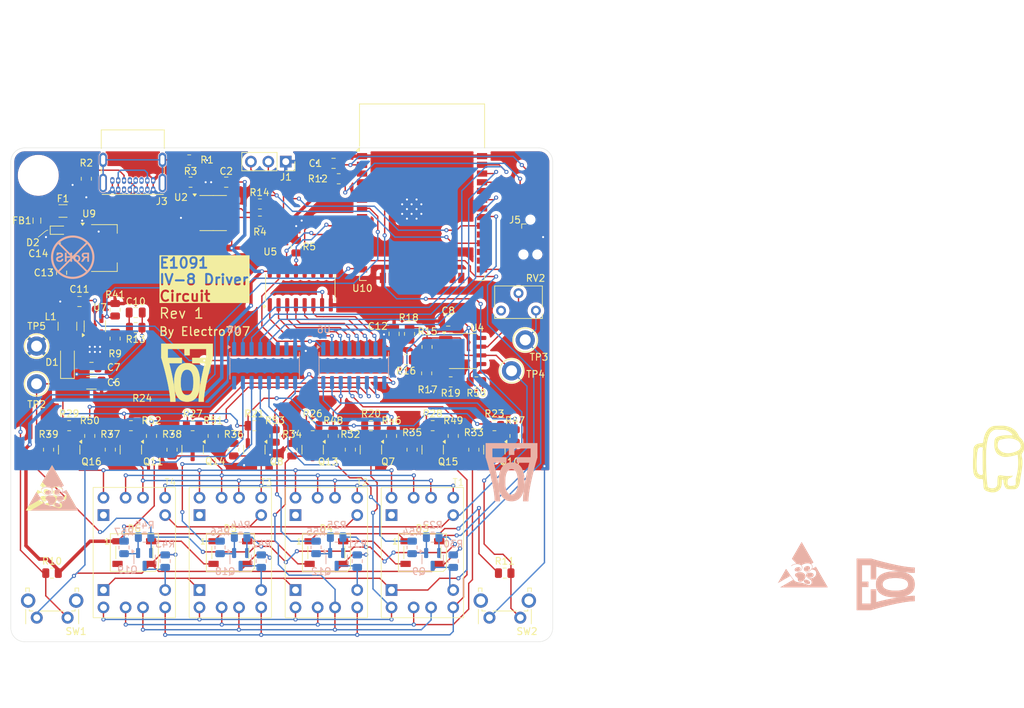
<source format=kicad_pcb>
(kicad_pcb (version 20241229) (generator "pcbnew") (generator_version "9.0")
  (layers (0 "F.Cu" signal) (2 "B.Cu" signal) (13 "F.Paste" user) (15 "B.Paste" user) (5 "F.SilkS" user "F.Silkscreen") (7 "B.SilkS" user "B.Silkscreen") (1 "F.Mask" user) (3 "B.Mask" user) (25 "Edge.Cuts" user))
  (net 0 "")
  (net 1 "/BT1")
  (net 2 "GND")
  (net 3 "/BT2")
  (net 4 "+5V")
  (net 5 "V_VFD")
  (net 6 "Net-(D1-A)")
  (net 7 "/FIL_A")
  (net 8 "/FIL_B")
  (net 9 "/VFD and Xsistors/VFH_A_{C}")
  (net 10 "/VFD and Xsistors/VFH_A")
  (net 11 "/VFD and Xsistors/VFH_E_{C}")
  (net 12 "/VFD and Xsistors/VFH_E")
  (net 13 "/VFD and Xsistors/VFH_1")
  (net 14 "/VFD and Xsistors/VFH_B_{C}")
  (net 15 "/VFD and Xsistors/VFH_B")
  (net 16 "/VFD and Xsistors/VFH_F_{C}")
  (net 17 "/VFD and Xsistors/VFH_F")
  (net 18 "/VFD and Xsistors/VFH_2")
  (net 19 "/VFD and Xsistors/VFH_C")
  (net 20 "/VFD and Xsistors/VFH_C_{C}")
  (net 21 "/VFD and Xsistors/VFH_G_{C}")
  (net 22 "/VFD and Xsistors/VFH_G")
  (net 23 "/VFD and Xsistors/VFH_D_{C}")
  (net 24 "/VFD and Xsistors/VFH_D")
  (net 25 "/VFD and Xsistors/VFH_H")
  (net 26 "/VFD and Xsistors/VFH_H_{C}")
  (net 27 "/VFH_1_{EN}")
  (net 28 "/VFH_1_{C}")
  (net 29 "/VFH_2_{EN}")
  (net 30 "/VFH_2_{C}")
  (net 31 "Net-(U7-FB)")
  (net 32 "/~{OE}")
  (net 33 "Net-(F1-Pad1)")
  (net 34 "/UART_{TX}")
  (net 35 "/D-")
  (net 36 "/D+")
  (net 37 "/UART_{RX}")
  (net 38 "/~{RST}")
  (net 39 "/LDR")
  (net 40 "/DAT")
  (net 41 "/CLK")
  (net 42 "+3.3V")
  (net 43 "Net-(D2-K)")
  (net 44 "Net-(J3-CC2)")
  (net 45 "Net-(J3-CC1)")
  (net 46 "Net-(J3-SHIELD)")
  (net 48 "Net-(U4A--)")
  (net 49 "Net-(U5-QA)")
  (net 50 "Net-(U5-QB)")
  (net 51 "Net-(U5-QF)")
  (net 52 "Net-(U5-QD)")
  (net 53 "Net-(U5-QC)")
  (net 54 "Net-(U5-QG)")
  (net 55 "/EN")
  (net 56 "Net-(U5-QE)")
  (net 57 "/HIV_EN")
  (net 58 "/PROG_UART_{TX}")
  (net 59 "/GPIO0")
  (net 60 "/PROG_UART_{RX}")
  (net 61 "Net-(Q7-G)")
  (net 62 "Net-(Q8-G)")
  (net 63 "Net-(Q9-G)")
  (net 64 "Net-(Q10-G)")
  (net 65 "Net-(Q11-G)")
  (net 66 "Net-(Q12-G)")
  (net 67 "Net-(Q13-G)")
  (net 68 "Net-(Q14-G)")
  (net 69 "Net-(Q15-G)")
  (net 70 "Net-(Q16-G)")
  (net 71 "Net-(Q18-G)")
  (net 72 "Net-(Q19-G)")
  (net 73 "Net-(U2-TXD)")
  (net 74 "Net-(U2-RXD)")
  (net 75 "Net-(U4A-+)")
  (net 76 "Net-(U4B-+)")
  (net 77 "/VFD and Xsistors/VFH_3")
  (net 78 "/VFD and Xsistors/VFH_4")
  (net 79 "/VFH_3_{C}")
  (net 80 "/VFH_4_{C}")
  (net 82 "Net-(RV2-Pad2)")
  (net 83 "Net-(U5-QH)")
  (net 86 "/VFH_4_{EN}")
  (net 89 "/VFH_3_{EN}")
  (net 91 "/ADDR_LED")
  (net 107 "Net-(D3-DOUT)")
  (net 108 "Net-(D4-DOUT)")
  (net 109 "Net-(D5-DOUT)")
  (footprint "Resistor_SMD:R_0805_2012Metric" (layer "F.Cu") (at 161.5 79.5 180)
    (property "Reference" "R23")
    (property "Value" "20k")
  )
  (footprint "LED_SMD:LED_WS2812B_PLCC4_5.0x5.0mm_P3.2mm" (layer "F.Cu") (at 151 98)
    (property "Reference" "D3")
    (property "Value" "WS2812B")
  )
  (footprint "Resistor_SMD:R_0805_2012Metric" (layer "F.Cu") (at 132.6 53.4 90)
    (property "Reference" "R5")
    (property "Value" "10k")
  )
  (footprint "Capacitor_SMD:C_0805_2012Metric" (layer "F.Cu") (at 122.4 44)
    (property "Reference" "C2")
    (property "Value" "0.1uF")
  )
  (footprint "Resistor_SMD:R_0805_2012Metric" (layer "F.Cu") (at 158.8775 73.115)
    (property "Reference" "R58")
    (property "Value" "10k")
  )
  (footprint "Resistor_SMD:R_0805_2012Metric" (layer "F.Cu") (at 132 83 -90)
    (property "Reference" "R34")
    (property "Value" "20k")
  )
  (footprint "Capacitor_SMD:C_1206_3216Metric" (layer "F.Cu") (at 102.75 73.25)
    (property "Reference" "C6")
    (property "Value" "4.7uF")
  )
  (footprint "Resistor_SMD:R_0805_2012Metric" (layer "F.Cu") (at 105.5 83 -90)
    (property "Reference" "R37")
    (property "Value" "20k")
  )
  (footprint "RF_Module:ESP32-WROOM-32D" (layer "F.Cu") (at 150.95 48.45)
    (property "Reference" "U10")
    (property "Value" "ESP32-WROOM-32E")
  )
  (footprint "Resistor_SMD:R_0805_2012Metric" (layer "F.Cu") (at 102.5 81 90)
    (property "Reference" "R50")
    (property "Value" "100k")
  )
  (footprint "Button_Switch_THT:SW_Tactile_SPST_Angled_PTS645Vx83-2LFS" (layer "F.Cu") (at 99.275 107.49 180)
    (property "Reference" "SW1")
    (property "Value" "SW_Push")
  )
  (footprint "TestPoint:TestPoint_Keystone_5005-5009_Compact" (layer "F.Cu") (at 164 71.5)
    (property "Reference" "TP4")
    (property "Value" "TestPoint")
  )
  (footprint "Resistor_SMD:R_0805_2012Metric" (layer "F.Cu") (at 151.6775 68.015 90)
    (property "Reference" "R15")
    (property "Value" "10k")
  )
  (footprint "Package_TO_SOT_SMD:SOT-223-3_TabPin2" (layer "F.Cu") (at 104.6 53.6)
    (property "Reference" "U9")
    (property "Value" "NCP1117-3.3_SOT223")
  )
  (footprint "Resistor_SMD:R_0805_2012Metric" (layer "F.Cu") (at 155.1275 73.115)
    (property "Reference" "R19")
    (property "Value" "10k")
  )
  (footprint "Resistor_SMD:R_0805_2012Metric" (layer "F.Cu") (at 99.5 79.5 180)
    (property "Reference" "R29")
    (property "Value" "20k")
  )
  (footprint "Capacitor_SMD:C_0805_2012Metric" (layer "F.Cu") (at 101 61.4 180)
    (property "Reference" "C11")
    (property "Value" "2.2uF")
  )
  (footprint "Resistor_SMD:R_0805_2012Metric" (layer "F.Cu") (at 155.5 81 90)
    (property "Reference" "R49")
    (property "Value" "100k")
  )
  (footprint "Package_SO:SOIC-8_3.9x4.9mm_P1.27mm" (layer "F.Cu") (at 156.8775 68.615)
    (property "Reference" "U4")
    (property "Value" "LMV358")
  )
  (footprint "Resistor_SMD:R_0805_2012Metric" (layer "F.Cu") (at 111.5 81 90)
    (property "Reference" "R52")
    (property "Value" "100k")
  )
  (footprint "Resistor_SMD:R_0805_2012Metric" (layer "F.Cu") (at 106.2 62.6 -90)
    (property "Reference" "R41")
    (property "Value" "10k")
  )
  (footprint "TestPoint:TestPoint_Keystone_5005-5009_Compact" (layer "F.Cu") (at 94.75 67.9)
    (property "Reference" "TP5")
    (property "Value" "TestPoint")
  )
  (footprint "Resistor_SMD:R_0805_2012Metric" (layer "F.Cu") (at 129.5 81 90)
    (property "Reference" "R53")
    (property "Value" "100k")
  )
  (footprint "LOGO" (layer "F.Cu") (at 235 84.5)
    (property "Reference" "G***" (hide yes))
    (property "Value" "LOGO" (hide yes))
  )
  (footprint "Package_SO:SOIC-16_3.9x9.9mm_P1.27mm" (layer "F.Cu") (at 133.2 59.4 90)
    (property "Reference" "U5")
    (property "Value" "74HC595")
  )
  (footprint "Resistor_SMD:R_0805_2012Metric" (layer "F.Cu") (at 127.3125 47.175 180)
    (property "Reference" "R14")
    (property "Value" "0")
  )
  (footprint "Resistor_SMD:R_0805_2012Metric" (layer "F.Cu") (at 158.5 83 -90)
    (property "Reference" "R33")
    (property "Value" "20k")
  )
  (footprint "Resistor_SMD:R_0805_2012Metric" (layer "F.Cu") (at 146.5 81 90)
    (property "Reference" "R46")
    (property "Value" "100k")
  )
  (footprint "Capacitor_SMD:C_0805_2012Metric" (layer "F.Cu") (at 102.75 71)
    (property "Reference" "C7")
    (property "Value" "470nF")
  )
  (footprint "Package_TO_SOT_SMD:SOT-23" (layer "F.Cu") (at 99.5 83 -90)
    (property "Reference" "Q16")
    (property "Value" "BSS84")
  )
  (footprint "Package_TO_SOT_SMD:SOT-23" (layer "F.Cu") (at 143.5 83 -90)
    (property "Reference" "Q7")
    (property "Value" "BSS84")
  )
  (footprint "Resistor_SMD:R_0805_2012Metric" (layer "F.Cu") (at 114.5 83 -90)
    (property "Reference" "R38")
    (property "Value" "20k")
  )
  (footprint "Capacitor_SMD:C_0805_2012Metric" (layer "F.Cu") (at 138.05 41.25 180)
    (property "Reference" "C1")
    (property "Value" "0.1uF")
  )
  (footprint "Package_TO_SOT_SMD:SOT-23" (layer "F.Cu") (at 108.5 83 -90)
    (property "Reference" "Q11")
    (property "Value" "BSS84")
  )
  (footprint "Inductor_SMD:L_1210_3225Metric" (layer "F.Cu") (at 99.25 65 -90)
    (property "Reference" "L1")
    (property "Value" "15uH")
  )
  (footprint "Inductor_SMD:L_0805_2012Metric" (layer "F.Cu") (at 94.8 49.6 -90)
    (property "Reference" "FB1")
    (property "Value" "FerriteBead")
  )
  (footprint "Resistor_SMD:R_0805_2012Metric" (layer "F.Cu") (at 138 81 90)
    (property "Reference" "R48")
    (property "Value" "100k")
  )
  (footprint "Potentiometer_THT:Potentiometer_Bourns_3266W_Vertical" (layer "F.Cu") (at 162.475 62.725 180)
    (property "Reference" "RV2")
    (property "Value" "1k")
  )
  (footprint "Resistor_SMD:R_0805_2012Metric" (layer "F.Cu") (at 135 79.5 180)
    (property "Reference" "R26")
    (property "Value" "20k")
  )
  (footprint "Connector_USB:USB_C_Receptacle_GCT_USB4085" (layer "F.Cu") (at 111.75 45.1 180)
    (property "Reference" "J3")
    (property "Value" "USB_C_Receptacle_USB2.0_14P")
  )
  (footprint "ProjectFoot:IV-8 Adapter" (layer "F.Cu") (at 123 98)
    (property "Reference" "T3")
    (property "Value" "~")
  )
  (footprint "Button_Switch_THT:SW_Tactile_SPST_Angled_PTS645Vx83-2LFS" (layer "F.Cu") (at 165.275 107.49 180)
    (property "Reference" "SW2")
    (property "Value" "SW_Push")
  )
  (footprint "Resistor_SMD:R_0805_2012Metric" (layer "F.Cu") (at 138.8 43.5)
    (property "Reference" "R12")
    (property "Value" "10k")
  )
  (footprint "Resistor_SMD:R_0805_2012Metric" (layer "F.Cu") (at 102 43.5 -90)
    (property "Reference" "R2")
    (property "Value" "5.1k")
  )
  (footprint "Capacitor_SMD:C_0805_2012Metric" (layer "F.Cu") (at 98 53.6 180)
    (property "Reference" "C14")
    (property "Value" "2.2uF")
  )
  (footprint "ProjectFoot:IV-8 Adapter" (layer "F.Cu") (at 151 98)
    (property "Reference" "T1")
    (property "Value" "~")
  )
  (footprint "Resistor_SMD:R_0805_2012Metric" (layer "F.Cu") (at 152.5 79.5 180)
    (property "Reference" "R28")
    (property "Value" "20k")
  )
  (footprint "Resistor_SMD:R_0805_2012Metric" (layer "F.Cu") (at 127.3125 49.675)
    (property "Reference" "R4")
    (property "Value" "0")
  )
  (footprint "Package_TO_SOT_SMD:SOT-23" (layer "F.Cu") (at 135 83 -90)
    (property "Reference" "Q13")
    (property "Value" "BSS84")
  )
  (footprint "LED_SMD:LED_WS2812B_PLCC4_5.0x5.0mm_P3.2mm" (layer "F.Cu") (at 137 98)
    (property "Reference" "D4")
    (property "Value" "WS2812B")
  )
  (footprint "Capacitor_SMD:C_0805_2012Metric" (layer "F.Cu") (at 154.7625 64.25 180)
    (property "Reference" "C8")
    (property "Value" "0.1uF")
  )
  (footprint "Resistor_SMD:R_0805_2012Metric" (layer "F.Cu") (at 163 101)
    (property "Reference" "R11")
    (property "Value" "10k")
  )
  (footprint "Diode_SMD:D_SOD-123" (layer "F.Cu") (at 99.25 70.25 90)
    (property "Reference" "D1")
    (property "Value" "MBR0530")
  )
  (footprint "Package_SO:SOP-8_3.9x4.9mm_P1.27mm" (layer "F.Cu") (at 120.5 48.5)
    (property "Reference" "U2")
    (property "Value" "CH340N")
  )
  (footprint "Resistor_SMD:R_0805_2012Metric" (layer "F.Cu") (at 96.5 83 -90)
    (property "Reference" "R39")
    (property "Value" "20k")
  )
  (footprint "ProjectFoot:IV-8 Adapter" (layer "F.Cu") (at 109 98)
    (property "Reference" "T4")
    (property "Value" "~")
  )
  (footprint "Fuse:Fuse_1206_3216Metric" (layer "F.Cu") (at 98.6 48.2 180)
    (property "Reference" "F1")
    (property "Value" "500mA")
  )
  (footprint "MountingHole:MountingHole_3.2mm_M3_DIN965" (layer "F.Cu") (at 164 95)
    (property "Reference" "H2" (hide yes))
    (property "Value" "MountingHole")
  )
  (footprint "Package_TO_SOT_SMD:SOT-23-5" (layer "F.Cu") (at 103.25 65 90)
    (property "Reference" "U7")
    (property "Value" "LM2733YMF")
  )
  (footprint "Resistor_SMD:R_0805_2012Metric" (layer "F.Cu") (at 126.5 79.5 180)
    (property "Reference" "R21")
    (property "Value" "20k")
  )
  (footprint "Resistor_SMD:R_0805_2012Metric" (layer "F.Cu") (at 120.5 81 90)
    (property "Reference" "R51")
    (property "Value" "100k")
  )
  (footprint "TestPoint:TestPoint_Keystone_5005-5009_Compact" (layer "F.Cu") (at 166 67)
    (property "Reference" "TP3")
    (property "Value" "TestPoint")
  )
  (footprint "Capacitor_SMD:C_0805_2012Metric" (layer "F.Cu") (at 109.2 63)
    (property "Reference" "C10")
    (property "Value" "82pF")
  )
  (footprint "Resistor_SMD:R_0805_2012Metric" (layer "F.Cu") (at 149.5 83 -90)
    (property "Reference" "R35")
    (property "Value" "20k")
  )
  (footprint "LED_SMD:LED_WS2812B_PLCC4_5.0x5.0mm_P3.2mm" (layer "F.Cu") (at 123 98)
    (property "Reference" "D5")
    (property "Value" "WS2812B")
  )
  (footprint "Capacitor_SMD:C_0805_2012Metric" (layer "F.Cu") (at 98.4 57.2 -90)
    (property "Reference" "C13")
    (property "Value" "2.2uF")
  )
  (footprint "Resistor_SMD:R_0805_2012Metric" (layer "F.Cu") (at 151.6275 71.865 90)
    (property "Reference" "R17")
    (property "Value" "10k")
  )
  (footprint "Resistor_SMD:R_0805_2012Metric" (layer "F.Cu") (at 108.5 79.5 180)
    (property "Reference" "R24")
    (property "Value" "20k")
  )
  (footprint "Resistor_SMD:R_0805_2012Metric" (layer "F.Cu") (at 123.5 83 -90)
    (property "Reference" "R36")
    (property "Value" "20k")
  )
  (footprint "Connector:Tag-Connect_TC2030-IDC-NL_2x03_P1.27mm_Vertical" (layer "F.Cu") (at 166.75 52 -90)
    (property "Reference" "J5")
    (property "Value" "TC2030")
  )
  (footprint "Package_TO_SOT_SMD:SOT-23" (layer "F.Cu") (at 161.5 83 -90)
    (property "Reference" "Q10")
    (property "Value" "BSS84")
  )
  (footprint "Capacitor_SMD:C_0805_2012Metric" (layer "F.Cu") (at 146.8775 66.115 90)
    (property "Reference" "C12")
    (property "Value" "0.1uF")
  )
  (footprint "Resistor_SMD:R_0805_2012Metric" (layer "F.Cu") (at 117.2 44)
    (property "Reference" "R3")
    (property "Value" "5.1k")
  )
  (footprint "Resistor_SMD:R_0805_2012Metric" (layer "F.Cu") (at 148.6275 69.865 180)
    (property "Reference" "R16")
    (property "Value" "10k")
  )
  (footprint "Package_TO_SOT_SMD:SOT-23" (layer "F.Cu") (at 126.5 83 -90)
    (property "Reference" "Q8")
    (property "Value" "BSS84")
  )
  (footprint "Resistor_SMD:R_0805_2012Metric" (layer "F.Cu") (at 143.5 79.5 180)
    (property "Reference" "R20")
    (property "Value" "20k")
  )
  (footprint "Package_TO_SOT_SMD:SOT-23" (layer "F.Cu") (at 117.5 83 -90)
    (property "Reference" "Q14")
    (property "Value" "BSS84")
  )
  (footprint "MountingHole:MountingHole_3.2mm_M3_DIN965" (layer "F.Cu") (at 95 43)
    (property "Reference" "H3" (hide yes))
    (property "Value" "MountingHole")
  )
  (footprint "Resistor_SMD:R_0805_2012Metric" (layer "F.Cu") (at 117 40.75)
    (property "Reference" "R1")
    (property "Value" "0")
  )
  (footprint "Resistor_SMD:R_0805_2012Metric" (layer "F.Cu") (at 106.2 66.8 -90)
    (property "Reference" "R9")
    (property "Value" "10k")
  )
  (footprint "Resistor_SMD:R_0805_2012Metric" (layer "F.Cu") (at 117.5 79.5 180)
    (property "Reference" "R27")
    (property "Value" "20k")
  )
  (footprint "Resistor_SMD:R_0805_2012Metric" (layer "F.Cu") (at 140.5 83 -90)
    (property "Reference" "R32")
    (property "Value" "20k")
  )
  (footprint "LED_SMD:LED_WS2812B_PLCC4_5.0x5.0mm_P3.2mm" (layer "F.Cu") (at 109 98)
    (property "Reference" "D6")
    (property "Value" "WS2812B")
  )
  (footprint "Diode_SMD:D_SOD-523" (layer "F.Cu") (at 98 51)
    (property "Reference" "D2")
    (property "Value" "ESD5Z5.0T1G")
  )
  (footprint "Package_TO_SOT_SMD:SOT-23" (layer "F.Cu") (at 152.5 83 -90)
    (property "Reference" "Q15")
    (property "Value" "BSS84")
  )
  (footprint "ProjectFoot:IV-8 Adapter" (layer "F.Cu") (at 137 98)
    (property "Reference" "T2")
    (property "Value" "~")
  )
  (footprint "Resistor_SMD:R_0805_2012Metric" (layer "F.Cu") (at 109.2 65.2)
    (property "Reference" "R13")
    (property "Value" "270k")
  )
  (footprint "Resistor_SMD:R_0805_2012Metric" (layer "F.Cu") (at 97 101 180)
    (property "Reference" "R10")
    (property "Value" "10k")
  )
  (footprint "MountingHole:MountingHole_3.2mm_M3_DIN965" (layer "F.Cu") (at 97 95)
    (property "Reference" "H1" (hide yes))
    (property "Value" "MountingHole")
  )
  (footprint "TestPoint:TestPoint_Keystone_5005-5009_Compact" (layer "F.Cu") (at 94.75 73.4)
    (property "Reference" "TP2")
    (property "Value" "TestPoint")
  )
  (footprint "Resistor_SMD:R_0805_2012Metric" (layer "F.Cu") (at 164.5 81 90)
    (property "Reference" "R47")
    (property "Value" "100k")
  )
  (footprint "Connector_PinSocket_2.54mm:PinSocket_1x03_P2.54mm_Vertical" (layer "F.Cu") (at 131.08 41 -90)
    (property "Reference" "J1")
    (property "Value" "Conn_01x03")
  )
  (footprint "Resistor_SMD:R_0805_2012Metric" (layer "F.Cu") (at 149.1275 66.115 90)
    (property "Reference" "R18")
    (property "Value" "1k")
  )
  (footprint "Resistor_SMD:R_0805_2012Metric" (layer "B.Cu") (at 138.5 95.75)
    (property "Reference" "R25")
    (property "Value" "20k")
  )
  (footprint "Resistor_SMD:R_0805_2012Metric" (layer "B.Cu") (at 113.5 99.25 -90)
    (property "Reference" "R43")
    (property "Value" "20k")
  )
  (footprint "Package_TO_SOT_SMD:SOT-23" (layer "B.Cu") (at 124.5 99 -90)
    (property "Reference" "Q18")
    (property "Value" "BSS84")
  )
  (footprint "Package_SO:SOIC-16_3.9x9.9mm_P1.27mm" (layer "B.Cu") (at 141 70.75 -90)
    (property "Reference" "U6")
    (property "Value" "ULN2003")
  )
  (footprint "Package_SO:SOIC-16_3.9x9.9mm_P1.27mm" (layer "B.Cu") (at 128 70.75 -90)
    (property "Reference" "U8")
    (property "Value" "ULN2003")
  )
  (footprint "Resistor_SMD:R_0805_2012Metric" (layer "B.Cu") (at 155.5 99.25 -90)
    (property "Reference" "R30")
    (property "Value" "20k")
  )
  (footprint "Resistor_SMD:R_0805_2012Metric" (layer "B.Cu") (at 121.5 97.25 90)
    (property "Reference" "R56")
    (property "Value" "100k")
  )
  (footprint "Resistor_SMD:R_0805_2012Metric" (layer "B.Cu") (at 152.5 95.75)
    (property "Reference" "R22")
    (property "Value" "20k")
  )
  (footprint "Resistor_SMD:R_0805_2012Metric" (layer "B.Cu") (at 149.5 97.25 90)
    (property "Reference" "R54")
    (property "Value" "100k")
  )
  (footprint "Package_TO_SOT_SMD:SOT-23" (layer "B.Cu") (at 152.5 99 -90)
    (property "Reference" "Q9")
    (property "Value" "BSS84")
  )
  (footprint "Resistor_SMD:R_0805_2012Metric" (layer "B.Cu") (at 135.5 97.25 90)
    (property "Reference" "R55")
    (property "Value" "100k")
  )
  (footprint "Resistor_SMD:R_0805_2012Metric" (layer "B.Cu") (at 110.5 95.75)
    (property "Reference" "R45")
    (property "Value" "20k")
  )
  (footprint "Resistor_SMD:R_0805_2012Metric" (layer "B.Cu") (at 127.5 99.25 -90)
    (property "Reference" "R42")
    (property "Value" "20k")
  )
  (footprint "Package_TO_SOT_SMD:SOT-23" (layer "B.Cu") (at 110.5 99 -90)
    (property "Reference" "Q19")
    (property "Value" "BSS84")
  )
  (footprint "Package_TO_SOT_SMD:SOT-23" (layer "B.Cu") (at 138.5 99 -90)
    (property "Reference" "Q12")
    (property "Value" "BSS84")
  )
  (footprint "Resistor_SMD:R_0805_2012Metric" (layer "B.Cu") (at 107.5 97.25 90)
    (property "Reference" "R57")
    (property "Value" "100k")
  )
  (footprint "Resistor_SMD:R_0805_2012Metric" (layer "B.Cu") (at 141.5 99.25 -90)
    (property "Reference" "R31")
    (property "Value" "20k")
  )
  (footprint "Resistor_SMD:R_0805_2012Metric" (layer "B.Cu") (at 124.5 95.75)
    (property "Reference" "R44")
    (property "Value" "20k")
  )
  (gr_curve (pts (xy 95 52) (xy 95.8 51.4) (xy 96.06 51) (xy 96.4 51)) (stroke (width 0.1)) (layer "F.SilkS"))
  (gr_poly (pts (xy 96.120532 88.758375) (xy 96.142572 88.759159) (xy 96.164809 88.760499) (xy 96.187003 88.762382) (xy 96.208913 88.764798) (xy 96.230298 88.767733) (xy 96.250917 88.771178) (xy 96.270529 88.77512) (xy 96.288894 88.779548) (xy 96.30577 88.784451) (xy 96.338537 88.795697) (xy 96.370065 88.808059) (xy 96.400316 88.821505) (xy 96.429253 88.836005) (xy 96.456839 88.851528) (xy 96.483037 88.868042) (xy 96.50781 88.885516) (xy 96.53112 88.903919) (xy 96.552929 88.92322) (xy 96.573202 88.943388) (xy 96.5919 88.964391) (xy 96.608986 88.9862) (xy 96.624423 89.008781) (xy 96.638174 89.032105) (xy 96.650202 89.056141) (xy 96.660469 89.080856) (xy 96.664495 89.092566) (xy 96.668114 89.105041) (xy 96.67132 89.118173) (xy 96.674109 89.131855) (xy 96.676473 89.145979) (xy 96.678407 89.160437) (xy 96.679904 89.175122) (xy 96.680959 89.189927) (xy 96.681565 89.204743) (xy 96.681717 89.219462) (xy 96.681408 89.233979) (xy 96.680633 89.248183) (xy 96.679385 89.261969) (xy 96.677658 89.275229) (xy 96.675447 89.287854) (xy 96.672745 89.299737) (xy 96.667949 89.316244) (xy 96.662113 89.332535) (xy 96.655266 89.348578) (xy 96.647435 89.36434) (xy 96.638647 89.379788) (xy 96.628932 89.39489) (xy 96.618315 89.409612) (xy 96.606826 89.423922) (xy 96.594491 89.437787) (xy 96.581339 89.451174) (xy 96.567397 89.46405) (xy 96.552694 89.476383) (xy 96.537256 89.488139) (xy 96.521111 89.499286) (xy 96.504288 89.509792) (xy 96.486814 89.519622) (xy 96.470728 89.5278) (xy 96.454677 89.535165) (xy 96.438656 89.541719) (xy 96.422658 89.547462) (xy 96.406677 89.552394) (xy 96.390707 89.556518) (xy 96.374743 89.559833) (xy 96.358778 89.56234) (xy 96.342806 89.564041) (xy 96.326822 89.564935) (xy 96.31082 89.565024) (xy 96.294794 89.564308) (xy 96.278737 89.562789) (xy 96.262644 89.560467) (xy 96.246509 89.557342) (xy 96.230325 89.553416) (xy 96.213697 89.548572) (xy 96.196754 89.542833) (xy 96.179507 89.536206) (xy 96.161963 89.528695) (xy 96.144133 89.520307) (xy 96.126026 89.511047) (xy 96.107651 89.500922) (xy 96.089018 89.489936) (xy 96.070135 89.478095) (xy 96.051012 89.465406) (xy 96.031659 89.451873) (xy 96.012085 89.437503) (xy 95.992299 89.422301) (xy 95.972311 89.406272) (xy 95.952129 89.389424) (xy 95.931764 89.37176) (xy 95.905359 89.346835) (xy 95.881272 89.320829) (xy 95.859541 89.293873) (xy 95.8402 89.266099) (xy 95.823286 89.237639) (xy 95.808835 89.208625) (xy 95.796883 89.179188) (xy 95.791855 89.164352) (xy 95.787465 89.14946) (xy 95.783718 89.134528) (xy 95.780618 89.119572) (xy 95.778169 89.104609) (xy 95.776377 89.089656) (xy 95.775245 89.074729) (xy 95.774778 89.059845) (xy 95.774981 89.045019) (xy 95.775858 89.030269) (xy 95.777414 89.01561) (xy 95.779652 89.00106) (xy 95.782578 88.986634) (xy 95.786196 88.97235) (xy 95.790511 88.958223) (xy 95.795526 88.944271) (xy 95.801247 88.930509) (xy 95.807678 88.916954) (xy 95.815225 88.902758) (xy 95.823149 88.889347) (xy 95.831484 88.876695) (xy 95.840261 88.864776) (xy 95.849515 88.853563) (xy 95.859276 88.843031) (xy 95.869579 88.833154) (xy 95.880455 88.823904) (xy 95.891937 88.815258) (xy 95.904057 88.807187) (xy 95.916849 88.799666) (xy 95.930345 88.792669) (xy 95.944578 88.78617) (xy 95.959579 88.780143) (xy 95.975383 88.774561) (xy 95.99202 88.769399) (xy 96.005932 88.765974) (xy 96.021728 88.763184) (xy 96.039167 88.76102) (xy 96.058007 88.759468) (xy 96.078009 88.758518) (xy 96.098931 88.758157)) (stroke (width -0.000001)) (fill yes) (layer "F.SilkS"))
  (gr_poly (pts (xy 116.687495 70.375) (xy 116.687494 70.375) (xy 116.687495 70.375)) (stroke (width 0.049687)) (fill yes) (layer "F.SilkS"))
  (gr_poly (pts (xy 120.437458 69.625) (xy 120.153276 70.594727) (xy 119.939772 71.394897) (xy 119.710887 72.320312) (xy 119.490791 73.30725) (xy 119.303655 74.291991) (xy 119.23 74.763625) (xy 119.173648 75.210815) (xy 119.137622 75.625595) (xy 119.124941 76) (xy 118.374988 76) (xy 118.383457 75.634019) (xy 118.407582 75.243044) (xy 118.445441 74.832845) (xy 118.495111 74.409188) (xy 118.554669 73.977841) (xy 118.622193 73.544572) (xy 118.773445 72.695338) (xy 118.933486 71.907628) (xy 119.086935 71.227583) (xy 119.218409 70.701344) (xy 119.312527 70.375052) (xy 117.437448 70.375052) (xy 117.437448 69.625) (xy 119.500016 69.625) (xy 119.499989 68.312535) (xy 117.062489 68.312535) (xy 117.062489 69.250035) (xy 116.31249 69.250035) (xy 116.31249 68.312535) (xy 113.87499 68.312535) (xy 113.874972 69.625) (xy 115.937443 69.625) (xy 115.937443 70.375052) (xy 114.062461 70.375052) (xy 114.156579 70.701344) (xy 114.288053 71.227583) (xy 114.441502 71.907628) (xy 114.601543 72.695338) (xy 114.752795 73.544571) (xy 114.879877 74.409187) (xy 114.929547 74.832844) (xy 114.967406 75.243044) (xy 114.991531 75.634018) (xy 115 76) (xy 114.249949 76) (xy 114.23727 75.625595) (xy 114.201247 75.210815) (xy 114.1449 74.763625) (xy 114.071251 74.291991) (xy 113.98332 73.803878) (xy 113.88413 73.30725) (xy 113.664052 72.320312) (xy 113.435185 71.394897) (xy 113.221697 70.594727) (xy 113.047756 69.983521) (xy 112.93753 69.625) (xy 112.93749 67.562535) (xy 120.437488 67.562535)) (stroke (width 0.049687)) (fill yes) (layer "F.SilkS"))
  (gr_poly (pts (xy 116.875726 70.380495) (xy 116.999779 70.393542) (xy 117.138663 70.418949) (xy 117.288534 70.460836) (xy 117.445545 70.523323) (xy 117.525527 70.563578) (xy 117.605853 70.610528) (xy 117.686041 70.664688) (xy 117.765611 70.726573) (xy 117.844082 70.796698) (xy 117.920974 70.875577) (xy 117.995806 70.963726) (xy 118.068098 71.06166) (xy 118.137368 71.169894) (xy 118.203137 71.288942) (xy 118.264923 71.419319) (xy 118.322245 71.561541) (xy 118.374624 71.716123) (xy 118.421579 71.883579) (xy 118.462628 72.064425) (xy 118.497292 72.259175) (xy 118.525089 72.468345) (xy 118.54554 72.692449) (xy 118.558162 72.932003) (xy 118.562477 73.187521) (xy 118.558162 73.443039) (xy 118.54554 73.682593) (xy 118.525089 73.906697) (xy 118.497292 74.115867) (xy 118.462628 74.310617) (xy 118.421579 74.491463) (xy 118.374624 74.658919) (xy 118.322245 74.813501) (xy 118.264922 74.955723) (xy 118.203136 75.086101) (xy 118.137368 75.205149) (xy 118.068098 75.313383) (xy 117.995806 75.411317) (xy 117.920974 75.499466) (xy 117.844082 75.578345) (xy 117.765611 75.64847) (xy 117.686041 75.710355) (xy 117.605853 75.764515) (xy 117.525528 75.811466) (xy 117.445546 75.851721) (xy 117.366388 75.885797) (xy 117.288534 75.914208) (xy 117.212466 75.937469) (xy 117.138664 75.956095) (xy 116.999779 75.981502) (xy 116.875726 75.99455) (xy 116.687495 76.000044) (xy 116.499263 75.99455) (xy 116.37521 75.981502) (xy 116.236325 75.956095) (xy 116.086455 75.914208) (xy 115.929443 75.851721) (xy 115.849461 75.811466) (xy 115.769136 75.764515) (xy 115.688948 75.710355) (xy 115.609378 75.64847) (xy 115.530907 75.578345) (xy 115.454015 75.499466) (xy 115.379183 75.411317) (xy 115.306891 75.313383) (xy 115.237621 75.205149) (xy 115.171852 75.086101) (xy 115.110066 74.955723) (xy 115.052744 74.813501) (xy 115.000365 74.658919) (xy 114.95341 74.491463) (xy 114.91236 74.310617) (xy 114.877697 74.115867) (xy 114.849899 73.906697) (xy 114.829449 73.682593) (xy 114.816826 73.443039) (xy 114.812512 73.187521) (xy 115.749955 73.187521) (xy 115.752112 73.357866) (xy 115.758424 73.517568) (xy 115.76865 73.666971) (xy 115.782549 73.806417) (xy 115.799882 73.93625) (xy 115.820408 74.056813) (xy 115.843887 74.168449) (xy 115.870078 74.271503) (xy 115.898741 74.366316) (xy 115.929636 74.453234) (xy 115.962522 74.532598) (xy 115.99716 74.604752) (xy 116.033308 74.67004) (xy 116.070726 74.728804) (xy 116.109174 74.781389) (xy 116.148412 74.828137) (xy 116.188199 74.869393) (xy 116.228296 74.905498) (xy 116.26846 74.936797) (xy 116.308454 74.963632) (xy 116.348035 74.986348) (xy 116.386963 75.005287) (xy 116.424999 75.020793) (xy 116.461902 75.03321) (xy 116.497432 75.042879) (xy 116.531348 75.050146) (xy 116.593377 75.058842) (xy 116.646067 75.062046) (xy 116.687495 75.062504) (xy 116.781613 75.058842) (xy 116.843642 75.050146) (xy 116.913087 75.03321) (xy 116.988026 75.005287) (xy 117.066536 74.963632) (xy 117.146694 74.905498) (xy 117.18679 74.869393) (xy 117.226577 74.828137) (xy 117.265815 74.781389) (xy 117.304263 74.728804) (xy 117.341682 74.67004) (xy 117.377829 74.604752) (xy 117.412467 74.532598) (xy 117.445353 74.453234) (xy 117.476248 74.366316) (xy 117.504911 74.271503) (xy 117.531102 74.168449) (xy 117.554581 74.056813) (xy 117.575107 73.93625) (xy 117.59244 73.806417) (xy 117.606339 73.666971) (xy 117.616565 73.517568) (xy 117.622877 73.357866) (xy 117.625034 73.187521) (xy 117.622877 73.017176) (xy 117.616565 72.857474) (xy 117.606339 72.708071) (xy 117.59244 72.568625) (xy 117.575107 72.438793) (xy 117.554581 72.31823) (xy 117.531102 72.206593) (xy 117.504911 72.10354) (xy 117.476248 72.008726) (xy 117.445353 71.921809) (xy 117.412467 71.842445) (xy 117.37783 71.770291) (xy 117.341682 71.705003) (xy 117.304263 71.646238) (xy 117.265815 71.593653) (xy 117.226577 71.546905) (xy 117.18679 71.50565) (xy 117.146694 71.469545) (xy 117.106529 71.438246) (xy 117.066536 71.411411) (xy 117.026955 71.388695) (xy 116.988026 71.369756) (xy 116.94999 71.35425) (xy 116.913087 71.341834) (xy 116.877558 71.332164) (xy 116.843642 71.324898) (xy 116.781613 71.316201) (xy 116.728923 71.312998) (xy 116.687495 71.312541) (xy 116.593377 71.316202) (xy 116.531348 71.324898) (xy 116.461902 71.341834) (xy 116.386963 71.369757) (xy 116.308454 71.411411) (xy 116.228296 71.469546) (xy 116.188199 71.505651) (xy 116.148412 71.546906) (xy 116.109174 71.593654) (xy 116.070726 71.646239) (xy 116.033308 71.705003) (xy 115.99716 71.770291) (xy 115.962522 71.842445) (xy 115.929636 71.921809) (xy 115.898741 72.008726) (xy 115.870078 72.10354) (xy 115.843887 72.206593) (xy 115.820408 72.31823) (xy 115.799882 72.438793) (xy 115.782549 72.568625) (xy 115.76865 72.708071) (xy 115.758424 72.857474) (xy 115.752112 73.017176) (xy 115.749955 73.187521) (xy 114.812512 73.187521) (xy 114.816826 72.932003) (xy 114.829449 72.69245) (xy 114.849899 72.468346) (xy 114.877697 72.259176) (xy 114.912361 72.064426) (xy 114.95341 71.88358) (xy 115.000365 71.716124) (xy 115.052744 71.561542) (xy 115.110066 71.41932) (xy 115.171852 71.288942) (xy 115.237621 71.169894) (xy 115.306891 71.061661) (xy 115.379183 70.963727) (xy 115.454015 70.875578) (xy 115.530907 70.796699) (xy 115.609378 70.726574) (xy 115.688948 70.664689) (xy 115.769136 70.610529) (xy 115.849462 70.563579) (xy 115.929444 70.523323) (xy 116.008602 70.489247) (xy 116.086455 70.460836) (xy 116.162523 70.437575) (xy 116.236326 70.418949) (xy 116.37521 70.393542) (xy 116.499263 70.380495) (xy 116.687495 70.375)) (stroke (width 0.049687)) (fill yes) (layer "F.SilkS"))
  (gr_poly (pts (xy 95.807029 89.732731) (xy 95.845294 89.734395) (xy 95.882621 89.737203) (xy 95.91868 89.741156) (xy 95.953139 89.746255) (xy 95.98567 89.7525) (xy 96.015942 89.759892) (xy 96.043624 89.76843) (xy 96.066684 89.776947) (xy 96.089237 89.786311) (xy 96.111215 89.796467) (xy 96.132548 89.807364) (xy 96.153167 89.818947) (xy 96.173005 89.831165) (xy 96.191993 89.843964) (xy 96.21006 89.85729) (xy 96.22714 89.871092) (xy 96.243163 89.885315) (xy 96.25806 89.899907) (xy 96.271763 89.914814) (xy 96.284203 89.929985) (xy 96.295311 89.945364) (xy 96.305018 89.960901) (xy 96.313256 89.97654) (xy 96.320882 89.993821) (xy 96.327561 90.011668) (xy 96.333291 90.029998) (xy 96.33807 90.048724) (xy 96.341897 90.067762) (xy 96.344768 90.087027) (xy 96.346683 90.106433) (xy 96.347638 90.125894) (xy 96.347632 90.145327) (xy 96.346662 90.164646) (xy 96.344728 90.183764) (xy 96.341825 90.202599) (xy 96.337954 90.221063) (xy 96.33311 90.239073) (xy 96.327293 90.256542) (xy 96.3205 90.273386) (xy 96.314112 90.286846) (xy 96.307028 90.299861) (xy 96.299255 90.312426) (xy 96.290798 90.32454) (xy 96.281665 90.336199) (xy 96.271863 90.347403) (xy 96.261398 90.358147) (xy 96.250277 90.368429) (xy 96.238507 90.378247) (xy 96.226094 90.387599) (xy 96.213045 90.396481) (xy 96.199367 90.404891) (xy 96.185067 90.412826) (xy 96.170152 90.420285) (xy 96.154627 90.427263) (xy 96.1385 90.43376) (xy 96.121777 90.439772) (xy 96.104466 90.445297) (xy 96.086573 90.450331) (xy 96.068104 90.454874) (xy 96.049067 90.458921) (xy 96.029468 90.462471) (xy 96.009314 90.46552) (xy 95.988612 90.468067) (xy 95.967368 90.470109) (xy 95.945589 90.471643) (xy 95.923282 90.472667) (xy 95.900453 90.473177) (xy 95.877109 90.473173) (xy 95.853258 90.47265) (xy 95.804057 90.47004) (xy 95.76778 90.466676) (xy 95.731657 90.461916) (xy 95.695848 90.455825) (xy 95.660517 90.448467) (xy 95.625826 90.439905) (xy 95.591937 90.430204) (xy 95.559012 90.419427) (xy 95.527213 90.407638) (xy 95.496703 90.394901) (xy 95.467644 90.38128) (xy 95.440198 90.366839) (xy 95.414527 90.351641) (xy 95.390794 90.335751) (xy 95.369161 90.319232) (xy 95.34979 90.302148) (xy 95.332843 90.284563) (xy 95.323638 90.273623) (xy 95.314986 90.262361) (xy 95.306888 90.250796) (xy 95.299345 90.238949) (xy 95.292357 90.22684) (xy 95.285925 90.21449) (xy 95.280051 90.201918) (xy 95.274735 90.189146) (xy 95.269977 90.176194) (xy 95.26578 90.163082) (xy 95.259066 90.136459) (xy 95.2546 90.109441) (xy 95.252389 90.082189) (xy 95.252439 90.054867) (xy 95.254756 90.027639) (xy 95.259347 90.000665) (xy 95.262497 89.987326) (xy 95.266218 89.974111) (xy 95.270511 89.961041) (xy 95.275377 89.948137) (xy 95.280815 89.935419) (xy 95.286828 89.922907) (xy 95.293416 89.910622) (xy 95.300579 89.898584) (xy 95.308319 89.886814) (xy 95.316636 89.875331) (xy 95.323029 89.867445) (xy 95.330273 89.859469) (xy 95.338285 89.851457) (xy 95.346982 89.843465) (xy 95.356284 89.835548) (xy 95.366106 89.827761) (xy 95.376367 89.82016) (xy 95.386985 89.8128) (xy 95.397878 89.805735) (xy 95.408962 89.799021) (xy 95.420156 89.792714) (xy 95.431378 89.786867) (xy 95.442545 89.781538) (xy 95.453574 89.77678) (xy 95.464385 89.772649) (xy 95.474894 89.7692) (xy 95.506747 89.760581) (xy 95.540633 89.753102) (xy 95.576222 89.746765) (xy 95.613184 89.74157) (xy 95.651188 89.737516) (xy 95.689905 89.734605) (xy 95.729004 89.732837) (xy 95.768156 89.732212)) (stroke (width -0.000001)) (fill yes) (layer "F.SilkS"))
  (gr_poly (pts (xy 97.008691 85.263589) (xy 97.031944 85.302536) (xy 97.115766 85.44558) (xy 97.238732 85.657286) (xy 97.388107 85.915807) (xy 98.07812 87.112191) (xy 98.401387 87.673781) (xy 98.418479 87.704793) (xy 98.396849 87.727906) (xy 98.347532 87.780918) (xy 98.300594 87.83203) (xy 98.255228 87.882125) (xy 98.210628 87.932089) (xy 98.177188 87.969128) (xy 98.135569 88.014205) (xy 98.091075 88.061624) (xy 98.049008 88.105689) (xy 97.997891 88.159222) (xy 97.947229 88.213328) (xy 97.899065 88.265716) (xy 97.855445 88.314093) (xy 97.818412 88.356164) (xy 97.790013 88.389637) (xy 97.772291 88.41222) (xy 97.768073 88.418711) (xy 97.767291 88.421619) (xy 97.767565 88.421857) (xy 97.767908 88.422091) (xy 97.768793 88.422551) (xy 97.769927 88.422994) (xy 97.771296 88.42342) (xy 97.772881 88.423825) (xy 97.774667 88.424207) (xy 97.776636 88.424565) (xy 97.778772 88.424895) (xy 97.781058 88.425195) (xy 97.783477 88.425462) (xy 97.786014 88.425695) (xy 97.78865 88.425891) (xy 97.79137 88.426048) (xy 97.794156 88.426162) (xy 97.796992 88.426233) (xy 97.799862 88.426257) (xy 97.814641 88.426817) (xy 97.832498 88.428442) (xy 97.875979 88.434555) (xy 97.927368 88.443932) (xy 97.98373 88.455913) (xy 98.042126 88.469832) (xy 98.099622 88.485029) (xy 98.15328 88.50084) (xy 98.200164 88.516603) (xy 98.219707 88.524036) (xy 98.23921 88.532048) (xy 98.258637 88.540618) (xy 98.277952 88.549723) (xy 98.29712 88.559343) (xy 98.316104 88.569455) (xy 98.33487 88.580038) (xy 98.353382 88.591068) (xy 98.371603 88.602526) (xy 98.389499 88.614389) (xy 98.407033 88.626634) (xy 98.42417 88.639241) (xy 98.440874 88.652187) (xy 98.45711 88.665451) (xy 98.472842 88.67901) (xy 98.488033 88.692843) (xy 98.495108 88.699726) (xy 98.501422 88.706408) (xy 98.506974 88.71288) (xy 98.511761 88.719132) (xy 98.515781 88.725153) (xy 98.517502 88.728074) (xy 98.519031 88.730935) (xy 98.520366 88.733732) (xy 98.521508 88.736466) (xy 98.522456 88.739135) (xy 98.52321 88.741738) (xy 98.523769 88.744274) (xy 98.524134 88.746741) (xy 98.524304 88.749138) (xy 98.524279 88.751465) (xy 98.524058 88.753718) (xy 98.523641 88.755899) (xy 98.523028 88.758005) (xy 98.522218 88.760034) (xy 98.521211 88.761987) (xy 98.520007 88.763861) (xy 98.518606 88.765655) (xy 98.517007 88.767369) (xy 98.515209 88.769) (xy 98.513213 88.770548) (xy 98.511019 88.772012) (xy 98.508625 88.773389) (xy 98.505426 88.775056) (xy 98.503933 88.775778) (xy 98.502492 88.776415) (xy 98.50109 88.776962) (xy 98.499714 88.77741) (xy 98.49835 88.777753) (xy 98.496985 88.777984) (xy 98.495606 88.778095) (xy 98.494198 88.778079) (xy 98.492748 88.77793) (xy 98.491243 88.77764) (xy 98.48967 88.777202) (xy 98.488014 88.77661) (xy 98.486263 88.775855) (xy 98.484403 88.774931) (xy 98.482421 88.773831) (xy 98.480302 88.772547) (xy 98.478034 88.771073) (xy 98.475604 88.769402) (xy 98.472997 88.767526) (xy 98.4702 88.765438) (xy 98.4672 88.763131) (xy 98.463983 88.760599) (xy 98.456845 88.754827) (xy 98.448679 88.748067) (xy 98.439376 88.740262) (xy 98.428829 88.731354) (xy 98.40402 88.710882) (xy 98.379603 88.691826) (xy 98.355369 88.674089) (xy 98.331104 88.657577) (xy 98.306599 88.642195) (xy 98.281641 88.627847) (xy 98.25602 88.614437) (xy 98.229524 88.601872) (xy 98.201941 88.590054) (xy 98.17306 88.57889) (xy 98.142671 88.568283) (xy 98.110561 88.558139) (xy 98.07652 88.548362) (xy 98.040335 88.538857) (xy 98.001796 88.529529) (xy 97.960691 88.520281) (xy 97.925033 88.513008) (xy 97.889417 88.506714) (xy 97.853836 88.5014) (xy 97.818286 88.497065) (xy 97.782761 88.49371) (xy 97.747257 88.491335) (xy 97.711768 88.48994) (xy 97.676288 88.489524) (xy 97.640814 88.490089) (xy 97.605338 88.491633) (xy 97.569858 88.494157) (xy 97.534366 88.49766) (xy 97.498858 88.502144) (xy 97.463329 88.507607) (xy 97.427774 88.51405) (xy 97.392187 88.521473) (xy 97.356656 88.529858) (xy 97.323325 88.538765) (xy 97.292071 88.548276) (xy 97.262768 88.558469) (xy 97.235294 88.569425) (xy 97.209524 88.581225) (xy 97.185335 88.593947) (xy 97.162602 88.607674) (xy 97.141201 88.622484) (xy 97.121009 88.638458) (xy 97.101902 88.655675) (xy 97.083755 88.674217) (xy 97.066446 88.694163) (xy 97.049848 88.715594) (xy 97.03384 88.738589) (xy 97.018297 88.763228) (xy 97.005168 88.786635) (xy 96.993729 88.810469) (xy 96.98398 88.834749) (xy 96.975921 88.859496) (xy 96.969551 88.884731) (xy 96.96487 88.910475) (xy 96.961878 88.936747) (xy 96.960574 88.963569) (xy 96.960958 88.990961) (xy 96.96303 89.018943) (xy 96.966789 89.047536) (xy 96.972234 89.076761) (xy 96.979367 89.106638) (xy 96.988185 89.137187) (xy 96.998689 89.168429) (xy 97.010879 89.200385) (xy 97.021415 89.225361) (xy 97.032356 89.248964) (xy 97.04378 89.271278) (xy 97.055763 89.292386) (xy 97.068382 89.312371) (xy 97.081715 89.331316) (xy 97.095839 89.349305) (xy 97.110829 89.366421) (xy 97.126765 89.382748) (xy 97.143722 89.398368) (xy 97.161777 89.413366) (xy 97.181009 89.427823) (xy 97.201492 89.441825) (xy 97.223306 89.455453) (xy 97.246527 89.468791) (xy 97.271231 89.481923) (xy 97.301521 89.49685) (xy 97.331772 89.510509) (xy 97.362438 89.523057) (xy 97.393972 89.534653) (xy 97.426829 89.545454) (xy 97.461461 89.555617) (xy 97.498323 89.565302) (xy 97.537867 89.574665) (xy 97.558883 89.579546) (xy 97.575942 89.583873) (xy 97.58313 89.585888) (xy 97.5895 89.587835) (xy 97.595108 89.589737) (xy 97.60001 89.591617) (xy 97.604265 89.593498) (xy 97.607929 89.595405) (xy 97.611057 89.597361) (xy 97.613708 89.599388) (xy 97.615939 89.60151) (xy 97.617805 89.603751) (xy 97.619363 89.606133) (xy 97.620672 89.608681) (xy 97.621716 89.611196) (xy 97.622549 89.613683) (xy 97.623176 89.616137) (xy 97.623601 89.618553) (xy 97.623829 89.620927) (xy 97.623865 89.623254) (xy 97.623714 89.625529) (xy 97.62338 89.627749) (xy 97.62287 89.629908) (xy 97.622187 89.632002) (xy 97.621337 89.634027) (xy 97.620325 89.635977) (xy 97.619155 89.637849) (xy 97.617832 89.639638) (xy 97.616361 89.641339) (xy 97.614747 89.642947) (xy 97.612996 89.644459) (xy 97.611111 89.64587) (xy 97.609098 89.647174) (xy 97.606962 89.648368) (xy 97.604707 89.649447) (xy 97.602339 89.650407) (xy 97.599862 89.651242) (xy 97.597282 89.651949) (xy 97.594602 89.652523) (xy 97.591829 89.652959) (xy 97.588967 89.653252) (xy 97.586021 89.653399) (xy 97.582995 89.653394) (xy 97.579896 89.653234) (xy 97.576727 89.652913) (xy 97.573493 89.652427) (xy 97.550937 89.648192) (xy 97.52774 89.643269) (xy 97.479989 89.631553) (xy 97.431369 89.617666) (xy 97.383011 89.601997) (xy 97.336042 89.584932) (xy 97.291592 89.56686) (xy 97.250789 89.548168) (xy 97.232108 89.538711) (xy 97.214763 89.529244) (xy 97.186798 89.512762) (xy 97.160656 89.496102) (xy 97.136235 89.479138) (xy 97.113433 89.461744) (xy 97.092148 89.443792) (xy 97.072277 89.425155) (xy 97.05372 89.405706) (xy 97.036374 89.385318) (xy 97.020137 89.363864) (xy 97.004907 89.341217) (xy 96.990583 89.31725) (xy 96.977061 89.291836) (xy 96.964241 89.264848) (xy 96.95202 89.236158) (xy 96.940297 89.20564) (xy 96.928969 89.173167) (xy 96.917847 89.137427) (xy 96.908657 89.102677) (xy 96.901407 89.068853) (xy 96.896104 89.035892) (xy 96.892756 89.003732) (xy 96.89137 88.972307) (xy 96.891955 88.941555) (xy 96.894516 88.911412) (xy 96.899063 88.881815) (xy 96.905603 88.8527) (xy 96.914143 88.824004) (xy 96.92469 88.795663) (xy 96.937253 88.767613) (xy 96.951839 88.739792) (xy 96.968455 88.712135) (xy 96.987109 88.684579) (xy 96.994482 88.67417) (xy 96.997418 88.66988) (xy 96.999867 88.666122) (xy 97.001843 88.662838) (xy 97.003356 88.659967) (xy 97.003942 88.658668) (xy 97.004417 88.657451) (xy 97.004783 88.656308) (xy 97.005039 88.655231) (xy 97.005188 88.654214) (xy 97.005232 88.653249) (xy 97.005172 88.652329) (xy 97.005008 88.651445) (xy 97.004744 88.650592) (xy 97.004379 88.649761) (xy 97.003916 88.648945) (xy 97.003355 88.648137) (xy 97.002699 88.64733) (xy 97.001949 88.646515) (xy 97.000171 88.644836) (xy 96.998033 88.643041) (xy 96.995547 88.641071) (xy 96.982005 88.631123) (xy 96.965721 88.620252) (xy 96.946992 88.608603) (xy 96.926114 88.596325) (xy 96.879095 88.570463) (xy 96.827034 88.543839) (xy 96.7723 88.517626) (xy 96.717265 88.492995) (xy 96.664297 88.47112) (xy 96.639329 88.461582) (xy 96.615767 88.453173) (xy 96.544891 88.430276) (xy 96.510451 88.420229) (xy 96.47656 88.411097) (xy 96.443131 88.402866) (xy 96.410076 88.395523) (xy 96.377308 88.389054) (xy 96.34474 88.383445) (xy 96.312284 88.378681) (xy 96.279854 88.374749) (xy 96.247362 88.371635) (xy 96.21472 88.369325) (xy 96.181841 88.367805) (xy 96.148638 88.367061) (xy 96.115024 88.36708) (xy 96.080911 88.367846) (xy 96.047022 88.369123) (xy 96.018334 88.37061) (xy 95.993788 88.372441) (xy 95.972325 88.374754) (xy 95.952887 88.377684) (xy 95.934414 88.381366) (xy 95.915847 88.385937) (xy 95.896128 88.391532) (xy 95.875322 88.398042) (xy 95.854913 88.405061) (xy 95.834884 88.412596) (xy 95.815219 88.420658) (xy 95.795905 88.429254) (xy 95.776925 88.438394) (xy 95.758264 88.448087) (xy 95.739906 88.45834) (xy 95.721838 88.469164) (xy 95.704043 88.480567) (xy 95.686505 88.492558) (xy 95.66921 88.505146) (xy 95.652143 88.518339) (xy 95.635288 88.532147) (xy 95.618629 88.546578) (xy 95.602152 88.561641) (xy 95.585932 88.577505) (xy 95.570938 88.593529) (xy 95.557145 88.609772) (xy 95.544528 88.626296) (xy 95.533063 88.643161) (xy 95.522724 88.660425) (xy 95.513488 88.67815) (xy 95.505329 88.696395) (xy 95.498223 88.715221) (xy 95.492144 88.734688) (xy 95.487068 88.754855) (xy 95.482971 88.775783) (xy 95.479827 88.797532) (xy 95.477613 88.820162) (xy 95.476302 88.843734) (xy 95.47587 88.868306) (xy 95.476367 88.900458) (xy 95.477926 88.930736) (xy 95.480654 88.959366) (xy 95.484658 88.986575) (xy 95.490042 89.01259) (xy 95.496914 89.037638) (xy 95.505379 89.061944) (xy 95.515543 89.085735) (xy 95.527513 89.109239) (xy 95.541393 89.132681) (xy 95.557292 89.156288) (xy 95.575313 89.180287) (xy 95.595564 89.204905) (xy 95.618151 89.230367) (xy 95.643179 89.256901) (xy 95.670754 89.284732) (xy 95.711315 89.324119) (xy 95.751309 89.361511) (xy 95.790775 89.396933) (xy 95.829749 89.430412) (xy 95.868271 89.461973) (xy 95.906379 89.491642) (xy 95.94411 89.519445) (xy 95.981503 89.545406) (xy 96.018596 89.569551) (xy 96.055427 89.591907) (xy 96.092033 89.612499) (xy 96.128454 89.631352) (xy 96.164727 89.648493) (xy 96.20089 89.663946) (xy 96.236981 89.677737) (xy 96.273039 89.689892) (xy 96.286627 89.694259) (xy 96.299675 89.698627) (xy 96.311871 89.70288) (xy 96.322904 89.706899) (xy 96.332461 89.71057) (xy 96.340229 89.713775) (xy 96.345897 89.716398) (xy 96.347846 89.717454) (xy 96.349152 89.718322) (xy 96.350611 89.719571) (xy 96.351946 89.720915) (xy 96.353158 89.722346) (xy 96.35425 89.723856) (xy 96.355222 89.72544) (xy 96.356076 89.727089) (xy 96.356812 89.728798) (xy 96.357431 89.730558) (xy 96.357936 89.732364) (xy 96.358327 89.734208) (xy 96.358605 89.736082) (xy 96.358771 89.737981) (xy 96.358827 89.739897) (xy 96.358773 89.741823) (xy 96.358612 89.743751) (xy 96.358344 89.745676) (xy 96.35797 89.74759) (xy 96.357491 89.749486) (xy 96.356909 89.751356) (xy 96.356225 89.753195) (xy 96.35544 89.754995) (xy 96.354555 89.756749) (xy 96.353571 89.75845) (xy 96.35249 89.760091) (xy 96.351312 89.761665) (xy 96.350039 89.763165) (xy 96.348672 89.764584) (xy 96.347212 89.765915) (xy 96.345661 89.767151) (xy 96.344019 89.768285) (xy 96.342288 89.76931) (xy 96.340468 89.770219) (xy 96.335886 89.771649) (xy 96.330125 89.772337) (xy 96.323245 89.772309) (xy 96.315306 89.771592) (xy 96.296499 89.768198) (xy 96.274186 89.76237) (xy 96.248855 89.754321) (xy 96.220989 89.744265) (xy 96.191074 89.732415) (xy 96.159595 89.718986) (xy 96.127038 89.704192) (xy 96.093887 89.688246) (xy 96.060627 89.671362) (xy 96.027744 89.653754) (xy 95.995723 89.635635) (xy 95.965049 89.61722) (xy 95.936207 89.598722) (xy 95.909682 89.580356) (xy 95.876611 89.555802) (xy 95.842284 89.529091) (xy 95.806936 89.500423) (xy 95.770797 89.469996) (xy 95.7341 89.438011) (xy 95.697079 89.404665) (xy 95.659964 89.370159) (xy 95.622989 89.334691) (xy 95.555088 89.268533) (xy 95.506048 89.270184) (xy 95.485974 89.271191) (xy 95.464855 89.272874) (xy 95.420172 89.278118) (xy 95.373371 89.285617) (xy 95.325829 89.295071) (xy 95.27892 89.306181) (xy 95.234017 89.318648) (xy 95.212748 89.325297) (xy 95.192495 89.332172) (xy 95.173432 89.339238) (xy 95.15573 89.346456) (xy 95.138846 89.354239) (xy 95.12197 89.363064) (xy 95.105183 89.372856) (xy 95.088569 89.383535) (xy 95.072211 89.395026) (xy 95.056193 89.407252) (xy 95.040597 89.420134) (xy 95.025507 89.433597) (xy 95.011006 89.447562) (xy 94.997178 89.461953) (xy 94.984105 89.476693) (xy 94.97187 89.491704) (xy 94.960558 89.50691) (xy 94.95025 89.522233) (xy 94.941031 89.537596) (xy 94.932983 89.552922) (xy 94.919208 89.584506) (xy 94.907558 89.618079) (xy 94.89802 89.65339) (xy 94.890583 89.690188) (xy 94.885236 89.72822) (xy 94.881966 89.767236) (xy 94.880762 89.806985) (xy 94.881613 89.847216) (xy 94.884506 89.887677) (xy 94.88943 89.928116) (xy 94.896374 89.968283) (xy 94.905325 90.007927) (xy 94.916273 90.046796) (xy 94.929205 90.084638) (xy 94.94411 90.121204) (xy 94.960975 90.156241) (xy 94.96712 90.167395) (xy 94.973987 90.178713) (xy 94.989787 90.201762) (xy 95.00817 90.225224) (xy 95.028928 90.248937) (xy 95.051857 90.272739) (xy 95.076751 90.296466) (xy 95.103403 90.319957) (xy 95.131609 90.343048) (xy 95.161162 90.365578) (xy 95.191856 90.387383) (xy 95.223486 90.408301) (xy 95.255846 90.428169) (xy 95.288729 90.446826) (xy 95.321931 90.464107) (xy 95.355245 90.479851) (xy 95.388466 90.493896) (xy 95.401937 90.499056) (xy 95.417358 90.504642) (xy 95.434187 90.510475) (xy 95.451882 90.51638) (xy 95.469902 90.522177) (xy 95.487705 90.52769) (xy 95.50475 90.532741) (xy 95.520496 90.537153) (xy 95.544042 90.543312) (xy 95.554698 90.545839) (xy 95.565038 90.548031) (xy 95.575384 90.549912) (xy 95.586056 90.551507) (xy 95.597375 90.552841) (xy 95.609664 90.553939) (xy 95.623244 90.554824) (xy 95.638435 90.555522) (xy 95.655559 90.556057) (xy 95.674938 90.556453) (xy 95.721745 90.556931) (xy 95.781425 90.55715) (xy 95.886591 90.556939) (xy 95.922903 90.556202) (xy 95.951513 90.554828) (xy 95.974781 90.552658) (xy 95.995065 90.549529) (xy 96.014726 90.54528) (xy 96.036123 90.53975) (xy 96.048974 90.536377) (xy 96.060586 90.533549) (xy 96.071015 90.531277) (xy 96.080317 90.529573) (xy 96.088549 90.528449) (xy 96.095768 90.527916) (xy 96.102031 90.527985) (xy 96.104821 90.528249) (xy 96.107393 90.528668) (xy 96.109755 90.529243) (xy 96.111913 90.529975) (xy 96.113874 90.530867) (xy 96.115646 90.53192) (xy 96.117235 90.533134) (xy 96.118649 90.534512) (xy 96.119895 90.536055) (xy 96.120979 90.537764) (xy 96.12191 90.539641) (xy 96.122693 90.541686) (xy 96.123847 90.546291) (xy 96.124498 90.551589) (xy 96.124702 90.557593) (xy 96.124661 90.559884) (xy 96.124532 90.562078) (xy 96.124306 90.564182) (xy 96.123973 90.5662) (xy 96.123523 90.568138) (xy 96.122948 90.57) (xy 96.122238 90.571793) (xy 96.121383 90.573522) (xy 96.120374 90.575192) (xy 96.119202 90.576808) (xy 96.117858 90.578376) (xy 96.116331 90.579901) (xy 96.114613 90.581389) (xy 96.112694 90.582844) (xy 96.110565 90.584272) (xy 96.108216 90.585679) (xy 96.105637 90.587069) (xy 96.10282 90.588449) (xy 96.099756 90.589823) (xy 96.096434 90.591196) (xy 96.092845 90.592575) (xy 96.08898 90.593964) (xy 96.084829 90.59537) (xy 96.080384 90.596796) (xy 96.070571 90.599733) (xy 96.059464 90.602819) (xy 96.04699 90.606096) (xy 96.033073 90.609607) (xy 96.000436 90.618346) (xy 95.968343 90.628215) (xy 95.936783 90.63922) (xy 95.905743 90.651364) (xy 95.875211 90.664654) (xy 95.845177 90.679093) (xy 95.815628 90.694688) (xy 95.786552 90.711441) (xy 95.757488 90.729386) (xy 95.744487 90.737827) (xy 95.732404 90.746005) (xy 95.721161 90.75399) (xy 95.710678 90.761849) (xy 95.70088 90.769651) (xy 95.691687 90.777464) (xy 95.683021 90.785358) (xy 95.674805 90.7934) (xy 95.666961 90.80166) (xy 95.659411 90.810205) (xy 95.652076 90.819105) (xy 95.64488 90.828428) (xy 95.637743 90.838242) (xy 95.630588 90.848616) (xy 95.607786 90.885396) (xy 95.588238 90.92302) (xy 95.571934 90.961259) (xy 95.558866 90.999885) (xy 95.549026 91.038667) (xy 95.542404 91.077378) (xy 95.538994 91.115787) (xy 95.538785 91.153667) (xy 95.54177 91.190787) (xy 95.547941 91.226918) (xy 95.557288 91.261833) (xy 95.56315 91.278762) (xy 95.569803 91.2953) (xy 95.577246 91.31142) (xy 95.585478 91.327093) (xy 95.594498 91.342289) (xy 95.604305 91.35698) (xy 95.614897 91.371138) (xy 95.626274 91.384734) (xy 95.638434 91.397739) (xy 95.651377 91.410124) (xy 95.668953 91.425376) (xy 95.686752 91.43951) (xy 95.704799 91.452536) (xy 95.723119 91.464463) (xy 95.74174 91.475301) (xy 95.760687 91.485059) (xy 95.779986 91.493746) (xy 95.799663 91.501372) (xy 95.819744 91.507945) (xy 95.840256 91.513476) (xy 95.861223 91.517972) (xy 95.882673 91.521444) (xy 95.90463 91.523901) (xy 95.927122 91.525352) (xy 95.950173 91.525807) (xy 95.973811 91.525274) (xy 95.99063 91.52431) (xy 96.007377 91.522838) (xy 96.024175 91.520822) (xy 96.041148 91.518224) (xy 96.05842 91.51501) (xy 96.076116 91.511142) (xy 96.094359 91.506583) (xy 96.113274 91.501298) (xy 96.132984 91.495251) (xy 96.153614 91.488404) (xy 96.175287 91.480722) (xy 96.198128 91.472167) (xy 96.22226 91.462705) (xy 96.247808 91.452297) (xy 96.303648 91.428502) (xy 96.353267 91.407166) (xy 96.401214 91.387242) (xy 96.448695 91.368278) (xy 96.496914 91.349822) (xy 96.547078 91.331423) (xy 96.600393 91.31263) (xy 96.658063 91.292989) (xy 96.721296 91.272051) (xy 96.786561 91.251138) (xy 96.845892 91.233163) (xy 96.900938 91.217732) (xy 96.953348 91.204451) (xy 97.004773 91.192925) (xy 97.05686 91.182761) (xy 97.11126 91.173565) (xy 97.169622 91.164942) (xy 97.423792 91.128034) (xy 97.518021 91.112615) (xy 97.595482 91.098181) (xy 97.660027 91.083956) (xy 97.715507 91.069162) (xy 97.765775 91.053023) (xy 97.814682 91.03476) (xy 97.837629 91.025219) (xy 97.859818 91.015018) (xy 97.881352 91.004071) (xy 97.902336 90.99229) (xy 97.922873 90.979589) (xy 97.943066 90.96588) (xy 97.96302 90.951076) (xy 97.982837 90.935091) (xy 98.002621 90.917838) (xy 98.022476 90.899229) (xy 98.042506 90.879178) (xy 98.062814 90.857598) (xy 98.083504 90.834401) (xy 98.104679 90.809501) (xy 98.126444 90.782811) (xy 98.148901 90.754244) (xy 98.182445 90.711207) (xy 98.217435 90.666897) (xy 98.249726 90.626528) (xy 98.275176 90.595315) (xy 98.323031 90.536047) (xy 98.374698 90.469204) (xy 98.428994 90.396449) (xy 98.484733 90.31944) (xy 98.540731 90.239838) (xy 98.595804 90.159303) (xy 98.648766 90.079497) (xy 98.698434 90.002078) (xy 98.769889 89.890385) (xy 98.84414 89.777351) (xy 98.911159 89.678053) (xy 98.938821 89.638266) (xy 98.960913 89.607567) (xy 98.973113 89.590832) (xy 98.986566 89.571938) (xy 99.015465 89.530266) (xy 99.044068 89.487735) (xy 99.057153 89.467769) (xy 99.068835 89.449532) (xy 99.092204 89.413479) (xy 99.121101 89.37031) (xy 99.185452 89.276938) (xy 99.24183 89.198035) (xy 99.260761 89.172953) (xy 99.266816 89.16557) (xy 99.270178 89.162222) (xy 99.270475 89.162098) (xy 99.270802 89.162072) (xy 99.271159 89.162142) (xy 99.271545 89.162305) (xy 99.271958 89.162559) (xy 99.272397 89.162903) (xy 99.27286 89.163334) (xy 99.273348 89.163849) (xy 99.273858 89.164447) (xy 99.274388 89.165126) (xy 99.275509 89.166716) (xy 99.2767 89.168602) (xy 99.277952 89.170766) (xy 99.279255 89.173192) (xy 99.280599 89.175862) (xy 99.281975 89.178759) (xy 99.283373 89.181865) (xy 99.284784 89.185162) (xy 99.286197 89.188635) (xy 99.287604 89.192265) (xy 99.288994 89.196035) (xy 99.303604 89.224161) (xy 99.340284 89.290336) (xy 99.470052 89.519613) (xy 99.65869 89.849435) (xy 99.886589 90.245371) (xy 100.298412 90.960994) (xy 100.468135 91.260208) (xy 99.567035 90.743252) (xy 98.655475 90.213963) (xy 98.654884 90.213545) (xy 98.654252 90.213237) (xy 98.653577 90.21304) (xy 98.652859 90.212955) (xy 98.652096 90.212982) (xy 98.651288 90.213123) (xy 98.650434 90.213379) (xy 98.649534 90.21375) (xy 98.648586 90.214237) (xy 98.647589 90.214841) (xy 98.646543 90.215563) (xy 98.645448 90.216403) (xy 98.644301 90.217363) (xy 98.643103 90.218443) (xy 98.641852 90.219645) (xy 98.640548 90.220969) (xy 98.63919 90.222415) (xy 98.637777 90.223986) (xy 98.634783 90.227501) (xy 98.63156 90.231522) (xy 98.6281 90.236055) (xy 98.624398 90.241107) (xy 98.620447 90.246685) (xy 98.61624 90.252795) (xy 98.61177 90.259445) (xy 98.588494 90.292711) (xy 98.552236 90.342485) (xy 98.456256 90.471044) (xy 98.354796 90.604094) (xy 98.311687 90.65948) (xy 98.27882 90.700604) (xy 98.25975 90.724233) (xy 98.25143 90.734806) (xy 98.244187 90.744201) (xy 98.238222 90.752154) (xy 98.233734 90.758402) (xy 98.230925 90.762683) (xy 98.230211 90.764003) (xy 98.229993 90.764733) (xy 98.231662 90.766088) (xy 98.236487 90.769244) (xy 98.254959 90.780577) (xy 98.322669 90.820682) (xy 98.422787 90.878987) (xy 98.544978 90.949431) (xy 100.134632 91.867094) (xy 100.136377 91.868373) (xy 100.136881 91.868983) (xy 100.137039 91.869573) (xy 100.136775 91.870145) (xy 100.136015 91.870698) (xy 100.134683 91.871232) (xy 100.132704 91.871748) (xy 100.130002 91.872247) (xy 100.126503 91.872728) (xy 100.116808 91.87364) (xy 100.103019 91.874485) (xy 100.084532 91.875268) (xy 100.060746 91.875989) (xy 100.031056 91.876652) (xy 99.994862 91.877259) (xy 99.951561 91.877812) (xy 99.900549 91.878315) (xy 99.841226 91.878769) (xy 99.695232 91.879543) (xy 99.50876 91.880153) (xy 99.27699 91.88062) (xy 98.995102 91.880964) (xy 98.658278 91.881204) (xy 97.800539 91.881455) (xy 96.665216 91.881535) (xy 93.764728 91.87975) (xy 93.287625 91.87639) (xy 93.177453 91.870492) (xy 93.177452 91.870494) (xy 93.401499 91.479711) (xy 93.934147 90.555855) (xy 94.79949 89.056228) (xy 94.880073 88.916699) (xy 94.91523 88.856693) (xy 94.915405 88.856539) (xy 94.915642 88.856425) (xy 94.915937 88.856348) (xy 94.916289 88.85631) (xy 94.916697 88.856309) (xy 94.917158 88.856345) (xy 94.918236 88.856523) (xy 94.919507 88.856839) (xy 94.920959 88.857286) (xy 94.922576 88.85786) (xy 94.924346 88.858554) (xy 94.926255 88.859363) (xy 94.928288 88.860282) (xy 94.930431 88.861304) (xy 94.932672 88.862423) (xy 94.934995 88.863635) (xy 94.937388 88.864934) (xy 94.939835 88.866313) (xy 94.942324 88.867767) (xy 95.253099 89.047827) (xy 95.41237 89.138757) (xy 95.481688 89.177195) (xy 95.481762 89.17704) (xy 95.481776 89.176766) (xy 95.481625 89.175872) (xy 95.481247 89.17454) (xy 95.480651 89.172793) (xy 95.479849 89.170657) (xy 95.478852 89.168156) (xy 95.476316 89.162161) (xy 95.473128 89.155007) (xy 95.469376 89.146894) (xy 95.465147 89.138021) (xy 95.460526 89.128587) (xy 95.453784 89.114497) (xy 95.44755 89.100408) (xy 95.441813 89.086273) (xy 95.436565 89.072044) (xy 95.431794 89.057672) (xy 95.427491 89.043109) (xy 95.423646 89.028306) (xy 95.420248 89.013215) (xy 95.417288 88.997788) (xy 95.414755 88.981976) (xy 95.412639 88.965731) (xy 95.410931 88.949005) (xy 95.409619 88.931749) (xy 95.408695 88.913915) (xy 95.408148 88.895454) (xy 95.407968 88.876319) (xy 95.408396 88.846875) (xy 95.409711 88.818963) (xy 95.411965 88.792459) (xy 95.415206 88.767236) (xy 95.419485 88.743169) (xy 95.42485 88.720132) (xy 95.431351 88.698) (xy 95.439038 88.676648) (xy 95.447961 88.655948) (xy 95.458169 88.635776) (xy 95.469712 88.616006) (xy 95.48264 88.596513) (xy 95.497002 88.577171) (xy 95.512847 88.557854) (xy 95.530225 88.538437) (xy 95.549187 88.518793) (xy 95.611225 88.456666) (xy 95.54166 88.415987) (xy 95.464828 88.371283) (xy 95.37779 88.320926) (xy 95.34045 88.299117) (xy 95.308498 88.279936) (xy 95.285327 88.265457) (xy 95.278096 88.260628) (xy 95.274333 88.257752) (xy 95.274077 88.256443) (xy 95.274664 88.253751) (xy 95.278504 88.243976) (xy 95.286134 88.22793) (xy 95.297832 88.205116) (xy 95.334553 88.137203) (xy 95.390904 88.036268) (xy 95.469121 87.898339) (xy 95.571441 87.719448) (xy 95.857334 87.222901) (xy 96.722608 85.72342) (xy 96.916755 85.389067) (xy 96.976791 85.287356) (xy 97 85.25)) (stroke (width -0.000001)) (fill yes) (layer "F.SilkS"))
  (gr_poly (pts (xy 96.418938 90.751906) (xy 96.434255 90.752863) (xy 96.448879 90.754142) (xy 96.46285 90.755757) (xy 96.476209 90.757722) (xy 96.488996 90.760049) (xy 96.501253 90.762753) (xy 96.513018 90.765847) (xy 96.524333 90.769345) (xy 96.535238 90.773259) (xy 96.545774 90.777604) (xy 96.55598 90.782393) (xy 96.565898 90.787639) (xy 96.575567 90.793356) (xy 96.585028 90.799557) (xy 96.594322 90.806256) (xy 96.603488 90.813466) (xy 96.612268 90.820991) (xy 96.62034 90.828612) (xy 96.627718 90.836361) (xy 96.634416 90.844272) (xy 96.640448 90.852377) (xy 96.643218 90.856513) (xy 96.645827 90.860709) (xy 96.648277 90.86497) (xy 96.650568 90.8693) (xy 96.652703 90.873703) (xy 96.654684 90.878184) (xy 96.656512 90.882745) (xy 96.658189 90.887392) (xy 96.659716 90.892128) (xy 96.661096 90.896958) (xy 96.66342 90.906914) (xy 96.665174 90.917293) (xy 96.666372 90.928127) (xy 96.667027 90.93945) (xy 96.667154 90.951293) (xy 96.666767 90.96369) (xy 96.665736 90.977348) (xy 96.664025 90.99085) (xy 96.661625 91.004214) (xy 96.658525 91.01746) (xy 96.654718 91.030607) (xy 96.650193 91.043675) (xy 96.64494 91.056682) (xy 96.638952 91.069648) (xy 96.632217 91.082591) (xy 96.624727 91.095532) (xy 96.616472 91.108488) (xy 96.607443 91.12148) (xy 96.597631 91.134526) (xy 96.587025 91.147647) (xy 96.575617 91.160859) (xy 96.563397 91.174184) (xy 96.546236 91.191946) (xy 96.52905 91.208863) (xy 96.511807 91.224957) (xy 96.494473 91.24025) (xy 96.477014 91.254766) (xy 96.459396 91.268525) (xy 96.441584 91.281551) (xy 96.423547 91.293866) (xy 96.405248 91.305491) (xy 96.386656 91.31645) (xy 96.367735 91.326765) (xy 96.348453 91.336457) (xy 96.328775 91.345549) (xy 96.308667 91.354064) (xy 96.288096 91.362023) (xy 96.267028 91.36945) (xy 96.245535 91.376458) (xy 96.23584 91.379407) (xy 96.226638 91.382018) (xy 96.217775 91.384315) (xy 96.209096 91.386323) (xy 96.200445 91.388065) (xy 96.191668 91.389566) (xy 96.18261 91.390851) (xy 96.173115 91.391942) (xy 96.163029 91.392865) (xy 96.152195 91.393644) (xy 96.127669 91.394865) (xy 96.098294 91.3958) (xy 96.074525 91.396242) (xy 96.052194 91.396267) (xy 96.031307 91.395874) (xy 96.011869 91.395064) (xy 95.993883 91.393837) (xy 95.977355 91.392193) (xy 95.962289 91.390133) (xy 95.948689 91.387657) (xy 95.930132 91.383337) (xy 95.91273 91.378344) (xy 95.896454 91.372653) (xy 95.881275 91.366234) (xy 95.867164 91.359062) (xy 95.854091 91.351107) (xy 95.847936 91.346829) (xy 95.842029 91.342344) (xy 95.836368 91.337651) (xy 95.830948 91.332745) (xy 95.825766 91.327623) (xy 95.820818 91.322281) (xy 95.816102 91.316717) (xy 95.811612 91.310927) (xy 95.807346 91.304906) (xy 95.8033 91.298653) (xy 95.795852 91.285434) (xy 95.789241 91.271241) (xy 95.783437 91.256048) (xy 95.778411 91.239826) (xy 95.774134 91.222548) (xy 95.772822 91.214957) (xy 95.772102 91.206901) (xy 95.771957 91.198411) (xy 95.772371 91.189521) (xy 95.774804 91.170666) (xy 95.779265 91.150589) (xy 95.78562 91.129546) (xy 95.793733 91.107792) (xy 95.803468 91.085583) (xy 95.814689 91.063173) (xy 95.82726 91.040818) (xy 95.841047 91.018773) (xy 95.855912 90.997294) (xy 95.871722 90.976635) (xy 95.88834 90.957051) (xy 95.90563 90.938799) (xy 95.923456 90.922133) (xy 95.941684 90.907308) (xy 95.967958 90.888472) (xy 95.995231 90.870682) (xy 96.023391 90.853973) (xy 96.052325 90.838383) (xy 96.08192 90.823949) (xy 96.112065 90.810706) (xy 96.142646 90.798692) (xy 96.173551 90.787944) (xy 96.204667 90.778497) (xy 96.235882 90.770389) (xy 96.267083 90.763657) (xy 96.298157 90.758336) (xy 96.328992 90.754464) (xy 96.359476 90.752077) (xy 96.389496 90.751213)) (stroke (width -0.000001)) (fill yes) (layer "F.SilkS"))
  (gr_poly (pts (xy 97.457726 88.92076) (xy 97.491774 88.923059) (xy 97.528202 88.926999) (xy 97.567142 88.932572) (xy 97.60873 88.939768) (xy 97.6531 88.94858) (xy 97.700387 88.958998) (xy 97.710949 88.961685) (xy 97.722615 88.965106) (xy 97.735001 88.969122) (xy 97.74772 88.973591) (xy 97.760389 88.978375) (xy 97.772621 88.983332) (xy 97.784033 88.988322) (xy 97.794239 88.993205) (xy 97.810286 89.00199) (xy 97.826437 89.012151) (xy 97.842588 89.023571) (xy 97.858633 89.03613) (xy 97.874468 89.049709) (xy 97.88999 89.064191) (xy 97.905093 89.079456) (xy 97.919673 89.095386) (xy 97.933626 89.111862) (xy 97.946847 89.128766) (xy 97.959231 89.145979) (xy 97.970675 89.163382) (xy 97.981073 89.180856) (xy 97.990322 89.198284) (xy 97.998316 89.215545) (xy 98.004952 89.232523) (xy 98.008153 89.242485) (xy 98.010781 89.252554) (xy 98.012842 89.262713) (xy 98.014347 89.272943) (xy 98.015304 89.283228) (xy 98.015721 89.293549) (xy 98.015608 89.303888) (xy 98.014971 89.314229) (xy 98.013822 89.324554) (xy 98.012167 89.334844) (xy 98.010016 89.345083) (xy 98.007377 89.355252) (xy 98.00426 89.365335) (xy 98.000671 89.375313) (xy 97.996621 89.385169) (xy 97.992118 89.394885) (xy 97.98717 89.404444) (xy 97.981787 89.413828) (xy 97.975976 89.423019) (xy 97.969746 89.432) (xy 97.963107 89.440753) (xy 97.956066 89.44926) (xy 97.948633 89.457504) (xy 97.940815 89.465468) (xy 97.932623 89.473133) (xy 97.924063 89.480482) (xy 97.915145 89.487498) (xy 97.905878 89.494162) (xy 97.89627 89.500457) (xy 97.88633 89.506366) (xy 97.876067 89.511871) (xy 97.865488 89.516954) (xy 97.85788 89.520347) (xy 97.850776 89.523374) (xy 97.844031 89.526058) (xy 97.837503 89.528423) (xy 97.83105 89.530493) (xy 97.824529 89.532292) (xy 97.817796 89.533843) (xy 97.81071 89.535172) (xy 97.803127 89.536301) (xy 97.794904 89.537255) (xy 97.7859 89.538058) (xy 97.77597 89.538733) (xy 97.764972 89.539304) (xy 97.752764 89.539796) (xy 97.724146 89.540636) (xy 97.696234 89.54118) (xy 97.672733 89.541214) (xy 97.652528 89.540628) (xy 97.643313 89.540067) (xy 97.634505 89.53931) (xy 97.625963 89.538342) (xy 97.617549 89.537149) (xy 97.609123 89.535719) (xy 97.600545 89.534036) (xy 97.58238 89.529858) (xy 97.561938 89.524505) (xy 97.513634 89.510369) (xy 97.468351 89.495086) (xy 97.426091 89.478659) (xy 97.386852 89.461087) (xy 97.350637 89.442372) (xy 97.317446 89.422512) (xy 97.28728 89.40151) (xy 97.260139 89.379366) (xy 97.236023 89.356081) (xy 97.214935 89.331654) (xy 97.196873 89.306086) (xy 97.181839 89.279379) (xy 97.175458 89.265598) (xy 97.169834 89.251533) (xy 97.164967 89.237182) (xy 97.160858 89.222547) (xy 97.154912 89.192424) (xy 97.151996 89.161163) (xy 97.151612 89.146939) (xy 97.151753 89.133391) (xy 97.152438 89.120472) (xy 97.153682 89.108139) (xy 97.155503 89.09635) (xy 97.157918 89.085059) (xy 97.160943 89.074222) (xy 97.164597 89.063797) (xy 97.168896 89.053739) (xy 97.173856 89.044004) (xy 97.179496 89.034548) (xy 97.185831 89.025328) (xy 97.19288 89.0163) (xy 97.200658 89.00742) (xy 97.209184 88.998643) (xy 97.218474 88.989927) (xy 97.227182 88.982417) (xy 97.236133 88.975341) (xy 97.245342 88.968696) (xy 97.254826 88.962482) (xy 97.264603 88.956697) (xy 97.274688 88.951341) (xy 97.285099 88.946413) (xy 97.295852 88.941911) (xy 97.306965 88.937835) (xy 97.318453 88.934183) (xy 97.330335 88.930954) (xy 97.342627 88.928147) (xy 97.355345 88.925761) (xy 97.368506 88.923795) (xy 97.382127 88.922249) (xy 97.396226 88.921119) (xy 97.425921 88.920111)) (stroke (width -0.000001)) (fill yes) (layer "F.SilkS"))
  (gr_poly (pts (xy 97.237691 89.667304) (xy 97.290085 89.671404) (xy 97.343562 89.677583) (xy 97.39796 89.685839) (xy 97.453115 89.696168) (xy 97.508865 89.708568) (xy 97.565046 89.723035) (xy 97.621496 89.739567) (xy 97.643313 89.746658) (xy 97.664879 89.754284) (xy 97.686111 89.762399) (xy 97.706927 89.770956) (xy 97.727244 89.77991) (xy 97.746979 89.789214) (xy 97.766048 89.798822) (xy 97.78437 89.808689) (xy 97.801862 89.818768) (xy 97.81844 89.829012) (xy 97.834022 89.839377) (xy 97.848526 89.849814) (xy 97.861867 89.86028) (xy 97.873964 89.870727) (xy 97.884733 89.881109) (xy 97.894092 89.89138) (xy 97.903962 89.903827) (xy 97.913007 89.916829) (xy 97.921217 89.93034) (xy 97.928582 89.944314) (xy 97.935092 89.958704) (xy 97.940737 89.973465) (xy 97.945505 89.98855) (xy 97.949388 90.003912) (xy 97.952374 90.019507) (xy 97.954454 90.035286) (xy 97.955617 90.051204) (xy 97.955853 90.067216) (xy 97.955151 90.083273) (xy 97.953502 90.099331) (xy 97.950895 90.115343) (xy 97.94732 90.131263) (xy 97.942565 90.148116) (xy 97.937046 90.16448) (xy 97.930731 90.180396) (xy 97.923587 90.195905) (xy 97.915581 90.211048) (xy 97.906682 90.225866) (xy 97.896856 90.240399) (xy 97.886071 90.254688) (xy 97.874295 90.268775) (xy 97.861496 90.2827) (xy 97.84764 90.296503) (xy 97.832695 90.310226) (xy 97.816629 90.32391) (xy 97.799409 90.337596) (xy 97.781003 90.351323) (xy 97.761378 90.365134) (xy 97.728061 90.388397) (xy 97.698126 90.410241) (xy 97.671495 90.430731) (xy 97.648089 90.449935) (xy 97.627831 90.467918) (xy 97.618858 90.476474) (xy 97.610643 90.484749) (xy 97.603175 90.492752) (xy 97.596445 90.500492) (xy 97.590443 90.507977) (xy 97.58516 90.515216) (xy 97.581443 90.520673) (xy 97.578144 90.525801) (xy 97.575223 90.530803) (xy 97.573892 90.53332) (xy 97.57264 90.535882) (xy 97.571462 90.538514) (xy 97.570354 90.541241) (xy 97.569311 90.54409) (xy 97.568327 90.547084) (xy 97.567398 90.550251) (xy 97.566518 90.553614) (xy 97.565684 90.5572) (xy 97.564889 90.561033) (xy 97.564128 90.56514) (xy 97.563397 90.569546) (xy 97.562005 90.579355) (xy 97.560673 90.590664) (xy 97.559359 90.603675) (xy 97.558025 90.618593) (xy 97.556631 90.63562) (xy 97.553504 90.676814) (xy 97.54873 90.733891) (xy 97.546144 90.758759) (xy 97.543353 90.781428) (xy 97.540305 90.802082) (xy 97.536944 90.820908) (xy 97.533217 90.838091) (xy 97.529071 90.853817) (xy 97.52445 90.868271) (xy 97.519301 90.881638) (xy 97.513571 90.894105) (xy 97.507206 90.905857) (xy 97.50015 90.917079) (xy 97.492352 90.927957) (xy 97.483756 90.938677) (xy 97.474308 90.949424) (xy 97.458356 90.965721) (xy 97.441522 90.980653) (xy 97.432767 90.987608) (xy 97.423781 90.994225) (xy 97.414562 91.000503) (xy 97.405105 91.006445) (xy 97.395407 91.01205) (xy 97.385465 91.017321) (xy 97.375275 91.022257) (xy 97.364835 91.02686) (xy 97.343185 91.035069) (xy 97.32049 91.041956) (xy 97.296721 91.047529) (xy 97.271851 91.051794) (xy 97.245851 91.05476) (xy 97.218695 91.056433) (xy 97.190354 91.056821) (xy 97.160801 91.055931) (xy 97.130008 91.053772) (xy 97.097948 91.050349) (xy 97.097948 91.05035) (xy 97.076412 91.047241) (xy 97.054819 91.043248) (xy 97.033196 91.038385) (xy 97.011571 91.032664) (xy 96.989974 91.026097) (xy 96.968431 91.018696) (xy 96.946971 91.010474) (xy 96.925622 91.001444) (xy 96.904413 90.991618) (xy 96.883371 90.981009) (xy 96.862525 90.969628) (xy 96.841902 90.957489) (xy 96.821531 90.944603) (xy 96.80144 90.930984) (xy 96.781657 90.916643) (xy 96.762209 90.901594) (xy 96.745649 90.887554) (xy 96.728235 90.871285) (xy 96.710144 90.853021) (xy 96.691552 90.833) (xy 96.672633 90.811455) (xy 96.653565 90.788622) (xy 96.634522 90.764737) (xy 96.61568 90.740036) (xy 96.597215 90.714753) (xy 96.579303 90.689124) (xy 96.56212 90.663385) (xy 96.545841 90.637771) (xy 96.530641 90.612517) (xy 96.516697 90.587859) (xy 96.504185 90.564032) (xy 96.493279 90.541272) (xy 96.479927 90.509691) (xy 96.468438 90.477951) (xy 96.458809 90.446068) (xy 96.451042 90.41406) (xy 96.445136 90.381942) (xy 96.441091 90.349731) (xy 96.438905 90.317444) (xy 96.43858 90.285096) (xy 96.440114 90.252704) (xy 96.443508 90.220285) (xy 96.448761 90.187855) (xy 96.455873 90.15543) (xy 96.464843 90.123026) (xy 96.475671 90.090661) (xy 96.488357 90.05835) (xy 96.5029 90.02611) (xy 96.507614 90.016455) (xy 96.51219 90.007433) (xy 96.516696 89.998954) (xy 96.5212 89.990926) (xy 96.525769 89.983259) (xy 96.530473 89.975862) (xy 96.53538 89.968643) (xy 96.540557 89.961512) (xy 96.546073 89.954378) (xy 96.551996 89.94715) (xy 96.558393 89.939737) (xy 96.565335 89.932048) (xy 96.572887 89.923992) (xy 96.581119 89.915478) (xy 96.599894 89.896714) (xy 96.613447 89.883684) (xy 96.627458 89.87078) (xy 96.641874 89.858038) (xy 96.656642 89.845496) (xy 96.671708 89.833194) (xy 96.687019 89.821168) (xy 96.70252 89.809458) (xy 96.718159 89.798101) (xy 96.733883 89.787135) (xy 96.749636 89.776598) (xy 96.765367 89.766528) (xy 96.781021 89.756964) (xy 96.796546 89.747944) (xy 96.811886 89.739505) (xy 96.82699 89.731686) (xy 96.841804 89.724524) (xy 96.87711 89.709763) (xy 96.914967 89.69711) (xy 96.955212 89.686562) (xy 96.997681 89.678116) (xy 97.042212 89.671769) (xy 97.088641 89.667517) (xy 97.136806 89.665358) (xy 97.186544 89.665288)) (stroke (width -0.000001)) (fill yes) (layer "F.SilkS"))
  (gr_poly (pts (xy 206.28338 96.465313) (xy 206.260127 96.50426) (xy 206.176305 96.647304) (xy 206.053339 96.85901) (xy 205.903964 97.117531) (xy 205.213951 98.313915) (xy 204.890684 98.875505) (xy 204.873592 98.906517) (xy 204.895222 98.92963) (xy 204.944539 98.982642) (xy 204.991477 99.033754) (xy 205.036843 99.083849) (xy 205.081443 99.133813) (xy 205.114883 99.170852) (xy 205.156502 99.215929) (xy 205.200996 99.263348) (xy 205.243063 99.307413) (xy 205.29418 99.360946) (xy 205.344842 99.415052) (xy 205.393006 99.46744) (xy 205.436626 99.515817) (xy 205.473659 99.557888) (xy 205.502058 99.591361) (xy 205.51978 99.613944) (xy 205.523998 99.620435) (xy 205.52478 99.623343) (xy 205.524506 99.623581) (xy 205.524163 99.623815) (xy 205.523278 99.624275) (xy 205.522144 99.624718) (xy 205.520775 99.625144) (xy 205.51919 99.625549) (xy 205.517404 99.625931) (xy 205.515435 99.626289) (xy 205.513299 99.626619) (xy 205.511013 99.626919) (xy 205.508594 99.627186) (xy 205.506057 99.627419) (xy 205.503421 99.627615) (xy 205.500701 99.627772) (xy 205.497915 99.627886) (xy 205.495079 99.627957) (xy 205.492209 99.627981) (xy 205.47743 99.628541) (xy 205.459573 99.630166) (xy 205.416092 99.636279) (xy 205.364703 99.645656) (xy 205.308341 99.657637) (xy 205.249945 99.671556) (xy 205.192449 99.686753) (xy 205.138791 99.702564) (xy 205.091907 99.718327) (xy 205.072364 99.72576) (xy 205.052861 99.733772) (xy 205.033434 99.742342) (xy 205.014119 99.751447) (xy 204.994951 99.761067) (xy 204.975967 99.771179) (xy 204.957201 99.781762) (xy 204.938689 99.792792) (xy 204.920468 99.80425) (xy 204.902572 99.816113) (xy 204.885038 99.828358) (xy 204.867901 99.840965) (xy 204.851197 99.853911) (xy 204.834961 99.867175) (xy 204.819229 99.880734) (xy 204.804038 99.894567) (xy 204.796963 99.90145) (xy 204.790649 99.908132) (xy 204.785097 99.914604) (xy 204.78031 99.920856) (xy 204.77629 99.926877) (xy 204.774569 99.929798) (xy 204.77304 99.932659) (xy 204.771705 99.935456) (xy 204.770563 99.93819) (xy 204.769615 99.940859) (xy 204.768861 99.943462) (xy 204.768302 99.945998) (xy 204.767937 99.948465) (xy 204.767767 99.950862) (xy 204.767792 99.953189) (xy 204.768013 99.955442) (xy 204.76843 99.957623) (xy 204.769043 99.959729) (xy 204.769853 99.961758) (xy 204.77086 99.963711) (xy 204.772064 99.965585) (xy 204.773465 99.967379) (xy 204.775064 99.969093) (xy 204.776862 99.970724) (xy 204.778858 99.972272) (xy 204.781052 99.973736) (xy 204.783446 99.975113) (xy 204.786645 99.97678) (xy 204.788138 99.977502) (xy 204.789579 99.978139) (xy 204.790981 99.978686) (xy 204.792357 99.979134) (xy 204.793721 99.979477) (xy 204.795086 99.979708) (xy 204.796465 99.979819) (xy 204.797873 99.979803) (xy 204.799323 99.979654) (xy 204.800828 99.979364) (xy 204.802401 99.978926) (xy 204.804057 99.978334) (xy 204.805808 99.977579) (xy 204.807668 99.976655) (xy 204.80965 99.975555) (xy 204.811769 99.974271) (xy 204.814037 99.972797) (xy 204.816467 99.971126) (xy 204.819074 99.96925) (xy 204.821871 99.967162) (xy 204.824871 99.964855) (xy 204.828088 99.962323) (xy 204.835226 99.956551) (xy 204.843392 99.949791) (xy 204.852695 99.941986) (xy 204.863242 99.933078) (xy 204.888051 99.912606) (xy 204.912468 99.89355) (xy 204.936702 99.875813) (xy 204.960967 99.859301) (xy 204.985472 99.843919) (xy 205.01043 99.829571) (xy 205.036051 99.816161) (xy 205.062547 99.803596) (xy 205.09013 99.791778) (xy 205.119011 99.780614) (xy 205.1494 99.770007) (xy 205.18151 99.759863) (xy 205.215551 99.750086) (xy 205.251736 99.740581) (xy 205.290275 99.731253) (xy 205.33138 99.722005) (xy 205.367038 99.714732) (xy 205.402654 99.708438) (xy 205.438235 99.703124) (xy 205.473785 99.698789) (xy 205.50931 99.695434) (xy 205.544814 99.693059) (xy 205.580303 99.691664) (xy 205.615783 99.691248) (xy 205.651257 99.691813) (xy 205.686733 99.693357) (xy 205.722213 99.695881) (xy 205.757705 99.699384) (xy 205.793213 99.703868) (xy 205.828742 99.709331) (xy 205.864297 99.715774) (xy 205.899884 99.723197) (xy 205.935415 99.731582) (xy 205.968746 99.740489) (xy 206 99.75) (xy 206.029303 99.760193) (xy 206.056777 99.771149) (xy 206.082547 99.782949) (xy 206.106736 99.795671) (xy 206.129469 99.809398) (xy 206.15087 99.824208) (xy 206.171062 99.840182) (xy 206.190169 99.857399) (xy 206.208316 99.875941) (xy 206.225625 99.895887) (xy 206.242223 99.917318) (xy 206.258231 99.940313) (xy 206.273774 99.964952) (xy 206.286903 99.988359) (xy 206.298342 100.012193) (xy 206.308091 100.036473) (xy 206.31615 100.06122) (xy 206.32252 100.086455) (xy 206.327201 100.112199) (xy 206.330193 100.138471) (xy 206.331497 100.165293) (xy 206.331113 100.192685) (xy 206.329041 100.220667) (xy 206.325282 100.24926) (xy 206.319837 100.278485) (xy 206.312704 100.308362) (xy 206.303886 100.338911) (xy 206.293382 100.370153) (xy 206.281192 100.402109) (xy 206.270656 100.427085) (xy 206.259715 100.450688) (xy 206.248291 100.473002) (xy 206.236308 100.49411) (xy 206.223689 100.514095) (xy 206.210356 100.53304) (xy 206.196232 100.551029) (xy 206.181242 100.568145) (xy 206.165306 100.584472) (xy 206.148349 100.600092) (xy 206.130294 100.61509) (xy 206.111062 100.629547) (xy 206.090579 100.643549) (xy 206.068765 100.657177) (xy 206.045544 100.670515) (xy 206.02084 100.683647) (xy 205.99055 100.698574) (xy 205.960299 100.712233) (xy 205.929633 100.724781) (xy 205.898099 100.736377) (xy 205.865242 100.747178) (xy 205.83061 100.757341) (xy 205.793748 100.767026) (xy 205.754204 100.776389) (xy 205.733188 100.78127) (xy 205.716129 100.785597) (xy 205.708941 100.787612) (xy 205.702571 100.789559) (xy 205.696963 100.791461) (xy 205.692061 100.793341) (xy 205.687806 100.795222) (xy 205.684142 100.797129) (xy 205.681014 100.799085) (xy 205.678363 100.801112) (xy 205.676132 100.803234) (xy 205.674266 100.805475) (xy 205.672708 100.807857) (xy 205.671399 100.810405) (xy 205.670355 100.81292) (xy 205.669522 100.815407) (xy 205.668895 100.817861) (xy 205.66847 100.820277) (xy 205.668242 100.822651) (xy 205.668206 100.824978) (xy 205.668357 100.827253) (xy 205.668691 100.829473) (xy 205.669201 100.831632) (xy 205.669884 100.833726) (xy 205.670734 100.835751) (xy 205.671746 100.837701) (xy 205.672916 100.839573) (xy 205.674239 100.841362) (xy 205.67571 100.843063) (xy 205.677324 100.844671) (xy 205.679075 100.846183) (xy 205.68096 100.847594) (xy 205.682973 100.848898) (xy 205.685109 100.850092) (xy 205.687364 100.851171) (xy 205.689732 100.852131) (xy 205.692209 100.852966) (xy 205.694789 100.853673) (xy 205.697469 100.854247) (xy 205.700242 100.854683) (xy 205.703104 100.854976) (xy 205.70605 100.855123) (xy 205.709076 100.855118) (xy 205.712175 100.854958) (xy 205.715344 100.854637) (xy 205.718578 100.854151) (xy 205.741134 100.849916) (xy 205.764331 100.844993) (xy 205.812082 100.833277) (xy 205.860702 100.81939) (xy 205.90906 100.803721) (xy 205.956029 100.786656) (xy 206.000479 100.768584) (xy 206.041282 100.749892) (xy 206.059963 100.740435) (xy 206.077308 100.730968) (xy 206.105273 100.714486) (xy 206.131415 100.697826) (xy 206.155836 100.680862) (xy 206.178638 100.663468) (xy 206.199923 100.645516) (xy 206.219794 100.626879) (xy 206.238351 100.60743) (xy 206.255697 100.587042) (xy 206.271934 100.565588) (xy 206.287164 100.542941) (xy 206.301488 100.518974) (xy 206.31501 100.49356) (xy 206.32783 100.466572) (xy 206.340051 100.437882) (xy 206.351774 100.407364) (xy 206.363102 100.374891) (xy 206.374224 100.339151) (xy 206.383414 100.304401) (xy 206.390664 100.270577) (xy 206.395967 100.237616) (xy 206.399315 100.205456) (xy 206.400701 100.174031) (xy 206.400116 100.143279) (xy 206.397555 100.113136) (xy 206.393008 100.083539) (xy 206.386468 100.054424) (xy 206.377928 100.025728) (xy 206.367381 99.997387) (xy 206.354818 99.969337) (xy 206.340232 99.941516) (xy 206.323616 99.913859) (xy 206.304962 99.886303) (xy 206.297589 99.875894) (xy 206.294653 99.871604) (xy 206.292204 99.867846) (xy 206.290228 99.864562) (xy 206.288715 99.861691) (xy 206.288129 99.860392) (xy 206.287654 99.859175) (xy 206.287288 99.858032) (xy 206.287032 99.856955) (xy 206.286883 99.855938) (xy 206.286839 99.854973) (xy 206.286899 99.854053) (xy 206.287063 99.853169) (xy 206.287327 99.852316) (xy 206.287692 99.851485) (xy 206.288155 99.850669) (xy 206.288716 99.849861) (xy 206.289372 99.849054) (xy 206.290122 99.848239) (xy 206.2919 99.84656) (xy 206.294038 99.844765) (xy 206.296524 99.842795) (xy 206.310066 99.832847) (xy 206.32635 99.821976) (xy 206.345079 99.810327) (xy 206.365957 99.798049) (xy 206.412976 99.772187) (xy 206.465037 99.745563) (xy 206.519771 99.71935) (xy 206.574806 99.694719) (xy 206.627774 99.672844) (xy 206.652742 99.663306) (xy 206.676304 99.654897) (xy 206.74718 99.632) (xy 206.78162 99.621953) (xy 206.815511 99.612821) (xy 206.84894 99.60459) (xy 206.881995 99.597247) (xy 206.914763 99.590778) (xy 206.947331 99.585169) (xy 206.979787 99.580405) (xy 207.012217 99.576473) (xy 207.044709 99.573359) (xy 207.077351 99.571049) (xy 207.11023 99.569529) (xy 207.143433 99.568785) (xy 207.177047 99.568804) (xy 207.21116 99.56957) (xy 207.245049 99.570847) (xy 207.273737 99.572334) (xy 207.298283 99.574165) (xy 207.319746 99.576478) (xy 207.339184 99.579408) (xy 207.357657 99.58309) (xy 207.376224 99.587661) (xy 207.395943 99.593256) (xy 207.416749 99.599766) (xy 207.437158 99.606785) (xy 207.457187 99.61432) (xy 207.476852 99.622382) (xy 207.496166 99.630978) (xy 207.515146 99.640118) (xy 207.533807 99.649811) (xy 207.552165 99.660064) (xy 207.570233 99.670888) (xy 207.588028 99.682291) (xy 207.605566 99.694282) (xy 207.622861 99.70687) (xy 207.639928 99.720063) (xy 207.656783 99.733871) (xy 207.673442 99.748302) (xy 207.689919 99.763365) (xy 207.706139 99.779229) (xy 207.721133 99.795253) (xy 207.734926 99.811496) (xy 207.747543 99.82802) (xy 207.759008 99.844885) (xy 207.769347 99.862149) (xy 207.778583 99.879874) (xy 207.786742 99.898119) (xy 207.793848 99.916945) (xy 207.799927 99.936412) (xy 207.805003 99.956579) (xy 207.8091 99.977507) (xy 207.812244 99.999256) (xy 207.814458 100.021886) (xy 207.815769 100.045458) (xy 207.816201 100.07003) (xy 207.815704 100.102182) (xy 207.814145 100.13246) (xy 207.811417 100.16109) (xy 207.807413 100.188299) (xy 207.802029 100.214314) (xy 207.795157 100.239362) (xy 207.786692 100.263668) (xy 207.776528 100.287459) (xy 207.764558 100.310963) (xy 207.750678 100.334405) (xy 207.734779 100.358012) (xy 207.716758 100.382011) (xy 207.696507 100.406629) (xy 207.67392 100.432091) (xy 207.648892 100.458625) (xy 207.621317 100.486456) (xy 207.580756 100.525843) (xy 207.540762 100.563235) (xy 207.501296 100.598657) (xy 207.462322 100.632136) (xy 207.4238 100.663697) (xy 207.385692 100.693366) (xy 207.347961 100.721169) (xy 207.310568 100.74713) (xy 207.273475 100.771275) (xy 207.236644 100.793631) (xy 207.200038 100.814223) (xy 207.163617 100.833076) (xy 207.127344 100.850217) (xy 207.091181 100.86567) (xy 207.05509 100.879461) (xy 207.019032 100.891616) (xy 207.005444 100.895983) (xy 206.992396 100.900351) (xy 206.9802 100.904604) (xy 206.969167 100.908623) (xy 206.95961 100.912294) (xy 206.951842 100.915499) (xy 206.946174 100.918122) (xy 206.944225 100.919178) (xy 206.942919 100.920046) (xy 206.94146 100.921295) (xy 206.940125 100.922639) (xy 206.938913 100.92407) (xy 206.937821 100.92558) (xy 206.936849 100.927164) (xy 206.935995 100.928813) (xy 206.935259 100.930522) (xy 206.93464 100.932282) (xy 206.934135 100.934088) (xy 206.933744 100.935932) (xy 206.933466 100.937806) (xy 206.9333 100.939705) (xy 206.933244 100.941621) (xy 206.933298 100.943547) (xy 206.933459 100.945475) (xy 206.933727 100.9474) (xy 206.934101 100.949314) (xy 206.93458 100.95121) (xy 206.935162 100.95308) (xy 206.935846 100.954919) (xy 206.936631 100.956719) (xy 206.937516 100.958473) (xy 206.9385 100.960174) (xy 206.939581 100.961815) (xy 206.940759 100.963389) (xy 206.942032 100.964889) (xy 206.943399 100.966308) (xy 206.944859 100.967639) (xy 206.94641 100.968875) (xy 206.948052 100.970009) (xy 206.949783 100.971034) (xy 206.951603 100.971943) (xy 206.956185 100.973373) (xy 206.961946 100.974061) (xy 206.968826 100.974033) (xy 206.976765 100.973316) (xy 206.995572 100.969922) (xy 207.017885 100.964094) (xy 207.043216 100.956045) (xy 207.071082 100.945989) (xy 207.100997 100.934139) (xy 207.132476 100.92071) (xy 207.165033 100.905916) (xy 207.198184 100.88997) (xy 207.231444 100.873086) (xy 207.264327 100.855478) (xy 207.296348 100.837359) (xy 207.327022 100.818944) (xy 207.355864 100.800446) (xy 207.382389 100.78208) (xy 207.41546 100.757526) (xy 207.449787 100.730815) (xy 207.485135 100.702147) (xy 207.521274 100.67172) (xy 207.557971 100.639735) (xy 207.594992 100.606389) (xy 207.632107 100.571883) (xy 207.669082 100.536415) (xy 207.736983 100.470257) (xy 207.786023 100.471908) (xy 207.806097 100.472915) (xy 207.827216 100.474598) (xy 207.871899 100.479842) (xy 207.9187 100.487341) (xy 207.966242 100.496795) (xy 208.013151 100.507905) (xy 208.058054 100.520372) (xy 208.079323 100.527021) (xy 208.099576 100.533896) (xy 208.118639 100.540962) (xy 208.136341 100.54818) (xy 208.153225 100.555963) (xy 208.170101 100.564788) (xy 208.186888 100.57458) (xy 208.203502 100.585259) (xy 208.21986 100.59675) (xy 208.235878 100.608976) (xy 208.251474 100.621858) (xy 208.266564 100.635321) (xy 208.281065 100.649286) (xy 208.294893 100.663677) (xy 208.307966 100.678417) (xy 208.320201 100.693428) (xy 208.331513 100.708634) (xy 208.341821 100.723957) (xy 208.35104 100.73932) (xy 208.359088 100.754646) (xy 208.372863 100.78623) (xy 208.384513 100.819803) (xy 208.394051 100.855114) (xy 208.401488 100.891912) (xy 208.406835 100.929944) (xy 208.410105 100.96896) (xy 208.411309 101.008709) (xy 208.410458 101.04894) (xy 208.407565 101.089401) (xy 208.402641 101.12984) (xy 208.395697 101.170007) (xy 208.386746 101.209651) (xy 208.375798 101.24852) (xy 208.362866 101.286362) (xy 208.347961 101.322928) (xy 208.331096 101.357965) (xy 208.324951 101.369119) (xy 208.318084 101.380437) (xy 208.302284 101.403486) (xy 208.283901 101.426948) (xy 208.263143 101.450661) (xy 208.240214 101.474463) (xy 208.21532 101.49819) (xy 208.188668 101.521681) (xy 208.160462 101.544772) (xy 208.130909 101.567302) (xy 208.100215 101.589107) (xy 208.068585 101.610025) (xy 208.036225 101.629893) (xy 208.003342 101.64855) (xy 207.97014 101.665831) (xy 207.936826 101.681575) (xy 207.903605 101.69562) (xy 207.890134 101.70078) (xy 207.874713 101.706366) (xy 207.857884 101.712199) (xy 207.840189 101.718104) (xy 207.822169 101.723901) (xy 207.804366 101.729414) (xy 207.787321 101.734465) (xy 207.771575 101.738877) (xy 207.748029 101.745036) (xy 207.737373 101.747563) (xy 207.727033 101.749755) (xy 207.716687 101.751636) (xy 207.706015 101.753231) (xy 207.694696 101.754565) (xy 207.682407 101.755663) (xy 207.668827 101.756548) (xy 207.653636 101.757246) (xy 207.636512 101.757781) (xy 207.617133 101.758177) (xy 207.570326 101.758655) (xy 207.510646 101.758874) (xy 207.40548 101.758663) (xy 207.369168 101.757926) (xy 207.340558 101.756552) (xy 207.31729 101.754382) (xy 207.297006 101.751253) (xy 207.277345 101.747004) (xy 207.255948 101.741474) (xy 207.243097 101.738101) (xy 207.231485 101.735273) (xy 207.221056 101.733001) (xy 207.211754 101.731297) (xy 207.203522 101.730173) (xy 207.196303 101.72964) (xy 207.19004 101.729709) (xy 207.18725 101.729973) (xy 207.184678 101.730392) (xy 207.182316 101.730967) (xy 207.180158 101.731699) (xy 207.178197 101.732591) (xy 207.176425 101.733644) (xy 207.174836 101.734858) (xy 207.173422 101.736236) (xy 207.172176 101.737779) (xy 207.171092 101.739488) (xy 207.170161 101.741365) (xy 207.169378 101.74341) (xy 207.168224 101.748015) (xy 207.167573 101.753313) (xy 207.167369 101.759317) (xy 207.16741 101.761608) (xy 207.167539 101.763802) (xy 207.167765 101.765906) (xy 207.168098 101.767924) (xy 207.168548 101.769862) (xy 207.169123 101.771724) (xy 207.169833 101.773517) (xy 207.170688 101.775246) (xy 207.171697 101.776916) (xy 207.172869 101.778532) (xy 207.174213 101.7801) (xy 207.17574 101.781625) (xy 207.177458 101.783113) (xy 207.179377 101.784568) (xy 207.181506 101.785996) (xy 207.183855 101.787403) (xy 207.186434 101.788793) (xy 207.189251 101.790173) (xy 207.192315 101.791547) (xy 207.195637 101.79292) (xy 207.199226 101.794299) (xy 207.203091 101.795688) (xy 207.207242 101.797094) (xy 207.211687 101.79852) (xy 207.2215 101.801457) (xy 207.232607 101.804543) (xy 207.245081 101.80782) (xy 207.258998 101.811331) (xy 207.291635 101.82007) (xy 207.323728 101.829939) (xy 207.355288 101.840944) (xy 207.386328 101.853088) (xy 207.41686 101.866378) (xy 207.446894 101.880817) (xy 207.476443 101.896412) (xy 207.505519 101.913165) (xy 207.534583 101.93111) (xy 207.547584 101.939551) (xy 207.559667 101.947729) (xy 207.57091 101.955714) (xy 207.581393 101.963573) (xy 207.591191 101.971375) (xy 207.600384 101.979188) (xy 207.60905 101.987082) (xy 207.617266 101.995124) (xy 207.62511 102.003384) (xy 207.63266 102.011929) (xy 207.639995 102.020829) (xy 207.647191 102.030152) (xy 207.654328 102.039966) (xy 207.661483 102.05034) (xy 207.684285 102.08712) (xy 207.703833 102.124744) (xy 207.720137 102.162983) (xy 207.733205 102.201609) (xy 207.743045 102.240391) (xy 207.749667 102.279102) (xy 207.753077 102.317511) (xy 207.753286 102.355391) (xy 207.750301 102.392511) (xy 207.74413 102.428642) (xy 207.734783 102.463557) (xy 207.728921 102.480486) (xy 207.722268 102.497024) (xy 207.714825 102.513144) (xy 207.706593 102.528817) (xy 207.697573 102.544013) (xy 207.687766 102.558704) (xy 207.677174 102.572862) (xy 207.665797 102.586458) (xy 207.653637 102.599463) (xy 207.640694 102.611848) (xy 207.623118 102.6271) (xy 207.605319 102.641234) (xy 207.587272 102.65426) (xy 207.568952 102.666187) (xy 207.550331 102.677025) (xy 207.531384 102.686783) (xy 207.512085 102.69547) (xy 207.492408 102.703096) (xy 207.472327 102.709669) (xy 207.451815 102.7152) (xy 207.430848 102.719696) (xy 207.409398 102.723168) (xy 207.387441 102.725625) (xy 207.364949 102.727076) (xy 207.341898 102.727531) (xy 207.31826 102.726998) (xy 207.301441 102.726034) (xy 207.284694 102.724562) (xy 207.267896 102.722546) (xy 207.250923 102.719948) (xy 207.233651 102.716734) (xy 207.215955 102.712866) (xy 207.197712 102.708307) (xy 207.178797 102.703022) (xy 207.159087 102.696975) (xy 207.138457 102.690128) (xy 207.116784 102.682446) (xy 207.093943 102.673891) (xy 207.069811 102.664429) (xy 207.044263 102.654021) (xy 206.988423 102.630226) (xy 206.938804 102.60889) (xy 206.890857 102.588966) (xy 206.843376 102.570002) (xy 206.795157 102.551546) (xy 206.744993 102.533147) (xy 206.691678 102.514354) (xy 206.634008 102.494713) (xy 206.570775 102.473775) (xy 206.50551 102.452862) (xy 206.446179 102.434887) (xy 206.391133 102.419456) (xy 206.338723 102.406175) (xy 206.287298 102.394649) (xy 206.235211 102.384485) (xy 206.180811 102.375289) (xy 206.122449 102.366666) (xy 205.868279 102.329758) (xy 205.77405 102.314339) (xy 205.696589 102.299905) (xy 205.632044 102.28568) (xy 205.576564 102.270886) (xy 205.526296 102.254747) (xy 205.477389 102.236484) (xy 205.454442 102.226943) (xy 205.432253 102.216742) (xy 205.410719 102.205795) (xy 205.389735 102.194014) (xy 205.369198 102.181313) (xy 205.349005 102.167604) (xy 205.329051 102.1528) (xy 205.309234 102.136815) (xy 205.28945 102.119562) (xy 205.269595 102.100953) (xy 205.249565 102.080902) (xy 205.229257 102.059322) (xy 205.208567 102.036125) (xy 205.187392 102.011225) (xy 205.165627 101.984535) (xy 205.14317 101.955968) (xy 205.109626 101.912931) (xy 205.074636 101.868621) (xy 205.042345 101.828252) (xy 205.016895 101.797039) (xy 204.96904 101.737771) (xy 204.917373 101.670928) (xy 204.863077 101.598173) (xy 204.807338 101.521164) (xy 204.75134 101.441562) (xy 204.696267 101.361027) (xy 204.643305 101.281221) (xy 204.593637 101.203802) (xy 204.522182 101.092109) (xy 204.447931 100.979075) (xy 204.380912 100.879777) (xy 204.35325 100.83999) (xy 204.331158 100.809291) (xy 204.318958 100.792556) (xy 204.305505 100.773662) (xy 204.276606 100.73199) (xy 204.248003 100.689459) (xy 204.234918 100.669493) (xy 204.223236 100.651256) (xy 204.199867 100.615203) (xy 204.17097 100.572034) (xy 204.106619 100.478662) (xy 204.050241 100.399759) (xy 204.03131 100.374677) (xy 204.025255 100.367294) (xy 204.021893 100.363946) (xy 204.021596 100.363822) (xy 204.021269 100.363796) (xy 204.020912 100.363866) (xy 204.020526 100.364029) (xy 204.020113 100.364283) (xy 204.019674 100.364627) (xy 204.019211 100.365058) (xy 204.018723 100.365573) (xy 204.018213 100.366171) (xy 204.017683 100.36685) (xy 204.016562 100.36844) (xy 204.015371 100.370326) (xy 204.014119 100.37249) (xy 204.012816 100.374916) (xy 204.011472 100.377586) (xy 204.010096 100.380483) (xy 204.008698 100.383589) (xy 204.007287 100.386886) (xy 204.005874 100.390359) (xy 204.004467 100.393989) (xy 204.003077 100.397759) (xy 203.988467 100.425885) (xy 203.951787 100.49206) (xy 203.822019 100.721337) (xy 203.633381 101.051159) (xy 203.405482 101.447095) (xy 202.993659 102.162718) (xy 202.823936 102.461932) (xy 203.725036 101.944976) (xy 204.636596 101.415687) (xy 204.637187 101.415269) (xy 204.637819 101.414961) (xy 204.638494 101.414764) (xy 204.639212 101.414679) (xy 204.639975 101.414706) (xy 204.640783 101.414847) (xy 204.641637 101.415103) (xy 204.642537 101.415474) (xy 204.643485 101.415961) (xy 204.644482 101.416565) (xy 204.645528 101.417287) (xy 204.646623 101.418127) (xy 204.64777 101.419087) (xy 204.648968 101.420167) (xy 204.650219 101.421369) (xy 204.651523 101.422693) (xy 204.652881 101.424139) (xy 204.654294 101.42571) (xy 204.657288 101.429225) (xy 204.660511 101.433246) (xy 204.663971 101.437779) (xy 204.667673 101.442831) (xy 204.671624 101.448409) (xy 204.675831 101.454519) (xy 204.680301 101.461169) (xy 204.703577 101.494435) (xy 204.739835 101.544209) (xy 204.835815 101.672768) (xy 204.937275 101.805818) (xy 204.980384 101.861204) (xy 205.013251 101.902328) (xy 205.032321 101.925957) (xy 205.040641 101.93653) (xy 205.047884 101.945925) (xy 205.053849 101.953878) (xy 205.058337 101.960126) (xy 205.061146 101.964407) (xy 205.06186 101.965727) (xy 205.062078 101.966457) (xy 205.060409 101.967812) (xy 205.055584 101.970968) (xy 205.037112 101.982301) (xy 204.969402 102.022406) (xy 204.869284 102.080711) (xy 204.747093 102.151155) (xy 203.157439 103.068818) (xy 203.155694 103.070097) (xy 203.15519 103.070707) (xy 203.155032 103.071297) (xy 203.155296 103.071869) (xy 203.156056 103.072422) (xy 203.157388 103.072956) (xy 203.159367 103.073472) (xy 203.162069 103.073971) (xy 203.165568 103.074452) (xy 203.175263 103.075364) (xy 203.189052 103.076209) (xy 203.207539 103.076992) (xy 203.231325 103.077713) (xy 203.261015 103.078376) (xy 203.297209 103.078983) (xy 203.34051 103.079536) (xy 203.391522 103.080039) (xy 203.450845 103.080493) (xy 203.596839 103.081267) (xy 203.783311 103.081877) (xy 204.015081 103.082344) (xy 204.296969 103.082688) (xy 204.633793 103.082928) (xy 205.491532 103.083179) (xy 206.626855 103.083259) (xy 209.527343 103.081474) (xy 210.004446 103.078114) (xy 210.114618 103.072216) (xy 210.114619 103.072218) (xy 209.890572 102.681435) (xy 209.357924 101.757579) (xy 208.492581 100.257952) (xy 208.411998 100.118423) (xy 208.376841 100.058417) (xy 208.376666 100.058263) (xy 208.376429 100.058149) (xy 208.376134 100.058072) (xy 208.375782 100.058034) (xy 208.375374 100.058033) (xy 208.374913 100.058069) (xy 208.373835 100.058247) (xy 208.372564 100.058563) (xy 208.371112 100.05901) (xy 208.369495 100.059584) (xy 208.367725 100.060278) (xy 208.365816 100.061087) (xy 208.363783 100.062006) (xy 208.36164 100.063028) (xy 208.359399 100.064147) (xy 208.357076 100.065359) (xy 208.354683 100.066658) (xy 208.352236 100.068037) (xy 208.349747 100.069491) (xy 208.038972 100.249551) (xy 207.879701 100.340481) (xy 207.810383 100.378919) (xy 207.810309 100.378764) (xy 207.810295 100.37849) (xy 207.810446 100.377596) (xy 207.810824 100.376264) (xy 207.81142 100.374517) (xy 207.812222 100.372381) (xy 207.813219 100.36988) (xy 207.815755 100.363885) (xy 207.818943 100.356731) (xy 207.822695 100.348618) (xy 207.826924 100.339745) (xy 207.831545 100.330311) (xy 207.838287 100.316221) (xy 207.844521 100.302132) (xy 207.850258 100.287997) (xy 207.855506 100.273768) (xy 207.860277 100.259396) (xy 207.86458 100.244833) (xy 207.868425 100.23003) (xy 207.871823 100.214939) (xy 207.874783 100.199512) (xy 207.877316 100.1837) (xy 207.879432 100.167455) (xy 207.88114 100.150729) (xy 207.882452 100.133473) (xy 207.883376 100.115639) (xy 207.883923 100.097178) (xy 207.884103 100.078043) (xy 207.883675 100.048599) (xy 207.88236 100.020687) (xy 207.880106 99.994183) (xy 207.876865 99.96896) (xy 207.872586 99.944893) (xy 207.867221 99.921856) (xy 207.86072 99.899724) (xy 207.853033 99.878372) (xy 207.84411 99.857672) (xy 207.833902 99.8375) (xy 207.822359 99.81773) (xy 207.809431 99.798237) (xy 207.795069 99.778895) (xy 207.779224 99.759578) (xy 207.761846 99.740161) (xy 207.742884 99.720517) (xy 207.680846 99.65839) (xy 207.750411 99.617711) (xy 207.827243 99.573007) (xy 207.914281 99.52265) (xy 207.951621 99.500841) (xy 207.983573 99.48166) (xy 208.006744 99.467181) (xy 208.013975 99.462352) (xy 208.017738 99.459476) (xy 208.017994 99.458167) (xy 208.017407 99.455475) (xy 208.013567 99.4457) (xy 208.005937 99.429654) (xy 207.994239 99.40684) (xy 207.957518 99.338927) (xy 207.901167 99.237992) (xy 207.82295 99.100063) (xy 207.72063 98.921172) (xy 207.434737 98.424625) (xy 206.569463 96.925144) (xy 206.375316 96.590791) (xy 206.31528 96.48908) (xy 206.292071 96.451724)) (stroke (width -0.000001)) (fill yes) (layer "B.SilkS"))
  (gr_poly (pts (xy 205.834345 100.122484) (xy 205.800297 100.124783) (xy 205.763869 100.128723) (xy 205.724929 100.134296) (xy 205.683341 100.141492) (xy 205.638971 100.150304) (xy 205.591684 100.160722) (xy 205.581122 100.163409) (xy 205.569456 100.16683) (xy 205.55707 100.170846) (xy 205.544351 100.175315) (xy 205.531682 100.180099) (xy 205.51945 100.185056) (xy 205.508038 100.190046) (xy 205.497832 100.194929) (xy 205.481785 100.203714) (xy 205.465634 100.213875) (xy 205.449483 100.225295) (xy 205.433438 100.237854) (xy 205.417603 100.251433) (xy 205.402081 100.265915) (xy 205.386978 100.28118) (xy 205.372398 100.29711) (xy 205.358445 100.313586) (xy 205.345224 100.33049) (xy 205.33284 100.347703) (xy 205.321396 100.365106) (xy 205.310998 100.38258) (xy 205.301749 100.400008) (xy 205.293755 100.417269) (xy 205.287119 100.434247) (xy 205.283918 100.444209) (xy 205.28129 100.454278) (xy 205.279229 100.464437) (xy 205.277724 100.474667) (xy 205.276767 100.484952) (xy 205.27635 100.495273) (xy 205.276463 100.505612) (xy 205.2771 100.515953) (xy 205.278249 100.526278) (xy 205.279904 100.536568) (xy 205.282055 100.546807) (xy 205.284694 100.556976) (xy 205.287811 100.567059) (xy 205.2914 100.577037) (xy 205.29545 100.586893) (xy 205.299953 100.596609) (xy 205.304901 100.606168) (xy 205.310284 100.615552) (xy 205.316095 100.624743) (xy 205.322325 100.633724) (xy 205.328964 100.642477) (xy 205.336005 100.650984) (xy 205.343438 100.659228) (xy 205.351256 100.667192) (xy 205.359448 100.674857) (xy 205.368008 100.682206) (xy 205.376926 100.689222) (xy 205.386193 100.695886) (xy 205.395801 100.702181) (xy 205.405741 100.70809) (xy 205.416004 100.713595) (xy 205.426583 100.718678) (xy 205.434191 100.722071) (xy 205.441295 100.725098) (xy 205.44804 100.727782) (xy 205.454568 100.730147) (xy 205.461021 100.732217) (xy 205.467542 100.734016) (xy 205.474275 100.735567) (xy 205.481361 100.736896) (xy 205.488944 100.738025) (xy 205.497167 100.738979) (xy 205.506171 100.739782) (xy 205.516101 100.740457) (xy 205.527099 100.741028) (xy 205.539307 100.74152) (xy 205.567925 100.74236) (xy 205.595837 100.742904) (xy 205.619338 100.742938) (xy 205.639543 100.742352) (xy 205.648758 100.741791) (xy 205.657566 100.741034) (xy 205.666108 100.740066) (xy 205.674522 100.738873) (xy 205.682948 100.737443) (xy 205.691526 100.73576) (xy 205.709691 100.731582) (xy 205.730133 100.726229) (xy 205.778437 100.712093) (xy 205.82372 100.69681) (xy 205.86598 100.680383) (xy 205.905219 100.662811) (xy 205.941434 100.644096) (xy 205.974625 100.624236) (xy 206.004791 100.603234) (xy 206.031932 100.58109) (xy 206.056048 100.557805) (xy 206.077136 100.533378) (xy 206.095198 100.50781) (xy 206.110232 100.481103) (xy 206.116613 100.467322) (xy 206.122237 100.453257) (xy 206.127104 100.438906) (xy 206.131213 100.424271) (xy 206.137159 100.394148) (xy 206.140075 100.362887) (xy 206.140459 100.348663) (xy 206.140318 100.335115) (xy 206.139633 100.322196) (xy 206.138389 100.309863) (xy 206.136568 100.298074) (xy 206.134153 100.286783) (xy 206.131128 100.275946) (xy 206.127474 100.265521) (xy 206.123175 100.255463) (xy 206.118215 100.245728) (xy 206.112575 100.236272) (xy 206.10624 100.227052) (xy 206.099191 100.218024) (xy 206.091413 100.209144) (xy 206.082887 100.200367) (xy 206.073597 100.191651) (xy 206.064889 100.184141) (xy 206.055938 100.177065) (xy 206.046729 100.17042) (xy 206.037245 100.164206) (xy 206.027468 100.158421) (xy 206.017383 100.153065) (xy 206.006972 100.148137) (xy 205.996219 100.143635) (xy 205.985106 100.139559) (xy 205.973618 100.135907) (xy 205.961736 100.132678) (xy 205.949444 100.129871) (xy 205.936726 100.127485) (xy 205.923565 100.125519) (xy 205.909944 100.123973) (xy 205.895845 100.122843) (xy 205.86615 100.121835)) (stroke (width -0.000001)) (fill yes) (layer "B.SilkS"))
  (gr_poly (pts (xy 164 84.875) (xy 164.000001 84.875) (xy 164 84.875)) (stroke (width 0.049687)) (fill yes) (layer "B.SilkS"))
  (gr_poly (pts (xy 207.485042 100.934455) (xy 207.446777 100.936119) (xy 207.40945 100.938927) (xy 207.373391 100.94288) (xy 207.338932 100.947979) (xy 207.306401 100.954224) (xy 207.276129 100.961616) (xy 207.248447 100.970154) (xy 207.225387 100.978671) (xy 207.202834 100.988035) (xy 207.180856 100.998191) (xy 207.159523 101.009088) (xy 207.138904 101.020671) (xy 207.119066 101.032889) (xy 207.100078 101.045688) (xy 207.082011 101.059014) (xy 207.064931 101.072816) (xy 207.048908 101.087039) (xy 207.034011 101.101631) (xy 207.020308 101.116538) (xy 207.007868 101.131709) (xy 206.99676 101.147088) (xy 206.987053 101.162625) (xy 206.978815 101.178264) (xy 206.971189 101.195545) (xy 206.96451 101.213392) (xy 206.95878 101.231722) (xy 206.954001 101.250448) (xy 206.950174 101.269486) (xy 206.947303 101.288751) (xy 206.945388 101.308157) (xy 206.944433 101.327618) (xy 206.944439 101.347051) (xy 206.945409 101.36637) (xy 206.947343 101.385488) (xy 206.950246 101.404323) (xy 206.954117 101.422787) (xy 206.958961 101.440797) (xy 206.964778 101.458266) (xy 206.971571 101.47511) (xy 206.977959 101.48857) (xy 206.985043 101.501585) (xy 206.992816 101.51415) (xy 207.001273 101.526264) (xy 207.010406 101.537923) (xy 207.020208 101.549127) (xy 207.030673 101.559871) (xy 207.041794 101.570153) (xy 207.053564 101.579971) (xy 207.065977 101.589323) (xy 207.079026 101.598205) (xy 207.092704 101.606615) (xy 207.107004 101.61455) (xy 207.121919 101.622009) (xy 207.137444 101.628987) (xy 207.153571 101.635484) (xy 207.170294 101.641496) (xy 207.187605 101.647021) (xy 207.205498 101.652055) (xy 207.223967 101.656598) (xy 207.243004 101.660645) (xy 207.262603 101.664195) (xy 207.282757 101.667244) (xy 207.303459 101.669791) (xy 207.324703 101.671833) (xy 207.346482 101.673367) (xy 207.368789 101.674391) (xy 207.391618 101.674901) (xy 207.414962 101.674897) (xy 207.438813 101.674374) (xy 207.488014 101.671764) (xy 207.524291 101.6684) (xy 207.560414 101.66364) (xy 207.596223 101.657549) (xy 207.631554 101.650191) (xy 207.666245 101.641629) (xy 207.700134 101.631928) (xy 207.733059 101.621151) (xy 207.764858 101.609362) (xy 207.795368 101.596625) (xy 207.824427 101.583004) (xy 207.851873 101.568563) (xy 207.877544 101.553365) (xy 207.901277 101.537475) (xy 207.92291 101.520956) (xy 207.942281 101.503872) (xy 207.959228 101.486287) (xy 207.968433 101.475347) (xy 207.977085 101.464085) (xy 207.985183 101.45252) (xy 207.992726 101.440673) (xy 207.999714 101.428564) (xy 208.006146 101.416214) (xy 208.01202 101.403642) (xy 208.017336 101.39087) (xy 208.022094 101.377918) (xy 208.026291 101.364806) (xy 208.033005 101.338183) (xy 208.037471 101.311165) (xy 208.039682 101.283913) (xy 208.039632 101.256591) (xy 208.037315 101.229363) (xy 208.032724 101.202389) (xy 208.029574 101.18905) (xy 208.025853 101.175835) (xy 208.02156 101.162765) (xy 208.016694 101.149861) (xy 208.011256 101.137143) (xy 208.005243 101.124631) (xy 207.998655 101.112346) (xy 207.991492 101.100308) (xy 207.983752 101.088538) (xy 207.975435 101.077055) (xy 207.969042 101.069169) (xy 207.961798 101.061193) (xy 207.953786 101.053181) (xy 207.945089 101.045189) (xy 207.935787 101.037272) (xy 207.925965 101.029485) (xy 207.915704 101.021884) (xy 207.905086 101.014524) (xy 207.894193 101.007459) (xy 207.883109 101.000745) (xy 207.871915 100.994438) (xy 207.860693 100.988591) (xy 207.849526 100.983262) (xy 207.838497 100.978504) (xy 207.827686 100.974373) (xy 207.817177 100.970924) (xy 207.785324 100.962305) (xy 207.751438 100.954826) (xy 207.715849 100.948489) (xy 207.678887 100.943294) (xy 207.640883 100.93924) (xy 207.602166 100.936329) (xy 207.563067 100.934561) (xy 207.523915 100.933936)) (stroke (width -0.000001)) (fill yes) (layer "B.SilkS"))
  (gr_poly (pts (xy 206.05438 100.869028) (xy 206.001986 100.873128) (xy 205.948509 100.879307) (xy 205.894111 100.887563) (xy 205.838956 100.897892) (xy 205.783206 100.910292) (xy 205.727025 100.924759) (xy 205.670575 100.941291) (xy 205.648758 100.948382) (xy 205.627192 100.956008) (xy 205.60596 100.964123) (xy 205.585144 100.97268) (xy 205.564827 100.981634) (xy 205.545092 100.990938) (xy 205.526023 101.000546) (xy 205.507701 101.010413) (xy 205.490209 101.020492) (xy 205.473631 101.030736) (xy 205.458049 101.041101) (xy 205.443545 101.051538) (xy 205.430204 101.062004) (xy 205.418107 101.072451) (xy 205.407338 101.082833) (xy 205.397979 101.093104) (xy 205.388109 101.105551) (xy 205.379064 101.118553) (xy 205.370854 101.132064) (xy 205.363489 101.146038) (xy 205.356979 101.160428) (xy 205.351334 101.175189) (xy 205.346566 101.190274) (xy 205.342683 101.205636) (xy 205.339697 101.221231) (xy 205.337617 101.23701) (xy 205.336454 101.252928) (xy 205.336218 101.26894) (xy 205.33692 101.284997) (xy 205.338569 101.301055) (xy 205.341176 101.317067) (xy 205.344751 101.332987) (xy 205.349506 101.34984) (xy 205.355025 101.366204) (xy 205.36134 101.38212) (xy 205.368484 101.397629) (xy 205.37649 101.412772) (xy 205.385389 101.42759) (xy 205.395215 101.442123) (xy 205.406 101.456412) (xy 205.417776 101.470499) (xy 205.430575 101.484424) (xy 205.444431 101.498227) (xy 205.459376 101.51195) (xy 205.475442 101.525634) (xy 205.492662 101.53932) (xy 205.511068 101.553047) (xy 205.530693 101.566858) (xy 205.56401 101.590121) (xy 205.593945 101.611965) (xy 205.620576 101.632455) (xy 205.643982 101.651659) (xy 205.66424 101.669642) (xy 205.673213 101.678198) (xy 205.681428 101.686473) (xy 205.688896 101.694476) (xy 205.695626 101.702216) (xy 205.701628 101.709701) (xy 205.706911 101.71694) (xy 205.710628 101.722397) (xy 205.713927 101.727525) (xy 205.716848 101.732527) (xy 205.718179 101.735044) (xy 205.719431 101.737606) (xy 205.720609 101.740238) (xy 205.721717 101.742965) (xy 205.72276 101.745814) (xy 205.723744 101.748808) (xy 205.724673 101.751975) (xy 205.725553 101.755338) (xy 205.726387 101.758924) (xy 205.727182 101.762757) (xy 205.727943 101.766864) (xy 205.728674 101.77127) (xy 205.730066 101.781079) (xy 205.731398 101.792388) (xy 205.732712 101.805399) (xy 205.734046 101.820317) (xy 205.73544 101.837344) (xy 205.738567 101.878538) (xy 205.743341 101.935615) (xy 205.745927 101.960483) (xy 205.748718 101.983152) (xy 205.751766 102.003806) (xy 205.755127 102.022632) (xy 205.758854 102.039815) (xy 205.763 102.055541) (xy 205.767621 102.069995) (xy 205.77277 102.083362) (xy 205.7785 102.095829) (xy 205.784865 102.107581) (xy 205.791921 102.118803) (xy 205.799719 102.129681) (xy 205.808315 102.140401) (xy 205.817763 102.151148) (xy 205.833715 102.167445) (xy 205.850549 102.182377) (xy 205.859304 102.189332) (xy 205.86829 102.195949) (xy 205.877509 102.202227) (xy 205.886966 102.208169) (xy 205.896664 102.213774) (xy 205.906606 102.219045) (xy 205.916796 102.223981) (xy 205.927236 102.228584) (xy 205.948886 102.236793) (xy 205.971581 102.24368) (xy 205.99535 102.249253) (xy 206.02022 102.253518) (xy 206.04622 102.256484) (xy 206.073376 102.258157) (xy 206.101717 102.258545) (xy 206.13127 102.257655) (xy 206.162063 102.255496) (xy 206.194123 102.252073) (xy 206.194123 102.252074) (xy 206.215659 102.248965) (xy 206.237252 102.244972) (xy 206.258875 102.240109) (xy 206.2805 102.234388) (xy 206.302097 102.227821) (xy 206.32364 102.22042) (xy 206.3451 102.212198) (xy 206.366449 102.203168) (xy 206.387658 102.193342) (xy 206.4087 102.182733) (xy 206.429546 102.171352) (xy 206.450169 102.159213) (xy 206.47054 102.146327) (xy 206.490631 102.132708) (xy 206.510414 102.118367) (xy 206.529862 102.103318) (xy 206.546422 102.089278) (xy 206.563836 102.073009) (xy 206.581927 102.054745) (xy 206.600519 102.034724) (xy 206.619438 102.013179) (xy 206.638506 101.990346) (xy 206.657549 101.966461) (xy 206.676391 101.94176) (xy 206.694856 101.916477) (xy 206.712768 101.890848) (xy 206.729951 101.865109) (xy 206.74623 101.839495) (xy 206.76143 101.814241) (xy 206.775374 101.789583) (xy 206.787886 101.765756) (xy 206.798792 101.742996) (xy 206.812144 101.711415) (xy 206.823633 101.679675) (xy 206.833262 101.647792) (xy 206.841029 101.615784) (xy 206.846935 101.583666) (xy 206.85098 101.551455) (xy 206.853166 101.519168) (xy 206.853491 101.48682) (xy 206.851957 101.454428) (xy 206.848563 101.422009) (xy 206.84331 101.389579) (xy 206.836198 101.357154) (xy 206.827228 101.32475) (xy 206.8164 101.292385) (xy 206.803714 101.260074) (xy 206.789171 101.227834) (xy 206.784457 101.218179) (xy 206.779881 101.209157) (xy 206.775375 101.200678) (xy 206.770871 101.19265) (xy 206.766302 101.184983) (xy 206.761598 101.177586) (xy 206.756691 101.170367) (xy 206.751514 101.163236) (xy 206.745998 101.156102) (xy 206.740075 101.148874) (xy 206.733678 101.141461) (xy 206.726736 101.133772) (xy 206.719184 101.125716) (xy 206.710952 101.117202) (xy 206.692177 101.098438) (xy 206.678624 101.085408) (xy 206.664613 101.072504) (xy 206.650197 101.059762) (xy 206.635429 101.04722) (xy 206.620363 101.034918) (xy 206.605052 101.022892) (xy 206.589551 101.011182) (xy 206.573912 100.999825) (xy 206.558188 100.988859) (xy 206.542435 100.978322) (xy 206.526704 100.968252) (xy 206.51105 100.958688) (xy 206.495525 100.949668) (xy 206.480185 100.941229) (xy 206.465081 100.93341) (xy 206.450267 100.926248) (xy 206.414961 100.911487) (xy 206.377104 100.898834) (xy 206.336859 100.888286) (xy 206.29439 100.87984) (xy 206.249859 100.873493) (xy 206.20343 100.869241) (xy 206.155265 100.867082) (xy 206.105527 100.867012)) (stroke (width -0.000001)) (fill yes) (layer "B.SilkS"))
  (gr_poly (pts (xy 96.991309 85.263589) (xy 96.968056 85.302536) (xy 96.884234 85.44558) (xy 96.761268 85.657286) (xy 96.611893 85.915807) (xy 95.92188 87.112191) (xy 95.598613 87.673781) (xy 95.581521 87.704793) (xy 95.603151 87.727906) (xy 95.652468 87.780918) (xy 95.699406 87.83203) (xy 95.744772 87.882125) (xy 95.789372 87.932089) (xy 95.822812 87.969128) (xy 95.864431 88.014205) (xy 95.908925 88.061624) (xy 95.950992 88.105689) (xy 96.002109 88.159222) (xy 96.052771 88.213328) (xy 96.100935 88.265716) (xy 96.144555 88.314093) (xy 96.181588 88.356164) (xy 96.209987 88.389637) (xy 96.227709 88.41222) (xy 96.231927 88.418711) (xy 96.232709 88.421619) (xy 96.232435 88.421857) (xy 96.232092 88.422091) (xy 96.231207 88.422551) (xy 96.230073 88.422994) (xy 96.228704 88.42342) (xy 96.227119 88.423825) (xy 96.225333 88.424207) (xy 96.223364 88.424565) (xy 96.221228 88.424895) (xy 96.218942 88.425195) (xy 96.216523 88.425462) (xy 96.213986 88.425695) (xy 96.21135 88.425891) (xy 96.20863 88.426048) (xy 96.205844 88.426162) (xy 96.203008 88.426233) (xy 96.200138 88.426257) (xy 96.185359 88.426817) (xy 96.167502 88.428442) (xy 96.124021 88.434555) (xy 96.072632 88.443932) (xy 96.01627 88.455913) (xy 95.957874 88.469832) (xy 95.900378 88.485029) (xy 95.84672 88.50084) (xy 95.799836 88.516603) (xy 95.780293 88.524036) (xy 95.76079 88.532048) (xy 95.741363 88.540618) (xy 95.722048 88.549723) (xy 95.70288 88.559343) (xy 95.683896 88.569455) (xy 95.66513 88.580038) (xy 95.646618 88.591068) (xy 95.628397 88.602526) (xy 95.610501 88.614389) (xy 95.592967 88.626634) (xy 95.57583 88.639241) (xy 95.559126 88.652187) (xy 95.54289 88.665451) (xy 95.527158 88.67901) (xy 95.511967 88.692843) (xy 95.504892 88.699726) (xy 95.498578 88.706408) (xy 95.493026 88.71288) (xy 95.488239 88.719132) (xy 95.484219 88.725153) (xy 95.482498 88.728074) (xy 95.480969 88.730935) (xy 95.479634 88.733732) (xy 95.478492 88.736466) (xy 95.477544 88.739135) (xy 95.47679 88.741738) (xy 95.476231 88.744274) (xy 95.475866 88.746741) (xy 95.475696 88.749138) (xy 95.475721 88.751465) (xy 95.475942 88.753718) (xy 95.476359 88.755899) (xy 95.476972 88.758005) (xy 95.477782 88.760034) (xy 95.478789 88.761987) (xy 95.479993 88.763861) (xy 95.481394 88.765655) (xy 95.482993 88.767369) (xy 95.484791 88.769) (xy 95.486787 88.770548) (xy 95.488981 88.772012) (xy 95.491375 88.773389) (xy 95.494574 88.775056) (xy 95.496067 88.775778) (xy 95.497508 88.776415) (xy 95.49891 88.776962) (xy 95.500286 88.77741) (xy 95.50165 88.777753) (xy 95.503015 88.777984) (xy 95.504394 88.778095) (xy 95.505802 88.778079) (xy 95.507252 88.77793) (xy 95.508757 88.77764) (xy 95.51033 88.777202) (xy 95.511986 88.77661) (xy 95.513737 88.775855) (xy 95.515597 88.774931) (xy 95.517579 88.773831) (xy 95.519698 88.772547) (xy 95.521966 88.771073) (xy 95.524396 88.769402) (xy 95.527003 88.767526) (xy 95.5298 88.765438) (xy 95.5328 88.763131) (xy 95.536017 88.760599) (xy 95.543155 88.754827) (xy 95.551321 88.748067) (xy 95.560624 88.740262) (xy 95.571171 88.731354) (xy 95.59598 88.710882) (xy 95.620397 88.691826) (xy 95.644631 88.674089) (xy 95.668896 88.657577) (xy 95.693401 88.642195) (xy 95.718359 88.627847) (xy 95.74398 88.614437) (xy 95.770476 88.601872) (xy 95.798059 88.590054) (xy 95.82694 88.57889) (xy 95.857329 88.568283) (xy 95.889439 88.558139) (xy 95.92348 88.548362) (xy 95.959665 88.538857) (xy 95.998204 88.529529) (xy 96.039309 88.520281) (xy 96.074967 88.513008) (xy 96.110583 88.506714) (xy 96.146164 88.5014) (xy 96.181714 88.497065) (xy 96.217239 88.49371) (xy 96.252743 88.491335) (xy 96.288232 88.48994) (xy 96.323712 88.489524) (xy 96.359186 88.490089) (xy 96.394662 88.491633) (xy 96.430142 88.494157) (xy 96.465634 88.49766) (xy 96.501142 88.502144) (xy 96.536671 88.507607) (xy 96.572226 88.51405) (xy 96.607813 88.521473) (xy 96.643344 88.529858) (xy 96.676675 88.538765) (xy 96.707929 88.548276) (xy 96.737232 88.558469) (xy 96.764706 88.569425) (xy 96.790476 88.581225) (xy 96.814665 88.593947) (xy 96.837398 88.607674) (xy 96.858799 88.622484) (xy 96.878991 88.638458) (xy 96.898098 88.655675) (xy 96.916245 88.674217) (xy 96.933554 88.694163) (xy 96.950152 88.715594) (xy 96.96616 88.738589) (xy 96.981703 88.763228) (xy 96.994832 88.786635) (xy 97.006271 88.810469) (xy 97.01602 88.834749) (xy 97.024079 88.859496) (xy 97.030449 88.884731) (xy 97.03513 88.910475) (xy 97.038122 88.936747) (xy 97.039426 88.963569) (xy 97.039042 88.990961) (xy 97.03697 89.018943) (xy 97.033211 89.047536) (xy 97.027766 89.076761) (xy 97.020633 89.106638) (xy 97.011815 89.137187) (xy 97.001311 89.168429) (xy 96.989121 89.200385) (xy 96.978585 89.225361) (xy 96.967644 89.248964) (xy 96.95622 89.271278) (xy 96.944237 89.292386) (xy 96.931618 89.312371) (xy 96.918285 89.331316) (xy 96.904161 89.349305) (xy 96.889171 89.366421) (xy 96.873235 89.382748) (xy 96.856278 89.398368) (xy 96.838223 89.413366) (xy 96.818991 89.427823) (xy 96.798508 89.441825) (xy 96.776694 89.455453) (xy 96.753473 89.468791) (xy 96.728769 89.481923) (xy 96.698479 89.49685) (xy 96.668228 89.510509) (xy 96.637562 89.523057) (xy 96.606028 89.534653) (xy 96.573171 89.545454) (xy 96.538539 89.555617) (xy 96.501677 89.565302) (xy 96.462133 89.574665) (xy 96.441117 89.579546) (xy 96.424058 89.583873) (xy 96.41687 89.585888) (xy 96.4105 89.587835) (xy 96.404892 89.589737) (xy 96.39999 89.591617) (xy 96.395735 89.593498) (xy 96.392071 89.595405) (xy 96.388943 89.597361) (xy 96.386292 89.599388) (xy 96.384061 89.60151) (xy 96.382195 89.603751) (xy 96.380637 89.606133) (xy 96.379328 89.608681) (xy 96.378284 89.611196) (xy 96.377451 89.613683) (xy 96.376824 89.616137) (xy 96.376399 89.618553) (xy 96.376171 89.620927) (xy 96.376135 89.623254) (xy 96.376286 89.625529) (xy 96.37662 89.627749) (xy 96.37713 89.629908) (xy 96.377813 89.632002) (xy 96.378663 89.634027) (xy 96.379675 89.635977) (xy 96.380845 89.637849) (xy 96.382168 89.639638) (xy 96.383639 89.641339) (xy 96.385253 89.642947) (xy 96.387004 89.644459) (xy 96.388889 89.64587) (xy 96.390902 89.647174) (xy 96.393038 89.648368) (xy 96.395293 89.649447) (xy 96.397661 89.650407) (xy 96.400138 89.651242) (xy 96.402718 89.651949) (xy 96.405398 89.652523) (xy 96.408171 89.652959) (xy 96.411033 89.653252) (xy 96.413979 89.653399) (xy 96.417005 89.653394) (xy 96.420104 89.653234) (xy 96.423273 89.652913) (xy 96.426507 89.652427) (xy 96.449063 89.648192) (xy 96.47226 89.643269) (xy 96.520011 89.631553) (xy 96.568631 89.617666) (xy 96.616989 89.601997) (xy 96.663958 89.584932) (xy 96.708408 89.56686) (xy 96.749211 89.548168) (xy 96.767892 89.538711) (xy 96.785237 89.529244) (xy 96.813202 89.512762) (xy 96.839344 89.496102) (xy 96.863765 89.479138) (xy 96.886567 89.461744) (xy 96.907852 89.443792) (xy 96.927723 89.425155) (xy 96.94628 89.405706) (xy 96.963626 89.385318) (xy 96.979863 89.363864) (xy 96.995093 89.341217) (xy 97.009417 89.31725) (xy 97.022939 89.291836) (xy 97.035759 89.264848) (xy 97.04798 89.236158) (xy 97.059703 89.20564) (xy 97.071031 89.173167) (xy 97.082153 89.137427) (xy 97.091343 89.102677) (xy 97.098593 89.068853) (xy 97.103896 89.035892) (xy 97.107244 89.003732) (xy 97.10863 88.972307) (xy 97.108045 88.941555) (xy 97.105484 88.911412) (xy 97.100937 88.881815) (xy 97.094397 88.8527) (xy 97.085857 88.824004) (xy 97.07531 88.795663) (xy 97.062747 88.767613) (xy 97.048161 88.739792) (xy 97.031545 88.712135) (xy 97.012891 88.684579) (xy 97.005518 88.67417) (xy 97.002582 88.66988) (xy 97.000133 88.666122) (xy 96.998157 88.662838) (xy 96.996644 88.659967) (xy 96.996058 88.658668) (xy 96.995583 88.657451) (xy 96.995217 88.656308) (xy 96.994961 88.655231) (xy 96.994812 88.654214) (xy 96.994768 88.653249) (xy 96.994828 88.652329) (xy 96.994992 88.651445) (xy 96.995256 88.650592) (xy 96.995621 88.649761) (xy 96.996084 88.648945) (xy 96.996645 88.648137) (xy 96.997301 88.64733) (xy 96.998051 88.646515) (xy 96.999829 88.644836) (xy 97.001967 88.643041) (xy 97.004453 88.641071) (xy 97.017995 88.631123) (xy 97.034279 88.620252) (xy 97.053008 88.608603) (xy 97.073886 88.596325) (xy 97.120905 88.570463) (xy 97.172966 88.543839) (xy 97.2277 88.517626) (xy 97.282735 88.492995) (xy 97.335703 88.47112) (xy 97.360671 88.461582) (xy 97.384233 88.453173) (xy 97.455109 88.430276) (xy 97.489549 88.420229) (xy 97.52344 88.411097) (xy 97.556869 88.402866) (xy 97.589924 88.395523) (xy 97.622692 88.389054) (xy 97.65526 88.383445) (xy 97.687716 88.378681) (xy 97.720146 88.374749) (xy 97.752638 88.371635) (xy 97.78528 88.369325) (xy 97.818159 88.367805) (xy 97.851362 88.367061) (xy 97.884976 88.36708) (xy 97.919089 88.367846) (xy 97.952978 88.369123) (xy 97.981666 88.37061) (xy 98.006212 88.372441) (xy 98.027675 88.374754) (xy 98.047113 88.377684) (xy 98.065586 88.381366) (xy 98.084153 88.385937) (xy 98.103872 88.391532) (xy 98.124678 88.398042) (xy 98.145087 88.405061) (xy 98.165116 88.412596) (xy 98.184781 88.420658) (xy 98.204095 88.429254) (xy 98.223075 88.438394) (xy 98.241736 88.448087) (xy 98.260094 88.45834) (xy 98.278162 88.469164) (xy 98.295957 88.480567) (xy 98.313495 88.492558) (xy 98.33079 88.505146) (xy 98.347857 88.518339) (xy 98.364712 88.532147) (xy 98.381371 88.546578) (xy 98.397848 88.561641) (xy 98.414068 88.577505) (xy 98.429062 88.593529) (xy 98.442855 88.609772) (xy 98.455472 88.626296) (xy 98.466937 88.643161) (xy 98.477276 88.660425) (xy 98.486512 88.67815) (xy 98.494671 88.696395) (xy 98.501777 88.715221) (xy 98.507856 88.734688) (xy 98.512932 88.754855) (xy 98.517029 88.775783) (xy 98.520173 88.797532) (xy 98.522387 88.820162) (xy 98.523698 88.843734) (xy 98.52413 88.868306) (xy 98.523633 88.900458) (xy 98.522074 88.930736) (xy 98.519346 88.959366) (xy 98.515342 88.986575) (xy 98.509958 89.01259) (xy 98.503086 89.037638) (xy 98.494621 89.061944) (xy 98.484457 89.085735) (xy 98.472487 89.109239) (xy 98.458607 89.132681) (xy 98.442708 89.156288) (xy 98.424687 89.180287) (xy 98.404436 89.204905) (xy 98.381849 89.230367) (xy 98.356821 89.256901) (xy 98.329246 89.284732) (xy 98.288685 89.324119) (xy 98.248691 89.361511) (xy 98.209225 89.396933) (xy 98.170251 89.430412) (xy 98.131729 89.461973) (xy 98.093621 89.491642) (xy 98.05589 89.519445) (xy 98.018497 89.545406) (xy 97.981404 89.569551) (xy 97.944573 89.591907) (xy 97.907967 89.612499) (xy 97.871546 89.631352) (xy 97.835273 89.648493) (xy 97.79911 89.663946) (xy 97.763019 89.677737) (xy 97.726961 89.689892) (xy 97.713373 89.694259) (xy 97.700325 89.698627) (xy 97.688129 89.70288) (xy 97.677096 89.706899) (xy 97.667539 89.71057) (xy 97.659771 89.713775) (xy 97.654103 89.716398) (xy 97.652154 89.717454) (xy 97.650848 89.718322) (xy 97.649389 89.719571) (xy 97.648054 89.720915) (xy 97.646842 89.722346) (xy 97.64575 89.723856) (xy 97.644778 89.72544) (xy 97.643924 89.727089) (xy 97.643188 89.728798) (xy 97.642569 89.730558) (xy 97.642064 89.732364) (xy 97.641673 89.734208) (xy 97.641395 89.736082) (xy 97.641229 89.737981) (xy 97.641173 89.739897) (xy 97.641227 89.741823) (xy 97.641388 89.743751) (xy 97.641656 89.745676) (xy 97.64203 89.74759) (xy 97.642509 89.749486) (xy 97.643091 89.751356) (xy 97.643775 89.753195) (xy 97.64456 89.754995) (xy 97.645445 89.756749) (xy 97.646429 89.75845) (xy 97.64751 89.760091) (xy 97.648688 89.761665) (xy 97.649961 89.763165) (xy 97.651328 89.764584) (xy 97.652788 89.765915) (xy 97.654339 89.767151) (xy 97.655981 89.768285) (xy 97.657712 89.76931) (xy 97.659532 89.770219) (xy 97.664114 89.771649) (xy 97.669875 89.772337) (xy 97.676755 89.772309) (xy 97.684694 89.771592) (xy 97.703501 89.768198) (xy 97.725814 89.76237) (xy 97.751145 89.754321) (xy 97.779011 89.744265) (xy 97.808926 89.732415) (xy 97.840405 89.718986) (xy 97.872962 89.704192) (xy 97.906113 89.688246) (xy 97.939373 89.671362) (xy 97.972256 89.653754) (xy 98.004277 89.635635) (xy 98.034951 89.61722) (xy 98.063793 89.598722) (xy 98.090318 89.580356) (xy 98.123389 89.555802) (xy 98.157716 89.529091) (xy 98.193064 89.500423) (xy 98.229203 89.469996) (xy 98.2659 89.438011) (xy 98.302921 89.404665) (xy 98.340036 89.370159) (xy 98.377011 89.334691) (xy 98.444912 89.268533) (xy 98.493952 89.270184) (xy 98.514026 89.271191) (xy 98.535145 89.272874) (xy 98.579828 89.278118) (xy 98.626629 89.285617) (xy 98.674171 89.295071) (xy 98.72108 89.306181) (xy 98.765983 89.318648) (xy 98.787252 89.325297) (xy 98.807505 89.332172) (xy 98.826568 89.339238) (xy 98.84427 89.346456) (xy 98.861154 89.354239) (xy 98.87803 89.363064) (xy 98.894817 89.372856) (xy 98.911431 89.383535) (xy 98.927789 89.395026) (xy 98.943807 89.407252) (xy 98.959403 89.420134) (xy 98.974493 89.433597) (xy 98.988994 89.447562) (xy 99.002822 89.461953) (xy 99.015895 89.476693) (xy 99.02813 89.491704) (xy 99.039442 89.50691) (xy 99.04975 89.522233) (xy 99.058969 89.537596) (xy 99.067017 89.552922) (xy 99.080792 89.584506) (xy 99.092442 89.618079) (xy 99.10198 89.65339) (xy 99.109417 89.690188) (xy 99.114764 89.72822) (xy 99.118034 89.767236) (xy 99.119238 89.806985) (xy 99.118387 89.847216) (xy 99.115494 89.887677) (xy 99.11057 89.928116) (xy 99.103626 89.968283) (xy 99.094675 90.007927) (xy 99.083727 90.046796) (xy 99.070795 90.084638) (xy 99.05589 90.121204) (xy 99.039025 90.156241) (xy 99.03288 90.167395) (xy 99.026013 90.178713) (xy 99.010213 90.201762) (xy 98.99183 90.225224) (xy 98.971072 90.248937) (xy 98.948143 90.272739) (xy 98.923249 90.296466) (xy 98.896597 90.319957) (xy 98.868391 90.343048) (xy 98.838838 90.365578) (xy 98.808144 90.387383) (xy 98.776514 90.408301) (xy 98.744154 90.428169) (xy 98.711271 90.446826) (xy 98.678069 90.464107) (xy 98.644755 90.479851) (xy 98.611534 90.493896) (xy 98.598063 90.499056) (xy 98.582642 90.504642) (xy 98.565813 90.510475) (xy 98.548118 90.51638) (xy 98.530098 90.522177) (xy 98.512295 90.52769) (xy 98.49525 90.532741) (xy 98.479504 90.537153) (xy 98.455958 90.543312) (xy 98.445302 90.545839) (xy 98.434962 90.548031) (xy 98.424616 90.549912) (xy 98.413944 90.551507) (xy 98.402625 90.552841) (xy 98.390336 90.553939) (xy 98.376756 90.554824) (xy 98.361565 90.555522) (xy 98.344441 90.556057) (xy 98.325062 90.556453) (xy 98.278255 90.556931) (xy 98.218575 90.55715) (xy 98.113409 90.556939) (xy 98.077097 90.556202) (xy 98.048487 90.554828) (xy 98.025219 90.552658) (xy 98.004935 90.549529) (xy 97.985274 90.54528) (xy 97.963877 90.53975) (xy 97.951026 90.536377) (xy 97.939414 90.533549) (xy 97.928985 90.531277) (xy 97.919683 90.529573) (xy 97.911451 90.528449) (xy 97.904232 90.527916) (xy 97.897969 90.527985) (xy 97.895179 90.528249) (xy 97.892607 90.528668) (xy 97.890245 90.529243) (xy 97.888087 90.529975) (xy 97.886126 90.530867) (xy 97.884354 90.53192) (xy 97.882765 90.533134) (xy 97.881351 90.534512) (xy 97.880105 90.536055) (xy 97.879021 90.537764) (xy 97.87809 90.539641) (xy 97.877307 90.541686) (xy 97.876153 90.546291) (xy 97.875502 90.551589) (xy 97.875298 90.557593) (xy 97.875339 90.559884) (xy 97.875468 90.562078) (xy 97.875694 90.564182) (xy 97.876027 90.5662) (xy 97.876477 90.568138) (xy 97.877052 90.57) (xy 97.877762 90.571793) (xy 97.878617 90.573522) (xy 97.879626 90.575192) (xy 97.880798 90.576808) (xy 97.882142 90.578376) (xy 97.883669 90.579901) (xy 97.885387 90.581389) (xy 97.887306 90.582844) (xy 97.889435 90.584272) (xy 97.891784 90.585679) (xy 97.894363 90.587069) (xy 97.89718 90.588449) (xy 97.900244 90.589823) (xy 97.903566 90.591196) (xy 97.907155 90.592575) (xy 97.91102 90.593964) (xy 97.915171 90.59537) (xy 97.919616 90.596796) (xy 97.929429 90.599733) (xy 97.940536 90.602819) (xy 97.95301 90.606096) (xy 97.966927 90.609607) (xy 97.999564 90.618346) (xy 98.031657 90.628215) (xy 98.063217 90.63922) (xy 98.094257 90.651364) (xy 98.124789 90.664654) (xy 98.154823 90.679093) (xy 98.184372 90.694688) (xy 98.213448 90.711441) (xy 98.242512 90.729386) (xy 98.255513 90.737827) (xy 98.267596 90.746005) (xy 98.278839 90.75399) (xy 98.289322 90.761849) (xy 98.29912 90.769651) (xy 98.308313 90.777464) (xy 98.316979 90.785358) (xy 98.325195 90.7934) (xy 98.333039 90.80166) (xy 98.340589 90.810205) (xy 98.347924 90.819105) (xy 98.35512 90.828428) (xy 98.362257 90.838242) (xy 98.369412 90.848616) (xy 98.392214 90.885396) (xy 98.411762 90.92302) (xy 98.428066 90.961259) (xy 98.441134 90.999885) (xy 98.450974 91.038667) (xy 98.457596 91.077378) (xy 98.461006 91.115787) (xy 98.461215 91.153667) (xy 98.45823 91.190787) (xy 98.452059 91.226918) (xy 98.442712 91.261833) (xy 98.43685 91.278762) (xy 98.430197 91.2953) (xy 98.422754 91.31142) (xy 98.414522 91.327093) (xy 98.405502 91.342289) (xy 98.395695 91.35698) (xy 98.385103 91.371138) (xy 98.373726 91.384734) (xy 98.361566 91.397739) (xy 98.348623 91.410124) (xy 98.331047 91.425376) (xy 98.313248 91.43951) (xy 98.295201 91.452536) (xy 98.276881 91.464463) (xy 98.25826 91.475301) (xy 98.239313 91.485059) (xy 98.220014 91.493746) (xy 98.200337 91.501372) (xy 98.180256 91.507945) (xy 98.159744 91.513476) (xy 98.138777 91.517972) (xy 98.117327 91.521444) (xy 98.09537 91.523901) (xy 98.072878 91.525352) (xy 98.049827 91.525807) (xy 98.026189 91.525274) (xy 98.00937 91.52431) (xy 97.992623 91.522838) (xy 97.975825 91.520822) (xy 97.958852 91.518224) (xy 97.94158 91.51501) (xy 97.923884 91.511142) (xy 97.905641 91.506583) (xy 97.886726 91.501298) (xy 97.867016 91.495251) (xy 97.846386 91.488404) (xy 97.824713 91.480722) (xy 97.801872 91.472167) (xy 97.77774 91.462705) (xy 97.752192 91.452297) (xy 97.696352 91.428502) (xy 97.646733 91.407166) (xy 97.598786 91.387242) (xy 97.551305 91.368278) (xy 97.503086 91.349822) (xy 97.452922 91.331423) (xy 97.399607 91.31263) (xy 97.341937 91.292989) (xy 97.278704 91.272051) (xy 97.213439 91.251138) (xy 97.154108 91.233163) (xy 97.099062 91.217732) (xy 97.046652 91.204451) (xy 96.995227 91.192925) (xy 96.94314 91.182761) (xy 96.88874 91.173565) (xy 96.830378 91.164942) (xy 96.576208 91.128034) (xy 96.481979 91.112615) (xy 96.404518 91.098181) (xy 96.339973 91.083956) (xy 96.284493 91.069162) (xy 96.234225 91.053023) (xy 96.185318 91.03476) (xy 96.162371 91.025219) (xy 96.140182 91.015018) (xy 96.118648 91.004071) (xy 96.097664 90.99229) (xy 96.077127 90.979589) (xy 96.056934 90.96588) (xy 96.03698 90.951076) (xy 96.017163 90.935091) (xy 95.997379 90.917838) (xy 95.977524 90.899229) (xy 95.957494 90.879178) (xy 95.937186 90.857598) (xy 95.916496 90.834401) (xy 95.895321 90.809501) (xy 95.873556 90.782811) (xy 95.851099 90.754244) (xy 95.817555 90.711207) (xy 95.782565 90.666897) (xy 95.750274 90.626528) (xy 95.724824 90.595315) (xy 95.676969 90.536047) (xy 95.625302 90.469204) (xy 95.571006 90.396449) (xy 95.515267 90.31944) (xy 95.459269 90.239838) (xy 95.404196 90.159303) (xy 95.351234 90.079497) (xy 95.301566 90.002078) (xy 95.230111 89.890385) (xy 95.15586 89.777351) (xy 95.088841 89.678053) (xy 95.061179 89.638266) (xy 95.039087 89.607567) (xy 95.026887 89.590832) (xy 95.013434 89.571938) (xy 94.984535 89.530266) (xy 94.955932 89.487735) (xy 94.942847 89.467769) (xy 94.931165 89.449532) (xy 94.907796 89.413479) (xy 94.878899 89.37031) (xy 94.814548 89.276938) (xy 94.75817 89.198035) (xy 94.739239 89.172953) (xy 94.733184 89.16557) (xy 94.729822 89.162222) (xy 94.729525 89.162098) (xy 94.729198 89.162072) (xy 94.728841 89.162142) (xy 94.728455 89.162305) (xy 94.728042 89.162559) (xy 94.727603 89.162903) (xy 94.72714 89.163334) (xy 94.726652 89.163849) (xy 94.726142 89.164447) (xy 94.725612 89.165126) (xy 94.724491 89.166716) (xy 94.7233 89.168602) (xy 94.722048 89.170766) (xy 94.720745 89.173192) (xy 94.719401 89.175862) (xy 94.718025 89.178759) (xy 94.716627 89.181865) (xy 94.715216 89.185162) (xy 94.713803 89.188635) (xy 94.712396 89.192265) (xy 94.711006 89.196035) (xy 94.696396 89.224161) (xy 94.659716 89.290336) (xy 94.529948 89.519613) (xy 94.34131 89.849435) (xy 94.113411 90.245371) (xy 93.701588 90.960994) (xy 93.531865 91.260208) (xy 94.432965 90.743252) (xy 95.344525 90.213963) (xy 95.345116 90.213545) (xy 95.345748 90.213237) (xy 95.346423 90.21304) (xy 95.347141 90.212955) (xy 95.347904 90.212982) (xy 95.348712 90.213123) (xy 95.349566 90.213379) (xy 95.350466 90.21375) (xy 95.351414 90.214237) (xy 95.352411 90.214841) (xy 95.353457 90.215563) (xy 95.354552 90.216403) (xy 95.355699 90.217363) (xy 95.356897 90.218443) (xy 95.358148 90.219645) (xy 95.359452 90.220969) (xy 95.36081 90.222415) (xy 95.362223 90.223986) (xy 95.365217 90.227501) (xy 95.36844 90.231522) (xy 95.3719 90.236055) (xy 95.375602 90.241107) (xy 95.379553 90.246685) (xy 95.38376 90.252795) (xy 95.38823 90.259445) (xy 95.411506 90.292711) (xy 95.447764 90.342485) (xy 95.543744 90.471044) (xy 95.645204 90.604094) (xy 95.688313 90.65948) (xy 95.72118 90.700604) (xy 95.74025 90.724233) (xy 95.74857 90.734806) (xy 95.755813 90.744201) (xy 95.761778 90.752154) (xy 95.766266 90.758402) (xy 95.769075 90.762683) (xy 95.769789 90.764003) (xy 95.770007 90.764733) (xy 95.768338 90.766088) (xy 95.763513 90.769244) (xy 95.745041 90.780577) (xy 95.677331 90.820682) (xy 95.577213 90.878987) (xy 95.455022 90.949431) (xy 93.865368 91.867094) (xy 93.863623 91.868373) (xy 93.863119 91.868983) (xy 93.862961 91.869573) (xy 93.863225 91.870145) (xy 93.863985 91.870698) (xy 93.865317 91.871232) (xy 93.867296 91.871748) (xy 93.869998 91.872247) (xy 93.873497 91.872728) (xy 93.883192 91.87364) (xy 93.896981 91.874485) (xy 93.915468 91.875268) (xy 93.939254 91.875989) (xy 93.968944 91.876652) (xy 94.005138 91.877259) (xy 94.048439 91.877812) (xy 94.099451 91.878315) (xy 94.158774 91.878769) (xy 94.304768 91.879543) (xy 94.49124 91.880153) (xy 94.72301 91.88062) (xy 95.004898 91.880964) (xy 95.341722 91.881204) (xy 96.199461 91.881455) (xy 97.334784 91.881535) (xy 100.235272 91.87975) (xy 100.712375 91.87639) (xy 100.822547 91.870492) (xy 100.822548 91.870494) (xy 100.598501 91.479711) (xy 100.065853 90.555855) (xy 99.20051 89.056228) (xy 99.119927 88.916699) (xy 99.08477 88.856693) (xy 99.084595 88.856539) (xy 99.084358 88.856425) (xy 99.084063 88.856348) (xy 99.083711 88.85631) (xy 99.083303 88.856309) (xy 99.082842 88.856345) (xy 99.081764 88.856523) (xy 99.080493 88.856839) (xy 99.079041 88.857286) (xy 99.077424 88.85786) (xy 99.075654 88.858554) (xy 99.073745 88.859363) (xy 99.071712 88.860282) (xy 99.069569 88.861304) (xy 99.067328 88.862423) (xy 99.065005 88.863635) (xy 99.062612 88.864934) (xy 99.060165 88.866313) (xy 99.057676 88.867767) (xy 98.746901 89.047827) (xy 98.58763 89.138757) (xy 98.518312 89.177195) (xy 98.518238 89.17704) (xy 98.518224 89.176766) (xy 98.518375 89.175872) (xy 98.518753 89.17454) (xy 98.519349 89.172793) (xy 98.520151 89.170657) (xy 98.521148 89.168156) (xy 98.523684 89.162161) (xy 98.526872 89.155007) (xy 98.530624 89.146894) (xy 98.534853 89.138021) (xy 98.539474 89.128587) (xy 98.546216 89.114497) (xy 98.55245 89.100408) (xy 98.558187 89.086273) (xy 98.563435 89.072044) (xy 98.568206 89.057672) (xy 98.572509 89.043109) (xy 98.576354 89.028306) (xy 98.579752 89.013215) (xy 98.582712 88.997788) (xy 98.585245 88.981976) (xy 98.587361 88.965731) (xy 98.589069 88.949005) (xy 98.590381 88.931749) (xy 98.591305 88.913915) (xy 98.591852 88.895454) (xy 98.592032 88.876319) (xy 98.591604 88.846875) (xy 98.590289 88.818963) (xy 98.588035 88.792459) (xy 98.584794 88.767236) (xy 98.580515 88.743169) (xy 98.57515 88.720132) (xy 98.568649 88.698) (xy 98.560962 88.676648) (xy 98.552039 88.655948) (xy 98.541831 88.635776) (xy 98.530288 88.616006) (xy 98.51736 88.596513) (xy 98.502998 88.577171) (xy 98.487153 88.557854) (xy 98.469775 88.538437) (xy 98.450813 88.518793) (xy 98.388775 88.456666) (xy 98.45834 88.415987) (xy 98.535172 88.371283) (xy 98.62221 88.320926) (xy 98.65955 88.299117) (xy 98.691502 88.279936) (xy 98.714673 88.265457) (xy 98.721904 88.260628) (xy 98.725667 88.257752) (xy 98.725923 88.256443) (xy 98.725336 88.253751) (xy 98.721496 88.243976) (xy 98.713866 88.22793) (xy 98.702168 88.205116) (xy 98.665447 88.137203) (xy 98.609096 88.036268) (xy 98.530879 87.898339) (xy 98.428559 87.719448) (xy 98.142666 87.222901) (xy 97.277392 85.72342) (xy 97.083245 85.389067) (xy 97.023209 85.287356) (xy 97 85.25)) (stroke (width -0.000001)) (fill yes) (layer "B.SilkS"))
  (gr_poly (pts (xy 217.146196 102.633232) (xy 217.146196 102.633231) (xy 217.146196 102.633232)) (stroke (width 0.049687)) (fill yes) (layer "B.SilkS"))
  (gr_poly (pts (xy 96.762309 89.667304) (xy 96.709915 89.671404) (xy 96.656438 89.677583) (xy 96.60204 89.685839) (xy 96.546885 89.696168) (xy 96.491135 89.708568) (xy 96.434954 89.723035) (xy 96.378504 89.739567) (xy 96.356687 89.746658) (xy 96.335121 89.754284) (xy 96.313889 89.762399) (xy 96.293073 89.770956) (xy 96.272756 89.77991) (xy 96.253021 89.789214) (xy 96.233952 89.798822) (xy 96.21563 89.808689) (xy 96.198138 89.818768) (xy 96.18156 89.829012) (xy 96.165978 89.839377) (xy 96.151474 89.849814) (xy 96.138133 89.86028) (xy 96.126036 89.870727) (xy 96.115267 89.881109) (xy 96.105908 89.89138) (xy 96.096038 89.903827) (xy 96.086993 89.916829) (xy 96.078783 89.93034) (xy 96.071418 89.944314) (xy 96.064908 89.958704) (xy 96.059263 89.973465) (xy 96.054495 89.98855) (xy 96.050612 90.003912) (xy 96.047626 90.019507) (xy 96.045546 90.035286) (xy 96.044383 90.051204) (xy 96.044147 90.067216) (xy 96.044849 90.083273) (xy 96.046498 90.099331) (xy 96.049105 90.115343) (xy 96.05268 90.131263) (xy 96.057435 90.148116) (xy 96.062954 90.16448) (xy 96.069269 90.180396) (xy 96.076413 90.195905) (xy 96.084419 90.211048) (xy 96.093318 90.225866) (xy 96.103144 90.240399) (xy 96.113929 90.254688) (xy 96.125705 90.268775) (xy 96.138504 90.2827) (xy 96.15236 90.296503) (xy 96.167305 90.310226) (xy 96.183371 90.32391) (xy 96.200591 90.337596) (xy 96.218997 90.351323) (xy 96.238622 90.365134) (xy 96.271939 90.388397) (xy 96.301874 90.410241) (xy 96.328505 90.430731) (xy 96.351911 90.449935) (xy 96.372169 90.467918) (xy 96.381142 90.476474) (xy 96.389357 90.484749) (xy 96.396825 90.492752) (xy 96.403555 90.500492) (xy 96.409557 90.507977) (xy 96.41484 90.515216) (xy 96.418557 90.520673) (xy 96.421856 90.525801) (xy 96.424777 90.530803) (xy 96.426108 90.53332) (xy 96.42736 90.535882) (xy 96.428538 90.538514) (xy 96.429646 90.541241) (xy 96.430689 90.54409) (xy 96.431673 90.547084) (xy 96.432602 90.550251) (xy 96.433482 90.553614) (xy 96.434316 90.5572) (xy 96.435111 90.561033) (xy 96.435872 90.56514) (xy 96.436603 90.569546) (xy 96.437995 90.579355) (xy 96.439327 90.590664) (xy 96.440641 90.603675) (xy 96.441975 90.618593) (xy 96.443369 90.63562) (xy 96.446496 90.676814) (xy 96.45127 90.733891) (xy 96.453856 90.758759) (xy 96.456647 90.781428) (xy 96.459695 90.802082) (xy 96.463056 90.820908) (xy 96.466783 90.838091) (xy 96.470929 90.853817) (xy 96.47555 90.868271) (xy 96.480699 90.881638) (xy 96.486429 90.894105) (xy 96.492794 90.905857) (xy 96.49985 90.917079) (xy 96.507648 90.927957) (xy 96.516244 90.938677) (xy 96.525692 90.949424) (xy 96.541644 90.965721) (xy 96.558478 90.980653) (xy 96.567233 90.987608) (xy 96.576219 90.994225) (xy 96.585438 91.000503) (xy 96.594895 91.006445) (xy 96.604593 91.01205) (xy 96.614535 91.017321) (xy 96.624725 91.022257) (xy 96.635165 91.02686) (xy 96.656815 91.035069) (xy 96.67951 91.041956) (xy 96.703279 91.047529) (xy 96.728149 91.051794) (xy 96.754149 91.05476) (xy 96.781305 91.056433) (xy 96.809646 91.056821) (xy 96.839199 91.055931) (xy 96.869992 91.053772) (xy 96.902052 91.050349) (xy 96.902052 91.05035) (xy 96.923588 91.047241) (xy 96.945181 91.043248) (xy 96.966804 91.038385) (xy 96.988429 91.032664) (xy 97.010026 91.026097) (xy 97.031569 91.018696) (xy 97.053029 91.010474) (xy 97.074378 91.001444) (xy 97.095587 90.991618) (xy 97.116629 90.981009) (xy 97.137475 90.969628) (xy 97.158098 90.957489) (xy 97.178469 90.944603) (xy 97.19856 90.930984) (xy 97.218343 90.916643) (xy 97.237791 90.901594) (xy 97.254351 90.887554) (xy 97.271765 90.871285) (xy 97.289856 90.853021) (xy 97.308448 90.833) (xy 97.327367 90.811455) (xy 97.346435 90.788622) (xy 97.365478 90.764737) (xy 97.38432 90.740036) (xy 97.402785 90.714753) (xy 97.420697 90.689124) (xy 97.43788 90.663385) (xy 97.454159 90.637771) (xy 97.469359 90.612517) (xy 97.483303 90.587859) (xy 97.495815 90.564032) (xy 97.506721 90.541272) (xy 97.520073 90.509691) (xy 97.531562 90.477951) (xy 97.541191 90.446068) (xy 97.548958 90.41406) (xy 97.554864 90.381942) (xy 97.558909 90.349731) (xy 97.561095 90.317444) (xy 97.56142 90.285096) (xy 97.559886 90.252704) (xy 97.556492 90.220285) (xy 97.551239 90.187855) (xy 97.544127 90.15543) (xy 97.535157 90.123026) (xy 97.524329 90.090661) (xy 97.511643 90.05835) (xy 97.4971 90.02611) (xy 97.492386 90.016455) (xy 97.48781 90.007433) (xy 97.483304 89.998954) (xy 97.4788 89.990926) (xy 97.474231 89.983259) (xy 97.469527 89.975862) (xy 97.46462 89.968643) (xy 97.459443 89.961512) (xy 97.453927 89.954378) (xy 97.448004 89.94715) (xy 97.441607 89.939737) (xy 97.434665 89.932048) (xy 97.427113 89.923992) (xy 97.418881 89.915478) (xy 97.400106 89.896714) (xy 97.386553 89.883684) (xy 97.372542 89.87078) (xy 97.358126 89.858038) (xy 97.343358 89.845496) (xy 97.328292 89.833194) (xy 97.312981 89.821168) (xy 97.29748 89.809458) (xy 97.281841 89.798101) (xy 97.266117 89.787135) (xy 97.250364 89.776598) (xy 97.234633 89.766528) (xy 97.218979 89.756964) (xy 97.203454 89.747944) (xy 97.188114 89.739505) (xy 97.17301 89.731686) (xy 97.158196 89.724524) (xy 97.12289 89.709763) (xy 97.085033 89.69711) (xy 97.044788 89.686562) (xy 97.002319 89.678116) (xy 96.957788 89.671769) (xy 96.911359 89.667517) (xy 96.863194 89.665358) (xy 96.813456 89.665288)) (stroke (width -0.000001)) (fill yes) (layer "B.SilkS"))
  (gr_poly (pts (xy 216.396196 106.383195) (xy 217.365923 106.099013) (xy 218.166093 105.885509) (xy 219.091508 105.656624) (xy 220.078446 105.436528) (xy 221.063187 105.249392) (xy 221.534821 105.175737) (xy 221.982011 105.119385) (xy 222.396791 105.083359) (xy 222.771196 105.070678) (xy 222.771196 104.320725) (xy 222.405215 104.329194) (xy 222.01424 104.353319) (xy 221.604041 104.391178) (xy 221.180384 104.440848) (xy 220.749037 104.500406) (xy 220.315768 104.56793) (xy 219.466534 104.719182) (xy 218.678824 104.879223) (xy 217.998779 105.032672) (xy 217.47254 105.164146) (xy 217.146248 105.258264) (xy 217.146248 103.383185) (xy 216.396196 103.383185) (xy 216.396196 105.445753) (xy 215.083731 105.445726) (xy 215.083731 103.008226) (xy 216.021231 103.008226) (xy 216.021231 102.258227) (xy 215.083731 102.258227) (xy 215.083731 99.820727) (xy 216.396196 99.820709) (xy 216.396196 101.88318) (xy 217.146248 101.88318) (xy 217.146248 100.008198) (xy 217.47254 100.102316) (xy 217.998779 100.23379) (xy 218.678824 100.387239) (xy 219.466534 100.54728) (xy 220.315767 100.698532) (xy 221.180383 100.825614) (xy 221.60404 100.875284) (xy 222.01424 100.913143) (xy 222.405214 100.937268) (xy 222.771196 100.945737) (xy 222.771196 100.195686) (xy 222.396791 100.183007) (xy 221.982011 100.146984) (xy 221.534821 100.090637) (xy 221.063187 100.016988) (xy 220.575074 99.929057) (xy 220.078446 99.829867) (xy 219.091508 99.609789) (xy 218.166093 99.380922) (xy 217.365923 99.167434) (xy 216.754717 98.993493) (xy 216.396196 98.883267) (xy 214.333731 98.883227) (xy 214.333731 106.383225)) (stroke (width 0.049687)) (fill yes) (layer "B.SilkS"))
  (gr_poly (pts (xy 97.879468 88.758375) (xy 97.857428 88.759159) (xy 97.835191 88.760499) (xy 97.812997 88.762382) (xy 97.791087 88.764798) (xy 97.769702 88.767733) (xy 97.749083 88.771178) (xy 97.729471 88.77512) (xy 97.711106 88.779548) (xy 97.69423 88.784451) (xy 97.661463 88.795697) (xy 97.629935 88.808059) (xy 97.599684 88.821505) (xy 97.570747 88.836005) (xy 97.543161 88.851528) (xy 97.516963 88.868042) (xy 97.49219 88.885516) (xy 97.46888 88.903919) (xy 97.447071 88.92322) (xy 97.426798 88.943388) (xy 97.4081 88.964391) (xy 97.391014 88.9862) (xy 97.375577 89.008781) (xy 97.361826 89.032105) (xy 97.349798 89.056141) (xy 97.339531 89.080856) (xy 97.335505 89.092566) (xy 97.331886 89.105041) (xy 97.32868 89.118173) (xy 97.325891 89.131855) (xy 97.323527 89.145979) (xy 97.321593 89.160437) (xy 97.320096 89.175122) (xy 97.319041 89.189927) (xy 97.318435 89.204743) (xy 97.318283 89.219462) (xy 97.318592 89.233979) (xy 97.319367 89.248183) (xy 97.320615 89.261969) (xy 97.322342 89.275229) (xy 97.324553 89.287854) (xy 97.327255 89.299737) (xy 97.332051 89.316244) (xy 97.337887 89.332535) (xy 97.344734 89.348578) (xy 97.352565 89.36434) (xy 97.361353 89.379788) (xy 97.371068 89.39489) (xy 97.381685 89.409612) (xy 97.393174 89.423922) (xy 97.405509 89.437787) (xy 97.418661 89.451174) (xy 97.432603 89.46405) (xy 97.447306 89.476383) (xy 97.462744 89.488139) (xy 97.478889 89.499286) (xy 97.495712 89.509792) (xy 97.513186 89.519622) (xy 97.529272 89.5278) (xy 97.545323 89.535165) (xy 97.561344 89.541719) (xy 97.577342 89.547462) (xy 97.593323 89.552394) (xy 97.609293 89.556518) (xy 97.625257 89.559833) (xy 97.641222 89.56234) (xy 97.657194 89.564041) (xy 97.673178 89.564935) (xy 97.68918 89.565024) (xy 97.705206 89.564308) (xy 97.721263 89.562789) (xy 97.737356 89.560467) (xy 97.753491 89.557342) (xy 97.769675 89.553416) (xy 97.786303 89.548572) (xy 97.803246 89.542833) (xy 97.820493 89.536206) (xy 97.838037 89.528695) (xy 97.855867 89.520307) (xy 97.873974 89.511047) (xy 97.892349 89.500922) (xy 97.910982 89.489936) (xy 97.929865 89.478095) (xy 97.948988 89.465406) (xy 97.968341 89.451873) (xy 97.987915 89.437503) (xy 98.007701 89.422301) (xy 98.027689 89.406272) (xy 98.047871 89.389424) (xy 98.068236 89.37176) (xy 98.094641 89.346835) (xy 98.118728 89.320829) (xy 98.140459 89.293873) (xy 98.1598 89.266099) (xy 98.176714 89.237639) (xy 98.191165 89.208625) (xy 98.203117 89.179188) (xy 98.208145 89.164352) (xy 98.212535 89.14946) (xy 98.216282 89.134528) (xy 98.219382 89.119572) (xy 98.221831 89.104609) (xy 98.223623 89.089656) (xy 98.224755 89.074729) (xy 98.225222 89.059845) (xy 98.225019 89.045019) (xy 98.224142 89.030269) (xy 98.222586 89.01561) (xy 98.220348 89.00106) (xy 98.217422 88.986634) (xy 98.213804 88.97235) (xy 98.209489 88.958223) (xy 98.204474 88.944271) (xy 98.198753 88.930509) (xy 98.192322 88.916954) (xy 98.184775 88.902758) (xy 98.176851 88.889347) (xy 98.168516 88.876695) (xy 98.159739 88.864776) (xy 98.150485 88.853563) (xy 98.140724 88.843031) (xy 98.130421 88.833154) (xy 98.119545 88.823904) (xy 98.108063 88.815258) (xy 98.095943 88.807187) (xy 98.083151 88.799666) (xy 98.069655 88.792669) (xy 98.055422 88.78617) (xy 98.040421 88.780143) (xy 98.024617 88.774561) (xy 98.00798 88.769399) (xy 97.994068 88.765974) (xy 97.978272 88.763184) (xy 97.960833 88.76102) (xy 97.941993 88.759468) (xy 97.921991 88.758518) (xy 97.901069 88.758157)) (stroke (width -0.000001)) (fill yes) (layer "B.SilkS"))
  (gr_poly (pts (xy 99.792922 51.773949) (xy 99.581915 51.796065) (xy 99.373493 51.832112) (xy 99.168342 51.881849) (xy 98.967145 51.945036) (xy 98.77059 52.021432) (xy 98.579362 52.110797) (xy 98.394145 52.21289) (xy 98.215626 52.32747) (xy 98.044491 52.454298) (xy 97.881423 52.593132) (xy 97.72711 52.743732) (xy 97.582237 52.905857) (xy 97.452883 53.071911) (xy 97.335708 53.244861) (xy 97.230828 53.424046) (xy 97.138358 53.608804) (xy 97.058413 53.798474) (xy 96.991108 53.992394) (xy 96.93656 54.189903) (xy 96.894884 54.39034) (xy 96.866195 54.593042) (xy 96.850608 54.797349) (xy 96.84824 55.002599) (xy 96.859205 55.20813) (xy 96.88362 55.413281) (xy 96.921598 55.617391) (xy 96.973257 55.819798) (xy 97.038711 56.01984) (xy 97.115336 56.210602) (xy 97.203523 56.394693) (xy 97.302793 56.571701) (xy 97.412668 56.741213) (xy 97.53267 56.902818) (xy 97.662321 57.056105) (xy 97.801144 57.20066) (xy 97.94866 57.336073) (xy 98.104391 57.461931) (xy 98.267859 57.577823) (xy 98.438586 57.683337) (xy 98.616094 57.778061) (xy 98.799905 57.861582) (xy 98.989541 57.93349) (xy 99.184524 57.993372) (xy 99.384376 58.040817) (xy 99.485297 58.05953) (xy 99.588077 58.075077) (xy 99.692065 58.087409) (xy 99.796605 58.096481) (xy 99.901045 58.102247) (xy 100.004732 58.10466) (xy 100.107011 58.103674) (xy 100.207229 58.099243) (xy 100.392921 58.082236) (xy 100.576112 58.05466) (xy 100.75641 58.01674) (xy 100.933425 57.968703) (xy 101.106765 57.910774) (xy 101.276037 57.84318) (xy 101.440852 57.766145) (xy 101.600817 57.679895) (xy 101.75554 57.584658) (xy 101.904631 57.480657) (xy 102.047697 57.36812) (xy 102.184347 57.247271) (xy 102.314191 57.118337) (xy 102.380077 57.044849) (xy 101.943781 57.044849) (xy 101.904974 57.07901) (xy 101.832278 57.141121) (xy 101.75957 57.199408) (xy 101.723009 57.227253) (xy 101.6862 57.254305) (xy 101.649063 57.280618) (xy 101.611517 57.306248) (xy 101.573479 57.331248) (xy 101.534868 57.355674) (xy 101.495604 57.379579) (xy 101.455605 57.403018) (xy 101.373075 57.448716) (xy 101.286628 57.493206) (xy 101.195352 57.536663) (xy 101.103448 57.576647) (xy 101.010855 57.613179) (xy 100.917507 57.646279) (xy 100.823343 57.675969) (xy 100.728298 57.702271) (xy 100.63231 57.725205) (xy 100.535314 57.744793) (xy 100.491162 57.752672) (xy 100.450023 57.759453) (xy 100.410034 57.765359) (xy 100.369337 57.770613) (xy 100.32607 57.775438) (xy 100.278374 57.780057) (xy 100.224388 57.784693) (xy 100.162252 57.789569) (xy 100.133723 57.790538) (xy 100.088157 57.790759) (xy 99.968129 57.789375) (xy 99.846605 57.786257) (xy 99.799169 57.784311) (xy 99.768022 57.782245) (xy 99.768022 57.782226) (xy 99.697785 57.774536) (xy 99.62885 57.765589) (xy 99.561122 57.755358) (xy 99.494504 57.743817) (xy 99.428901 57.730937) (xy 99.364217 57.716692) (xy 99.300356 57.701055) (xy 99.237223 57.683999) (xy 99.174721 57.665496) (xy 99.112754 57.645519) (xy 99.051227 57.624042) (xy 98.990043 57.601037) (xy 98.929108 57.576476) (xy 98.868324 57.550334) (xy 98.807597 57.522582) (xy 98.74683 57.493194) (xy 98.660383 57.448706) (xy 98.577854 57.403008) (xy 98.49859 57.355664) (xy 98.421942 57.306238) (xy 98.347258 57.254294) (xy 98.273888 57.199397) (xy 98.20118 57.14111) (xy 98.128484 57.078998) (xy 98.089677 57.044841) (xy 98.874603 56.259903) (xy 99.430125 55.705541) (xy 99.663505 55.474964) (xy 99.663715 55.475047) (xy 99.663921 55.475293) (xy 99.664123 55.475699) (xy 99.664322 55.47626) (xy 99.664708 55.477831) (xy 99.665076 55.479974) (xy 99.665424 55.482657) (xy 99.665752 55.485847) (xy 99.666057 55.489511) (xy 99.666337 55.493617) (xy 99.666816 55.503024) (xy 99.667176 55.513808) (xy 99.667402 55.525708) (xy 99.66748 55.538463) (xy 99.66748 55.601963) (xy 99.799772 55.601963) (xy 99.932064 55.601963) (xy 99.932064 55.40208) (xy 99.932064 55.202194) (xy 99.974418 55.160087) (xy 100.016773 55.117981) (xy 100.082866 55.183914) (xy 100.104344 55.205419) (xy 100.12078 55.222262) (xy 100.127383 55.229308) (xy 100.133058 55.235637) (xy 100.137913 55.241397) (xy 100.142059 55.246738) (xy 100.145607 55.251809) (xy 100.148667 55.25676) (xy 100.151349 55.26174) (xy 100.153764 55.266897) (xy 100.156022 55.272382) (xy 100.158233 55.278343) (xy 100.162956 55.292293) (xy 100.17306 55.320276) (xy 100.18458 55.347295) (xy 100.19748 55.373314) (xy 100.211725 55.398298) (xy 100.227279 55.422209) (xy 100.244106 55.445013) (xy 100.262169 55.466673) (xy 100.281433 55.487153) (xy 100.301862 55.506417) (xy 100.323419 55.52443) (xy 100.34607 55.541155) (xy 100.369778 55.556556) (xy 100.394506 55.570597) (xy 100.42022 55.583242) (xy 100.446882 55.594456) (xy 100.474458 55.604202) (xy 100.51679 55.617801) (xy 101.230285 56.331325) (xy 101.943781 57.044849) (xy 102.380077 57.044849) (xy 102.436835 56.981543) (xy 102.551889 56.837115) (xy 102.658962 56.685279) (xy 102.78244 56.482817) (xy 102.889455 56.273835) (xy 102.980006 56.059267) (xy 103.054093 55.840043) (xy 103.111716 55.617094) (xy 103.152876 55.391352) (xy 103.177572 55.163747) (xy 103.185804 54.935211) (xy 103.185801 54.935133) (xy 102.870979 54.935133) (xy 102.870585 55.008969) (xy 102.869402 55.077347) (xy 102.86743 55.134811) (xy 102.864669 55.175903) (xy 102.84751 55.318701) (xy 102.837134 55.387699) (xy 102.82551 55.455278) (xy 102.8126 55.521573) (xy 102.798365 55.586722) (xy 102.782766 55.650859) (xy 102.765766 55.714121) (xy 102.747326 55.776644) (xy 102.727408 55.838563) (xy 102.705973 55.900016) (xy 102.682984 55.961137) (xy 102.658401 56.022064) (xy 102.632187 56.082931) (xy 102.604303 56.143875) (xy 102.57471 56.205032) (xy 102.530223 56.291478) (xy 102.484525 56.374008) (xy 102.437181 56.453271) (xy 102.387755 56.529919) (xy 102.335812 56.604603) (xy 102.280915 56.677973) (xy 102.222628 56.75068) (xy 102.160516 56.823375) (xy 102.12636 56.862182) (xy 101.487136 56.222976) (xy 100.847913 55.58377) (xy 100.883745 55.564998) (xy 100.905278 55.553005) (xy 100.925742 55.540245) (xy 100.945151 55.5267) (xy 100.963518 55.512352) (xy 100.980855 55.497185) (xy 100.997177 55.48118) (xy 101.012496 55.46432) (xy 101.026826 55.446588) (xy 101.040181 55.427966) (xy 101.052573 55.408437) (xy 101.064016 55.387984) (xy 101.074523 55.366588) (xy 101.084107 55.344232) (xy 101.092782 55.320899) (xy 101.100561 55.296572) (xy 101.107458 55.271232) (xy 101.109968 55.259931) (xy 101.112269 55.247077) (xy 101.116212 55.217587) (xy 101.119213 55.184513) (xy 101.121202 55.149606) (xy 101.121887 55.123062) (xy 100.865406 55.123062) (xy 100.865155 55.143721) (xy 100.864389 55.163258) (xy 100.863085 55.181741) (xy 100.861221 55.199236) (xy 100.858775 55.215809) (xy 100.855723 55.231526) (xy 100.852045 55.246455) (xy 100.847717 55.26066) (xy 100.842718 55.27421) (xy 100.837025 55.287169) (xy 100.830616 55.299606) (xy 100.823468 55.311585) (xy 100.81556 55.323174) (xy 100.806869 55.334439) (xy 100.797372 55.345446) (xy 100.787048 55.356262) (xy 100.781297 55.361791) (xy 100.775152 55.367295) (xy 100.768686 55.37273) (xy 100.761973 55.37805) (xy 100.755085 55.383211) (xy 100.748096 55.388167) (xy 100.74108 55.392873) (xy 100.734109 55.397284) (xy 100.727258 55.401356) (xy 100.7206 55.405042) (xy 100.714208 55.408299) (xy 100.708155 55.411081) (xy 100.702516 55.413343) (xy 100.697362 55.415039) (xy 100.692769 55.416126) (xy 100.688808 55.416557) (xy 100.688217 55.416382) (xy 100.687268 55.415842) (xy 100.68433 55.413707) (xy 100.68007 55.410224) (xy 100.674566 55.405465) (xy 100.66013 55.39241) (xy 100.641635 55.375122) (xy 100.619693 55.354181) (xy 100.594917 55.330166) (xy 100.567921 55.303657) (xy 100.539318 55.275234) (xy 100.39773 55.13372) (xy 100.39773 55.093521) (xy 100.397905 55.084417) (xy 100.39842 55.074996) (xy 100.39926 55.065322) (xy 100.400409 55.055458) (xy 100.401854 55.045466) (xy 100.403579 55.035412) (xy 100.405568 55.025357) (xy 100.407807 55.015366) (xy 100.41028 55.005501) (xy 100.412973 54.995826) (xy 100.415871 54.986405) (xy 100.418957 54.9773) (xy 100.422218 54.968575) (xy 100.425639 54.960294) (xy 100.429203 54.95252) (xy 100.432897 54.945316) (xy 100.43723 54.937629) (xy 100.441729 54.930187) (xy 100.446391 54.922991) (xy 100.451215 54.916043) (xy 100.4562 54.909341) (xy 100.461343 54.902889) (xy 100.466645 54.896685) (xy 100.472102 54.890732) (xy 100.477713 54.88503) (xy 100.483478 54.87958) (xy 100.489394 54.874383) (xy 100.49546 54.86944) (xy 100.501674 54.864751) (xy 100.508036 54.860318) (xy 100.514542 54.856141) (xy 100.521193 54.852221) (xy 100.527985 54.848559) (xy 100.534919 54.845156) (xy 100.541992 54.842013) (xy 100.549202 54.83913) (xy 100.556549 54.836509) (xy 100.56403 54.83415) (xy 100.571645 54.832054) (xy 100.579391 54.830222) (xy 100.587267 54.828655) (xy 100.595272 54.827354) (xy 100.603404 54.82632) (xy 100.611662 54.825553) (xy 100.620043 54.825054) (xy 100.628548 54.824824) (xy 100.637173 54.824865) (xy 100.645918 54.825176) (xy 100.656755 54.825908) (xy 100.66713 54.826991) (xy 100.677082 54.828446) (xy 100.686655 54.830292) (xy 100.695889 54.832547) (xy 100.704826 54.83523) (xy 100.713508 54.838361) (xy 100.721977 54.841959) (xy 100.730274 54.846043) (xy 100.738441 54.850633) (xy 100.746519 54.855746) (xy 100.754552 54.861403) (xy 100.762579 54.867623) (xy 100.770643 54.874425) (xy 100.778785 54.881827) (xy 100.787048 54.88985) (xy 100.797374 54.900671) (xy 100.806872 54.911682) (xy 100.815565 54.92295) (xy 100.823474 54.934541) (xy 100.830622 54.946522) (xy 100.837031 54.95896) (xy 100.842724 54.971921) (xy 100.847722 54.98547) (xy 100.852049 54.999676) (xy 100.855727 55.014604) (xy 100.858777 55.030321) (xy 100.861223 55.046892) (xy 100.863086 55.064386) (xy 100.86439 55.082868) (xy 100.865155 55.102404) (xy 100.865406 55.123062) (xy 101.121887 55.123062) (xy 101.122105 55.114617) (xy 101.12185 55.081296) (xy 101.120367 55.051395) (xy 101.119142 55.038274) (xy 101.117582 55.026664) (xy 101.115757 55.016394) (xy 101.113515 55.005655) (xy 101.110882 54.994521) (xy 101.107884 54.983064) (xy 101.100896 54.959465) (xy 101.092758 54.935436) (xy 101.083678 54.911552) (xy 101.073862 54.888389) (xy 101.068744 54.877258) (xy 101.06352 54.866523) (xy 101.058215 54.856257) (xy 101.052856 54.846531) (xy 101.047455 54.837488) (xy 101.041411 54.828145) (xy 101.034789 54.818577) (xy 101.02766 54.80886) (xy 101.020092 54.799068) (xy 101.012151 54.789277) (xy 101.006915 54.783107) (xy 99.66748 54.783107) (xy 99.66748 54.797634) (xy 99.402898 54.797634) (xy 99.138317 54.797634) (xy 99.138317 54.535698) (xy 99.138317 54.273761) (xy 99.006025 54.273761) (xy 98.873733 54.273761) (xy 98.873733 54.937866) (xy 98.873733 55.601966) (xy 99.006025 55.601966) (xy 99.138317 55.601966) (xy 99.138317 55.310928) (xy 99.138317 55.019886) (xy 99.402898 55.019886) (xy 99.66748 55.019886) (xy 99.66748 55.060859) (xy 99.66748 55.101833) (xy 98.787998 55.981376) (xy 98.072594 56.69418) (xy 97.939314 56.823181) (xy 97.910791 56.848536) (xy 97.900827 56.854538) (xy 97.899765 56.853559) (xy 97.898183 56.851962) (xy 97.893587 56.847053) (xy 97.887292 56.840097) (xy 97.879552 56.831381) (xy 97.870618 56.821193) (xy 97.860746 56.809818) (xy 97.839193 56.784656) (xy 97.839193 56.784645) (xy 97.783101 56.71669) (xy 97.730099 56.648446) (xy 97.679861 56.579415) (xy 97.632063 56.509103) (xy 97.586378 56.437012) (xy 97.542481 56.362647) (xy 97.500046 56.285511) (xy 97.458747 56.205108) (xy 97.429156 56.143951) (xy 97.401272 56.083007) (xy 97.375058 56.02214) (xy 97.350475 55.961214) (xy 97.327485 55.900093) (xy 97.306051 55.838641) (xy 97.286132 55.776721) (xy 97.267692 55.714199) (xy 97.250692 55.650937) (xy 97.235093 55.5868) (xy 97.220858 55.521651) (xy 97.207947 55.455356) (xy 97.196323 55.387777) (xy 97.185947 55.318778) (xy 97.176781 55.248224) (xy 97.168787 55.175979) (xy 97.16603 55.134888) (xy 97.164062 55.077424) (xy 97.16288 55.009045) (xy 97.162487 54.935209) (xy 97.16288 54.861373) (xy 97.164062 54.792994) (xy 97.16603 54.73553) (xy 97.168787 54.694439) (xy 97.185947 54.551641) (xy 97.196322 54.482642) (xy 97.207946 54.415064) (xy 97.220857 54.348768) (xy 97.235092 54.28362) (xy 97.250691 54.219482) (xy 97.267691 54.156221) (xy 97.286131 54.093698) (xy 97.306049 54.031778) (xy 97.327484 53.970326) (xy 97.350474 53.909204) (xy 97.375057 53.848278) (xy 97.401271 53.787411) (xy 97.429155 53.726467) (xy 97.458747 53.66531) (xy 97.490585 53.602772) (xy 97.52267 53.542894) (xy 97.555264 53.48525) (xy 97.58863 53.429414) (xy 97.623027 53.374961) (xy 97.658719 53.321465) (xy 97.695967 53.2685) (xy 97.735033 53.215641) (xy 97.755623 53.188949) (xy 97.779497 53.15884) (xy 97.830603 53.09619) (xy 97.854592 53.067558) (xy 97.875374 53.043327) (xy 97.891326 53.025454) (xy 97.900827 53.015892) (xy 97.90186 53.015855) (xy 97.903811 53.01679) (xy 97.910793 53.021895) (xy 97.922413 53.031837) (xy 97.939316 53.04725) (xy 97.962143 53.068765) (xy 97.991537 53.097016) (xy 98.072596 53.176251) (xy 98.187632 53.290013) (xy 98.341784 53.443362) (xy 98.787998 53.889053) (xy 99.505833 54.609604) (xy 99.634346 54.742541) (xy 99.660106 54.771596) (xy 99.66748 54.783107) (xy 101.006915 54.783107) (xy 101.003907 54.779563) (xy 100.995428 54.769999) (xy 100.986782 54.760662) (xy 100.978036 54.751627) (xy 100.96926 54.742968) (xy 100.960521 54.734762) (xy 100.951887 54.727083) (xy 100.943427 54.720006) (xy 100.935209 54.713607) (xy 100.927301 54.707962) (xy 100.908183 54.695642) (xy 100.888479 54.68421) (xy 100.86823 54.673676) (xy 100.847477 54.664049) (xy 100.826261 54.655339) (xy 100.804622 54.647556) (xy 100.782601 54.64071) (xy 100.760239 54.634811) (xy 100.737576 54.629867) (xy 100.714655 54.625891) (xy 100.691514 54.62289) (xy 100.668196 54.620875) (xy 100.64474 54.619856) (xy 100.621189 54.619842) (xy 100.597581 54.620844) (xy 100.573959 54.622871) (xy 100.551643 54.625443) (xy 100.532731 54.627946) (xy 100.525175 54.629081) (xy 100.519219 54.630092) (xy 100.515112 54.630942) (xy 100.51383 54.631295) (xy 100.513103 54.631595) (xy 100.512893 54.631729) (xy 100.512684 54.63185) (xy 100.512478 54.631958) (xy 100.512274 54.632053) (xy 100.512073 54.632135) (xy 100.511875 54.632205) (xy 100.511681 54.632262) (xy 100.51149 54.632306) (xy 100.511303 54.632338) (xy 100.51112 54.632357) (xy 100.510942 54.632365) (xy 100.510769 54.63236) (xy 100.510602 54.632343) (xy 100.51044 54.632314) (xy 100.510284 54.632273) (xy 100.510134 54.63222) (xy 100.509991 54.632156) (xy 100.509855 54.63208) (xy 100.509726 54.631992) (xy 100.509605 54.631893) (xy 100.509491 54.631783) (xy 100.509386 54.631661) (xy 100.509289 54.631528) (xy 100.509201 54.631384) (xy 100.509122 54.631229) (xy 100.509053 54.631064) (xy 100.508993 54.630887) (xy 100.508944 54.630699) (xy 100.508905 54.630501) (xy 100.508877 54.630293) (xy 100.508859 54.630074) (xy 100.508854 54.629844) (xy 100.572669 54.56441) (xy 100.746425 54.389289) (xy 101.317606 53.816818) (xy 102.126358 53.008079) (xy 102.160514 53.046886) (xy 102.222627 53.119581) (xy 102.280914 53.192289) (xy 102.308759 53.228851) (xy 102.335811 53.26566) (xy 102.362125 53.302797) (xy 102.387755 53.340344) (xy 102.412755 53.378382) (xy 102.437181 53.416993) (xy 102.461086 53.456257) (xy 102.484525 53.496257) (xy 102.530222 53.578787) (xy 102.57471 53.665233) (xy 102.604303 53.72639) (xy 102.632187 53.787334) (xy 102.658401 53.848201) (xy 102.682984 53.909127) (xy 102.705973 53.970248) (xy 102.727408 54.031701) (xy 102.747326 54.09362) (xy 102.765766 54.156143) (xy 102.782766 54.219405) (xy 102.798365 54.283542) (xy 102.8126 54.34869) (xy 102.82551 54.414986) (xy 102.837134 54.482565) (xy 102.84751 54.551563) (xy 102.856675 54.622117) (xy 102.864669 54.694362) (xy 102.86743 54.735454) (xy 102.869402 54.792918) (xy 102.870585 54.861296) (xy 102.870979 54.935133) (xy 103.185801 54.935133) (xy 103.177572 54.706675) (xy 103.152876 54.47907) (xy 103.111716 54.253327) (xy 103.054093 54.030379) (xy 102.980006 53.811154) (xy 102.889455 53.596586) (xy 102.78244 53.387605) (xy 102.658962 53.185142) (xy 102.569109 53.05653) (xy 102.473346 52.932999) (xy 102.38123 52.825576) (xy 101.943784 52.825576) (xy 100.981586 53.787788) (xy 100.016851 54.75) (xy 100.016658 54.749946) (xy 100.016362 54.749787) (xy 100.015472 54.749165) (xy 100.014203 54.748153) (xy 100.012576 54.746774) (xy 100.00834 54.742992) (xy 100.002938 54.73799) (xy 99.996547 54.731933) (xy 99.989341 54.724989) (xy 99.981498 54.717327) (xy 99.973192 54.709114) (xy 99.932064 54.668228) (xy 99.932064 54.470989) (xy 99.932064 54.27375) (xy 99.799772 54.27375) (xy 99.66748 54.27375) (xy 99.66748 54.334606) (xy 99.667401 54.34683) (xy 99.667172 54.358234) (xy 99.666809 54.368568) (xy 99.666327 54.377583) (xy 99.66574 54.385029) (xy 99.665065 54.390656) (xy 99.664698 54.39271) (xy 99.664315 54.394216) (xy 99.663916 54.395142) (xy 99.663712 54.395378) (xy 99.663505 54.395458) (xy 99.599999 54.333521) (xy 99.430101 54.164882) (xy 98.874603 53.610519) (xy 98.089677 52.82558) (xy 98.128484 52.79142) (xy 98.20118 52.729308) (xy 98.273888 52.671021) (xy 98.310449 52.643177) (xy 98.347258 52.616125) (xy 98.384395 52.589811) (xy 98.421941 52.564181) (xy 98.459979 52.539181) (xy 98.49859 52.514756) (xy 98.537854 52.490851) (xy 98.577853 52.467411) (xy 98.660383 52.421713) (xy 98.74683 52.377224) (xy 98.807987 52.347631) (xy 98.868931 52.319747) (xy 98.929799 52.293533) (xy 98.990725 52.26895) (xy 99.051847 52.24596) (xy 99.113299 52.224526) (xy 99.175219 52.204607) (xy 99.237742 52.186167) (xy 99.301004 52.169167) (xy 99.365141 52.153569) (xy 99.430289 52.139333) (xy 99.496585 52.126423) (xy 99.564164 52.114799) (xy 99.633162 52.104424) (xy 99.703716 52.095258) (xy 99.775961 52.087265) (xy 99.817052 52.084508) (xy 99.874516 52.08254) (xy 99.942895 52.081358) (xy 100.016732 52.080965) (xy 100.090568 52.081358) (xy 100.158947 52.08254) (xy 100.216411 52.084508) (xy 100.257503 52.087265) (xy 100.4003 52.104425) (xy 100.469298 52.114801) (xy 100.536877 52.126425) (xy 100.603172 52.139336) (xy 100.66832 52.153571) (xy 100.732457 52.16917) (xy 100.795719 52.18617) (xy 100.858241 52.20461) (xy 100.920161 52.224528) (xy 100.981613 52.245963) (xy 101.042735 52.268952) (xy 101.103661 52.293535) (xy 101.164529 52.319748) (xy 101.225473 52.347632) (xy 101.28663 52.377224) (xy 101.373077 52.421712) (xy 101.455606 52.46741) (xy 101.53487 52.514754) (xy 101.611518 52.56418) (xy 101.686202 52.616124) (xy 101.759573 52.671021) (xy 101.832281 52.729308) (xy 101.904977 52.79142) (xy 101.943784 52.825576) (xy 102.38123 52.825576) (xy 102.371916 52.814715) (xy 102.265066 52.701843) (xy 102.153038 52.594548) (xy 102.036079 52.492996) (xy 101.914433 52.39735) (xy 101.788344 52.307777) (xy 101.658058 52.224441) (xy 101.523819 52.147508) (xy 101.385872 52.077142) (xy 101.244462 52.013509) (xy 101.099833 51.956774) (xy 100.952231 51.907101) (xy 100.801899 51.864657) (xy 100.649084 51.829605) (xy 100.434594 51.793592) (xy 100.219947 51.772472) (xy 100.005827 51.766004)) (fill yes) (layer "B.SilkS"))
  (gr_poly (pts (xy 160.250037 84.125) (xy 160.534219 85.094727) (xy 160.747723 85.894897) (xy 160.976608 86.820312) (xy 161.196704 87.80725) (xy 161.38384 88.791991) (xy 161.457495 89.263625) (xy 161.513847 89.710815) (xy 161.549873 90.125595) (xy 161.562554 90.5) (xy 162.312507 90.5) (xy 162.304038 90.134019) (xy 162.279913 89.743044) (xy 162.242054 89.332845) (xy 162.192384 88.909188) (xy 162.132826 88.477841) (xy 162.065302 88.044572) (xy 161.91405 87.195338) (xy 161.754009 86.407628) (xy 161.60056 85.727583) (xy 161.469086 85.201344) (xy 161.374968 84.875052) (xy 163.250047 84.875052) (xy 163.250047 84.125) (xy 161.187479 84.125) (xy 161.187506 82.812535) (xy 163.625006 82.812535) (xy 163.625006 83.750035) (xy 164.375005 83.750035) (xy 164.375005 82.812535) (xy 166.812505 82.812535) (xy 166.812523 84.125) (xy 164.750052 84.125) (xy 164.750052 84.875052) (xy 166.625034 84.875052) (xy 166.530916 85.201344) (xy 166.399442 85.727583) (xy 166.245993 86.407628) (xy 166.085952 87.195338) (xy 165.9347 88.044571) (xy 165.807618 88.909187) (xy 165.757948 89.332844) (xy 165.720089 89.743044) (xy 165.695964 90.134018) (xy 165.687495 90.5) (xy 166.437546 90.5) (xy 166.450225 90.125595) (xy 166.486248 89.710815) (xy 166.542595 89.263625) (xy 166.616244 88.791991) (xy 166.704175 88.303878) (xy 166.803365 87.80725) (xy 167.023443 86.820312) (xy 167.25231 85.894897) (xy 167.465798 85.094727) (xy 167.639739 84.483521) (xy 167.749965 84.125) (xy 167.750005 82.062535) (xy 160.250007 82.062535)) (stroke (width 0.049687)) (fill yes) (layer "B.SilkS"))
  (gr_poly (pts (xy 102.108263 54.273769) (xy 101.935694 54.274484) (xy 101.798826 54.277181) (xy 101.742092 54.279544) (xy 101.692257 54.282729) (xy 101.648645 54.286844) (xy 101.610581 54.291997) (xy 101.57739 54.298297) (xy 101.548395 54.305852) (xy 101.522922 54.314772) (xy 101.500295 54.325164) (xy 101.479838 54.337138) (xy 101.460877 54.350802) (xy 101.442734 54.366263) (xy 101.424736 54.383632) (xy 101.412226 54.396735) (xy 101.400702 54.409768) (xy 101.390132 54.42281) (xy 101.380485 54.435938) (xy 101.371729 54.449231) (xy 101.363833 54.462766) (xy 101.356764 54.476621) (xy 101.350491 54.490874) (xy 101.344983 54.505602) (xy 101.340208 54.520884) (xy 101.336134 54.536796) (xy 101.33273 54.553418) (xy 101.329964 54.570827) (xy 101.327804 54.5891) (xy 101.32622 54.608315) (xy 101.325178 54.628551) (xy 101.324507 54.649618) (xy 101.324221 54.667268) (xy 101.324375 54.682279) (xy 101.325025 54.695428) (xy 101.325553 54.701548) (xy 101.326227 54.707495) (xy 101.328036 54.719255) (xy 101.33051 54.731487) (xy 101.333704 54.744968) (xy 101.336606 54.755969) (xy 101.339712 54.766635) (xy 101.343031 54.776981) (xy 101.346572 54.787025) (xy 101.350344 54.796784) (xy 101.354356 54.806276) (xy 101.358617 54.815518) (xy 101.363135 54.824526) (xy 101.36792 54.833318) (xy 101.372981 54.841911) (xy 101.378326 54.850322) (xy 101.383965 54.858569) (xy 101.389906 54.866668) (xy 101.396159 54.874636) (xy 101.402733 54.882492) (xy 101.409635 54.890251) (xy 101.41941 54.900418) (xy 101.429779 54.910242) (xy 101.440715 54.919708) (xy 101.452194 54.928802) (xy 101.464188 54.937511) (xy 101.476671 54.945821) (xy 101.489619 54.953719) (xy 101.503005 54.961189) (xy 101.516804 54.968219) (xy 101.530988 54.974794) (xy 101.545533 54.980901) (xy 101.560412 54.986526) (xy 101.575599 54.991655) (xy 101.591069 54.996274) (xy 101.606796 55.00037) (xy 101.622753 55.003929) (xy 101.635673 55.006628) (xy 101.647365 55.009172) (xy 101.656547 55.011276) (xy 101.661937 55.012653) (xy 101.662282 55.012807) (xy 101.662411 55.012911) (xy 101.662512 55.013032) (xy 101.662584 55.013172) (xy 101.662629 55.013328) (xy 101.662634 55.013693) (xy 101.66253 55.014124) (xy 101.662318 55.014621) (xy 101.662 55.015182) (xy 101.661577 55.015805) (xy 101.661053 55.016488) (xy 101.660428 55.01723) (xy 101.659705 55.01803) (xy 101.658885 55.018885) (xy 101.656962 55.020755) (xy 101.654673 55.022829) (xy 101.652035 55.025092) (xy 101.64906 55.027532) (xy 101.645764 55.030136) (xy 101.642162 55.032891) (xy 101.638268 55.035783) (xy 101.634097 55.038801) (xy 101.629663 55.04193) (xy 101.624981 55.045158) (xy 101.614327 55.052642) (xy 101.603673 55.060556) (xy 101.593037 55.068879) (xy 101.582441 55.077593) (xy 101.571902 55.086677) (xy 101.561443 55.096111) (xy 101.551082 55.105874) (xy 101.54084 55.115947) (xy 101.530736 55.12631) (xy 101.520791 55.136943) (xy 101.511024 55.147825) (xy 101.501456 55.158936) (xy 101.492107 55.170257) (xy 101.482995 55.181768) (xy 101.474143 55.193447) (xy 101.465568 55.205276) (xy 101.411894 55.287003) (xy 101.328436 55.418394) (xy 101.251638 55.541563) (xy 101.227124 55.581975) (xy 101.217941 55.598625) (xy 101.218145 55.598788) (xy 101.218749 55.598951) (xy 101.22112 55.59927) (xy 101.230233 55.599883) (xy 101.24464 55.600447) (xy 101.263702 55.600945) (xy 101.286781 55.60136) (xy 101.313237 55.601678) (xy 101.342432 55.60188) (xy 101.373726 55.601951) (xy 101.529508 55.601951) (xy 101.675035 55.386318) (xy 101.771287 55.244981) (xy 101.805932 55.195589) (xy 101.833542 55.157787) (xy 101.855583 55.129629) (xy 101.87352 55.109168) (xy 101.888817 55.09446) (xy 101.902938 55.083557) (xy 101.910445 55.07851) (xy 101.917595 55.073985) (xy 101.924523 55.069949) (xy 101.931363 55.06637) (xy 101.938249 55.063217) (xy 101.945314 55.060459) (xy 101.952694 55.058063) (xy 101.960521 55.055999) (xy 101.968931 55.054234) (xy 101.978056 55.052738) (xy 101.988032 55.051478) (xy 101.998991 55.050422) (xy 102.011068 55.04954) (xy 102.024398 55.0488) (xy 102.039113 55.04817) (xy 102.055349 55.047618) (xy 102.138692 55.04507) (xy 102.138692 55.323513) (xy 102.138692 55.601959) (xy 102.270984 55.601959) (xy 102.403276 55.601959) (xy 102.403272 54.937854) (xy 102.403272 54.66534) (xy 102.13878 54.66534) (xy 102.13878 54.834674) (xy 101.968124 54.834636) (xy 101.898413 54.834231) (xy 101.83476 54.83315) (xy 101.7842 54.831543) (xy 101.766027 54.83059) (xy 101.753765 54.829563) (xy 101.753673 54.829559) (xy 101.739957 54.827703) (xy 101.726919 54.825363) (xy 101.714547 54.822531) (xy 101.702829 54.8192) (xy 101.691752 54.815361) (xy 101.681303 54.811006) (xy 101.671469 54.806128) (xy 101.662239 54.800718) (xy 101.6536 54.794768) (xy 101.645538 54.788271) (xy 101.638043 54.781218) (xy 101.6311 54.773602) (xy 101.624698 54.765413) (xy 101.618823 54.756645) (xy 101.613464 54.74729) (xy 101.608608 54.737339) (xy 101.605525 54.729652) (xy 101.602859 54.721296) (xy 101.600608 54.712366) (xy 101.598772 54.702956) (xy 101.597352 54.693161) (xy 101.596348 54.683075) (xy 101.595758 54.672794) (xy 101.595583 54.662412) (xy 101.595824 54.652023) (xy 101.596478 54.641723) (xy 101.597548 54.631606) (xy 101.599032 54.621767) (xy 101.60093 54.6123) (xy 101.603242 54.603301) (xy 101.605968 54.594863) (xy 101.609108 54.587082) (xy 101.612514 54.580037) (xy 101.616306 54.573217) (xy 101.620471 54.56663) (xy 101.624999 54.560285) (xy 101.629878 54.554194) (xy 101.635097 54.548364) (xy 101.640645 54.542806) (xy 101.646511 54.537528) (xy 101.652684 54.532541) (xy 101.659153 54.527854) (xy 101.665906 54.523476) (xy 101.672932 54.519416) (xy 101.680221 54.515685) (xy 101.687761 54.512292) (xy 101.695541 54.509246) (xy 101.70355 54.506557) (xy 101.709357 54.504828) (xy 101.715103 54.503298) (xy 101.721056 54.501954) (xy 101.727481 54.500785) (xy 101.734645 54.499779) (xy 101.742812 54.498924) (xy 101.75225 54.498207) (xy 101.763225 54.497616) (xy 101.776001 54.497141) (xy 101.790847 54.496767) (xy 101.808026 54.496484) (xy 101.827807 54.49628) (xy 101.876233 54.496058) (xy 101.938253 54.496006) (xy 102.13878 54.496006) (xy 102.13878 54.66534) (xy 102.403272 54.66534) (xy 102.403272 54.27375)) (fill yes) (layer "B.SilkS"))
  (gr_poly (pts (xy 96.542274 88.92076) (xy 96.508226 88.923059) (xy 96.471798 88.926999) (xy 96.432858 88.932572) (xy 96.39127 88.939768) (xy 96.3469 88.94858) (xy 96.299613 88.958998) (xy 96.289051 88.961685) (xy 96.277385 88.965106) (xy 96.264999 88.969122) (xy 96.25228 88.973591) (xy 96.239611 88.978375) (xy 96.227379 88.983332) (xy 96.215967 88.988322) (xy 96.205761 88.993205) (xy 96.189714 89.00199) (xy 96.173563 89.012151) (xy 96.157412 89.023571) (xy 96.141367 89.03613) (xy 96.125532 89.049709) (xy 96.11001 89.064191) (xy 96.094907 89.079456) (xy 96.080327 89.095386) (xy 96.066374 89.111862) (xy 96.053153 89.128766) (xy 96.040769 89.145979) (xy 96.029325 89.163382) (xy 96.018927 89.180856) (xy 96.009678 89.198284) (xy 96.001684 89.215545) (xy 95.995048 89.232523) (xy 95.991847 89.242485) (xy 95.989219 89.252554) (xy 95.987158 89.262713) (xy 95.985653 89.272943) (xy 95.984696 89.283228) (xy 95.984279 89.293549) (xy 95.984392 89.303888) (xy 95.985029 89.314229) (xy 95.986178 89.324554) (xy 95.987833 89.334844) (xy 95.989984 89.345083) (xy 95.992623 89.355252) (xy 95.99574 89.365335) (xy 95.999329 89.375313) (xy 96.003379 89.385169) (xy 96.007882 89.394885) (xy 96.01283 89.404444) (xy 96.018213 89.413828) (xy 96.024024 89.423019) (xy 96.030254 89.432) (xy 96.036893 89.440753) (xy 96.043934 89.44926) (xy 96.051367 89.457504) (xy 96.059185 89.465468) (xy 96.067377 89.473133) (xy 96.075937 89.480482) (xy 96.084855 89.487498) (xy 96.094122 89.494162) (xy 96.10373 89.500457) (xy 96.11367 89.506366) (xy 96.123933 89.511871) (xy 96.134512 89.516954) (xy 96.14212 89.520347) (xy 96.149224 89.523374) (xy 96.155969 89.526058) (xy 96.162497 89.528423) (xy 96.16895 89.530493) (xy 96.175471 89.532292) (xy 96.182204 89.533843) (xy 96.18929 89.535172) (xy 96.196873 89.536301) (xy 96.205096 89.537255) (xy 96.2141 89.538058) (xy 96.22403 89.538733) (xy 96.235028 89.539304) (xy 96.247236 89.539796) (xy 96.275854 89.540636) (xy 96.303766 89.54118) (xy 96.327267 89.541214) (xy 96.347472 89.540628) (xy 96.356687 89.540067) (xy 96.365495 89.53931) (xy 96.374037 89.538342) (xy 96.382451 89.537149) (xy 96.390877 89.535719) (xy 96.399455 89.534036) (xy 96.41762 89.529858) (xy 96.438062 89.524505) (xy 96.486366 89.510369) (xy 96.531649 89.495086) (xy 96.573909 89.478659) (xy 96.613148 89.461087) (xy 96.649363 89.442372) (xy 96.682554 89.422512) (xy 96.71272 89.40151) (xy 96.739861 89.379366) (xy 96.763977 89.356081) (xy 96.785065 89.331654) (xy 96.803127 89.306086) (xy 96.818161 89.279379) (xy 96.824542 89.265598) (xy 96.830166 89.251533) (xy 96.835033 89.237182) (xy 96.839142 89.222547) (xy 96.845088 89.192424) (xy 96.848004 89.161163) (xy 96.848388 89.146939) (xy 96.848247 89.133391) (xy 96.847562 89.120472) (xy 96.846318 89.108139) (xy 96.844497 89.09635) (xy 96.842082 89.085059) (xy 96.839057 89.074222) (xy 96.835403 89.063797) (xy 96.831104 89.053739) (xy 96.826144 89.044004) (xy 96.820504 89.034548) (xy 96.814169 89.025328) (xy 96.80712 89.0163) (xy 96.799342 89.00742) (xy 96.790816 88.998643) (xy 96.781526 88.989927) (xy 96.772818 88.982417) (xy 96.763867 88.975341) (xy 96.754658 88.968696) (xy 96.745174 88.962482) (xy 96.735397 88.956697) (xy 96.725312 88.951341) (xy 96.714901 88.946413) (xy 96.704148 88.941911) (xy 96.693035 88.937835) (xy 96.681547 88.934183) (xy 96.669665 88.930954) (xy 96.657373 88.928147) (xy 96.644655 88.925761) (xy 96.631494 88.923795) (xy 96.617873 88.922249) (xy 96.603774 88.921119) (xy 96.574079 88.920111)) (stroke (width -0.000001)) (fill yes) (layer "B.SilkS"))
  (gr_poly (pts (xy 97.581062 90.751906) (xy 97.565745 90.752863) (xy 97.551121 90.754142) (xy 97.53715 90.755757) (xy 97.523791 90.757722) (xy 97.511004 90.760049) (xy 97.498747 90.762753) (xy 97.486982 90.765847) (xy 97.475667 90.769345) (xy 97.464762 90.773259) (xy 97.454226 90.777604) (xy 97.44402 90.782393) (xy 97.434102 90.787639) (xy 97.424433 90.793356) (xy 97.414972 90.799557) (xy 97.405678 90.806256) (xy 97.396512 90.813466) (xy 97.387732 90.820991) (xy 97.37966 90.828612) (xy 97.372282 90.836361) (xy 97.365584 90.844272) (xy 97.359552 90.852377) (xy 97.356782 90.856513) (xy 97.354173 90.860709) (xy 97.351723 90.86497) (xy 97.349432 90.8693) (xy 97.347297 90.873703) (xy 97.345316 90.878184) (xy 97.343488 90.882745) (xy 97.341811 90.887392) (xy 97.340284 90.892128) (xy 97.338904 90.896958) (xy 97.33658 90.906914) (xy 97.334826 90.917293) (xy 97.333628 90.928127) (xy 97.332973 90.93945) (xy 97.332846 90.951293) (xy 97.333233 90.96369) (xy 97.334264 90.977348) (xy 97.335975 90.99085) (xy 97.338375 91.004214) (xy 97.341475 91.01746) (xy 97.345282 91.030607) (xy 97.349807 91.043675) (xy 97.35506 91.056682) (xy 97.361048 91.069648) (xy 97.367783 91.082591) (xy 97.375273 91.095532) (xy 97.383528 91.108488) (xy 97.392557 91.12148) (xy 97.402369 91.134526) (xy 97.412975 91.147647) (xy 97.424383 91.160859) (xy 97.436603 91.174184) (xy 97.453764 91.191946) (xy 97.47095 91.208863) (xy 97.488193 91.224957) (xy 97.505527 91.24025) (xy 97.522986 91.254766) (xy 97.540604 91.268525) (xy 97.558416 91.281551) (xy 97.576453 91.293866) (xy 97.594752 91.305491) (xy 97.613344 91.31645) (xy 97.632265 91.326765) (xy 97.651547 91.336457) (xy 97.671225 91.345549) (xy 97.691333 91.354064) (xy 97.711904 91.362023) (xy 97.732972 91.36945) (xy 97.754465 91.376458) (xy 97.76416 91.379407) (xy 97.773362 91.382018) (xy 97.782225 91.384315) (xy 97.790904 91.386323) (xy 97.799555 91.388065) (xy 97.808332 91.389566) (xy 97.81739 91.390851) (xy 97.826885 91.391942) (xy 97.836971 91.392865) (xy 97.847805 91.393644) (xy 97.872331 91.394865) (xy 97.901706 91.3958) (xy 97.925475 91.396242) (xy 97.947806 91.396267) (xy 97.968693 91.395874) (xy 97.988131 91.395064) (xy 98.006117 91.393837) (xy 98.022645 91.392193) (xy 98.037711 91.390133) (xy 98.051311 91.387657) (xy 98.069868 91.383337) (xy 98.08727 91.378344) (xy 98.103546 91.372653) (xy 98.118725 91.366234) (xy 98.132836 91.359062) (xy 98.145909 91.351107) (xy 98.152064 91.346829) (xy 98.157971 91.342344) (xy 98.163632 91.337651) (xy 98.169052 91.332745) (xy 98.174234 91.327623) (xy 98.179182 91.322281) (xy 98.183898 91.316717) (xy 98.188388 91.310927) (xy 98.192654 91.304906) (xy 98.1967 91.298653) (xy 98.204148 91.285434) (xy 98.210759 91.271241) (xy 98.216563 91.256048) (xy 98.221589 91.239826) (xy 98.225866 91.222548) (xy 98.227178 91.214957) (xy 98.227898 91.206901) (xy 98.228043 91.198411) (xy 98.227629 91.189521) (xy 98.225196 91.170666) (xy 98.220735 91.150589) (xy 98.21438 91.129546) (xy 98.206267 91.107792) (xy 98.196532 91.085583) (xy 98.185311 91.063173) (xy 98.17274 91.040818) (xy 98.158953 91.018773) (xy 98.144088 90.997294) (xy 98.128278 90.976635) (xy 98.11166 90.957051) (xy 98.09437 90.938799) (xy 98.076544 90.922133) (xy 98.058316 90.907308) (xy 98.032042 90.888472) (xy 98.004769 90.870682) (xy 97.976609 90.853973) (xy 97.947675 90.838383) (xy 97.91808 90.823949) (xy 97.887935 90.810706) (xy 97.857354 90.798692) (xy 97.826449 90.787944) (xy 97.795333 90.778497) (xy 97.764118 90.770389) (xy 97.732917 90.763657) (xy 97.701843 90.758336) (xy 97.671008 90.754464) (xy 97.640524 90.752077) (xy 97.610504 90.751213)) (stroke (width -0.000001)) (fill yes) (layer "B.SilkS"))
  (gr_poly (pts (xy 98.192971 89.732731) (xy 98.154706 89.734395) (xy 98.117379 89.737203) (xy 98.08132 89.741156) (xy 98.046861 89.746255) (xy 98.01433 89.7525) (xy 97.984058 89.759892) (xy 97.956376 89.76843) (xy 97.933316 89.776947) (xy 97.910763 89.786311) (xy 97.888785 89.796467) (xy 97.867452 89.807364) (xy 97.846833 89.818947) (xy 97.826995 89.831165) (xy 97.808007 89.843964) (xy 97.78994 89.85729) (xy 97.77286 89.871092) (xy 97.756837 89.885315) (xy 97.74194 89.899907) (xy 97.728237 89.914814) (xy 97.715797 89.929985) (xy 97.704689 89.945364) (xy 97.694982 89.960901) (xy 97.686744 89.97654) (xy 97.679118 89.993821) (xy 97.672439 90.011668) (xy 97.666709 90.029998) (xy 97.66193 90.048724) (xy 97.658103 90.067762) (xy 97.655232 90.087027) (xy 97.653317 90.106433) (xy 97.652362 90.125894) (xy 97.652368 90.145327) (xy 97.653338 90.164646) (xy 97.655272 90.183764) (xy 97.658175 90.202599) (xy 97.662046 90.221063) (xy 97.66689 90.239073) (xy 97.672707 90.256542) (xy 97.6795 90.273386) (xy 97.685888 90.286846) (xy 97.692972 90.299861) (xy 97.700745 90.312426) (xy 97.709202 90.32454) (xy 97.718335 90.336199) (xy 97.728137 90.347403) (xy 97.738602 90.358147) (xy 97.749723 90.368429) (xy 97.761493 90.378247) (xy 97.773906 90.387599) (xy 97.786955 90.396481) (xy 97.800633 90.404891) (xy 97.814933 90.412826) (xy 97.829848 90.420285) (xy 97.845373 90.427263) (xy 97.8615 90.43376) (xy 97.878223 90.439772) (xy 97.895534 90.445297) (xy 97.913427 90.450331) (xy 97.931896 90.454874) (xy 97.950933 90.458921) (xy 97.970532 90.462471) (xy 97.990686 90.46552) (xy 98.011388 90.468067) (xy 98.032632 90.470109) (xy 98.054411 90.471643) (xy 98.076718 90.472667) (xy 98.099547 90.473177) (xy 98.122891 90.473173) (xy 98.146742 90.47265) (xy 98.195943 90.47004) (xy 98.23222 90.466676) (xy 98.268343 90.461916) (xy 98.304152 90.455825) (xy 98.339483 90.448467) (xy 98.374174 90.439905) (xy 98.408063 90.430204) (xy 98.440988 90.419427) (xy 98.472787 90.407638) (xy 98.503297 90.394901) (xy 98.532356 90.38128) (xy 98.559802 90.366839) (xy 98.585473 90.351641) (xy 98.609206 90.335751) (xy 98.630839 90.319232) (xy 98.65021 90.302148) (xy 98.667157 90.284563) (xy 98.676362 90.273623) (xy 98.685014 90.262361) (xy 98.693112 90.250796) (xy 98.700655 90.238949) (xy 98.707643 90.22684) (xy 98.714075 90.21449) (xy 98.719949 90.201918) (xy 98.725265 90.189146) (xy 98.730023 90.176194) (xy 98.73422 90.163082) (xy 98.740934 90.136459) (xy 98.7454 90.109441) (xy 98.747611 90.082189) (xy 98.747561 90.054867) (xy 98.745244 90.027639) (xy 98.740653 90.000665) (xy 98.737503 89.987326) (xy 98.733782 89.974111) (xy 98.729489 89.961041) (xy 98.724623 89.948137) (xy 98.719185 89.935419) (xy 98.713172 89.922907) (xy 98.706584 89.910622) (xy 98.699421 89.898584) (xy 98.691681 89.886814) (xy 98.683364 89.875331) (xy 98.676971 89.867445) (xy 98.669727 89.859469) (xy 98.661715 89.851457) (xy 98.653018 89.843465) (xy 98.643716 89.835548) (xy 98.633894 89.827761) (xy 98.623633 89.82016) (xy 98.613015 89.8128) (xy 98.602122 89.805735) (xy 98.591038 89.799021) (xy 98.579844 89.792714) (xy 98.568622 89.786867) (xy 98.557455 89.781538) (xy 98.546426 89.77678) (xy 98.535615 89.772649) (xy 98.525106 89.7692) (xy 98.493253 89.760581) (xy 98.459367 89.753102) (xy 98.423778 89.746765) (xy 98.386816 89.74157) (xy 98.348812 89.737516) (xy 98.310095 89.734605) (xy 98.270996 89.732837) (xy 98.231844 89.732212)) (stroke (width -0.000001)) (fill yes) (layer "B.SilkS"))
  (gr_poly (pts (xy 98.074083 54.250788) (xy 98.037882 54.253585) (xy 98.002317 54.257906) (xy 97.967668 54.26376) (xy 97.93421 54.271153) (xy 97.902222 54.280093) (xy 97.871982 54.290588) (xy 97.852883 54.29854) (xy 97.834267 54.30748) (xy 97.816181 54.317363) (xy 97.798673 54.328141) (xy 97.78179 54.339767) (xy 97.76558 54.352193) (xy 97.750088 54.365374) (xy 97.735364 54.379262) (xy 97.721454 54.393809) (xy 97.708406 54.408969) (xy 97.696267 54.424696) (xy 97.685084 54.440941) (xy 97.674905 54.457658) (xy 97.665776 54.4748) (xy 97.657746 54.492319) (xy 97.650861 54.51017) (xy 97.646293 54.524401) (xy 97.641732 54.540735) (xy 97.637364 54.558289) (xy 97.633374 54.576179) (xy 97.629948 54.593524) (xy 97.627271 54.60944) (xy 97.625528 54.623045) (xy 97.625066 54.628706) (xy 97.624906 54.633457) (xy 97.624906 54.648281) (xy 97.734708 54.651657) (xy 97.77907 54.653138) (xy 97.81869 54.654801) (xy 97.849246 54.656417) (xy 97.866417 54.657756) (xy 97.888317 54.66048) (xy 97.894867 54.632461) (xy 97.897824 54.621024) (xy 97.901274 54.609837) (xy 97.905195 54.59893) (xy 97.909566 54.588332) (xy 97.914368 54.578073) (xy 97.919578 54.568184) (xy 97.925178 54.558694) (xy 97.931145 54.549633) (xy 97.937459 54.541031) (xy 97.944099 54.532917) (xy 97.951045 54.525321) (xy 97.958276 54.518274) (xy 97.965772 54.511804) (xy 97.973511 54.505943) (xy 97.981473 54.500719) (xy 97.989637 54.496162) (xy 97.999817 54.491506) (xy 98.011224 54.487261) (xy 98.023722 54.483438) (xy 98.037175 54.480048) (xy 98.051447 54.477101) (xy 98.066403 54.474609) (xy 98.081906 54.472584) (xy 98.09782 54.471035) (xy 98.114009 54.469974) (xy 98.130338 54.469412) (xy 98.14667 54.46936) (xy 98.162869 54.469829) (xy 98.178799 54.470831) (xy 98.194325 54.472375) (xy 98.209309 54.474474) (xy 98.223617 54.477138) (xy 98.233345 54.479361) (xy 98.24276 54.481836) (xy 98.251859 54.484554) (xy 98.260635 54.487509) (xy 98.269082 54.490694) (xy 98.277194 54.494101) (xy 98.284967 54.497724) (xy 98.292395 54.501556) (xy 98.299471 54.505589) (xy 98.30619 54.509817) (xy 98.312546 54.514232) (xy 98.318534 54.518827) (xy 98.324148 54.523595) (xy 98.329383 54.52853) (xy 98.334232 54.533623) (xy 98.33869 54.538869) (xy 98.342752 54.544259) (xy 98.346411 54.549787) (xy 98.349663 54.555446) (xy 98.3525 54.561228) (xy 98.354918 54.567127) (xy 98.356912 54.573135) (xy 98.358474 54.579246) (xy 98.3596 54.585452) (xy 98.360285 54.591747) (xy 98.360521 54.598122) (xy 98.360304 54.604572) (xy 98.359628 54.611088) (xy 98.358487 54.617665) (xy 98.356876 54.624294) (xy 98.354789 54.63097) (xy 98.35222 54.637683) (xy 98.34992 54.642866) (xy 98.347407 54.647885) (xy 98.344657 54.652752) (xy 98.341649 54.657478) (xy 98.338358 54.662072) (xy 98.334763 54.666547) (xy 98.330841 54.670912) (xy 98.326569 54.67518) (xy 98.321924 54.679359) (xy 98.316884 54.683461) (xy 98.311425 54.687498) (xy 98.305525 54.691479) (xy 98.299161 54.695415) (xy 98.292311 54.699318) (xy 98.284951 54.703198) (xy 98.277059 54.707065) (xy 98.268612 54.710931) (xy 98.259587 54.714806) (xy 98.249962 54.718702) (xy 98.239713 54.722628) (xy 98.228819 54.726596) (xy 98.217256 54.730616) (xy 98.192032 54.738856) (xy 98.16386 54.747436) (xy 98.132558 54.75644) (xy 98.097943 54.765956) (xy 98.059833 54.776069) (xy 97.983158 54.796871) (xy 97.918276 54.816284) (xy 97.889759 54.825695) (xy 97.863592 54.835027) (xy 97.839577 54.844371) (xy 97.817513 54.853817) (xy 97.797203 54.863453) (xy 97.778446 54.873371) (xy 97.761044 54.883659) (xy 97.744798 54.894407) (xy 97.729507 54.905706) (xy 97.714974 54.917644) (xy 97.700998 54.930311) (xy 97.687381 54.943798) (xy 97.675511 54.956541) (xy 97.664494 54.969431) (xy 97.654311 54.982514) (xy 97.644943 54.99584) (xy 97.63637 55.009455) (xy 97.628575 55.023408) (xy 97.621538 55.037747) (xy 97.61524 55.052518) (xy 97.609662 55.067772) (xy 97.604785 55.083554) (xy 97.600591 55.099914) (xy 97.59706 55.116899) (xy 97.594173 55.134557) (xy 97.591911 55.152935) (xy 97.590257 55.172083) (xy 97.589189 55.192047) (xy 97.588758 55.207157) (xy 97.588654 55.22159) (xy 97.588894 55.235417) (xy 97.589491 55.24871) (xy 97.590461 55.261541) (xy 97.591817 55.273984) (xy 97.593576 55.286109) (xy 97.595751 55.29799) (xy 97.598358 55.309699) (xy 97.60141 55.321308) (xy 97.604923 55.332888) (xy 97.608912 55.344513) (xy 97.61339 55.356255) (xy 97.618374 55.368185) (xy 97.623877 55.380377) (xy 97.629915 55.392902) (xy 97.635925 55.404567) (xy 97.642232 55.415921) (xy 97.648835 55.426966) (xy 97.655738 55.437702) (xy 97.662941 55.448131) (xy 97.670446 55.458253) (xy 97.678254 55.46807) (xy 97.686368 55.477583) (xy 97.694788 55.486792) (xy 97.703517 55.495699) (xy 97.712556 55.504305) (xy 97.721907 55.512611) (xy 97.731571 55.520617) (xy 97.741549 55.528326) (xy 97.751844 55.535737) (xy 97.762457 55.542852) (xy 97.773389 55.549671) (xy 97.784642 55.556197) (xy 97.796218 55.56243) (xy 97.808118 55.568371) (xy 97.832898 55.57938) (xy 97.858994 55.589234) (xy 97.886419 55.59794) (xy 97.915186 55.605507) (xy 97.945307 55.611943) (xy 97.976795 55.617256) (xy 98.00029 55.620075) (xy 98.028186 55.622357) (xy 98.059041 55.624067) (xy 98.091416 55.625169) (xy 98.12387 55.62563) (xy 98.154964 55.625413) (xy 98.183257 55.624483) (xy 98.207309 55.622806) (xy 98.207307 55.622848) (xy 98.252909 55.617014) (xy 98.296316 55.608487) (xy 98.337492 55.597298) (xy 98.376403 55.583478) (xy 98.394999 55.575591) (xy 98.413015 55.567059) (xy 98.430447 55.557884) (xy 98.447291 55.548071) (xy 98.463542 55.537624) (xy 98.479197 55.526546) (xy 98.49425 55.514843) (xy 98.508698 55.502516) (xy 98.522535 55.489571) (xy 98.535759 55.476012) (xy 98.548363 55.461842) (xy 98.560344 55.447064) (xy 98.571698 55.431684) (xy 98.58242 55.415705) (xy 98.592506 55.399131) (xy 98.601951 55.381965) (xy 98.610751 55.364213) (xy 98.618902 55.345876) (xy 98.626399 55.326961) (xy 98.633238 55.307469) (xy 98.644924 55.266776) (xy 98.653925 55.223827) (xy 98.656711 55.207284) (xy 98.658853 55.193626) (xy 98.660137 55.184266) (xy 98.660391 55.181641) (xy 98.660409 55.18092) (xy 98.66035 55.180622) (xy 98.657791 55.180215) (xy 98.650807 55.179399) (xy 98.625497 55.176731) (xy 98.542997 55.168548) (xy 98.457497 55.159833) (xy 98.428934 55.15662) (xy 98.415413 55.154773) (xy 98.414507 55.154581) (xy 98.413643 55.154427) (xy 98.412819 55.154317) (xy 98.412033 55.154253) (xy 98.411283 55.154242) (xy 98.410565 55.154285) (xy 98.409877 55.154387) (xy 98.409218 55.154553) (xy 98.408584 55.154787) (xy 98.407974 55.155091) (xy 98.407384 55.155471) (xy 98.406813 55.15593) (xy 98.406258 55.156473) (xy 98.405717 55.157103) (xy 98.405187 55.157824) (xy 98.404666 55.158641) (xy 98.404152 55.159557) (xy 98.403641 55.160577) (xy 98.403132 55.161704) (xy 98.402623 55.162943) (xy 98.402111 55.164297) (xy 98.401593 55.165771) (xy 98.401067 55.167369) (xy 98.400531 55.169094) (xy 98.399419 55.172942) (xy 98.398237 55.17735) (xy 98.396966 55.182348) (xy 98.395588 55.187969) (xy 98.390113 55.208014) (xy 98.383667 55.227173) (xy 98.376265 55.245429) (xy 98.367925 55.262765) (xy 98.358661 55.279164) (xy 98.348491 55.29461) (xy 98.337429 55.309085) (xy 98.325493 55.322572) (xy 98.312697 55.335056) (xy 98.299059 55.346518) (xy 98.284594 55.356942) (xy 98.269318 55.366312) (xy 98.253247 55.37461) (xy 98.236398 55.38182) (xy 98.218786 55.387924) (xy 98.200428 55.392906) (xy 98.186532 55.395752) (xy 98.171728 55.397982) (xy 98.156171 55.399609) (xy 98.140013 55.400645) (xy 98.12341 55.401104) (xy 98.106514 55.401) (xy 98.08948 55.400345) (xy 98.072462 55.399152) (xy 98.055613 55.397436) (xy 98.039088 55.395209) (xy 98.02304 55.392484) (xy 98.007624 55.389274) (xy 97.992993 55.385593) (xy 97.979301 55.381455) (xy 97.966702 55.376871) (xy 97.955351 55.371856) (xy 97.948715 55.368375) (xy 97.942011 55.36441) (xy 97.935282 55.360003) (xy 97.92857 55.355197) (xy 97.921918 55.350034) (xy 97.915369 55.344557) (xy 97.908965 55.338807) (xy 97.902749 55.332828) (xy 97.896763 55.326661) (xy 97.89105 55.320349) (xy 97.885653 55.313934) (xy 97.880613 55.307459) (xy 97.875975 55.300966) (xy 97.871779 55.294497) (xy 97.86807 55.288096) (xy 97.864889 55.281803) (xy 97.860715 55.271779) (xy 97.857371 55.261457) (xy 97.854845 55.250914) (xy 97.853124 55.240225) (xy 97.852195 55.229466) (xy 97.852047 55.218712) (xy 97.852665 55.20804) (xy 97.854038 55.197525) (xy 97.856152 55.187244) (xy 97.858996 55.177271) (xy 97.862556 55.167684) (xy 97.866819 55.158557) (xy 97.871774 55.149967) (xy 97.877407 55.141989) (xy 97.880474 55.138253) (xy 97.883706 55.134699) (xy 97.8871 55.131336) (xy 97.890657 55.128173) (xy 97.897747 55.122444) (xy 97.905085 55.117038) (xy 97.91286 55.111885) (xy 97.921259 55.106917) (xy 97.930472 55.102063) (xy 97.940687 55.097254) (xy 97.952093 55.092421) (xy 97.964878 55.087493) (xy 97.97923 55.082401) (xy 97.995339 55.077076) (xy 98.013392 55.071448) (xy 98.033578 55.065448) (xy 98.056086 55.059005) (xy 98.081104 55.05205) (xy 98.139425 55.036327) (xy 98.188585 55.023114) (xy 98.229848 55.011653) (xy 98.264604 55.001482) (xy 98.294248 54.992145) (xy 98.320172 54.983182) (xy 98.343768 54.974134) (xy 98.366431 54.964543) (xy 98.389553 54.953949) (xy 98.409929 54.94376) (xy 98.429394 54.932874) (xy 98.44794 54.921301) (xy 98.465557 54.909048) (xy 98.482238 54.896127) (xy 98.497975 54.882546) (xy 98.51276 54.868314) (xy 98.526584 54.85344) (xy 98.539439 54.837935) (xy 98.551317 54.821807) (xy 98.562209 54.805066) (xy 98.572109 54.787721) (xy 98.581006 54.769781) (xy 98.588894 54.751256) (xy 98.595764 54.732154) (xy 98.601608 54.712486) (xy 98.603602 54.704083) (xy 98.605364 54.694763) (xy 98.606892 54.684662) (xy 98.608183 54.673914) (xy 98.609236 54.662655) (xy 98.610048 54.651018) (xy 98.610939 54.627155) (xy 98.610838 54.603403) (xy 98.610411 54.591906) (xy 98.609729 54.580842) (xy 98.608789 54.570345) (xy 98.607591 54.560551) (xy 98.606131 54.551594) (xy 98.604408 54.543609) (xy 98.599009 54.524197) (xy 98.592605 54.505256) (xy 98.58522 54.486814) (xy 98.576875 54.4689) (xy 98.567593 54.45154) (xy 98.557396 54.434762) (xy 98.546306 54.418594) (xy 98.534347 54.403062) (xy 98.52154 54.388195) (xy 98.507908 54.374019) (xy 98.493473 54.360564) (xy 98.478257 54.347855) (xy 98.462284 54.33592) (xy 98.445575 54.324788) (xy 98.428153 54.314484) (xy 98.41004 54.305038) (xy 98.38274 54.292998) (xy 98.353301 54.282409) (xy 98.322001 54.273276) (xy 98.289116 54.265609) (xy 98.254924 54.259414) (xy 98.219703 54.254699) (xy 98.183731 54.251472) (xy 98.147285 54.249739) (xy 98.110643 54.249509)) (fill yes) (layer "B.SilkS"))
  (gr_poly (pts (xy 206.873133 101.95363) (xy 206.857816 101.954587) (xy 206.843192 101.955866) (xy 206.829221 101.957481) (xy 206.815862 101.959446) (xy 206.803075 101.961773) (xy 206.790818 101.964477) (xy 206.779053 101.967571) (xy 206.767738 101.971069) (xy 206.756833 101.974983) (xy 206.746297 101.979328) (xy 206.736091 101.984117) (xy 206.726173 101.989363) (xy 206.716504 101.99508) (xy 206.707043 102.001281) (xy 206.697749 102.00798) (xy 206.688583 102.01519) (xy 206.679803 102.022715) (xy 206.671731 102.030336) (xy 206.664353 102.038085) (xy 206.657655 102.045996) (xy 206.651623 102.054101) (xy 206.648853 102.058237) (xy 206.646244 102.062433) (xy 206.643794 102.066694) (xy 206.641503 102.071024) (xy 206.639368 102.075427) (xy 206.637387 102.079908) (xy 206.635559 102.084469) (xy 206.633882 102.089116) (xy 206.632355 102.093852) (xy 206.630975 102.098682) (xy 206.628651 102.108638) (xy 206.626897 102.119017) (xy 206.625699 102.129851) (xy 206.625044 102.141174) (xy 206.624917 102.153017) (xy 206.625304 102.165414) (xy 206.626335 102.179072) (xy 206.628046 102.192574) (xy 206.630446 102.205938) (xy 206.633546 102.219184) (xy 206.637353 102.232331) (xy 206.641878 102.245399) (xy 206.647131 102.258406) (xy 206.653119 102.271372) (xy 206.659854 102.284315) (xy 206.667344 102.297256) (xy 206.675599 102.310212) (xy 206.684628 102.323204) (xy 206.69444 102.33625) (xy 206.705046 102.349371) (xy 206.716454 102.362583) (xy 206.728674 102.375908) (xy 206.745835 102.39367) (xy 206.763021 102.410587) (xy 206.780264 102.426681) (xy 206.797598 102.441974) (xy 206.815057 102.45649) (xy 206.832675 102.470249) (xy 206.850487 102.483275) (xy 206.868524 102.49559) (xy 206.886823 102.507215) (xy 206.905415 102.518174) (xy 206.924336 102.528489) (xy 206.943618 102.538181) (xy 206.963296 102.547273) (xy 206.983404 102.555788) (xy 207.003975 102.563747) (xy 207.025043 102.571174) (xy 207.046536 102.578182) (xy 207.056231 102.581131) (xy 207.065433 102.583742) (xy 207.074296 102.586039) (xy 207.082975 102.588047) (xy 207.091626 102.589789) (xy 207.100403 102.59129) (xy 207.109461 102.592575) (xy 207.118956 102.593666) (xy 207.129042 102.594589) (xy 207.139876 102.595368) (xy 207.164402 102.596589) (xy 207.193777 102.597524) (xy 207.217546 102.597966) (xy 207.239877 102.597991) (xy 207.260764 102.597598) (xy 207.280202 102.596788) (xy 207.298188 102.595561) (xy 207.314716 102.593917) (xy 207.329782 102.591857) (xy 207.343382 102.589381) (xy 207.361939 102.585061) (xy 207.379341 102.580068) (xy 207.395617 102.574377) (xy 207.410796 102.567958) (xy 207.424907 102.560786) (xy 207.43798 102.552831) (xy 207.444135 102.548553) (xy 207.450042 102.544068) (xy 207.455703 102.539375) (xy 207.461123 102.534469) (xy 207.466305 102.529347) (xy 207.471253 102.524005) (xy 207.475969 102.518441) (xy 207.480459 102.512651) (xy 207.484725 102.50663) (xy 207.488771 102.500377) (xy 207.496219 102.487158) (xy 207.50283 102.472965) (xy 207.508634 102.457772) (xy 207.51366 102.44155) (xy 207.517937 102.424272) (xy 207.519249 102.416681) (xy 207.519969 102.408625) (xy 207.520114 102.400135) (xy 207.5197 102.391245) (xy 207.517267 102.37239) (xy 207.512806 102.352313) (xy 207.506451 102.33127) (xy 207.498338 102.309516) (xy 207.488603 102.287307) (xy 207.477382 102.264897) (xy 207.464811 102.242542) (xy 207.451024 102.220497) (xy 207.436159 102.199018) (xy 207.420349 102.178359) (xy 207.403731 102.158775) (xy 207.386441 102.140523) (xy 207.368615 102.123857) (xy 207.350387 102.109032) (xy 207.324113 102.090196) (xy 207.29684 102.072406) (xy 207.26868 102.055697) (xy 207.239746 102.040107) (xy 207.210151 102.025673) (xy 207.180006 102.01243) (xy 207.149425 102.000416) (xy 207.11852 101.989668) (xy 207.087404 101.980221) (xy 207.056189 101.972113) (xy 207.024988 101.965381) (xy 206.993914 101.96006) (xy 206.963079 101.956188) (xy 206.932595 101.953801) (xy 206.902575 101.952937)) (stroke (width -0.000001)) (fill yes) (layer "B.SilkS"))
  (gr_poly (pts (xy 163.811769 84.880495) (xy 163.687716 84.893542) (xy 163.548832 84.918949) (xy 163.398961 84.960836) (xy 163.24195 85.023323) (xy 163.161968 85.063578) (xy 163.081642 85.110528) (xy 163.001454 85.164688) (xy 162.921884 85.226573) (xy 162.843413 85.296698) (xy 162.766521 85.375577) (xy 162.691689 85.463726) (xy 162.619397 85.56166) (xy 162.550127 85.669894) (xy 162.484358 85.788942) (xy 162.422572 85.919319) (xy 162.36525 86.061541) (xy 162.312871 86.216123) (xy 162.265916 86.383579) (xy 162.224867 86.564425) (xy 162.190203 86.759175) (xy 162.162406 86.968345) (xy 162.141955 87.192449) (xy 162.129333 87.432003) (xy 162.125018 87.687521) (xy 162.129333 87.943039) (xy 162.141955 88.182593) (xy 162.162406 88.406697) (xy 162.190203 88.615867) (xy 162.224867 88.810617) (xy 162.265916 88.991463) (xy 162.312871 89.158919) (xy 162.36525 89.313501) (xy 162.422573 89.455723) (xy 162.484359 89.586101) (xy 162.550127 89.705149) (xy 162.619397 89.813383) (xy 162.691689 89.911317) (xy 162.766521 89.999466) (xy 162.843413 90.078345) (xy 162.921884 90.14847) (xy 163.001454 90.210355) (xy 163.081642 90.264515) (xy 163.161967 90.311466) (xy 163.241949 90.351721) (xy 163.321107 90.385797) (xy 163.398961 90.414208) (xy 163.475029 90.437469) (xy 163.548831 90.456095) (xy 163.687716 90.481502) (xy 163.811769 90.49455) (xy 164 90.500044) (xy 164.188232 90.49455) (xy 164.312285 90.481502) (xy 164.45117 90.456095) (xy 164.60104 90.414208) (xy 164.758052 90.351721) (xy 164.838034 90.311466) (xy 164.918359 90.264515) (xy 164.998547 90.210355) (xy 165.078117 90.14847) (xy 165.156588 90.078345) (xy 165.23348 89.999466) (xy 165.308312 89.911317) (xy 165.380604 89.813383) (xy 165.449874 89.705149) (xy 165.515643 89.586101) (xy 165.577429 89.455723) (xy 165.634751 89.313501) (xy 165.68713 89.158919) (xy 165.734085 88.991463) (xy 165.775135 88.810617) (xy 165.809798 88.615867) (xy 165.837596 88.406697) (xy 165.858046 88.182593) (xy 165.870669 87.943039) (xy 165.874983 87.687521) (xy 164.93754 87.687521) (xy 164.935383 87.857866) (xy 164.929071 88.017568) (xy 164.918845 88.166971) (xy 164.904946 88.306417) (xy 164.887613 88.43625) (xy 164.867087 88.556813) (xy 164.843608 88.668449) (xy 164.817417 88.771503) (xy 164.788754 88.866316) (xy 164.757859 88.953234) (xy 164.724973 89.032598) (xy 164.690335 89.104752) (xy 164.654187 89.17004) (xy 164.616769 89.228804) (xy 164.578321 89.281389) (xy 164.539083 89.328137) (xy 164.499296 89.369393) (xy 164.459199 89.405498) (xy 164.419035 89.436797) (xy 164.379041 89.463632) (xy 164.33946 89.486348) (xy 164.300532 89.505287) (xy 164.262496 89.520793) (xy 164.225593 89.53321) (xy 164.190063 89.542879) (xy 164.156147 89.550146) (xy 164.094118 89.558842) (xy 164.041428 89.562046) (xy 164 89.562504) (xy 163.905882 89.558842) (xy 163.843853 89.550146) (xy 163.774408 89.53321) (xy 163.699469 89.505287) (xy 163.620959 89.463632) (xy 163.540801 89.405498) (xy 163.500705 89.369393) (xy 163.460918 89.328137) (xy 163.42168 89.281389) (xy 163.383232 89.228804) (xy 163.345813 89.17004) (xy 163.309666 89.104752) (xy 163.275028 89.032598) (xy 163.242142 88.953234) (xy 163.211247 88.866316) (xy 163.182584 88.771503) (xy 163.156393 88.668449) (xy 163.132914 88.556813) (xy 163.112388 88.43625) (xy 163.095055 88.306417) (xy 163.081156 88.166971) (xy 163.07093 88.017568) (xy 163.064618 87.857866) (xy 163.062461 87.687521) (xy 163.064618 87.517176) (xy 163.07093 87.357474) (xy 163.081156 87.208071) (xy 163.095055 87.068625) (xy 163.112388 86.938793) (xy 163.132914 86.81823) (xy 163.156393 86.706593) (xy 163.182584 86.60354) (xy 163.211247 86.508726) (xy 163.242142 86.421809) (xy 163.275028 86.342445) (xy 163.309665 86.270291) (xy 163.345813 86.205003) (xy 163.383232 86.146238) (xy 163.42168 86.093653) (xy 163.460918 86.046905) (xy 163.500705 86.00565) (xy 163.540801 85.969545) (xy 163.580966 85.938246) (xy 163.620959 85.911411) (xy 163.66054 85.888695) (xy 163.699469 85.869756) (xy 163.737505 85.85425) (xy 163.774408 85.841834) (xy 163.809937 85.832164) (xy 163.843853 85.824898) (xy 163.905882 85.816201) (xy 163.958572 85.812998) (xy 164 85.812541) (xy 164.094118 85.816202) (xy 164.156147 85.824898) (xy 164.225593 85.841834) (xy 164.300532 85.869757) (xy 164.379041 85.911411) (xy 164.459199 85.969546) (xy 164.499296 86.005651) (xy 164.539083 86.046906) (xy 164.578321 86.093654) (xy 164.616769 86.146239) (xy 164.654187 86.205003) (xy 164.690335 86.270291) (xy 164.724973 86.342445) (xy 164.757859 86.421809) (xy 164.788754 86.508726) (xy 164.817417 86.60354) (xy 164.843608 86.706593) (xy 164.867087 86.81823) (xy 164.887613 86.938793) (xy 164.904946 87.068625) (xy 164.918845 87.208071) (xy 164.929071 87.357474) (xy 164.935383 87.517176) (xy 164.93754 87.687521) (xy 165.874983 87.687521) (xy 165.870669 87.432003) (xy 165.858046 87.19245) (xy 165.837596 86.968346) (xy 165.809798 86.759176) (xy 165.775134 86.564426) (xy 165.734085 86.38358) (xy 165.68713 86.216124) (xy 165.634751 86.061542) (xy 165.577429 85.91932) (xy 165.515643 85.788942) (xy 165.449874 85.669894) (xy 165.380604 85.561661) (xy 165.308312 85.463727) (xy 165.23348 85.375578) (xy 165.156588 85.296699) (xy 165.078117 85.226574) (xy 164.998547 85.164689) (xy 164.918359 85.110529) (xy 164.838033 85.063579) (xy 164.758051 85.023323) (xy 164.678893 84.989247) (xy 164.60104 84.960836) (xy 164.524972 84.937575) (xy 164.451169 84.918949) (xy 164.312285 84.893542) (xy 164.188232 84.880495) (xy 164 84.875)) (stroke (width 0.049687)) (fill yes) (layer "B.SilkS"))
  (gr_poly (pts (xy 217.151691 102.821463) (xy 217.164738 102.945516) (xy 217.190145 103.0844) (xy 217.232032 103.234271) (xy 217.294519 103.391282) (xy 217.334774 103.471264) (xy 217.381724 103.55159) (xy 217.435884 103.631778) (xy 217.497769 103.711348) (xy 217.567894 103.789819) (xy 217.646773 103.866711) (xy 217.734922 103.941543) (xy 217.832856 104.013835) (xy 217.94109 104.083105) (xy 218.060138 104.148874) (xy 218.190515 104.21066) (xy 218.332737 104.267982) (xy 218.487319 104.320361) (xy 218.654775 104.367316) (xy 218.835621 104.408365) (xy 219.030371 104.443029) (xy 219.239541 104.470826) (xy 219.463645 104.491277) (xy 219.703199 104.503899) (xy 219.958717 104.508214) (xy 220.214235 104.503899) (xy 220.453789 104.491277) (xy 220.677893 104.470826) (xy 220.887063 104.443029) (xy 221.081813 104.408365) (xy 221.262659 104.367316) (xy 221.430115 104.320361) (xy 221.584697 104.267982) (xy 221.726919 104.210659) (xy 221.857297 104.148873) (xy 221.976345 104.083105) (xy 222.084579 104.013835) (xy 222.182513 103.941543) (xy 222.270662 103.866711) (xy 222.349541 103.789819) (xy 222.419666 103.711348) (xy 222.481551 103.631778) (xy 222.535711 103.55159) (xy 222.582662 103.471265) (xy 222.622917 103.391283) (xy 222.656993 103.312125) (xy 222.685404 103.234271) (xy 222.708665 103.158203) (xy 222.727291 103.084401) (xy 222.752698 102.945516) (xy 222.765746 102.821463) (xy 222.77124 102.633232) (xy 222.765746 102.445) (xy 222.752698 102.320947) (xy 222.727291 102.182062) (xy 222.685404 102.032192) (xy 222.622917 101.87518) (xy 222.582662 101.795198) (xy 222.535711 101.714873) (xy 222.481551 101.634685) (xy 222.419666 101.555115) (xy 222.349541 101.476644) (xy 222.270662 101.399752) (xy 222.182513 101.32492) (xy 222.084579 101.252628) (xy 221.976345 101.183358) (xy 221.857297 101.117589) (xy 221.726919 101.055803) (xy 221.584697 100.998481) (xy 221.430115 100.946102) (xy 221.262659 100.899147) (xy 221.081813 100.858097) (xy 220.887063 100.823434) (xy 220.677893 100.795636) (xy 220.453789 100.775186) (xy 220.214235 100.762563) (xy 219.958717 100.758249) (xy 219.958717 101.695692) (xy 220.129062 101.697849) (xy 220.288764 101.704161) (xy 220.438167 101.714387) (xy 220.577613 101.728286) (xy 220.707446 101.745619) (xy 220.828009 101.766145) (xy 220.939645 101.789624) (xy 221.042699 101.815815) (xy 221.137512 101.844478) (xy 221.22443 101.875373) (xy 221.303794 101.908259) (xy 221.375948 101.942897) (xy 221.441236 101.979045) (xy 221.5 102.016463) (xy 221.552585 102.054911) (xy 221.599333 102.094149) (xy 221.640589 102.133936) (xy 221.676694 102.174033) (xy 221.707993 102.214197) (xy 221.734828 102.254191) (xy 221.757544 102.293772) (xy 221.776483 102.3327) (xy 221.791989 102.370736) (xy 221.804406 102.407639) (xy 221.814075 102.443169) (xy 221.821342 102.477085) (xy 221.830038 102.539114) (xy 221.833242 102.591804) (xy 221.8337 102.633232) (xy 221.830038 102.72735) (xy 221.821342 102.789379) (xy 221.804406 102.858824) (xy 221.776483 102.933763) (xy 221.734828 103.012273) (xy 221.676694 103.092431) (xy 221.640589 103.132527) (xy 221.599333 103.172314) (xy 221.552585 103.211552) (xy 221.5 103.25) (xy 221.441236 103.287419) (xy 221.375948 103.323566) (xy 221.303794 103.358204) (xy 221.22443 103.39109) (xy 221.137512 103.421985) (xy 221.042699 103.450648) (xy 220.939645 103.476839) (xy 220.828009 103.500318) (xy 220.707446 103.520844) (xy 220.577613 103.538177) (xy 220.438167 103.552076) (xy 220.288764 103.562302) (xy 220.129062 103.568614) (xy 219.958717 103.570771) (xy 219.788372 103.568614) (xy 219.62867 103.562302) (xy 219.479267 103.552076) (xy 219.339821 103.538177) (xy 219.209989 103.520844) (xy 219.089426 103.500318) (xy 218.977789 103.476839) (xy 218.874736 103.450648) (xy 218.779922 103.421985) (xy 218.693005 103.39109) (xy 218.613641 103.358204) (xy 218.541487 103.323567) (xy 218.476199 103.287419) (xy 218.417434 103.25) (xy 218.364849 103.211552) (xy 218.318101 103.172314) (xy 218.276846 103.132527) (xy 218.240741 103.092431) (xy 218.209442 103.052266) (xy 218.182607 103.012273) (xy 218.159891 102.972692) (xy 218.140952 102.933763) (xy 218.125446 102.895727) (xy 218.11303 102.858824) (xy 218.10336 102.823295) (xy 218.096094 102.789379) (xy 218.087397 102.72735) (xy 218.084194 102.67466) (xy 218.083737 102.633232) (xy 218.087398 102.539114) (xy 218.096094 102.477085) (xy 218.11303 102.407639) (xy 218.140953 102.3327) (xy 218.182607 102.254191) (xy 218.240742 102.174033) (xy 218.276847 102.133936) (xy 218.318102 102.094149) (xy 218.36485 102.054911) (xy 218.417435 102.016463) (xy 218.476199 101.979045) (xy 218.541487 101.942897) (xy 218.613641 101.908259) (xy 218.693005 101.875373) (xy 218.779922 101.844478) (xy 218.874736 101.815815) (xy 218.977789 101.789624) (xy 219.089426 101.766145) (xy 219.209989 101.745619) (xy 219.339821 101.728286) (xy 219.479267 101.714387) (xy 219.62867 101.704161) (xy 219.788372 101.697849) (xy 219.958717 101.695692) (xy 219.958717 100.758249) (xy 219.703199 100.762563) (xy 219.463646 100.775186) (xy 219.239542 100.795636) (xy 219.030372 100.823434) (xy 218.835622 100.858098) (xy 218.654776 100.899147) (xy 218.48732 100.946102) (xy 218.332738 100.998481) (xy 218.190516 101.055803) (xy 218.060138 101.117589) (xy 217.94109 101.183358) (xy 217.832857 101.252628) (xy 217.734923 101.32492) (xy 217.646774 101.399752) (xy 217.567895 101.476644) (xy 217.49777 101.555115) (xy 217.435885 101.634685) (xy 217.381725 101.714873) (xy 217.334775 101.795199) (xy 217.294519 101.875181) (xy 217.260443 101.954339) (xy 217.232032 102.032192) (xy 217.208771 102.10826) (xy 217.190145 102.182063) (xy 217.164738 102.320947) (xy 217.151691 102.445) (xy 217.146196 102.633232)) (stroke (width 0.049687)) (fill yes) (layer "B.SilkS"))
  (gr_poly (pts (xy 207.171539 99.960099) (xy 207.149499 99.960883) (xy 207.127262 99.962223) (xy 207.105068 99.964106) (xy 207.083158 99.966522) (xy 207.061773 99.969457) (xy 207.041154 99.972902) (xy 207.021542 99.976844) (xy 207.003177 99.981272) (xy 206.986301 99.986175) (xy 206.953534 99.997421) (xy 206.922006 100.009783) (xy 206.891755 100.023229) (xy 206.862818 100.037729) (xy 206.835232 100.053252) (xy 206.809034 100.069766) (xy 206.784261 100.08724) (xy 206.760951 100.105643) (xy 206.739142 100.124944) (xy 206.718869 100.145112) (xy 206.700171 100.166115) (xy 206.683085 100.187924) (xy 206.667648 100.210505) (xy 206.653897 100.233829) (xy 206.641869 100.257865) (xy 206.631602 100.28258) (xy 206.627576 100.29429) (xy 206.623957 100.306765) (xy 206.620751 100.319897) (xy 206.617962 100.333579) (xy 206.615598 100.347703) (xy 206.613664 100.362161) (xy 206.612167 100.376846) (xy 206.611112 100.391651) (xy 206.610506 100.406467) (xy 206.610354 100.421186) (xy 206.610663 100.435703) (xy 206.611438 100.449907) (xy 206.612686 100.463693) (xy 206.614413 100.476953) (xy 206.616624 100.489578) (xy 206.619326 100.501461) (xy 206.624122 100.517968) (xy 206.629958 100.534259) (xy 206.636805 100.550302) (xy 206.644636 100.566064) (xy 206.653424 100.581512) (xy 206.663139 100.596614) (xy 206.673756 100.611336) (xy 206.685245 100.625646) (xy 206.69758 100.639511) (xy 206.710732 100.652898) (xy 206.724674 100.665774) (xy 206.739377 100.678107) (xy 206.754815 100.689863) (xy 206.77096 100.70101) (xy 206.787783 100.711516) (xy 206.805257 100.721346) (xy 206.821343 100.729524) (xy 206.837394 100.736889) (xy 206.853415 100.743443) (xy 206.869413 100.749186) (xy 206.885394 100.754118) (xy 206.901364 100.758242) (xy 206.917328 100.761557) (xy 206.933293 100.764064) (xy 206.949265 100.765765) (xy 206.965249 100.766659) (xy 206.981251 100.766748) (xy 206.997277 100.766032) (xy 207.013334 100.764513) (xy 207.029427 100.762191) (xy 207.045562 100.759066) (xy 207.061746 100.75514) (xy 207.078374 100.750296) (xy 207.095317 100.744557) (xy 207.112564 100.73793) (xy 207.130108 100.730419) (xy 207.147938 100.722031) (xy 207.166045 100.712771) (xy 207.18442 100.702646) (xy 207.203053 100.69166) (xy 207.221936 100.679819) (xy 207.241059 100.66713) (xy 207.260412 100.653597) (xy 207.279986 100.639227) (xy 207.299772 100.624025) (xy 207.31976 100.607996) (xy 207.339942 100.591148) (xy 207.360307 100.573484) (xy 207.386712 100.548559) (xy 207.410799 100.522553) (xy 207.43253 100.495597) (xy 207.451871 100.467823) (xy 207.468785 100.439363) (xy 207.483236 100.410349) (xy 207.495188 100.380912) (xy 207.500216 100.366076) (xy 207.504606 100.351184) (xy 207.508353 100.336252) (xy 207.511453 100.321296) (xy 207.513902 100.306333) (xy 207.515694 100.29138) (xy 207.516826 100.276453) (xy 207.517293 100.261569) (xy 207.51709 100.246743) (xy 207.516213 100.231993) (xy 207.514657 100.217334) (xy 207.512419 100.202784) (xy 207.509493 100.188358) (xy 207.505875 100.174074) (xy 207.50156 100.159947) (xy 207.496545 100.145995) (xy 207.490824 100.132233) (xy 207.484393 100.118678) (xy 207.476846 100.104482) (xy 207.468922 100.091071) (xy 207.460587 100.078419) (xy 207.45181 100.0665) (xy 207.442556 100.055287) (xy 207.432795 100.044755) (xy 207.422492 100.034878) (xy 207.411616 100.025628) (xy 207.400134 100.016982) (xy 207.388014 100.008911) (xy 207.375222 100.00139) (xy 207.361726 99.994393) (xy 207.347493 99.987894) (xy 207.332492 99.981867) (xy 207.316688 99.976285) (xy 207.300051 99.971123) (xy 207.286139 99.967698) (xy 207.270343 99.964908) (xy 207.252904 99.962744) (xy 207.234064 99.961192) (xy 207.214062 99.960242) (xy 207.19314 99.959881)) (stroke (width -0.000001)) (fill yes) (layer "B.SilkS"))
  (gr_arc (start 93 111) (mid 91.585786 110.414214) (end 91 109) (stroke (width 0.05)) (layer "Edge.Cuts"))
  (gr_line (start 170 109) (end 170 41) (stroke (width 0.05)) (layer "Edge.Cuts"))
  (gr_line (start 93 111) (end 168 111) (stroke (width 0.05)) (layer "Edge.Cuts"))
  (gr_line (start 168 39) (end 93 39) (stroke (width 0.05)) (layer "Edge.Cuts"))
  (gr_arc (start 91 41) (mid 91.585786 39.585786) (end 93 39) (stroke (width 0.05)) (layer "Edge.Cuts"))
  (gr_arc (start 170 109) (mid 169.414214 110.414214) (end 168 111) (stroke (width 0.05)) (layer "Edge.Cuts"))
  (gr_line (start 91 109) (end 91 41) (stroke (width 0.05)) (layer "Edge.Cuts"))
  (gr_arc (start 168 39) (mid 169.414214 39.585786) (end 170 41) (stroke (width 0.05)) (layer "Edge.Cuts"))
  (gr_text "E1091\nIV-8 Driver\nCircuit" (at 112.5 61.5 0) (layer "F.SilkS" knockout) (effects (font (size 1.5 1.5) (thickness 0.3) (bold yes)) (justify left bottom)))
  (gr_text "By Electro707" (at 112.5 66.5 0) (layer "F.SilkS") (effects (font (size 1.25 1.25) (thickness 0.1875)) (justify left bottom)))
  (gr_text "Rev 1" (at 112.5 64 0) (layer "F.SilkS") (effects (font (size 1.5 1.5) (thickness 0.1875)) (justify left bottom)))
  (segment (start 142.2 47.82) (end 143.32 47.82) (width 0.2) (layer "F.Cu") (net 1))
  (segment (start 92.4 80.4) (end 92.4 97.65) (width 0.2) (layer "F.Cu") (net 1))
  (segment (start 96.0875 101) (end 96.0875 104.3025) (width 0.2) (layer "F.Cu") (net 1))
  (segment (start 92.4 97.65) (end 95.75 101) (width 0.2) (layer "F.Cu") (net 1))
  (segment (start 96.0875 104.3025) (end 99.275 107.49) (width 0.2) (layer "F.Cu") (net 1))
  (segment (start 144.5 49) (end 144.5 51.25) (width 0.2) (layer "F.Cu") (net 1))
  (segment (start 143.32 47.82) (end 144.5 49) (width 0.2) (layer "F.Cu") (net 1))
  (segment (start 95.75 101) (end 96.0875 101) (width 0.2) (layer "F.Cu") (net 1))
  (via (at 92.4 80.4) (size 0.6) (drill 0.3) (layers "F.Cu" "B.Cu") (net 1))
  (via (at 144.5 51.25) (size 0.6) (drill 0.3) (layers "F.Cu" "B.Cu") (net 1))
  (segment (start 92.4 79.4) (end 96.8 75) (width 0.2) (layer "B.Cu") (net 1))
  (segment (start 144.5 55.25) (end 144.5 51.25) (width 0.2) (layer "B.Cu") (net 1))
  (segment (start 96.8 75) (end 117.75 75) (width 0.2) (layer "B.Cu") (net 1))
  (segment (start 120.75 72) (end 120.75 65.5) (width 0.2) (layer "B.Cu") (net 1))
  (segment (start 141 58.75) (end 144.5 55.25) (width 0.2) (layer "B.Cu") (net 1))
  (segment (start 117.75 75) (end 120.75 72) (width 0.2) (layer "B.Cu") (net 1))
  (segment (start 92.4 80.4) (end 92.4 79.4) (width 0.2) (layer "B.Cu") (net 1))
  (segment (start 127.5 58.75) (end 141 58.75) (width 0.2) (layer "B.Cu") (net 1))
  (segment (start 120.75 65.5) (end 127.5 58.75) (width 0.2) (layer "B.Cu") (net 1))
  (segment (start 156.5 97.4) (end 154.25 99.65) (width 0.2) (layer "F.Cu") (net 2))
  (segment (start 122 82.75) (end 122.6625 82.0875) (width 0.2) (layer "F.Cu") (net 2))
  (segment (start 96.116425 51.998595) (end 96.798595 51.998595) (width 0.2) (layer "F.Cu") (net 2))
  (segment (start 112.55 100.75) (end 124.35 100.75) (width 0.2) (layer "F.Cu") (net 2))
  (segment (start 122.6625 82.0875) (end 123.5 82.0875) (width 0.2) (layer "F.Cu") (net 2))
  (segment (start 149.5 80.75) (end 149.5 82.0875) (width 0.2) (layer "F.Cu") (net 2))
  (segment (start 112.8 98.3) (end 111.45 99.65) (width 0.2) (layer "F.Cu") (net 2))
  (segment (start 140.8 98.3) (end 139.45 99.65) (width 0.2) (layer "F.Cu") (net 2))
  (segment (start 149.25 80.5) (end 149.5 80.75) (width 0.2) (layer "F.Cu") (net 2))
  (segment (start 115 98.3) (end 112.8 98.3) (width 0.2) (layer "F.Cu") (net 2))
  (segment (start 125 85.25) (end 122.5 85.25) (width 0.2) (layer "F.Cu") (net 2))
  (segment (start 103.25 66.1375) (end 103.25 68) (width 0.2) (layer "F.Cu") (net 2))
  (segment (start 123.5 82.0875) (end 123.5 80.75) (width 0.2) (layer "F.Cu") (net 2))
  (segment (start 132 82.0875) (end 132 81) (width 0.2) (layer "F.Cu") (net 2))
  (segment (start 124.35 100.75) (end 138.35 100.75) (width 0.2) (layer "F.Cu") (net 2))
  (segment (start 138.35 100.75) (end 152.35 100.75) (width 0.2) (layer "F.Cu") (net 2))
  (segment (start 124.35 100.75) (end 125.45 99.65) (width 0.2) (layer "F.Cu") (net 2))
  (segment (start 110.1 101) (end 106.2 101) (width 0.2) (layer "F.Cu") (net 2))
  (segment (start 158.5 80.75) (end 158.5 82.0875) (width 0.2) (layer "F.Cu") (net 2))
  (segment (start 158.25 80.5) (end 158.5 80.75) (width 0.2) (layer "F.Cu") (net 2))
  (segment (start 111.45 99.65) (end 110.1 101) (width 0.2) (layer "F.Cu") (net 2))
  (segment (start 96.798595 51.998595) (end 97.05 52.25) (width 0.2) (layer "F.Cu") (net 2))
  (segment (start 122.5 85.25) (end 122 84.75) (width 0.2) (layer "F.Cu") (net 2))
  (segment (start 142.8 98.3) (end 140.8 98.3) (width 0.2) (layer "F.Cu") (net 2))
  (segment (start 138.35 100.75) (end 139.45 99.65) (width 0.2) (layer "F.Cu") (net 2))
  (segment (start 122 84.75) (end 122 82.75) (width 0.2) (layer "F.Cu") (net 2))
  (segment (start 128.8 83.75) (end 130 83.75) (width 0.2) (layer "F.Cu") (net 2))
  (segment (start 105.8 43.75) (end 105.8 45.1) (width 0.2) (layer "F.Cu") (net 2))
  (segment (start 128.75 98.75) (end 128.3 98.3) (width 0.2) (layer "F.Cu") (net 2))
  (segment (start 100.6 101) (end 100.2 101.4) (width 0.2) (layer "F.Cu") (net 2))
  (segment (start 152.35 100.75) (end 153.45 99.65) (width 0.2) (layer "F.Cu") (net 2))
  (segment (start 130 83.75) (end 131.6625 82.0875) (width 0.2) (layer "F.Cu") (net 2))
  (segment (start 111.75 43.75) (end 111.75 45.1) (width 0.2) (layer "F.Cu") (net 2))
  (segment (start 128.3 98.3) (end 126.8 98.3) (width 0.2) (layer "F.Cu") (net 2))
  (segment (start 131.6625 82.0875) (end 132 82.0875) (width 0.2) (layer "F.Cu") (net 2))
  (segment (start 126.8 98.3) (end 125.45 99.65) (width 0.2) (layer "F.Cu") (net 2))
  (segment (start 140.5 80.75) (end 140.25 80.5) (width 0.2) (layer "F.Cu") (net 2))
  (segment (start 140.5 82.0875) (end 140.5 80.75) (width 0.2) (layer "F.Cu") (net 2))
  (segment (start 96.5 80.75) (end 96.5 82.0875) (width 0.2) (layer "F.Cu") (net 2))
  (segment (start 97.05 52.25) (end 97.05 53.5) (width 0.2) (layer "F.Cu") (net 2))
  (segment (start 106.2 67.7125) (end 106.525 68.0375) (width 0.2) (layer "F.Cu") (net 2))
  (segment (start 114.5 80.75) (end 114.5 82.0875) (width 0.2) (layer "F.Cu") (net 2))
  (segment (start 132 81) (end 132.5 80.5) (width 0.2) (layer "F.Cu") (net 2))
  (segment (start 111.45 99.65) (end 112.55 100.75) (width 0.2) (layer "F.Cu") (net 2))
  (segment (start 105.5 80.75) (end 105.5 82.0875) (width 0.2) (layer "F.Cu") (net 2))
  (segment (start 154.25 99.65) (end 153.45 99.65) (width 0.2) (layer "F.Cu") (net 2))
  (segment (start 106.2 101) (end 100.6 101) (width 0.2) (layer "F.Cu") (net 2))
  (via (at 168.8 85.4) (size 0.6) (drill 0.3) (layers "F.Cu" "B.Cu") (net 2))
  (via (at 103.25 68) (size 0.6) (drill 0.3) (layers "F.Cu" "B.Cu") (net 2))
  (via (at 152.25 74.5) (size 0.6) (drill 0.3) (layers "F.Cu" "B.Cu") (net 2))
  (via (at 133.4 49.6) (size 0.6) (drill 0.3) (layers "F.Cu" "B.Cu") (net 2))
  (via (at 119.6 40.8) (size 0.6) (drill 0.3) (layers "F.Cu" "B.Cu") (net 2))
  (via (at 158.25 80.5) (size 0.6) (drill 0.3) (layers "F.Cu" "B.Cu") (net 2))
  (via (at 103.8 51.2) (size 0.6) (drill 0.3) (layers "F.Cu" "B.Cu") (net 2))
  (via (at 135.6 41.2) (size 0.6) (drill 0.3) (layers "F.Cu" "B.Cu") (net 2))
  (via (at 96.116425 51.998595) (size 0.6) (drill 0.3) (layers "F.Cu" "B.Cu") (net 2))
  (via (at 105.5 80.75) (size 0.6) (drill 0.3) (layers "F.Cu" "B.Cu") (net 2))
  (via (at 102.5 68) (size 0.6) (drill 0.3) (layers "F.Cu" "B.Cu") (net 2))
  (via (at 101.4 49.6) (size 0.6) (drill 0.3) (layers "F.Cu" "B.Cu") (net 2))
  (via (at 120.2 44) (size 0.6) (drill 0.3) (layers "F.Cu" "B.Cu") (net 2))
  (via (at 119.4 44) (size 0.6) (drill 0.3) (layers "F.Cu" "B.Cu") (net 2))
  (via (at 106 73.2) (size 0.6) (drill 0.3) (layers "F.Cu" "B.Cu") (net 2))
  (via (at 142.8 98.3) (size 0.6) (drill 0.3) (layers "F.Cu" "B.Cu") (net 2))
  (via (at 140.25 80.5) (size 0.6) (drill 0.3) (layers "F.Cu" "B.Cu") (net 2))
  (via (at 102 46.2) (size 0.6) (drill 0.3) (layers "F.Cu" "B.Cu") (net 2))
  (via (at 115.8 49.2) (size 0.6) (drill 0.3) (layers "F.Cu" "B.Cu") (net 2))
  (via (at 128.75 98.75) (size 0.6) (drill 0.3) (layers "F.Cu" "B.Cu") (net 2))
  (via (at 100 44.4) (size 0.6) (drill 0.3) (layers "F.Cu" "B.Cu") (net 2))
  (via (at 115 98.3) (size 0.6) (drill 0.3) (layers "F.Cu" "B.Cu") (net 2))
  (via (at 125 85.25) (size 0.6) (drill 0.3) (layers "F.Cu" "B.Cu") (net 2))
  (via (at 136.2 43.4) (size 0.6) (drill 0.3) (layers "F.Cu" "B.Cu") (net 2))
  (via (at 104 68) (size 0.6) (drill 0.3) (layers "F.Cu" "B.Cu") (net 2))
  (via (at 96.5 80.75) (size 0.6) (drill 0.3) (layers "F.Cu" "B.Cu") (net 2))
  (via (at 132.6 50.4) (size 0.6) (drill 0.3) (layers "F.Cu" "B.Cu") (net 2))
  (via (at 123.5 80.75) (size 0.6) (drill 0.3) (layers "F.Cu" "B.Cu") (net 2))
  (via (at 134 68.6) (size 0.6) (drill 0.3) (layers "F.Cu" "B.Cu") (net 2))
  (via (at 114.5 80.75) (size 0.6) (drill 0.3) (layers "F.Cu" "B.Cu") (net 2))
  (via (at 104 68.75) (size 0.6) (drill 0.3) (layers "F.Cu" "B.Cu") (net 2))
  (via (at 98.2 61.4) (size 0.6) (drill 0.3) (layers "F.Cu" "B.Cu") (net 2))
  (via (at 132.5 80.5) (size 0.6) (drill 0.3) (layers "F.Cu" "B.Cu") (net 2))
  (via (at 168.6 52) (size 0.6) (drill 0.3) (layers "F.Cu" "B.Cu") (net 2))
  (via (at 156.5 97.4) (size 0.6) (drill 0.3) (layers "F.Cu" "B.Cu") (net 2))
  (via (at 145.4 66.2) (size 0.6) (drill 0.3) (layers "F.Cu" "B.Cu") (net 2))
  (via (at 149.25 80.5) (size 0.6) (drill 0.3) (layers "F.Cu" "B.Cu") (net 2))
  (via (at 103.25 68.75) (size 0.6) (drill 0.3) (layers "F.Cu" "B.Cu") (net 2))
  (via (at 128.8 83.75) (size 0.6) (drill 0.3) (layers "F.Cu" "B.Cu") (net 2))
  (via (at 100.2 101.4) (size 0.6) (drill 0.3) (layers "F.Cu" "B.Cu") (net 2))
  (via (at 102.5 68.75) (size 0.6) (drill 0.3) (layers "F.Cu" "B.Cu") (net 2))
  (segment (start 149.25 80.5) (end 158.25 80.5) (width 0.2) (layer "B.Cu") (net 2))
  (segment (start 160.775 107.49) (end 168.8 99.465) (width 0.2) (layer "B.Cu") (net 2))
  (segment (start 94.775 106.825) (end 101.8 99.8) (width 0.2) (layer "B.Cu") (net 2))
  (segment (start 128.3375 98.3375) (end 127.5 98.3375) (width 0.2) (layer "B.Cu") (net 2))
  (segment (start 168.8 99.465) (end 168.8 85.4) (width 0.2) (layer "B.Cu") (net 2))
  (segment (start 126.5 83.75) (end 125 85.25) (width 0.2) (layer "B.Cu") (net 2))
  (segment (start 113.5 98.5875) (end 113.7875 98.3) (width 0.2) (layer "B.Cu") (net 2))
  (segment (start 140.25 80.5) (end 149.25 80.5) (width 0.2) (layer "B.Cu") (net 2))
  (segment (start 128.8 83.75) (end 126.5 83.75) (width 0.2) (layer "B.Cu") (net 2))
  (segment (start 155.5625 98.3375) (end 155.5 98.3375) (width 0.2) (layer "B.Cu") (net 2))
  (segment (start 141.5 98.3375) (end 142.7625 98.3375) (width 0.2) (layer "B.Cu") (net 2))
  (segment (start 123.5 80.75) (end 114.5 80.75) (width 0.2) (layer "B.Cu") (net 2))
  (segment (start 101.8 84.45) (end 105.5 80.75) (width 0.2) (layer "B.Cu") (net 2))
  (segment (start 113.7875 98.3) (end 115 98.3) (width 0.2) (layer "B.Cu") (net 2))
  (segment (start 128.75 98.75) (end 128.3375 98.3375) (width 0.2) (layer "B.Cu") (net 2))
  (segment (start 101.8 99.8) (end 101.8 84.45) (width 0.2) (layer "B.Cu") (net 2))
  (segment (start 105.5 80.75) (end 96.5 80.75) (width 0.2) (layer "B.Cu") (net 2))
  (segment (start 142.7625 98.3375) (end 142.8 98.3) (width 0.2) (layer "B.Cu") (net 2))
  (segment (start 140.25 80.5) (end 132.5 80.5) (width 0.2) (layer "B.Cu") (net 2))
  (segment (start 114.5 80.75) (end 105.5 80.75) (width 0.2) (layer "B.Cu") (net 2))
  (segment (start 156.5 97.4) (end 155.5625 98.3375) (width 0.2) (layer "B.Cu") (net 2))
  (segment (start 94.775 107.49) (end 94.775 106.825) (width 0.2) (layer "B.Cu") (net 2))
  (segment (start 144.3 46.55) (end 145.5 47.75) (width 0.2) (layer "F.Cu") (net 3))
  (segment (start 163.9125 99.4125) (end 163.9125 101) (width 0.2) (layer "F.Cu") (net 3))
  (segment (start 142.2 46.55) (end 144.3 46.55) (width 0.2) (layer "F.Cu") (net 3))
  (segment (start 158.75 61) (end 151.5 61) (width 0.2) (layer "F.Cu") (net 3))
  (segment (start 161.5 98.25) (end 162.75 98.25) (width 0.2) (layer "F.Cu") (net 3))
  (segment (start 160 96.75) (end 161.5 98.25) (width 0.2) (layer "F.Cu") (net 3))
  (segment (start 159.5 61.75) (end 158.75 61) (width 0.2) (layer "F.Cu") (net 3))
  (segment (start 163.9125 101) (end 163.9125 106.1275) (width 0.2) (layer "F.Cu") (net 3))
  (segment (start 162.75 98.25) (end 163.9125 99.4125) (width 0.2) (layer "F.Cu") (net 3))
  (segment (start 160 87.5) (end 160 96.75) (width 0.2) (layer "F.Cu") (net 3))
  (segment (start 145.5 47.75) (end 145.5 51.75) (width 0.2) (layer "F.Cu") (net 3))
  (segment (start 163.9125 106.1275) (end 165.275 107.49) (width 0.2) (layer "F.Cu") (net 3))
  (via (at 160 87.5) (size 0.6) (drill 0.3) (layers "F.Cu" "B.Cu") (net 3))
  (via (at 151.5 61) (size 0.6) (drill 0.3) (layers "F.Cu" "B.Cu") (net 3))
  (via (at 145.5 51.75) (size 0.6) (drill 0.3) (layers "F.Cu" "B.Cu") (net 3))
  (via (at 159.5 61.75) (size 0.6) (drill 0.3) (layers "F.Cu" "B.Cu") (net 3))
  (segment (start 165.5 77.5) (end 159.5 71.5) (width 0.2) (layer "B.Cu") (net 3))
  (segment (start 165.5 82) (end 165.5 77.5) (width 0.2) (layer "B.Cu") (net 3))
  (segment (start 159.5 71.5) (end 159.5 61.75) (width 0.2) (layer "B.Cu") (net 3))
  (segment (start 160 87.5) (end 165.5 82) (width 0.2) (layer "B.Cu") (net 3))
  (segment (start 145.5 51.75) (end 145.5 59.25) (width 0.2) (layer "B.Cu") (net 3))
  (segment (start 146.75 60.5) (end 147.25 61) (width 0.2) (layer "B.Cu") (net 3))
  (segment (start 147.25 61) (end 151.5 61) (width 0.2) (layer "B.Cu") (net 3))
  (segment (start 145.5 59.25) (end 146.75 60.5) (width 0.2) (layer "B.Cu") (net 3))
  (segment (start 101.95 61.4) (end 102 61.35) (width 0.2) (layer "F.Cu") (net 4))
  (segment (start 98.4 56.25) (end 96.25 56.25) (width 0.2) (layer "F.Cu") (net 4))
  (segment (start 101.95 61.4) (end 102.1 61.25) (width 0.2) (layer "F.Cu") (net 4))
  (segment (start 94.8 54.8) (end 94.8 50.6625) (width 0.2) (layer "F.Cu") (net 4))
  (segment (start 147.75 71.75) (end 147.75 69.9) (width 0.2) (layer "F.Cu") (net 4))
  (segment (start 102.2 63.7625) (end 102.3 63.8625) (width 0.2) (layer "F.Cu") (net 4))
  (segment (start 159.75 74.75) (end 159.79 74.71) (width 0.2) (layer "F.Cu") (net 4))
  (segment (start 102.15 63.7125) (end 99.3 63.7125) (width 0.2) (layer "F.Cu") (net 4))
  (segment (start 102.1 61.25) (end 103.25 61.25) (width 0.2) (layer "F.Cu") (net 4))
  (segment (start 102 61.35) (end 102 56.45) (width 0.2) (layer "F.Cu") (net 4))
  (segment (start 147.58 70) (end 147.715 69.865) (width 0.2) (layer "F.Cu") (net 4))
  (segment (start 101.45 55.9) (end 98.75 55.9) (width 0.2) (layer "F.Cu") (net 4))
  (segment (start 102 56.45) (end 101.45 55.9) (width 0.2) (layer "F.Cu") (net 4))
  (segment (start 159.3525 66.71) (end 156.8925 64.25) (width 0.2) (layer "F.Cu") (net 4))
  (segment (start 101.95 61.4) (end 102.2 61.65) (width 0.2) (layer "F.Cu") (net 4))
  (segment (start 159.79 74.71) (end 159.79 73.115) (width 0.2) (layer "F.Cu") (net 4))
  (segment (start 102.2 61.65) (end 102.2 63.7625) (width 0.2) (layer "F.Cu") (net 4))
  (segment (start 96.25 56.25) (end 94.8 54.8) (width 0.2) (layer "F.Cu") (net 4))
  (segment (start 98.75 55.9) (end 98.4 56.25) (width 0.2) (layer "F.Cu") (net 4))
  (segment (start 102.3 63.8625) (end 102.15 63.7125) (width 0.2) (layer "F.Cu") (net 4))
  (segment (start 147.75 69.9) (end 147.715 69.865) (width 0.2) (layer "F.Cu") (net 4))
  (segment (start 119.2 70) (end 147.58 70) (width 0.2) (layer "F.Cu") (net 4))
  (segment (start 156.8925 64.25) (end 155.7125 64.25) (width 0.2) (layer "F.Cu") (net 4))
  (via (at 103.25 61.25) (size 0.6) (drill 0.3) (layers "F.Cu" "B.Cu") (net 4))
  (via (at 119.2 70) (size 0.6) (drill 0.3) (layers "F.Cu" "B.Cu") (net 4))
  (via (at 147.75 71.75) (size 0.6) (drill 0.3) (layers "F.Cu" "B.Cu") (net 4))
  (via (at 157.75 65.25) (size 0.6) (drill 0.3) (layers "F.Cu" "B.Cu") (net 4))
  (via (at 159.75 74.75) (size 0.6) (drill 0.3) (layers "F.Cu" "B.Cu") (net 4))
  (segment (start 156.75 66.25) (end 157.75 65.25) (width 0.2) (layer "B.Cu") (net 4))
  (segment (start 157.75 72.75) (end 157.75 65.25) (width 0.2) (layer "B.Cu") (net 4))
  (segment (start 103.25 64) (end 103.25 61.25) (width 0.2) (layer "B.Cu") (net 4))
  (segment (start 148.75 70.75) (end 148.75 68.5) (width 0.2) (layer "B.Cu") (net 4))
  (segment (start 148.75 68.5) (end 151 66.25) (width 0.2) (layer "B.Cu") (net 4))
  (segment (start 159.75 74.75) (end 157.75 72.75) (width 0.2) (layer "B.Cu") (net 4))
  (segment (start 151 66.25) (end 156.75 66.25) (width 0.2) (layer "B.Cu") (net 4))
  (segment (start 119.2 70) (end 117 70) (width 0.2) (layer "B.Cu") (net 4))
  (segment (start 104.25 65) (end 103.25 64) (width 0.2) (layer "B.Cu") (net 4))
  (segment (start 117 70) (end 112 65) (width 0.2) (layer "B.Cu") (net 4))
  (segment (start 147.75 71.75) (end 148.75 70.75) (width 0.2) (layer "B.Cu") (net 4))
  (segment (start 112 65) (end 104.25 65) (width 0.2) (layer "B.Cu") (net 4))
  (segment (start 116.75 79.3375) (end 116.5875 79.5) (width 0.2) (layer "F.Cu") (net 5))
  (segment (start 107.5875 77.8375) (end 107.5875 79.5) (width 0.2) (layer "F.Cu") (net 5))
  (segment (start 127.5 97.1) (end 128.8 97.1) (width 0.2) (layer "F.Cu") (net 5))
  (segment (start 146 72.5) (end 146.75 73.25) (width 0.2) (layer "F.Cu") (net 5))
  (segment (start 110.15 63) (end 110.15 65.1625) (width 0.2) (layer "F.Cu") (net 5))
  (segment (start 124 79.5) (end 125.5875 79.5) (width 0.2) (layer "F.Cu") (net 5))
  (segment (start 134.0875 79.5) (end 134.0875 77.8375) (width 0.2) (layer "F.Cu") (net 5))
  (segment (start 151.5875 77.8375) (end 151.5875 79.5) (width 0.2) (layer "F.Cu") (net 5))
  (segment (start 134.05 82.0625) (end 134.05 79.5375) (width 0.2) (layer "F.Cu") (net 5))
  (segment (start 98.55 82.0625) (end 98.55 79.5375) (width 0.2) (layer "F.Cu") (net 5))
  (segment (start 125.5875 82.025) (end 125.5875 79.5) (width 0.2) (layer "F.Cu") (net 5))
  (segment (start 135 72.5) (end 146 72.5) (width 0.2) (layer "F.Cu") (net 5))
  (segment (start 155.75 96.75) (end 154.5 98) (width 0.2) (layer "F.Cu") (net 5))
  (segment (start 98.6 79.4875) (end 98.5875 79.5) (width 0.2) (layer "F.Cu") (net 5))
  (segment (start 98.5875 72.5625) (end 99.25 71.9) (width 0.2) (layer "F.Cu") (net 5))
  (segment (start 116.75 77.75) (end 116.75 79.3375) (width 0.2) (layer "F.Cu") (net 5))
  (segment (start 127.9 75.5) (end 129.75 75.5) (width 0.2) (layer "F.Cu") (net 5))
  (segment (start 159 79.25) (end 160.3375 79.25) (width 0.2) (layer "F.Cu") (net 5))
  (segment (start 119 97.9) (end 125.8 97.9) (width 0.2) (layer "F.Cu") (net 5))
  (segment (start 141 97.2) (end 142.8 97.2) (width 0.2) (layer "F.Cu") (net 5))
  (segment (start 151.55 79.5375) (end 151.5875 79.5) (width 0.2) (layer "F.Cu") (net 5))
  (segment (start 116.55 82.0625) (end 116.55 79.525) (width 0.2) (layer "F.Cu") (net 5))
  (segment (start 160.3375 79.25) (end 160.5875 79.5) (width 0.2) (layer "F.Cu") (net 5))
  (segment (start 125.55 79.5375) (end 125.5875 79.5) (width 0.2) (layer "F.Cu") (net 5))
  (segment (start 132.7 97.8) (end 140.4 97.8) (width 0.2) (layer "F.Cu") (net 5))
  (segment (start 98.55 79.5375) (end 98.5875 79.5) (width 0.2) (layer "F.Cu") (net 5))
  (segment (start 154.5 98) (end 146.8 98) (width 0.2) (layer "F.Cu") (net 5))
  (segment (start 107.55 82.0625) (end 107.55 79.5375) (width 0.2) (layer "F.Cu") (net 5))
  (segment (start 107.5 77.75) (end 107.5875 77.8375) (width 0.2) (layer "F.Cu") (net 5))
  (segment (start 134.0875 77.8375) (end 134 77.75) (width 0.2) (layer "F.Cu") (net 5))
  (segment (start 160.55 82.0625) (end 160.55 79.5375) (width 0.2) (layer "F.Cu") (net 5))
  (segment (start 151.5 77.75) (end 151.5875 77.8375) (width 0.2) (layer "F.Cu") (net 5))
  (segment (start 125.5875 77.8125) (end 127.9 75.5) (width 0.2) (layer "F.Cu") (net 5))
  (segment (start 94.75 85.75) (end 94.75 73.4) (width 0.2) (layer "F.Cu") (net 5))
  (segment (start 160.55 79.5375) (end 160.5875 79.5) (width 0.2) (layer "F.Cu") (net 5))
  (segment (start 110.15 65.1625) (end 110.1125 65.2) (width 0.2) (layer "F.Cu") (net 5))
  (segment (start 110.1125 66.3875) (end 110.1125 65.2) (width 0.2) (layer "F.Cu") (net 5))
  (segment (start 142.55 79.5375) (end 142.5875 79.5) (width 0.2) (layer "F.Cu") (net 5))
  (segment (start 98.5875 79.5) (end 98.5875 72.5625) (width 0.2) (layer "F.Cu") (net 5))
  (segment (start 142.55 82.0625) (end 142.55 79.5375) (width 0.2) (layer "F.Cu") (net 5))
  (segment (start 140.4 97.8) (end 141 97.2) (width 0.2) (layer "F.Cu") (net 5))
  (segment (start 126.6 97.1) (end 127.5 97.1) (width 0.2) (layer "F.Cu") (net 5))
  (segment (start 99.25 71.9) (end 97.75 73.4) (width 0.2) (layer "F.Cu") (net 5))
  (segment (start 125.55 82.0625) (end 125.5875 82.025) (width 0.2) (layer "F.Cu") (net 5))
  (segment (start 107.6 79.4875) (end 107.5875 79.5) (width 0.2) (layer "F.Cu") (net 5))
  (segment (start 151.55 82.0625) (end 151.55 79.5375) (width 0.2) (layer "F.Cu") (net 5))
  (segment (start 107.55 79.5375) (end 107.5875 79.5) (width 0.2) (layer "F.Cu") (net 5))
  (segment (start 143.4 97.2) (end 142.8 97.2) (width 0.2) (layer "F.Cu") (net 5))
  (segment (start 141 79.5) (end 142.5875 79.5) (width 0.2) (layer "F.Cu") (net 5))
  (segment (start 125.8 97.9) (end 126.2 97.5) (width 0.2) (layer "F.Cu") (net 5))
  (segment (start 134.5 72) (end 135 72.5) (width 0.2) (layer "F.Cu") (net 5))
  (segment (start 128.8 97.1) (end 131.1 99.4) (width 0.2) (layer "F.Cu") (net 5))
  (segment (start 125.5875 79.5) (end 125.5875 77.8125) (width 0.2) (layer "F.Cu") (net 5))
  (segment (start 126.2 97.5) (end 126.6 97.1) (width 0.2) (layer "F.Cu") (net 5))
  (segment (start 145.5 99.3) (end 143.4 97.2) (width 0.2) (layer "F.Cu") (net 5))
  (segment (start 104 95) (end 94.75 85.75) (width 0.2) (layer "F.Cu") (net 5))
  (segment (start 97.75 73.4) (end 94.75 73.4) (width 0.2) (layer "F.Cu") (net 5))
  (via (at 119 97.9) (size 0.6) (drill 0.3) (layers "F.Cu" "B.Cu") (net 5))
  (via (at 155.75 96.75) (size 0.6) (drill 0.3) (layers "F.Cu" "B.Cu") (net 5))
  (via (at 100.6 72) (size 0.6) (drill 0.3) (layers "F.Cu" "B.Cu") (net 5))
  (via (at 110.1125 66.3875) (size 0.6) (drill 0.3) (layers "F.Cu" "B.Cu") (net 5))
  (via (at 124 79.5) (size 0.6) (drill 0.3) (layers "F.Cu" "B.Cu") (net 5))
  (via (at 142.8 97.2) (size 0.6) (drill 0.3) (layers "F.Cu" "B.Cu") (net 5))
  (via (at 134 77.75) (size 0.6) (drill 0.3) (layers "F.Cu" "B.Cu") (net 5))
  (via (at 132.7 97.8) (size 0.6) (drill 0.3) (layers "F.Cu" "B.Cu") (net 5))
  (via (at 104 95) (size 0.6) (drill 0.3) (layers "F.Cu" "B.Cu") (net 5))
  (via (at 151.5 77.75) (size 0.6) (drill 0.3) (layers "F.Cu" "B.Cu") (net 5))
  (via (at 146.75 73.25) (size 0.6) (drill 0.3) (layers "F.Cu" "B.Cu") (net 5))
  (via (at 141 79.5) (size 0.6) (drill 0.3) (layers "F.Cu" "B.Cu") (net 5))
  (via (at 159 79.25) (size 0.6) (drill 0.3) (layers "F.Cu" "B.Cu") (net 5))
  (via (at 107.5 77.75) (size 0.6) (drill 0.3) (layers "F.Cu" "B.Cu") (net 5))
  (via (at 129.75 75.5) (size 0.6) (drill 0.3) (layers "F.Cu" "B.Cu") (net 5))
  (via (at 134.5 72) (size 0.6) (drill 0.3) (layers "F.Cu" "B.Cu") (net 5))
  (via (at 98.5875 77.5) (size 0.6) (drill 0.3) (layers "F.Cu" "B.Cu") (net 5))
  (via (at 127.5 97.1) (size 0.6) (drill 0.3) (layers "F.Cu" "B.Cu") (net 5))
  (via (at 146.8 98) (size 0.6) (drill 0.3) (layers "F.Cu" "B.Cu") (net 5))
  (via (at 131.1 99.4) (size 0.6) (drill 0.3) (layers "F.Cu" "B.Cu") (net 5))
  (via (at 116.75 77.75) (size 0.6) (drill 0.3) (layers "F.Cu" "B.Cu") (net 5))
  (via (at 145.5 99.3) (size 0.6) (drill 0.3) (layers "F.Cu" "B.Cu") (net 5))
  (segment (start 116.85 95.75) (end 111.4125 95.75) (width 0.2) (layer "B.Cu") (net 5))
  (segment (start 153.4125 95.75) (end 153.4125 98.025) (width 0.2) (layer "B.Cu") (net 5))
  (segment (start 145.55 73.25) (end 145.525 73.225) (width 0.2) (layer "B.Cu") (net 5))
  (segment (start 124 78.75) (end 124 79.5) (width 0.2) (layer "B.Cu") (net 5))
  (segment (start 127.5 97.1) (end 126.15 95.75) (width 0.2) (layer "B.Cu") (net 5))
  (segment (start 145.525 73.225) (end 145.445 73.225) (width 0.2) (layer "B.Cu") (net 5))
  (segment (start 111.45 98.5625) (end 111.45 96.2875) (width 0.2) (layer "B.Cu") (net 5))
  (segment (start 131.75 75.5) (end 132.445 74.805) (width 0.2) (layer "B.Cu") (net 5))
  (segment (start 134.5 72) (end 133.2 73.3) (width 0.2) (layer "B.Cu") (net 5))
  (segment (start 119 97.9) (end 116.85 95.75) (width 0.2) (layer "B.Cu") (net 5))
  (segment (start 125.4125 98.025) (end 125.45 98.0625) (width 0.2) (layer "B.Cu") (net 5))
  (segment (start 110.25 93) (end 111.4125 94.1625) (width 0.2) (layer "B.Cu") (net 5))
  (segment (start 111.4125 94.1625) (end 111.4125 95.75) (width 0.2) (layer "B.Cu") (net 5))
  (segment (start 110.1125 66.3875) (end 110.1125 67.4875) (width 0.2) (layer "B.Cu") (net 5))
  (segment (start 105.6 72) (end 100.6 72) (width 0.2) (layer "B.Cu") (net 5))
  (segment (start 153.4125 98.025) (end 153.45 98.0625) (width 0.2) (layer "B.Cu") (net 5))
  (segment (start 132.445 74.805) (end 132.445 73.225) (width 0.2) (layer "B.Cu") (net 5))
  (segment (start 107.5 77.75) (end 116.75 77.75) (width 0.2) (layer "B.Cu") (net 5))
  (segment (start 141 79.5) (end 149.75 79.5) (width 0.2) (layer "B.Cu") (net 5))
  (segment (start 126.15 95.75) (end 125.4125 95.75) (width 0.2) (layer "B.Cu") (net 5))
  (segment (start 141.35 95.75) (end 142.8 97.2) (width 0.2) (layer "B.Cu") (net 5))
  (segment (start 110.1125 67.4875) (end 105.6 72) (width 0.2) (layer "B.Cu") (net 5))
  (segment (start 149.75 79.5) (end 151.5 77.75) (width 0.2) (layer "B.Cu") (net 5))
  (segment (start 154.75 95.75) (end 153.4125 95.75) (width 0.2) (layer "B.Cu") (net 5))
  (segment (start 155.75 96.75) (end 154.75 95.75) (width 0.2) (layer "B.Cu") (net 5))
  (segment (start 104.4 95) (end 106.4 93) (width 0.2) (layer "B.Cu") (net 5))
  (segment (start 111.45 96.2875) (end 111.4125 96.25) (width 0.2) (layer "B.Cu") (net 5))
  (segment (start 132.7 97.8) (end 131.1 99.4) (width 0.2) (layer "B.Cu") (net 5))
  (segment (start 132.52 73.3) (end 132.445 73.225) (width 0.2) (layer "B.Cu") (net 5))
  (segment (start 131.75 75.5) (end 134 77.75) (width 0.2) (layer "B.Cu") (net 5))
  (segment (start 135.75 79.5) (end 134 77.75) (width 0.2) (layer "B.Cu") (net 5))
  (segment (start 125.4125 95.75) (end 125.4125 98.025) (width 0.2) (layer "B.Cu") (net 5))
  (segment (start 139.45 95.7875) (end 139.4125 95.75) (width 0.2) (layer "B.Cu") (net 5))
  (segment (start 141 79.5) (end 135.75 79.5) (width 0.2) (layer "B.Cu") (net 5))
  (segment (start 104 95) (end 104.4 95) (width 0.2) (layer "B.Cu") (net 5))
  (segment (start 98.5875 77.5) (end 98.8375 77.75) (width 0.2) (layer "B.Cu") (net 5))
  (segment (start 139.4125 95.75) (end 141.35 95.75) (width 0.2) (layer "B.Cu") (net 5))
  (segment (start 123.75 78.5) (end 124 78.75) (width 0.2) (layer "B.Cu") (net 5))
  (segment (start 123 77.75) (end 123.75 78.5) (width 0.2) (layer "B.Cu") (net 5))
  (segment (start 116.75 77.75) (end 123 77.75) (width 0.2) (layer "B.Cu") (net 5))
  (segment (start 129.75 75.5) (end 130.25 75.5) (width 0.2) (layer "B.Cu") (net 5))
  (segment (start 98.8375 77.75) (end 107.5 77.75) (width 0.2) (layer "B.Cu") (net 5))
  (segment (start 151.5 77.75) (end 157.5 77.75) (width 0.2) (layer "B.Cu") (net 5))
  (segment (start 146.75 73.25) (end 145.55 73.25) (width 0.2) (layer "B.Cu") (net 5))
  (segment (start 157.5 77.75) (end 159 79.25) (width 0.2) (layer "B.Cu") (net 5))
  (segment (start 139.45 98.0625) (end 139.45 95.7875) (width 0.2) (layer "B.Cu") (net 5))
  (segment (start 133.2 73.3) (end 132.52 73.3) (width 0.2) (layer "B.Cu") (net 5))
  (segment (start 145.5 99.3) (end 146.8 98) (width 0.2) (layer "B.Cu") (net 5))
  (segment (start 106.4 93) (end 110.25 93) (width 0.2) (layer "B.Cu") (net 5))
  (segment (start 130.25 75.5) (end 131.75 75.5) (width 0.2) (layer "B.Cu") (net 5))
  (segment (start 99.5625 66.25) (end 99.3 66.5125) (width 0.2) (layer "F.Cu") (net 6))
  (segment (start 99.25 66.4) (end 99.25 68.6) (width 0.2) (layer "F.Cu") (net 6))
  (segment (start 102.1 66.25) (end 99.5625 66.25) (width 0.2) (layer "F.Cu") (net 6))
  (segment (start 130.79 101.75) (end 132.5 103.46) (width 0.2) (layer "F.Cu") (net 7))
  (segment (start 106.21 101.75) (end 116.79 101.75) (width 0.2) (layer "F.Cu") (net 7))
  (segment (start 130.75 101.75) (end 130.79 101.75) (width 0.2) (layer "F.Cu") (net 7))
  (segment (start 116.79 101.75) (end 118.5 103.46) (width 0.2) (layer "F.Cu") (net 7))
  (segment (start 104.5 103.46) (end 106.21 101.75) (width 0.2) (layer "F.Cu") (net 7))
  (segment (start 144.79 101.75) (end 146.5 103.46) (width 0.2) (layer "F.Cu") (net 7))
  (segment (start 116.79 101.75) (end 130.75 101.75) (width 0.2) (layer "F.Cu") (net 7))
  (segment (start 130.75 101.75) (end 144.79 101.75) (width 0.2) (layer "F.Cu") (net 7))
  (segment (start 153.5 101.75) (end 151.79 103.46) (width 0.2) (layer "F.Cu") (net 7))
  (segment (start 151.79 103.46) (end 146.5 103.46) (width 0.2) (layer "F.Cu") (net 7))
  (segment (start 156.25 101.75) (end 153.5 101.75) (width 0.2) (layer "F.Cu") (net 7))
  (via (at 156.25 101.75) (size 0.6) (drill 0.3) (layers "F.Cu" "B.Cu") (net 7))
  (segment (start 157.5 95.75) (end 168.25 85) (width 0.2) (layer "B.Cu") (net 7))
  (segment (start 156.25 101.75) (end 157.5 100.5) (width 0.2) (layer "B.Cu") (net 7))
  (segment (start 167.555 62.725) (end 167.555 65.445) (width 0.2) (layer "B.Cu") (net 7))
  (segment (start 167.555 65.445) (end 166 67) (width 0.2) (layer "B.Cu") (net 7))
  (segment (start 168.25 85) (end 168.25 69.25) (width 0.2) (layer "B.Cu") (net 7))
  (segment (start 157.5 100.5) (end 157.5 95.75) (width 0.2) (layer "B.Cu") (net 7))
  (segment (start 168.25 69.25) (end 166 67) (width 0.2) (layer "B.Cu") (net 7))
  (segment (start 154.4025 66.71) (end 152.07 66.71) (width 0.2) (layer "F.Cu") (net 8))
  (segment (start 163.2625 70.75) (end 161.7625 69.25) (width 0.2) (layer "F.Cu") (net 8))
  (segment (start 139.79 94.25) (end 153.79 94.25) (width 0.2) (layer "F.Cu") (net 8))
  (segment (start 156.8775 68.865) (end 157.2625 69.25) (width 0.2) (layer "F.Cu") (net 8))
  (segment (start 154.4025 66.71) (end 156.4725 66.71) (width 0.2) (layer "F.Cu") (net 8))
  (segment (start 156.8775 67.115) (end 156.8775 68.865) (width 0.2) (layer "F.Cu") (net 8))
  (segment (start 125.79 94.25) (end 139.79 94.25) (width 0.2) (layer "F.Cu") (net 8))
  (segment (start 115.21 94.25) (end 125.79 94.25) (width 0.2) (layer "F.Cu") (net 8))
  (segment (start 149.1275 65.2025) (end 150.765 65.2025) (width 0.2) (layer "F.Cu") (net 8))
  (segment (start 153.79 94.25) (end 155.5 92.54) (width 0.2) (layer "F.Cu") (net 8))
  (segment (start 157.2625 69.25) (end 159.3525 69.25) (width 0.2) (layer "F.Cu") (net 8))
  (segment (start 156.4725 66.71) (end 156.8775 67.115) (width 0.2) (layer "F.Cu") (net 8))
  (segment (start 125.79 94.25) (end 127.5 92.54) (width 0.2) (layer "F.Cu") (net 8))
  (segment (start 139.79 94.25) (end 141.5 92.54) (width 0.2) (layer "F.Cu") (net 8))
  (segment (start 152.07 66.71) (end 151.6775 67.1025) (width 0.2) (layer "F.Cu") (net 8))
  (segment (start 161.7625 69.25) (end 159.3525 69.25) (width 0.2) (layer "F.Cu") (net 8))
  (segment (start 113.5 92.54) (end 115.21 94.25) (width 0.2) (layer "F.Cu") (net 8))
  (segment (start 150.765 65.2025) (end 151.6775 66.115) (width 0.2) (layer "F.Cu") (net 8))
  (segment (start 151.6775 66.115) (end 151.6775 67.1025) (width 0.2) (layer "F.Cu") (net 8))
  (segment (start 155.5 92.54) (end 156.46 92.54) (width 0.2) (layer "B.Cu") (net 8))
  (segment (start 156.46 92.54) (end 166.25 82.75) (width 0.2) (layer "B.Cu") (net 8))
  (segment (start 166.25 82.75) (end 166.25 73.75) (width 0.2) (layer "B.Cu") (net 8))
  (segment (start 166.25 73.75) (end 164 71.5) (width 0.2) (layer "B.Cu") (net 8))
  (segment (start 146.5 78.25) (end 146.5 80.0875) (width 0.2) (layer "F.Cu") (net 9))
  (via (at 146.5 78.25) (size 0.6) (drill 0.3) (layers "F.Cu" "B.Cu") (net 9))
  (segment (start 136.555 75.805) (end 136.555 73.225) (width 0.2) (layer "B.Cu") (net 9))
  (segment (start 138.5 77.75) (end 136.555 75.805) (width 0.2) (layer "B.Cu") (net 9))
  (segment (start 146 77.75) (end 138.5 77.75) (width 0.2) (layer "B.Cu") (net 9))
  (segment (start 146.5 78.25) (end 146 77.75) (width 0.2) (layer "B.Cu") (net 9))
  (segment (start 143.8 92.2) (end 144.4 91.6) (width 0.2) (layer "F.Cu") (net 10))
  (segment (start 140.525 83.9375) (end 140.5 83.9125) (width 0.2) (layer "F.Cu") (net 10))
  (segment (start 132.5 107.75) (end 132.5 106) (width 0.2) (layer "F.Cu") (net 10))
  (segment (start 144.4 87.8) (end 143.5 86.9) (width 0.2) (layer "F.Cu") (net 10))
  (segment (start 143.5 86.9) (end 143.5 83.9375) (width 0.2) (layer "F.Cu") (net 10))
  (segment (start 104.5 106) (end 104.5 107.75) (width 0.2) (layer "F.Cu") (net 10))
  (segment (start 144.4 91.6) (end 144.4 87.8) (width 0.2) (layer "F.Cu") (net 10))
  (segment (start 143.5 83.9375) (end 140.525 83.9375) (width 0.2) (layer "F.Cu") (net 10))
  (segment (start 146.5 107.75) (end 146.5 106) (width 0.2) (layer "F.Cu") (net 10))
  (segment (start 118.5 107.75) (end 118.5 106) (width 0.2) (layer "F.Cu") (net 10))
  (via (at 104.5 107.75) (size 0.6) (drill 0.3) (layers "F.Cu" "B.Cu") (net 10))
  (via (at 118.5 107.75) (size 0.6) (drill 0.3) (layers "F.Cu" "B.Cu") (net 10))
  (via (at 146.5 107.75) (size 0.6) (drill 0.3) (layers "F.Cu" "B.Cu") (net 10))
  (via (at 132.5 107.75) (size 0.6) (drill 0.3) (layers "F.Cu" "B.Cu") (net 10))
  (via (at 143.8 92.2) (size 0.6) (drill 0.3) (layers "F.Cu" "B.Cu") (net 10))
  (segment (start 104.5 107.75) (end 118.5 107.75) (width 0.2) (layer "B.Cu") (net 10))
  (segment (start 143.8 103.3) (end 146.5 106) (width 0.2) (layer "B.Cu") (net 10))
  (segment (start 132.5 107.75) (end 118.5 107.75) (width 0.2) (layer "B.Cu") (net 10))
  (segment (start 132.5 107.75) (end 146.5 107.75) (width 0.2) (layer "B.Cu") (net 10))
  (segment (start 143.8 92.2) (end 143.8 103.3) (width 0.2) (layer "B.Cu") (net 10))
  (segment (start 129.5 80.0875) (end 129.5 77.3) (width 0.2) (layer "F.Cu") (net 11))
  (segment (start 129.5 77.3) (end 132.3 74.5) (width 0.2) (layer "F.Cu") (net 11))
  (segment (start 132.3 74.5) (end 141.3 74.5) (width 0.2) (layer "F.Cu") (net 11))
  (segment (start 141.3 74.5) (end 142 75.2) (width 0.2) (layer "F.Cu") (net 11))
  (via (at 142 75.2) (size 0.6) (drill 0.3) (layers "F.Cu" "B.Cu") (net 11))
  (segment (start 141.635 73.225) (end 141.635 74.835) (width 0.2) (layer "B.Cu") (net 11))
  (segment (start 141.635 74.835) (end 142 75.2) (width 0.2) (layer "B.Cu") (net 11))
  (segment (start 127.5 90) (end 127.5 88.25) (width 0.2) (layer "F.Cu") (net 12))
  (segment (start 113.5 88.25) (end 113.5 90) (width 0.2) (layer "F.Cu") (net 12))
  (segment (start 141.5 88.25) (end 141.5 90) (width 0.2) (layer "F.Cu") (net 12))
  (segment (start 126.5 83.9375) (end 127.5 84.9375) (width 0.2) (layer "F.Cu") (net 12))
  (segment (start 123.5 83.9125) (end 126.475 83.9125) (width 0.2) (layer "F.Cu") (net 12))
  (segment (start 155.5 88.25) (end 155.5 90) (width 0.2) (layer "F.Cu") (net 12))
  (segment (start 127.5 84.9375) (end 127.5 88.25) (width 0.2) (layer "F.Cu") (net 12))
  (segment (start 126.475 83.9125) (end 126.5 83.9375) (width 0.2) (layer "F.Cu") (net 12))
  (via (at 127.5 88.25) (size 0.6) (drill 0.3) (layers "F.Cu" "B.Cu") (net 12))
  (via (at 141.5 88.25) (size 0.6) (drill 0.3) (layers "F.Cu" "B.Cu") (net 12))
  (via (at 155.5 88.25) (size 0.6) (drill 0.3) (layers "F.Cu" "B.Cu") (net 12))
  (via (at 113.5 88.25) (size 0.6) (drill 0.3) (layers "F.Cu" "B.Cu") (net 12))
  (segment (start 141.5 88.25) (end 155.5 88.25) (width 0.2) (layer "B.Cu") (net 12))
  (segment (start 127.5 88.25) (end 141.5 88.25) (width 0.2) (layer "B.Cu") (net 12))
  (segment (start 127.5 88.25) (end 113.5 88.25) (width 0.2) (layer "B.Cu") (net 12))
  (segment (start 155 100.6625) (end 155 102.96) (width 0.2) (layer "B.Cu") (net 13))
  (segment (start 152.725 100.1625) (end 152.5 99.9375) (width 0.2) (layer "B.Cu") (net 13))
  (segment (start 155.5 100.1625) (end 155 100.6625) (width 0.2) (layer "B.Cu") (net 13))
  (segment (start 155.5 100.1625) (end 152.725 100.1625) (width 0.2) (layer "B.Cu") (net 13))
  (segment (start 155 102.96) (end 155.5 103.46) (width 0.2) (layer "B.Cu") (net 13))
  (segment (start 164.5 78.5) (end 164.5 80.0875) (width 0.2) (layer "F.Cu") (net 14))
  (via (at 164.5 78.5) (size 0.6) (drill 0.3) (layers "F.Cu" "B.Cu") (net 14))
  (segment (start 156 76.2) (end 159 76.2) (width 0.2) (layer "B.Cu") (net 14))
  (segment (start 137.825 73.225) (end 137.825 75.025) (width 0.2) (layer "B.Cu") (net 14))
  (segment (start 161 78.2) (end 161.3 78.5) (width 0.2) (layer "B.Cu") (net 14))
  (segment (start 137.825 75.025) (end 139 76.2) (width 0.2) (layer "B.Cu") (net 14))
  (segment (start 159 76.2) (end 161 78.2) (width 0.2) (layer "B.Cu") (net 14))
  (segment (start 161.3 78.5) (end 164.5 78.5) (width 0.2) (layer "B.Cu") (net 14))
  (segment (start 139 76.2) (end 156 76.2) (width 0.2) (layer "B.Cu") (net 14))
  (segment (start 157.75 102.5) (end 157.75 106.25) (width 0.2) (layer "F.Cu") (net 15))
  (segment (start 135.75 108.5) (end 135.75 106.02) (width 0.2) (layer "F.Cu") (net 15))
  (segment (start 135.75 106.02) (end 135.73 106) (width 0.2) (layer "F.Cu") (net 15))
  (segment (start 158.5 83.9125) (end 158.3 84.1125) (width 0.2) (layer "F.Cu") (net 15))
  (segment (start 158.3 101.95) (end 157.75 102.5) (width 0.2) (layer "F.Cu") (net 15))
  (segment (start 158.525 83.9375) (end 158.5 83.9125) (width 0.2) (layer "F.Cu") (net 15))
  (segment (start 157.75 106.25) (end 155.5 108.5) (width 0.2) (layer "F.Cu") (net 15))
  (segment (start 161.5 83.9375) (end 158.525 83.9375) (width 0.2) (layer "F.Cu") (net 15))
  (segment (start 149.75 108.5) (end 149.73 108.48) (width 0.2) (layer "F.Cu") (net 15))
  (segment (start 149.73 108.48) (end 149.73 106) (width 0.2) (layer "F.Cu") (net 15))
  (segment (start 121.75 108.5) (end 121.75 106.02) (width 0.2) (layer "F.Cu") (net 15))
  (segment (start 107.75 108.5) (end 107.73 108.48) (width 0.2) (layer "F.Cu") (net 15))
  (segment (start 158.3 84.1125) (end 158.3 101.95) (width 0.2) (layer "F.Cu") (net 15))
  (segment (start 107.73 108.48) (end 107.73 106) (width 0.2) (layer "F.Cu") (net 15))
  (segment (start 155.5 108.5) (end 149.75 108.5) (width 0.2) (layer "F.Cu") (net 15))
  (segment (start 121.75 106.02) (end 121.73 106) (width 0.2) (layer "F.Cu") (net 15))
  (via (at 121.75 108.5) (size 0.6) (drill 0.3) (layers "F.Cu" "B.Cu") (net 15))
  (via (at 107.75 108.5) (size 0.6) (drill 0.3) (layers "F.Cu" "B.Cu") (net 15))
  (via (at 149.75 108.5) (size 0.6) (drill 0.3) (layers "F.Cu" "B.Cu") (net 15))
  (via (at 135.75 108.5) (size 0.6) (drill 0.3) (layers "F.Cu" "B.Cu") (net 15))
  (segment (start 149.75 108.5) (end 135.75 108.5) (width 0.2) (layer "B.Cu") (net 15))
  (segment (start 121.75 108.5) (end 107.75 108.5) (width 0.2) (layer "B.Cu") (net 15))
  (segment (start 135.75 108.5) (end 121.75 108.5) (width 0.2) (layer "B.Cu") (net 15))
  (segment (start 122.4 77.1) (end 125.6 73.9) (width 0.2) (layer "F.Cu") (net 16))
  (segment (start 125.6 73.9) (end 141.9 73.9) (width 0.2) (layer "F.Cu") (net 16))
  (segment (start 141.9 73.9) (end 143.2 75.2) (width 0.2) (layer "F.Cu") (net 16))
  (segment (start 122.4 78.8) (end 122.4 77.1) (width 0.2) (layer "F.Cu") (net 16))
  (segment (start 111.5 78.8) (end 111.5 80.0875) (width 0.2) (layer "F.Cu") (net 16))
  (via (at 143.2 75.2) (size 0.6) (drill 0.3) (layers "F.Cu" "B.Cu") (net 16))
  (via (at 122.4 78.8) (size 0.6) (drill 0.3) (layers "F.Cu" "B.Cu") (net 16))
  (via (at 111.5 78.8) (size 0.6) (drill 0.3) (layers "F.Cu" "B.Cu") (net 16))
  (segment (start 142.905 74.905) (end 143.2 75.2) (width 0.2) (layer "B.Cu") (net 16))
  (segment (start 122.4 78.8) (end 111.5 78.8) (width 0.2) (layer "B.Cu") (net 16))
  (segment (start 142.905 73.225) (end 142.905 74.905) (width 0.2) (layer "B.Cu") (net 16))
  (segment (start 124.23 87.52) (end 124.25 87.5) (width 0.2) (layer "F.Cu") (net 17))
  (segment (start 152.23 90) (end 152.23 87.52) (width 0.2) (layer "F.Cu") (net 17))
  (segment (start 105.525 83.9375) (end 105.5 83.9125) (width 0.2) (layer "F.Cu") (net 17))
  (segment (start 108.5 83.9375) (end 105.525 83.9375) (width 0.2) (layer "F.Cu") (net 17))
  (segment (start 138.25 87.5) (end 138.25 89.98) (width 0.2) (layer "F.Cu") (net 17))
  (segment (start 108.5 83.9375) (end 110.25 85.6875) (width 0.2) (layer "F.Cu") (net 17))
  (segment (start 110.25 85.6875) (end 110.25 87.5) (width 0.2) (layer "F.Cu") (net 17))
  (segment (start 138.25 89.98) (end 138.23 90) (width 0.2) (layer "F.Cu") (net 17))
  (segment (start 124.23 90) (end 124.23 87.52) (width 0.2) (layer "F.Cu") (net 17))
  (segment (start 152.23 87.52) (end 152.25 87.5) (width 0.2) (layer "F.Cu") (net 17))
  (segment (start 110.25 87.5) (end 110.25 89.98) (width 0.2) (layer "F.Cu") (net 17))
  (segment (start 110.25 89.98) (end 110.23 90) (width 0.2) (layer "F.Cu") (net 17))
  (via (at 110.25 87.5) (size 0.6) (drill 0.3) (layers "F.Cu" "B.Cu") (net 17))
  (via (at 138.25 87.5) (size 0.6) (drill 0.3) (layers "F.Cu" "B.Cu") (net 17))
  (via (at 124.25 87.5) (size 0.6) (drill 0.3) (layers "F.Cu" "B.Cu") (net 17))
  (via (at 152.25 87.5) (size 0.6) (drill 0.3) (layers "F.Cu" "B.Cu") (net 17))
  (segment (start 152.25 87.5) (end 138.25 87.5) (width 0.2) (layer "B.Cu") (net 17))
  (segment (start 138.25 87.5) (end 124.25 87.5) (width 0.2) (layer "B.Cu") (net 17))
  (segment (start 124.25 87.5) (end 110.25 87.5) (width 0.2) (layer "B.Cu") (net 17))
  (segment (start 141.275 99.9375) (end 141.5 100.1625) (width 0.2) (layer "B.Cu") (net 18))
  (segment (start 138.5 99.9375) (end 141.275 99.9375) (width 0.2) (layer "B.Cu") (net 18))
  (segment (start 141.5 103.46) (end 141.5 100.1625) (width 0.2) (layer "B.Cu") (net 18))
  (segment (start 132.025 83.9375) (end 132 83.9125) (width 0.2) (layer "F.Cu") (net 19))
  (segment (start 124.25 106.02) (end 124.27 106) (width 0.2) (layer "F.Cu") (net 19))
  (segment (start 131 84.9125) (end 131 86) (width 0.2) (layer "F.Cu") (net 19))
  (segment (start 152.25 106.02) (end 152.27 106) (width 0.2) (layer "F.Cu") (net 19))
  (segment (start 135 83.9375) (end 132.025 83.9375) (width 0.2) (layer "F.Cu") (net 19))
  (segment (start 110.25 109.25) (end 110.25 106.02) (width 0.2) (layer "F.Cu") (net 19))
  (segment (start 138.25 109.25) (end 138.25 106.02) (width 0.2) (layer "F.Cu") (net 19))
  (segment (start 124.25 109.25) (end 124.25 106.02) (width 0.2) (layer "F.Cu") (net 19))
  (segment (start 110.25 106.02) (end 110.27 106) (width 0.2) (layer "F.Cu") (net 19))
  (segment (start 132.025 83.9375) (end 132 83.9125) (width 0.2) (layer "F.Cu") (net 19))
  (segment (start 132 83.9125) (end 131 84.9125) (width 0.2) (layer "F.Cu") (net 19))
  (segment (start 138.25 106.02) (end 138.27 106) (width 0.2) (layer "F.Cu") (net 19))
  (segment (start 131 91) (end 129.5 92.5) (width 0.2) (layer "F.Cu") (net 19))
  (segment (start 135 83.9375) (end 132.025 83.9375) (width 0.2) (layer "F.Cu") (net 19))
  (segment (start 131 86) (end 131 91) (width 0.2) (layer "F.Cu") (net 19))
  (via (at 138.25 109.25) (size 0.6) (drill 0.3) (layers "F.Cu" "B.Cu") (net 19))
  (via (at 124.25 109.25) (size 0.6) (drill 0.3) (layers "F.Cu" "B.Cu") (net 19))
  (via (at 129.5 92.5) (size 0.6) (drill 0.3) (layers "F.Cu" "B.Cu") (net 19))
  (via (at 110.25 109.25) (size 0.6) (drill 0.3) (layers "F.Cu" "B.Cu") (net 19))
  (segment (start 130 96.75) (end 129.5 96.25) (width 0.2) (layer "B.Cu") (net 19))
  (segment (start 138.27 106) (end 138.27 103.37) (width 0.2) (layer "B.Cu") (net 19))
  (segment (start 136.2 101.3) (end 131.55 101.3) (width 0.2) (layer "B.Cu") (net 19))
  (segment (start 138.25 109.25) (end 150.85 109.25) (width 0.2) (layer "B.Cu") (net 19))
  (segment (start 131.55 101.3) (end 130 99.75) (width 0.2) (layer "B.Cu") (net 19))
  (segment (start 124.25 109.25) (end 110.25 109.25) (width 0.2) (layer "B.Cu") (net 19))
  (segment (start 129.5 96.25) (end 129.5 92.5) (width 0.2) (layer "B.Cu") (net 19))
  (segment (start 152.27 107.83) (end 152.27 106) (width 0.2) (layer "B.Cu") (net 19))
  (segment (start 130 99.75) (end 130 96.75) (width 0.2) (layer "B.Cu") (net 19))
  (segment (start 138.27 103.37) (end 136.2 101.3) (width 0.2) (layer "B.Cu") (net 19))
  (segment (start 150.85 109.25) (end 152.27 107.83) (width 0.2) (layer "B.Cu") (net 19))
  (segment (start 138.25 109.25) (end 124.25 109.25) (width 0.2) (layer "B.Cu") (net 19))
  (segment (start 138.3 77.2) (end 139.1 76.4) (width 0.2) (layer "F.Cu") (net 20))
  (segment (start 138 77.5) (end 138.3 77.2) (width 0.2) (layer "F.Cu") (net 20))
  (segment (start 138 80.0875) (end 138 77.5) (width 0.2) (layer "F.Cu") (net 20))
  (segment (start 139.1 76.4) (end 139.1 75.2) (width 0.2) (layer "F.Cu") (net 20))
  (via (at 139.1 75.2) (size 0.6) (drill 0.3) (layers "F.Cu" "B.Cu") (net 20))
  (segment (start 139.1 75.2) (end 139.1 73.23) (width 0.2) (layer "B.Cu") (net 20))
  (segment (start 139.1 73.23) (end 139.095 73.225) (width 0.2) (layer "B.Cu") (net 20))
  (segment (start 120.5 77.9) (end 125.1 73.3) (width 0.2) (layer "F.Cu") (net 21))
  (segment (start 120.5875 80) (end 120.5 80.0875) (width 0.2) (layer "F.Cu") (net 21))
  (segment (start 120.5 80.0875) (end 120.5 77.9) (width 0.2) (layer "F.Cu") (net 21))
  (segment (start 125.1 73.3) (end 142.6 73.3) (width 0.2) (layer "F.Cu") (net 21))
  (segment (start 142.6 73.3) (end 144.5 75.2) (width 0.2) (layer "F.Cu") (net 21))
  (via (at 144.5 75.2) (size 0.6) (drill 0.3) (layers "F.Cu" "B.Cu") (net 21))
  (segment (start 144.175 74.875) (end 144.5 75.2) (width 0.2) (layer "B.Cu") (net 21))
  (segment (start 144.175 73.225) (end 144.175 74.875) (width 0.2) (layer "B.Cu") (net 21))
  (segment (start 121.73 86.77) (end 121.73 89.96) (width 0.2) (layer "F.Cu") (net 22))
  (segment (start 114.5 83.9125) (end 117.475 83.9125) (width 0.2) (layer "F.Cu") (net 22))
  (segment (start 107.73 86.77) (end 107.73 89.96) (width 0.2) (layer "F.Cu") (net 22))
  (segment (start 117.475 83.9125) (end 117.5 83.9375) (width 0.2) (layer "F.Cu") (net 22))
  (segment (start 135.73 86.77) (end 135.73 89.96) (width 0.2) (layer "F.Cu") (net 22))
  (segment (start 149.75 86.75) (end 149.73 86.77) (width 0.2) (layer "F.Cu") (net 22))
  (segment (start 121.75 85.85) (end 121.75 86.75) (width 0.2) (layer "F.Cu") (net 22))
  (segment (start 117.5 83.9375) (end 119.8375 83.9375) (width 0.2) (layer "F.Cu") (net 22))
  (segment (start 121.75 86.75) (end 121.73 86.77) (width 0.2) (layer "F.Cu") (net 22))
  (segment (start 107.75 86.75) (end 107.73 86.77) (width 0.2) (layer "F.Cu") (net 22))
  (segment (start 135.75 86.75) (end 135.73 86.77) (width 0.2) (layer "F.Cu") (net 22))
  (segment (start 119.8375 83.9375) (end 121.75 85.85) (width 0.2) (layer "F.Cu") (net 22))
  (segment (start 149.73 86.77) (end 149.73 89.96) (width 0.2) (layer "F.Cu") (net 22))
  (via (at 135.75 86.75) (size 0.6) (drill 0.3) (layers "F.Cu" "B.Cu") (net 22))
  (via (at 149.75 86.75) (size 0.6) (drill 0.3) (layers "F.Cu" "B.Cu") (net 22))
  (via (at 121.75 86.75) (size 0.6) (drill 0.3) (layers "F.Cu" "B.Cu") (net 22))
  (via (at 107.75 86.75) (size 0.6) (drill 0.3) (layers "F.Cu" "B.Cu") (net 22))
  (segment (start 121.75 86.75) (end 107.75 86.75) (width 0.2) (layer "B.Cu") (net 22))
  (segment (start 149.75 86.75) (end 135.75 86.75) (width 0.2) (layer "B.Cu") (net 22))
  (segment (start 135.75 86.75) (end 121.75 86.75) (width 0.2) (layer "B.Cu") (net 22))
  (segment (start 153.95 76.75) (end 142.35 76.75) (width 0.2) (layer "F.Cu") (net 23))
  (segment (start 155.5 80.0875) (end 155.5 78.3) (width 0.2) (layer "F.Cu") (net 23))
  (segment (start 142.35 76.75) (end 140.8 75.2) (width 0.2) (layer "F.Cu") (net 23))
  (segment (start 155.5 78.3) (end 153.95 76.75) (width 0.2) (layer "F.Cu") (net 23))
  (via (at 140.8 75.2) (size 0.6) (drill 0.3) (layers "F.Cu" "B.Cu") (net 23))
  (segment (start 140.365 73.225) (end 140.365 74.765) (width 0.2) (layer "B.Cu") (net 23))
  (segment (start 140.365 74.765) (end 140.8 75.2) (width 0.2) (layer "B.Cu") (net 23))
  (segment (start 127.5 110) (end 127.5 106) (width 0.2) (layer "F.Cu") (net 24))
  (segment (start 157 104.5) (end 155.5 106) (width 0.2) (layer "F.Cu") (net 24))
  (segment (start 152.5 83.9375) (end 154.0375 83.9375) (width 0.2) (layer "F.Cu") (net 24))
  (segment (start 157 101.75) (end 157 104.5) (width 0.2) (layer "F.Cu") (net 24))
  (segment (start 157.5 87.4) (end 157.5 101.25) (width 0.2) (layer "F.Cu") (net 24))
  (segment (start 149.525 83.9375) (end 149.5 83.9125) (width 0.2) (layer "F.Cu") (net 24))
  (segment (start 157.5 101.25) (end 157 101.75) (width 0.2) (layer "F.Cu") (net 24))
  (segment (start 152.5 83.9375) (end 149.525 83.9375) (width 0.2) (layer "F.Cu") (net 24))
  (segment (start 154.0375 83.9375) (end 157.5 87.4) (width 0.2) (layer "F.Cu") (net 24))
  (segment (start 141.5 106) (end 141.5 110) (width 0.2) (layer "F.Cu") (net 24))
  (segment (start 113.5 110) (end 113.5 106) (width 0.2) (layer "F.Cu") (net 24))
  (via (at 127.5 110) (size 0.6) (drill 0.3) (layers "F.Cu" "B.Cu") (net 24))
  (via (at 141.5 110) (size 0.6) (drill 0.3) (layers "F.Cu" "B.Cu") (net 24))
  (via (at 113.5 110) (size 0.6) (drill 0.3) (layers "F.Cu" "B.Cu") (net 24))
  (segment (start 155.5 106) (end 155.5 109.5) (width 0.2) (layer "B.Cu") (net 24))
  (segment (start 141.5 110) (end 155 110) (width 0.2) (layer "B.Cu") (net 24))
  (segment (start 155 110) (end 155.5 109.5) (width 0.2) (layer "B.Cu") (net 24))
  (segment (start 127.5 110) (end 141.5 110) (width 0.2) (layer "B.Cu") (net 24))
  (segment (start 127.5 110) (end 113.5 110) (width 0.2) (layer "B.Cu") (net 24))
  (segment (start 99.5 83.9375) (end 96.525 83.9375) (width 0.2) (layer "F.Cu") (net 25))
  (segment (start 101 86) (end 104.5 86) (width 0.2) (layer "F.Cu") (net 25))
  (segment (start 99.5 84.5) (end 101 86) (width 0.2) (layer "F.Cu") (net 25))
  (segment (start 146.5 86) (end 146.5 90) (width 0.2) (layer "F.Cu") (net 25))
  (segment (start 99.5 83.9375) (end 99.5 84.5) (width 0.2) (layer "F.Cu") (net 25))
  (segment (start 104.5 90) (end 104.5 86) (width 0.2) (layer "F.Cu") (net 25))
  (segment (start 104.5625 85.9375) (end 104.5 86) (width 0.2) (layer "F.Cu") (net 25))
  (segment (start 118.5 86) (end 118.5 90) (width 0.2) (layer "F.Cu") (net 25))
  (segment (start 132.5 90) (end 132.5 86) (width 0.2) (layer "F.Cu") (net 25))
  (via (at 118.5 86) (size 0.6) (drill 0.3) (layers "F.Cu" "B.Cu") (net 25))
  (via (at 146.5 86) (size 0.6) (drill 0.3) (layers "F.Cu" "B.Cu") (net 25))
  (via (at 104.5 86) (size 0.6) (drill 0.3) (layers "F.Cu" "B.Cu") (net 25))
  (via (at 132.5 86) (size 0.6) (drill 0.3) (layers "F.Cu" "B.Cu") (net 25))
  (segment (start 132.5 86) (end 118.5 86) (width 0.2) (layer "B.Cu") (net 25))
  (segment (start 132.5 86) (end 146.5 86) (width 0.2) (layer "B.Cu") (net 25))
  (segment (start 104.5 86) (end 118.5 86) (width 0.2) (layer "B.Cu") (net 25))
  (segment (start 102.5 80.0875) (end 102.5 76.75) (width 0.2) (layer "F.Cu") (net 26))
  (via (at 102.5 76.75) (size 0.6) (drill 0.3) (layers "F.Cu" "B.Cu") (net 26))
  (segment (start 102.5 76.75) (end 120.03 76.75) (width 0.2) (layer "B.Cu") (net 26))
  (segment (start 120.03 76.75) (end 123.555 73.225) (width 0.2) (layer "B.Cu") (net 26))
  (segment (start 159.7 49.09) (end 159.7 48.87) (width 0.2) (layer "F.Cu") (net 27))
  (segment (start 159.79 49) (end 159.7 49.09) (width 0.2) (layer "F.Cu") (net 27))
  (segment (start 161.75 49) (end 159.79 49) (width 0.2) (layer "F.Cu") (net 27))
  (via (at 161.75 49) (size 0.6) (drill 0.3) (layers "F.Cu" "B.Cu") (net 27))
  (segment (start 131 64.75) (end 128.635 67.115) (width 0.2) (layer "B.Cu") (net 27))
  (segment (start 161.75 56.25) (end 153.25 64.75) (width 0.2) (layer "B.Cu") (net 27))
  (segment (start 128.635 67.115) (end 128.635 68.275) (width 0.2) (layer "B.Cu") (net 27))
  (segment (start 161.75 49) (end 161.75 56.25) (width 0.2) (layer "B.Cu") (net 27))
  (segment (start 153.25 64.75) (end 131 64.75) (width 0.2) (layer "B.Cu") (net 27))
  (segment (start 140.4 87.1) (end 138.5 85.2) (width 0.2) (layer "F.Cu") (net 28))
  (segment (start 142.1 87.1) (end 140.4 87.1) (width 0.2) (layer "F.Cu") (net 28))
  (segment (start 143.5 88.5) (end 142.1 87.1) (width 0.2) (layer "F.Cu") (net 28))
  (segment (start 143.5 89.9) (end 143.5 88.5) (width 0.2) (layer "F.Cu") (net 28))
  (via (at 143.5 89.9) (size 0.6) (drill 0.3) (layers "F.Cu" "B.Cu") (net 28))
  (via (at 138.5 85.2) (size 0.6) (drill 0.3) (layers "F.Cu" "B.Cu") (net 28))
  (segment (start 131.4 79.5) (end 131.4 82.8) (width 0.2) (layer "B.Cu") (net 28))
  (segment (start 143.5 89.9) (end 144.8 91.2) (width 0.2) (layer "B.Cu") (net 28))
  (segment (start 145.6375 96.3375) (end 149.5 96.3375) (width 0.2) (layer "B.Cu") (net 28))
  (segment (start 128.635 76.735) (end 131.4 79.5) (width 0.2) (layer "B.Cu") (net 28))
  (segment (start 133.8 85.2) (end 138.5 85.2) (width 0.2) (layer "B.Cu") (net 28))
  (segment (start 131.4 82.8) (end 133.8 85.2) (width 0.2) (layer "B.Cu") (net 28))
  (segment (start 128.635 73.225) (end 128.635 76.735) (width 0.2) (layer "B.Cu") (net 28))
  (segment (start 144.8 95.5) (end 145.6375 96.3375) (width 0.2) (layer "B.Cu") (net 28))
  (segment (start 144.8 91.2) (end 144.8 95.5) (width 0.2) (layer "B.Cu") (net 28))
  (segment (start 161.45 46.55) (end 159.7 46.55) (width 0.2) (layer "F.Cu") (net 29))
  (segment (start 159.7 46.55) (end 159.7 46.33) (width 0.2) (layer "F.Cu") (net 29))
  (segment (start 161.75 46.25) (end 161.45 46.55) (width 0.2) (layer "F.Cu") (net 29))
  (via (at 161.75 46.25) (size 0.6) (drill 0.3) (layers "F.Cu" "B.Cu") (net 29))
  (segment (start 158.75 58) (end 158.75 49.25) (width 0.2) (layer "B.Cu") (net 29))
  (segment (start 158.75 49.25) (end 161.75 46.25) (width 0.2) (layer "B.Cu") (net 29))
  (segment (start 130.25 64) (end 152.75 64) (width 0.2) (layer "B.Cu") (net 29))
  (segment (start 127.365 68.275) (end 127.365 66.885) (width 0.2) (layer "B.Cu") (net 29))
  (segment (start 127.365 66.885) (end 130.25 64) (width 0.2) (layer "B.Cu") (net 29))
  (segment (start 152.75 64) (end 158.75 58) (width 0.2) (layer "B.Cu") (net 29))
  (segment (start 129.8 84.9) (end 129.8 89.5) (width 0.2) (layer "F.Cu") (net 30))
  (via (at 129.8 84.9) (size 0.6) (drill 0.3) (layers "F.Cu" "B.Cu") (net 30))
  (via (at 129.8 89.5) (size 0.6) (drill 0.3) (layers "F.Cu" "B.Cu") (net 30))
  (segment (start 130.4 94.9) (end 131.8375 96.3375) (width 0.2) (layer "B.Cu") (net 30))
  (segment (start 129.8 89.5) (end 130.4 90.1) (width 0.2) (layer "B.Cu") (net 30))
  (segment (start 129.8 79.4) (end 127.365 76.965) (width 0.2) (layer "B.Cu") (net 30))
  (segment (start 131.8375 96.3375) (end 135.5 96.3375) (width 0.2) (layer "B.Cu") (net 30))
  (segment (start 130.4 90.1) (end 130.4 94.9) (width 0.2) (layer "B.Cu") (net 30))
  (segment (start 127.365 76.965) (end 127.365 73.225) (width 0.2) (layer "B.Cu") (net 30))
  (segment (start 129.8 84.9) (end 129.8 79.4) (width 0.2) (layer "B.Cu") (net 30))
  (segment (start 104.2 66.1375) (end 105.95 66.1375) (width 0.2) (layer "F.Cu") (net 31))
  (segment (start 107.6 65.8875) (end 106.2 65.8875) (width 0.2) (layer "F.Cu") (net 31))
  (segment (start 108.25 65.1625) (end 108.2875 65.2) (width 0.2) (layer "F.Cu") (net 31))
  (segment (start 108.25 63) (end 108.25 65.1625) (width 0.2) (layer "F.Cu") (net 31))
  (segment (start 105.95 66.1375) (end 106.2 65.8875) (width 0.2) (layer "F.Cu") (net 31))
  (segment (start 108.2875 65.2) (end 107.6 65.8875) (width 0.2) (layer "F.Cu") (net 31))
  (segment (start 137.36 50.36) (end 142.2 50.36) (width 0.2) (layer "F.Cu") (net 32))
  (segment (start 137.2 50.2) (end 137.36 50.36) (width 0.2) (layer "F.Cu") (net 32))
  (segment (start 132.6 54.3125) (end 132.6 56.89) (width 0.2) (layer "F.Cu") (net 32))
  (segment (start 132.6 56.89) (end 132.565 56.925) (width 0.2) (layer "F.Cu") (net 32))
  (segment (start 137 50.2) (end 137.2 50.2) (width 0.2) (layer "F.Cu") (net 32))
  (via (at 132.6 55.4) (size 0.6) (drill 0.3) (layers "F.Cu" "B.Cu") (net 32))
  (via (at 137 50.2) (size 0.6) (drill 0.3) (layers "F.Cu" "B.Cu") (net 32))
  (segment (start 133.6 52.4) (end 132.6 53.4) (width 0.2) (layer "B.Cu") (net 32))
  (segment (start 134.8 52.4) (end 133.6 52.4) (width 0.2) (layer "B.Cu") (net 32))
  (segment (start 137 50.2) (end 134.8 52.4) (width 0.2) (layer "B.Cu") (net 32))
  (segment (start 132.6 53.4) (end 132.6 55.4) (width 0.2) (layer "B.Cu") (net 32))
  (segment (start 105.6 48.2) (end 100 48.2) (width 0.5) (layer "F.Cu") (net 33))
  (segment (start 106.65 47.15) (end 105.6 48.2) (width 0.5) (layer "F.Cu") (net 33))
  (segment (start 106.65 43.75) (end 106.65 45.1) (width 0.2) (layer "F.Cu") (net 33))
  (segment (start 110.9 43.75) (end 110.9 45.1) (width 0.2) (layer "F.Cu") (net 33))
  (segment (start 106.65 45.1) (end 106.65 47.15) (width 0.5) (layer "F.Cu") (net 33))
  (segment (start 110.5 42.25) (end 110.9 42.65) (width 0.2) (layer "B.Cu") (net 33))
  (segment (start 106.65 42.6) (end 107 42.25) (width 0.2) (layer "B.Cu") (net 33))
  (segment (start 106.65 43.75) (end 106.65 42.6) (width 0.2) (layer "B.Cu") (net 33))
  (segment (start 110.9 42.65) (end 110.9 43.75) (width 0.2) (layer "B.Cu") (net 33))
  (segment (start 107 42.25) (end 110.5 42.25) (width 0.2) (layer "B.Cu") (net 33))
  (segment (start 127.15 45.925) (end 126.4 46.675) (width 0.2) (layer "F.Cu") (net 34))
  (segment (start 159.7 52.9) (end 155.4 52.9) (width 0.2) (layer "F.Cu") (net 34))
  (segment (start 155.4 52.9) (end 154.5 52) (width 0.2) (layer "F.Cu") (net 34))
  (segment (start 126 42.175) (end 129.75 45.925) (width 0.2) (layer "F.Cu") (net 34))
  (segment (start 126 41) (end 126 42.175) (width 0.2) (layer "F.Cu") (net 34))
  (segment (start 126.4 46.675) (end 126.4 47.175) (width 0.2) (layer "F.Cu") (net 34))
  (segment (start 129.75 45.925) (end 127.15 45.925) (width 0.2) (layer "F.Cu") (net 34))
  (via (at 154.5 52) (size 0.6) (drill 0.3) (layers "F.Cu" "B.Cu") (net 34))
  (via (at 129.75 45.925) (size 0.6) (drill 0.3) (layers "F.Cu" "B.Cu") (net 34))
  (segment (start 129.75 45.925) (end 132.075 48.25) (width 0.2) (layer "B.Cu") (net 34))
  (segment (start 143.25 48.25) (end 147 52) (width 0.2) (layer "B.Cu") (net 34))
  (segment (start 132.075 48.25) (end 143.25 48.25) (width 0.2) (layer "B.Cu") (net 34))
  (segment (start 147 52) (end 154.5 52) (width 0.2) (layer "B.Cu") (net 34))
  (segment (start 116.227499 47.455) (end 116.637499 47.865) (width 0.2) (layer "F.Cu") (net 35))
  (segment (start 108.549999 45.299999) (end 108.549999 46.118197) (width 0.2) (layer "F.Cu") (net 35))
  (segment (start 108.35 45.1) (end 108.549999 45.299999) (width 0.2) (layer "F.Cu") (net 35))
  (segment (start 116.637499 47.865) (end 117.875 47.865) (width 0.2) (layer "F.Cu") (net 35))
  (segment (start 108.549999 46.118197) (end 109.886802 47.455) (width 0.2) (layer "F.Cu") (net 35))
  (segment (start 109.886802 47.455) (end 116.227499 47.455) (width 0.2) (layer "F.Cu") (net 35))
  (segment (start 109.2 43.945093) (end 108.35 44.795093) (width 0.2) (layer "B.Cu") (net 35))
  (segment (start 109.2 43.75) (end 109.2 43.945093) (width 0.2) (layer "B.Cu") (net 35))
  (segment (start 108.35 44.795093) (end 108.35 45.1) (width 0.2) (layer "B.Cu") (net 35))
  (segment (start 116.227499 47.005) (end 116.637499 46.595) (width 0.2) (layer "F.Cu") (net 36))
  (segment (start 108.35 43.899104) (end 109.2 44.749104) (width 0.2) (layer "F.Cu") (net 36))
  (segment (start 110.073198 47.005) (end 116.227499 47.005) (width 0.2) (layer "F.Cu") (net 36))
  (segment (start 109.000001 45.299999) (end 109.000001 45.931803) (width 0.2) (layer "F.Cu") (net 36))
  (segment (start 116.637499 46.595) (end 117.875 46.595) (width 0.2) (layer "F.Cu") (net 36))
  (segment (start 109.2 44.749104) (end 109.2 45.1) (width 0.2) (layer "F.Cu") (net 36))
  (segment (start 108.35 43.75) (end 108.35 43.899104) (width 0.2) (layer "F.Cu") (net 36))
  (segment (start 109.2 45.1) (end 109.000001 45.299999) (width 0.2) (layer "F.Cu") (net 36))
  (segment (start 109.000001 45.931803) (end 110.073198 47.005) (width 0.2) (layer "F.Cu") (net 36))
  (segment (start 154.5 51) (end 156 51) (width 0.2) (layer "F.Cu") (net 37))
  (segment (start 133 46.4) (end 131.65 46.4) (width 0.2) (layer "F.Cu") (net 37))
  (segment (start 129.675 49.675) (end 130.75 48.6) (width 0.2) (layer "F.Cu") (net 37))
  (segment (start 131.65 46.4) (end 130.75 45.5) (width 0.2) (layer "F.Cu") (net 37))
  (segment (start 156.64 50.36) (end 159.7 50.36) (width 0.2) (layer "F.Cu") (net 37))
  (segment (start 128.225 49.675) (end 129.675 49.675) (width 0.2) (layer "F.Cu") (net 37))
  (segment (start 159.7 50.36) (end 159.7 50.14) (width 0.2) (layer "F.Cu") (net 37))
  (segment (start 130.75 48.6) (end 130.75 45.5) (width 0.2) (layer "F.Cu") (net 37))
  (segment (start 128.54 43.29) (end 128.54 41) (width 0.2) (layer "F.Cu") (net 37))
  (segment (start 156 51) (end 156.64 50.36) (width 0.2) (layer "F.Cu") (net 37))
  (segment (start 128.225 49.675) (end 128.225 49.1) (width 0.2) (layer "F.Cu") (net 37))
  (segment (start 130.75 45.5) (end 128.54 43.29) (width 0.2) (layer "F.Cu") (net 37))
  (via (at 133 46.4) (size 0.6) (drill 0.3) (layers "F.Cu" "B.Cu") (net 37))
  (via (at 154.5 51) (size 0.6) (drill 0.3) (layers "F.Cu" "B.Cu") (net 37))
  (segment (start 133 46.4) (end 134.1 47.5) (width 0.2) (layer "B.Cu") (net 37))
  (segment (start 134.1 47.5) (end 144 47.5) (width 0.2) (layer "B.Cu") (net 37))
  (segment (start 147.5 51) (end 154.5 51) (width 0.2) (layer "B.Cu") (net 37))
  (segment (start 144 47.5) (end 147.5 51) (width 0.2) (layer "B.Cu") (net 37))
  (segment (start 142.2 54.17) (end 137.23 54.17) (width 0.2) (layer "F.Cu") (net 38))
  (segment (start 137.23 54.17) (end 136.375 55.025) (width 0.2) (layer "F.Cu") (net 38))
  (segment (start 136.375 55.025) (end 136.375 56.925) (width 0.2) (layer "F.Cu") (net 38))
  (segment (start 133.835 50.965) (end 135.71 49.09) (width 0.2) (layer "F.Cu") (net 39))
  (segment (start 133.835 56.925) (end 133.835 50.965) (width 0.2) (layer "F.Cu") (net 39))
  (segment (start 135.71 49.09) (end 142.2 49.09) (width 0.2) (layer "F.Cu") (net 39))
  (segment (start 131.2 56.83) (end 131.295 56.925) (width 0.2) (layer "F.Cu") (net 40))
  (segment (start 142.2 51.63) (end 135.03 51.63) (width 0.2) (layer "F.Cu") (net 40))
  (segment (start 135.03 51.63) (end 134.8 51.4) (width 0.2) (layer "F.Cu") (net 40))
  (segment (start 131.2 54) (end 131.2 56.83) (width 0.2) (layer "F.Cu") (net 40))
  (via (at 131.2 54) (size 0.6) (drill 0.3) (layers "F.Cu" "B.Cu") (net 40))
  (via (at 134.8 51.4) (size 0.6) (drill 0.3) (layers "F.Cu" "B.Cu") (net 40))
  (segment (start 133.8 51.4) (end 131.2 54) (width 0.2) (layer "B.Cu") (net 40))
  (segment (start 134.8 51.4) (end 133.8 51.4) (width 0.2) (layer "B.Cu") (net 40))
  (segment (start 135.105 56.925) (end 135.105 54.095) (width 0.2) (layer "F.Cu") (net 41))
  (segment (start 135.105 54.095) (end 136.3 52.9) (width 0.2) (layer "F.Cu") (net 41))
  (segment (start 136.3 52.9) (end 142.2 52.9) (width 0.2) (layer "F.Cu") (net 41))
  (segment (start 126 58.6) (end 126 62) (width 0.5) (layer "F.Cu") (net 42))
  (segment (start 142.2 41.45) (end 142.18 41.47) (width 0.2) (layer "F.Cu") (net 42))
  (segment (start 106.55 96.35) (end 102.5625 96.35) (width 0.5) (layer "F.Cu") (net 42))
  (segment (start 123.2 53.6) (end 127.8 53.6) (width 0.5) (layer "F.Cu") (net 42))
  (segment (start 139 41.25) (end 139 41.89375) (width 0.5) (layer "F.Cu") (net 42))
  (segment (start 128.68 57) (end 128.755 56.925) (width 0.2) (layer "F.Cu") (net 42))
  (segment (start 127.8 53.6) (end 137.8875 43.5125) (width 0.5) (layer "F.Cu") (net 42))
  (segment (start 123.2 53.6) (end 123.2 50.48) (width 0.2) (layer "F.Cu") (net 42))
  (segment (start 153.5 95.25) (end 153.75 95) (width 0.2) (layer "F.Cu") (net 42))
  (segment (start 107.75 53.6) (end 101.45 53.6) (width 0.5) (layer "F.Cu") (net 42))
  (segment (start 125.1 43.975) (end 123.125 43.975) (width 0.2) (layer "F.Cu") (net 42))
  (segment (start 93.2 82.8) (end 93.75 82.25) (width 0.5) (layer "F.Cu") (net 42))
  (segment (start 147.45 95.25) (end 153.5 95.25) (width 0.2) (layer "F.Cu") (net 42))
  (segment (start 93.2 97) (end 93.2 82.8) (width 0.5) (layer "F.Cu") (net 42))
  (segment (start 96.34375 98.94375) (end 95.14375 98.94375) (width 0.5) (layer "F.Cu") (net 42))
  (segment (start 121.65 95.25) (end 107.65 95.25) (width 0.2) (layer "F.Cu") (net 42))
  (segment (start 97.9125 101) (end 97.9125 100.5125) (width 0.5) (layer "F.Cu") (net 42))
  (segment (start 168.25 44.25) (end 168.25 49.865) (width 0.2) (layer "F.Cu") (net 42))
  (segment (start 165.5 41.5) (end 168.25 44.25) (width 0.2) (layer "F.Cu") (net 42))
  (segment (start 101.45 53.6) (end 98.95 53.6) (width 0.5) (layer "F.Cu") (net 42))
  (segment (start 139.22 41.47) (end 139 41.25) (width 0.2) (layer "F.Cu") (net 42))
  (segment (start 102.5625 96.35) (end 97.9125 101) (width 0.5) (layer "F.Cu") (net 42))
  (segment (start 147.45 95.25) (end 135.75 95.25) (width 0.2) (layer "F.Cu") (net 42))
  (segment (start 168.25 49.865) (end 167.385 50.73) (width 0.2) (layer "F.Cu") (net 42))
  (segment (start 107.65 95.25) (end 106.55 96.35) (width 0.2) (layer "F.Cu") (net 42))
  (segment (start 137.8875 43.5125) (end 137.8875 43.5) (width 0.5) (layer "F.Cu") (net 42))
  (segment (start 95.14375 98.94375) (end 93.2 97) (width 0.5) (layer "F.Cu") (net 42))
  (segment (start 159.25 91.5) (end 159.25 98.1625) (width 0.2) (layer "F.Cu") (net 42))
  (segment (start 135.75 95.25) (end 135.65 95.25) (width 0.2) (layer "F.Cu") (net 42))
  (segment (start 153.75 95) (end 154.25 94.5) (width 0.2) (layer "F.Cu") (net 42))
  (segment (start 127.6 57) (end 126 58.6) (width 0.5) (layer "F.Cu") (net 42))
  (segment (start 123.2 50.48) (end 123.125 50.405) (width 0.2) (layer "F.Cu") (net 42))
  (segment (start 123.125 43.975) (end 123.125 46.595) (width 0.2) (layer "F.Cu") (net 42))
  (segment (start 135.65 95.25) (end 134.55 96.35) (width 0.2) (layer "F.Cu") (net 42))
  (segment (start 139 41.89375) (end 137.8875 43.00625) (width 0.5) (layer "F.Cu") (net 42))
  (segment (start 127.6 57) (end 128.68 57) (width 0.2) (layer "F.Cu") (net 42))
  (segment (start 148.55 96.35) (end 147.45 95.25) (width 0.2) (layer "F.Cu") (net 42))
  (segment (start 154.25 94.5) (end 156.25 94.5) (width 0.2) (layer "F.Cu") (net 42))
  (segment (start 142.18 41.47) (end 139.22 41.47) (width 0.2) (layer "F.Cu") (net 42))
  (segment (start 121.65 95.25) (end 120.55 96.35) (width 0.2) (layer "F.Cu") (net 42))
  (segment (start 159.25 98.1625) (end 162.0875 101) (width 0.2) (layer "F.Cu") (net 42))
  (segment (start 97.9125 100.5125) (end 96.34375 98.94375) (width 0.5) (layer "F.Cu") (net 42))
  (segment (start 135.75 95.25) (end 121.65 95.25) (width 0.2) (layer "F.Cu") (net 42))
  (segment (start 123.2 53.6) (end 107.75 53.6) (width 1) (layer "F.Cu") (net 42))
  (segment (start 137.8875 43.00625) (end 137.8875 43.5) (width 0.5) (layer "F.Cu") (net 42))
  (via (at 123.2 53.6) (size 0.6) (drill 0.3) (layers "F.Cu" "B.Cu") (net 42))
  (via (at 125.1 43.975) (size 0.6) (drill 0.3) (layers "F.Cu" "B.Cu") (net 42))
  (via (at 159.25 91.5) (size 0.6) (drill 0.3) (layers "F.Cu" "B.Cu") (net 42))
  (via (at 93.75 82.25) (size 0.6) (drill 0.3) (layers "F.Cu" "B.Cu") (net 42))
  (via (at 127.6 57) (size 0.6) (drill 0.3) (layers "F.Cu" "B.Cu") (net 42))
  (via (at 165.5 41.5) (size 0.6) (drill 0.3) (layers "F.Cu" "B.Cu") (net 42))
  (via (at 140.5 41.5) (size 0.6) (drill 0.3) (layers "F.Cu" "B.Cu") (net 42))
  (via (at 156.25 94.5) (size 0.6) (drill 0.3) (layers "F.Cu" "B.Cu") (net 42))
  (via (at 126 62) (size 0.6) (drill 0.3) (layers "F.Cu" "B.Cu") (net 42))
  (segment (start 126.6 57) (end 127.6 57) (width 0.5) (layer "B.Cu") (net 42))
  (segment (start 121.75 66.25) (end 121.75 72.5) (width 0.5) (layer "B.Cu") (net 42))
  (segment (start 125.1 43.975) (end 125.1 51.7) (width 0.5) (layer "B.Cu") (net 42))
  (segment (start 118.5 75.75) (end 97.25 75.75) (width 0.5) (layer "B.Cu") (net 42))
  (segment (start 156.25 94.5) (end 159.25 91.5) (width 0.2) (layer "B.Cu") (net 42))
  (segment (start 97.25 75.75) (end 93.75 79.25) (width 0.5) (layer "B.Cu") (net 42))
  (segment (start 126 62) (end 121.75 66.25) (width 0.5) (layer "B.Cu") (net 42))
  (segment (start 141.75 40.25) (end 140.5 41.5) (width 0.2) (layer "B.Cu") (net 42))
  (segment (start 125.1 51.7) (end 123.2 53.6) (width 0.5) (layer "B.Cu") (net 42))
  (segment (start 165.5 41.5) (end 164.25 40.25) (width 0.2) (layer "B.Cu") (net 42))
  (segment (start 93.75 79.25) (end 93.75 82.25) (width 0.5) (layer "B.Cu") (net 42))
  (segment (start 164.25 40.25) (end 141.75 40.25) (width 0.2) (layer "B.Cu") (net 42))
  (segment (start 121.75 72.5) (end 118.5 75.75) (width 0.5) (layer "B.Cu") (net 42))
  (segment (start 123.2 53.6) (end 126.6 57) (width 0.5) (layer "B.Cu") (net 42))
  (segment (start 97.2 48.2) (end 97.3 48.3) (width 0.2) (layer "F.Cu") (net 43))
  (segment (start 97.3 48.3) (end 97.3 51) (width 0.2) (layer "F.Cu") (net 43))
  (segment (start 94.8 48.5375) (end 96.8625 48.5375) (width 0.2) (layer "F.Cu") (net 43))
  (segment (start 96.8625 48.5375) (end 97.2 48.2) (width 0.2) (layer "F.Cu") (net 43))
  (segment (start 102.3375 42.25) (end 102 42.5875) (width 0.2) (layer "F.Cu") (net 44))
  (segment (start 106.75 42.25) (end 102.3375 42.25) (width 0.2) (layer "F.Cu") (net 44))
  (segment (start 107.5 43) (end 106.75 42.25) (width 0.2) (layer "F.Cu") (net 44))
  (segment (start 107.5 43.75) (end 107.5 43) (width 0.2) (layer "F.Cu") (net 44))
  (segment (start 110.05 45.55) (end 110.75 46.25) (width 0.2) (layer "F.Cu") (net 45))
  (segment (start 110.05 45.1) (end 110.05 45.55) (width 0.2) (layer "F.Cu") (net 45))
  (segment (start 114.35 46.25) (end 116.0875 44.5125) (width 0.2) (layer "F.Cu") (net 45))
  (segment (start 116.0875 44.5125) (end 116.0875 44.25) (width 0.2) (layer "F.Cu") (net 45))
  (segment (start 110.75 46.25) (end 114.35 46.25) (width 0.2) (layer "F.Cu") (net 45))
  (segment (start 116.0875 40.75) (end 113.11 40.75) (width 0.2) (layer "F.Cu") (net 46))
  (segment (start 113.11 40.75) (end 113.1 40.74) (width 0.2) (layer "F.Cu") (net 46))
  (segment (start 113.1 44.12) (end 113.1 40.74) (width 0.2) (layer "B.Cu") (net 46))
  (segment (start 104.45 40.74) (end 113.1 40.74) (width 0.2) (layer "B.Cu") (net 46))
  (segment (start 104.45 44.12) (end 104.45 40.74) (width 0.2) (layer "B.Cu") (net 46))
  (segment (start 150.08 67.98) (end 149.1275 67.0275) (width 0.2) (layer "F.Cu") (net 48))
  (segment (start 154.4025 67.98) (end 150.08 67.98) (width 0.2) (layer "F.Cu") (net 48))
  (segment (start 149.09 67.065) (end 149.1275 67.0275) (width 0.2) (layer "F.Cu") (net 48))
  (segment (start 146.8775 67.065) (end 149.09 67.065) (width 0.2) (layer "F.Cu") (net 48))
  (segment (start 134.6 67.2) (end 129.8 67.2) (width 0.2) (layer "F.Cu") (net 49))
  (segment (start 130.025 58.175) (end 130.025 56.925) (width 0.2) (layer "F.Cu") (net 49))
  (segment (start 127.6 60.6) (end 130.025 58.175) (width 0.2) (layer "F.Cu") (net 49))
  (segment (start 129.8 67.2) (end 127.6 65) (width 0.2) (layer "F.Cu") (net 49))
  (segment (start 127.6 65) (end 127.6 60.6) (width 0.2) (layer "F.Cu") (net 49))
  (via (at 134.6 67.2) (size 0.6) (drill 0.3) (layers "F.Cu" "B.Cu") (net 49))
  (segment (start 135.48 67.2) (end 136.555 68.275) (width 0.2) (layer "B.Cu") (net 49))
  (segment (start 134.6 67.2) (end 135.48 67.2) (width 0.2) (layer "B.Cu") (net 49))
  (segment (start 128.755 63.955) (end 128.755 61.875) (width 0.2) (layer "F.Cu") (net 50))
  (segment (start 131.2 66.4) (end 128.755 63.955) (width 0.2) (layer "F.Cu") (net 50))
  (segment (start 137.8 66.4) (end 131.2 66.4) (width 0.2) (layer "F.Cu") (net 50))
  (via (at 137.8 66.4) (size 0.6) (drill 0.3) (layers "F.Cu" "B.Cu") (net 50))
  (segment (start 137.8 66.4) (end 137.8 68.25) (width 0.2) (layer "B.Cu") (net 50))
  (segment (start 137.8 68.25) (end 137.825 68.275) (width 0.2) (layer "B.Cu") (net 50))
  (segment (start 140.2 64) (end 142.6 66.4) (width 0.2) (layer "F.Cu") (net 51))
  (segment (start 133.835 63.435) (end 134.2 63.8) (width 0.2) (layer "F.Cu") (net 51))
  (segment (start 133.835 61.875) (end 133.835 63.435) (width 0.2) (layer "F.Cu") (net 51))
  (segment (start 134.2 63.8) (end 134.4 64) (width 0.2) (layer "F.Cu") (net 51))
  (segment (start 134.4 64) (end 135.2 64) (width 0.2) (layer "F.Cu") (net 51))
  (segment (start 135.2 64) (end 140.2 64) (width 0.2) (layer "F.Cu") (net 51))
  (via (at 142.6 66.4) (size 0.6) (drill 0.3) (layers "F.Cu" "B.Cu") (net 51))
  (segment (start 142.905 66.705) (end 142.905 68.275) (width 0.2) (layer "B.Cu") (net 51))
  (segment (start 142.6 66.4) (end 142.905 66.705) (width 0.2) (layer "B.Cu") (net 51))
  (segment (start 131.295 63.895) (end 131.295 61.875) (width 0.2) (layer "F.Cu") (net 52))
  (segment (start 139 65.2) (end 132.6 65.2) (width 0.2) (layer "F.Cu") (net 52))
  (segment (start 132.6 65.2) (end 131.295 63.895) (width 0.2) (layer "F.Cu") (net 52))
  (segment (start 140.2 66.4) (end 139 65.2) (width 0.2) (layer "F.Cu") (net 52))
  (via (at 140.2 66.4) (size 0.6) (drill 0.3) (layers "F.Cu" "B.Cu") (net 52))
  (segment (start 140.365 66.565) (end 140.2 66.4) (width 0.2) (layer "B.Cu") (net 52))
  (segment (start 140.365 68.275) (end 140.365 66.565) (width 0.2) (layer "B.Cu") (net 52))
  (segment (start 130.8 64.6) (end 132 65.8) (width 0.2) (layer "F.Cu") (net 53))
  (segment (start 136.4 65.8) (end 138.4 65.8) (width 0.2) (layer "F.Cu") (net 53))
  (segment (start 132 65.8) (end 136.4 65.8) (width 0.2) (layer "F.Cu") (net 53))
  (segment (start 130.025 63.825) (end 130.8 64.6) (width 0.2) (layer "F.Cu") (net 53))
  (segment (start 138.4 65.8) (end 139 66.4) (width 0.2) (layer "F.Cu") (net 53))
  (segment (start 130.025 61.875) (end 130.025 63.825) (width 0.2) (layer "F.Cu") (net 53))
  (via (at 139 66.4) (size 0.6) (drill 0.3) (layers "F.Cu" "B.Cu") (net 53))
  (segment (start 139.095 66.495) (end 139.095 68.275) (width 0.2) (layer "B.Cu") (net 53))
  (segment (start 139 66.4) (end 139.095 66.495) (width 0.2) (layer "B.Cu") (net 53))
  (segment (start 141.2 63.6) (end 144 66.4) (width 0.2) (layer "F.Cu") (net 54))
  (segment (start 135.105 61.875) (end 135.105 63.105) (width 0.2) (layer "F.Cu") (net 54))
  (segment (start 135.105 63.105) (end 135.4 63.4) (width 0.2) (layer "F.Cu") (net 54))
  (segment (start 136.6 63.6) (end 141.2 63.6) (width 0.2) (layer "F.Cu") (net 54))
  (segment (start 135.6 63.6) (end 136.6 63.6) (width 0.2) (layer "F.Cu") (net 54))
  (segment (start 135.4 63.4) (end 135.6 63.6) (width 0.2) (layer "F.Cu") (net 54))
  (via (at 144 66.4) (size 0.6) (drill 0.3) (layers "F.Cu" "B.Cu") (net 54))
  (segment (start 144 66.4) (end 144.175 66.575) (width 0.2) (layer "B.Cu") (net 54))
  (segment (start 144.175 66.575) (end 144.175 68.275) (width 0.2) (layer "B.Cu") (net 54))
  (segment (start 142.2 42.72) (end 140.4925 42.72) (width 0.2) (layer "F.Cu") (net 55))
  (segment (start 139.75 45.5) (end 139.75 43.5375) (width 0.2) (layer "F.Cu") (net 55))
  (segment (start 140.4925 42.72) (end 139.7125 43.5) (width 0.2) (layer "F.Cu") (net 55))
  (segment (start 165.73 50.73) (end 166.115 50.73) (width 0.2) (layer "F.Cu") (net 55))
  (segment (start 165.25 50.25) (end 165.73 50.73) (width 0.2) (layer "F.Cu") (net 55))
  (segment (start 165.25 43.5) (end 165.25 50.25) (width 0.2) (layer "F.Cu") (net 55))
  (segment (start 139.75 43.5375) (end 139.7125 43.5) (width 0.2) (layer "F.Cu") (net 55))
  (via (at 165.25 43.5) (size 0.6) (drill 0.3) (layers "F.Cu" "B.Cu") (net 55))
  (via (at 139.75 45.5) (size 0.6) (drill 0.3) (layers "F.Cu" "B.Cu") (net 55))
  (segment (start 163 41.25) (end 144 41.25) (width 0.2) (layer "B.Cu") (net 55))
  (segment (start 165.25 43.5) (end 163 41.25) (width 0.2) (layer "B.Cu") (net 55))
  (segment (start 144 41.25) (end 139.75 45.5) (width 0.2) (layer "B.Cu") (net 55))
  (segment (start 132.565 61.875) (end 132.565 63.965) (width 0.2) (layer "F.Cu") (net 56))
  (segment (start 139.6 64.6) (end 141.4 66.4) (width 0.2) (layer "F.Cu") (net 56))
  (segment (start 133.2 64.6) (end 134.4 64.6) (width 0.2) (layer "F.Cu") (net 56))
  (segment (start 133 64.4) (end 133.2 64.6) (width 0.2) (layer "F.Cu") (net 56))
  (segment (start 134.4 64.6) (end 139.6 64.6) (width 0.2) (layer "F.Cu") (net 56))
  (segment (start 132.565 63.965) (end 133 64.4) (width 0.2) (layer "F.Cu") (net 56))
  (via (at 141.4 66.4) (size 0.6) (drill 0.3) (layers "F.Cu" "B.Cu") (net 56))
  (segment (start 141.635 66.635) (end 141.635 68.275) (width 0.2) (layer "B.Cu") (net 56))
  (segment (start 141.4 66.4) (end 141.635 66.635) (width 0.2) (layer "B.Cu") (net 56))
  (segment (start 105 63.6) (end 105.1125 63.7125) (width 0.2) (layer "F.Cu") (net 57))
  (segment (start 105 63.6) (end 104.4625 63.6) (width 0.2) (layer "F.Cu") (net 57))
  (segment (start 142.09 56.6) (end 142.2 56.49) (width 0.2) (layer "F.Cu") (net 57))
  (segment (start 104.4625 63.6) (end 104.2 63.8625) (width 0.2) (layer "F.Cu") (net 57))
  (segment (start 105.1125 63.7125) (end 106.2 63.7125) (width 0.2) (layer "F.Cu") (net 57))
  (segment (start 140.2 56.6) (end 142.09 56.6) (width 0.2) (layer "F.Cu") (net 57))
  (via (at 140.2 56.6) (size 0.6) (drill 0.3) (layers "F.Cu" "B.Cu") (net 57))
  (via (at 105 63.6) (size 0.6) (drill 0.3) (layers "F.Cu" "B.Cu") (net 57))
  (segment (start 105 60.6) (end 106.2 59.4) (width 0.2) (layer "B.Cu") (net 57))
  (segment (start 138.8 58) (end 140.2 56.6) (width 0.2) (layer "B.Cu") (net 57))
  (segment (start 105 63.6) (end 105 60.6) (width 0.2) (layer "B.Cu") (net 57))
  (segment (start 126.4 58) (end 138.8 58) (width 0.2) (layer "B.Cu") (net 57))
  (segment (start 125 59.4) (end 126.4 58) (width 0.2) (layer "B.Cu") (net 57))
  (segment (start 106.2 59.4) (end 125 59.4) (width 0.2) (layer "B.Cu") (net 57))
  (segment (start 162.51 44.01) (end 164.5 46) (width 0.2) (layer "F.Cu") (net 58))
  (segment (start 159.7 44.01) (end 162.51 44.01) (width 0.2) (layer "F.Cu") (net 58))
  (segment (start 164.5 51.5) (end 165 52) (width 0.2) (layer "F.Cu") (net 58))
  (segment (start 165 52) (end 166.115 52) (width 0.2) (layer "F.Cu") (net 58))
  (segment (start 164.5 46) (end 164.5 51.5) (width 0.2) (layer "F.Cu") (net 58))
  (segment (start 165.79 56.71) (end 159.7 56.71) (width 0.2) (layer "F.Cu") (net 59))
  (segment (start 167.385 53.27) (end 166.75 53.905) (width 0.2) (layer "F.Cu") (net 59))
  (segment (start 166.75 53.905) (end 166.75 55.75) (width 0.2) (layer "F.Cu") (net 59))
  (segment (start 166.75 55.75) (end 165.79 56.71) (width 0.2) (layer "F.Cu") (net 59))
  (segment (start 163.75 46.5) (end 162.53 45.28) (width 0.2) (layer "F.Cu") (net 60))
  (segment (start 164.77 53.27) (end 163.75 52.25) (width 0.2) (layer "F.Cu") (net 60))
  (segment (start 163.75 52.25) (end 163.75 46.5) (width 0.2) (layer "F.Cu") (net 60))
  (segment (start 162.53 45.28) (end 159.7 45.28) (width 0.2) (layer "F.Cu") (net 60))
  (segment (start 166.115 53.27) (end 164.77 53.27) (width 0.2) (layer "F.Cu") (net 60))
  (segment (start 144.45 82.0625) (end 144.45 79.5375) (width 0.2) (layer "F.Cu") (net 61))
  (segment (start 144.6 81.9125) (end 144.45 82.0625) (width 0.2) (layer "F.Cu") (net 61))
  (segment (start 146.5 81.9125) (end 144.6 81.9125) (width 0.2) (layer "F.Cu") (net 61))
  (segment (start 144.45 79.5375) (end 144.4125 79.5) (width 0.2) (layer "F.Cu") (net 61))
  (segment (start 127.45 82.0625) (end 127.4125 82.025) (width 0.2) (layer "F.Cu") (net 62))
  (segment (start 127.4125 82.025) (end 127.4125 79.5) (width 0.2) (layer "F.Cu") (net 62))
  (segment (start 129.5 81.9125) (end 127.6 81.9125) (width 0.2) (layer "F.Cu") (net 62))
  (segment (start 127.45 79.5375) (end 127.4125 79.5) (width 0.2) (layer "F.Cu") (net 62))
  (segment (start 127.6 81.9125) (end 127.45 82.0625) (width 0.2) (layer "F.Cu") (net 62))
  (segment (start 151.5875 95.75) (end 151.5875 98.025) (width 0.2) (layer "B.Cu") (net 63))
  (segment (start 151.5875 98.025) (end 151.55 98.0625) (width 0.2) (layer "B.Cu") (net 63))
  (segment (start 151.55 98.0625) (end 149.6 98.0625) (width 0.2) (layer "B.Cu") (net 63))
  (segment (start 149.6 98.0625) (end 149.5 98.1625) (width 0.2) (layer "B.Cu") (net 63))
  (segment (start 162.6 81.9125) (end 162.45 82.0625) (width 0.2) (layer "F.Cu") (net 64))
  (segment (start 162.45 79.5375) (end 162.4125 79.5) (width 0.2) (layer "F.Cu") (net 64))
  (segment (start 162.45 82.0625) (end 162.45 79.5375) (width 0.2) (layer "F.Cu") (net 64))
  (segment (start 164.5 81.9125) (end 162.6 81.9125) (width 0.2) (layer "F.Cu") (net 64))
  (segment (start 111.5 81.9125) (end 109.6 81.9125) (width 0.2) (layer "F.Cu") (net 65))
  (segment (start 109.45 79.5375) (end 109.4125 79.5) (width 0.2) (layer "F.Cu") (net 65))
  (segment (start 109.45 82.0625) (end 109.45 79.5375) (width 0.2) (layer "F.Cu") (net 65))
  (segment (start 109.6 81.9125) (end 109.45 82.0625) (width 0.2) (layer "F.Cu") (net 65))
  (segment (start 137.55 95.7875) (end 137.5875 95.75) (width 0.2) (layer "B.Cu") (net 66))
  (segment (start 137.45 98.1625) (end 137.55 98.0625) (width 0.2) (layer "B.Cu") (net 66))
  (segment (start 137.55 98.0625) (end 137.55 95.7875) (width 0.2) (layer "B.Cu") (net 66))
  (segment (start 135.5 98.1625) (end 137.45 98.1625) (width 0.2) (layer "B.Cu") (net 66))
  (segment (start 136.1 81.9125) (end 135.95 82.0625) (width 0.2) (layer "F.Cu") (net 67))
  (segment (start 135.95 82.0625) (end 135.95 79.5375) (width 0.2) (layer "F.Cu") (net 67))
  (segment (start 138 81.9125) (end 136.1 81.9125) (width 0.2) (layer "F.Cu") (net 67))
  (segment (start 120.5 81.9125) (end 118.6 81.9125) (width 0.2) (layer "F.Cu") (net 68))
  (segment (start 118.6 81.9125) (end 118.45 82.0625) (width 0.2) (layer "F.Cu") (net 68))
  (segment (start 118.45 82.0625) (end 118.45 79.45) (width 0.2) (layer "F.Cu") (net 68))
  (segment (start 155.5 81.9125) (end 153.6 81.9125) (width 0.2) (layer "F.Cu") (net 69))
  (segment (start 153.6 81.9125) (end 153.45 82.0625) (width 0.2) (layer "F.Cu") (net 69))
  (segment (start 153.45 79.5375) (end 153.4125 79.5) (width 0.2) (layer "F.Cu") (net 69))
  (segment (start 153.45 82.0625) (end 153.45 79.5375) (width 0.2) (layer "F.Cu") (net 69))
  (segment (start 102.5 81.9125) (end 100.6 81.9125) (width 0.2) (layer "F.Cu") (net 70))
  (segment (start 100.6 81.9125) (end 100.45 82.0625) (width 0.2) (layer "F.Cu") (net 70))
  (segment (start 100.45 82.0625) (end 100.45 79.5375) (width 0.2) (layer "F.Cu") (net 70))
  (segment (start 100.45 79.5375) (end 100.4125 79.5) (width 0.2) (layer "F.Cu") (net 70))
  (segment (start 123.45 98.1625) (end 123.55 98.0625) (width 0.2) (layer "B.Cu") (net 71))
  (segment (start 123.5875 95.75) (end 123.5875 98.025) (width 0.2) (layer "B.Cu") (net 71))
  (segment (start 123.5875 98.025) (end 123.55 98.0625) (width 0.2) (layer "B.Cu") (net 71))
  (segment (start 121.5 98.1625) (end 123.45 98.1625) (width 0.2) (layer "B.Cu") (net 71))
  (segment (start 109.45 98.1625) (end 109.55 98.0625) (width 0.2) (layer "B.Cu") (net 72))
  (segment (start 109.55 95.7875) (end 109.5875 95.75) (width 0.2) (layer "B.Cu") (net 72))
  (segment (start 109.55 98.0625) (end 109.55 95.7875) (width 0.2) (layer "B.Cu") (net 72))
  (segment (start 107.5 98.1625) (end 109.45 98.1625) (width 0.2) (layer "B.Cu") (net 72))
  (segment (start 125.86 49.135) (end 126.4 49.675) (width 0.2) (layer "F.Cu") (net 73))
  (segment (start 123.125 49.135) (end 125.86 49.135) (width 0.2) (layer "F.Cu") (net 73))
  (segment (start 124.59 47.865) (end 125.15 48.425) (width 0.2) (layer "F.Cu") (net 74))
  (segment (start 125.15 48.425) (end 126.975 48.425) (width 0.2) (layer "F.Cu") (net 74))
  (segment (start 123.125 47.865) (end 124.59 47.865) (width 0.2) (layer "F.Cu") (net 74))
  (segment (start 126.975 48.425) (end 128.225 47.175) (width 0.2) (layer "F.Cu") (net 74))
  (segment (start 149.54 69.865) (end 150.4775 68.9275) (width 0.2) (layer "F.Cu") (net 75))
  (segment (start 154.4025 69.25) (end 152 69.25) (width 0.2) (layer "F.Cu") (net 75))
  (segment (start 151.6275 68.9775) (end 151.6275 70.9525) (width 0.2) (layer "F.Cu") (net 75))
  (segment (start 150.4775 68.9275) (end 151.6775 68.9275) (width 0.2) (layer "F.Cu") (net 75))
  (segment (start 152 69.25) (end 151.6775 68.9275) (width 0.2) (layer "F.Cu") (net 75))
  (segment (start 151.6775 68.9275) (end 151.6275 68.9775) (width 0.2) (layer "F.Cu") (net 75))
  (segment (start 159.3525 70.52) (end 157.965 71.9075) (width 0.2) (layer "F.Cu") (net 76))
  (segment (start 157.965 71.9075) (end 157.965 73.115) (width 0.2) (layer "F.Cu") (net 76))
  (segment (start 156.04 73.115) (end 157.965 73.115) (width 0.2) (layer "F.Cu") (net 76))
  (segment (start 127.5 100.1625) (end 127.5 103.46) (width 0.2) (layer "B.Cu") (net 77))
  (segment (start 127.275 99.9375) (end 127.5 100.1625) (width 0.2) (layer "B.Cu") (net 77))
  (segment (start 124.5 99.9375) (end 127.275 99.9375) (width 0.2) (layer "B.Cu") (net 77))
  (segment (start 113.5 100.4125) (end 113.5 103.46) (width 0.2) (layer "B.Cu") (net 78))
  (segment (start 113.475 100.4375) (end 113.5 100.4125) (width 0.2) (layer "B.Cu") (net 78))
  (segment (start 110.5 100.4375) (end 113.475 100.4375) (width 0.2) (layer "B.Cu") (net 78))
  (segment (start 116 85.1) (end 116 92.1) (width 0.2) (layer "F.Cu") (net 79))
  (via (at 116 85.1) (size 0.6) (drill 0.3) (layers "F.Cu" "B.Cu") (net 79))
  (via (at 116 92.1) (size 0.6) (drill 0.3) (layers "F.Cu" "B.Cu") (net 79))
  (segment (start 116 93.4) (end 116 92.1) (width 0.2) (layer "B.Cu") (net 79))
  (segment (start 118.9375 96.3375) (end 116 93.4) (width 0.2) (layer "B.Cu") (net 79))
  (segment (start 123.2 85.1) (end 116 85.1) (width 0.2) (layer "B.Cu") (net 79))
  (segment (start 126.095 82.205) (end 123.2 85.1) (width 0.2) (layer "B.Cu") (net 79))
  (segment (start 121.5 96.3375) (end 118.9375 96.3375) (width 0.2) (layer "B.Cu") (net 79))
  (segment (start 126.095 73.225) (end 126.095 82.205) (width 0.2) (layer "B.Cu") (net 79))
  (segment (start 108.9 94.2) (end 111.9 91.2) (width 0.2) (layer "F.Cu") (net 80))
  (segment (start 107.5 94.2) (end 108.9 94.2) (width 0.2) (layer "F.Cu") (net 80))
  (segment (start 111.9 91.2) (end 111.9 84.8) (width 0.2) (layer "F.Cu") (net 80))
  (via (at 107.5 94.2) (size 0.6) (drill 0.3) (layers "F.Cu" "B.Cu") (net 80))
  (via (at 111.9 84.8) (size 0.6) (drill 0.3) (layers "F.Cu" "B.Cu") (net 80))
  (segment (start 122.3 84) (end 115.9 84) (width 0.2) (layer "B.Cu") (net 80))
  (segment (start 124.825 73.225) (end 124.825 81.475) (width 0.2) (layer "B.Cu") (net 80))
  (segment (start 115.1 84.8) (end 111.9 84.8) (width 0.2) (layer "B.Cu") (net 80))
  (segment (start 107.5 94.2) (end 107.5 96.3375) (width 0.2) (layer "B.Cu") (net 80))
  (segment (start 115.9 84) (end 115.1 84.8) (width 0.2) (layer "B.Cu") (net 80))
  (segment (start 124.825 81.475) (end 122.3 84) (width 0.2) (layer "B.Cu") (net 80))
  (segment (start 160.52 67.98) (end 159.3525 67.98) (width 0.2) (layer "F.Cu") (net 82))
  (segment (start 165.015 63.485) (end 160.52 67.98) (width 0.2) (layer "F.Cu") (net 82))
  (segment (start 165.015 60.185) (end 165.015 63.485) (width 0.2) (layer "F.Cu") (net 82))
  (segment (start 136.375 61.875) (end 136.375 60.025) (width 0.2) (layer "F.Cu") (net 83))
  (segment (start 136.375 60.025) (end 136.4 60) (width 0.2) (layer "F.Cu") (net 83))
  (via (at 136.4 60) (size 0.6) (drill 0.3) (layers "F.Cu" "B.Cu") (net 83))
  (segment (start 129.4 60) (end 123.555 65.845) (width 0.2) (layer "B.Cu") (net 83))
  (segment (start 136.4 60) (end 129.4 60) (width 0.2) (layer "B.Cu") (net 83))
  (segment (start 123.555 65.845) (end 123.555 68.275) (width 0.2) (layer "B.Cu") (net 83))
  (segment (start 162.22 41.47) (end 163.25 42.5) (width 0.2) (layer "F.Cu") (net 86))
  (segment (start 159.7 41.47) (end 162.22 41.47) (width 0.2) (layer "F.Cu") (net 86))
  (via (at 163.25 42.5) (size 0.6) (drill 0.3) (layers "F.Cu" "B.Cu") (net 86))
  (segment (start 129.5 62.25) (end 124.825 66.925) (width 0.2) (layer "B.Cu") (net 86))
  (segment (start 163.25 42.5) (end 162.5 41.75) (width 0.2) (layer "B.Cu") (net 86))
  (segment (start 124.825 66.925) (end 124.825 68.275) (width 0.2) (layer "B.Cu") (net 86))
  (segment (start 152 62.25) (end 129.5 62.25) (width 0.2) (layer "B.Cu") (net 86))
  (segment (start 156.75 45.25) (end 156.75 57.5) (width 0.2) (layer "B.Cu") (net 86))
  (segment (start 160.25 41.75) (end 156.75 45.25) (width 0.2) (layer "B.Cu") (net 86))
  (segment (start 156.75 57.5) (end 152 62.25) (width 0.2) (layer "B.Cu") (net 86))
  (segment (start 162.5 41.75) (end 160.25 41.75) (width 0.2) (layer "B.Cu") (net 86))
  (segment (start 161.51 42.74) (end 159.7 42.74) (width 0.2) (layer "F.Cu") (net 89))
  (segment (start 161.75 42.5) (end 161.51 42.74) (width 0.2) (layer "F.Cu") (net 89))
  (via (at 161.75 42.5) (size 0.6) (drill 0.3) (layers "F.Cu" "B.Cu") (net 89))
  (segment (start 129.5 63.25) (end 126.095 66.655) (width 0.2) (layer "B.Cu") (net 89))
  (segment (start 161.75 42.5) (end 157.75 46.5) (width 0.2) (layer "B.Cu") (net 89))
  (segment (start 126.095 66.655) (end 126.095 68.275) (width 0.2) (layer "B.Cu") (net 89))
  (segment (start 157.75 57.75) (end 152.25 63.25) (width 0.2) (layer "B.Cu") (net 89))
  (segment (start 157.75 46.5) (end 157.75 57.75) (width 0.2) (layer "B.Cu") (net 89))
  (segment (start 152.25 63.25) (end 129.5 63.25) (width 0.2) (layer "B.Cu") (net 89))
  (segment (start 154.3 95.5) (end 153.45 96.35) (width 0.2) (layer "F.Cu") (net 91))
  (segment (start 158.75 57.75) (end 158 57) (width 0.2) (layer "F.Cu") (net 91))
  (segment (start 157.19 55.44) (end 142.2 55.44) (width 0.2) (layer "F.Cu") (net 91))
  (segment (start 161.75 57.75) (end 158.75 57.75) (width 0.2) (layer "F.Cu") (net 91))
  (segment (start 158 56.25) (end 157.19 55.44) (width 0.2) (layer "F.Cu") (net 91))
  (segment (start 158 57) (end 158 56.25) (width 0.2) (layer "F.Cu") (net 91))
  (segment (start 156 95.5) (end 154.3 95.5) (width 0.2) (layer "F.Cu") (net 91))
  (via (at 161.75 57.75) (size 0.6) (drill 0.3) (layers "F.Cu" "B.Cu") (net 91))
  (via (at 156 95.5) (size 0.6) (drill 0.3) (layers "F.Cu" "B.Cu") (net 91))
  (segment (start 167.25 84.842157) (end 167.25 71.5) (width 0.2) (layer "B.Cu") (net 91))
  (segment (start 160.5 59) (end 161.75 57.75) (width 0.2) (layer "B.Cu") (net 91))
  (segment (start 160.5 64.75) (end 160.5 59) (width 0.2) (layer "B.Cu") (net 91))
  (segment (start 156.592157 95.5) (end 167.25 84.842157) (width 0.2) (layer "B.Cu") (net 91))
  (segment (start 156 95.5) (end 156.592157 95.5) (width 0.2) (layer "B.Cu") (net 91))
  (segment (start 167.25 71.5) (end 160.5 64.75) (width 0.2) (layer "B.Cu") (net 91))
  (segment (start 139.45 96.35) (end 143.8 96.35) (width 0.2) (layer "F.Cu") (net 107))
  (segment (start 143.8 96.35) (end 147.1 99.65) (width 0.2) (layer "F.Cu") (net 107))
  (segment (start 147.1 99.65) (end 148.55 99.65) (width 0.2) (layer "F.Cu") (net 107))
  (segment (start 129.55 96.35) (end 132.85 99.65) (width 0.2) (layer "F.Cu") (net 108))
  (segment (start 132.85 99.65) (end 134.55 99.65) (width 0.2) (layer "F.Cu") (net 108))
  (segment (start 125.45 96.35) (end 129.55 96.35) (width 0.2) (layer "F.Cu") (net 108))
  (segment (start 111.45 96.35) (end 115.85 96.35) (width 0.2) (layer "F.Cu") (net 109))
  (segment (start 119.15 99.65) (end 120.55 99.65) (width 0.2) (layer "F.Cu") (net 109))
  (segment (start 115.85 96.35) (end 119.15 99.65) (width 0.2) (layer "F.Cu") (net 109))
  (zone (net 5) (net_name "V_VFD") (layer "F.Cu") (priority 2) (connect_pads yes (clearance 0.5)) (min_thickness 0.25) (fill yes (thermal_gap 0.5) (thermal_bridge_width 0.5))
    (polygon (pts (xy 97.5 71.25) (xy 100.75 71.25) (xy 100.75 69.75) (xy 102.5 69.75) (xy 102.5 75.75) (xy 97.5 75.75)))
  )
  (zone (net 2) (net_name "GND") (layers "F.Cu" "B.Cu") (connect_pads (clearance 0.5)) (min_thickness 0.25) (fill yes (thermal_gap 0.5) (thermal_bridge_width 0.5))
    (polygon (pts (xy 91 39) (xy 91 86) (xy 170 86) (xy 170 39)))
  )
  (zone (net 0) (net_name "") (layers "F.Cu" "B.Cu") (connect_pads (clearance 0)) (min_thickness 0.25)
    (keepout (tracks not_allowed) (vias not_allowed) (pads allowed) (copperpour not_allowed) (footprints allowed))
    (fill (thermal_gap 0.5) (thermal_bridge_width 0.5))
    (polygon (pts (xy 97.99528 42.831789) (xy 97.957613 42.497481) (xy 97.882752 42.169493) (xy 97.771639 41.85195) (xy 97.62567 41.548843) (xy 97.446683 41.263986) (xy 97.236926 41.00096) (xy 96.99904 40.763074) (xy 96.736014 40.553317) (xy 96.451157 40.37433) (xy 96.14805 40.228361) (xy 95.830507 40.117248) (xy 95.502519 40.042387) (xy 95.168211 40.00472) (xy 94.831789 40.00472) (xy 94.497481 40.042387) (xy 94.169493 40.117248) (xy 93.85195 40.228361) (xy 93.548843 40.37433) (xy 93.263986 40.553317) (xy 93.00096 40.763074) (xy 92.763074 41.00096) (xy 92.553317 41.263986) (xy 92.37433 41.548843) (xy 92.228361 41.85195) (xy 92.117248 42.169493) (xy 92.042387 42.497481) (xy 92.00472 42.831789) (xy 92.00472 43.168211) (xy 92.042387 43.502519) (xy 92.117248 43.830507) (xy 92.228361 44.14805) (xy 92.37433 44.451157) (xy 92.553317 44.736014) (xy 92.763074 44.99904) (xy 93.00096 45.236926) (xy 93.263986 45.446683) (xy 93.548843 45.62567) (xy 93.85195 45.771639) (xy 94.169493 45.882752) (xy 94.497481 45.957613) (xy 94.831789 45.99528) (xy 95.168211 45.99528) (xy 95.502519 45.957613) (xy 95.830507 45.882752) (xy 96.14805 45.771639) (xy 96.451157 45.62567) (xy 96.736014 45.446683) (xy 96.99904 45.236926) (xy 97.236926 44.99904) (xy 97.446683 44.736014) (xy 97.62567 44.451157) (xy 97.771639 44.14805) (xy 97.882752 43.830507) (xy 97.957613 43.502519) (xy 97.99528 43.168211)))
  )
)
</source>
